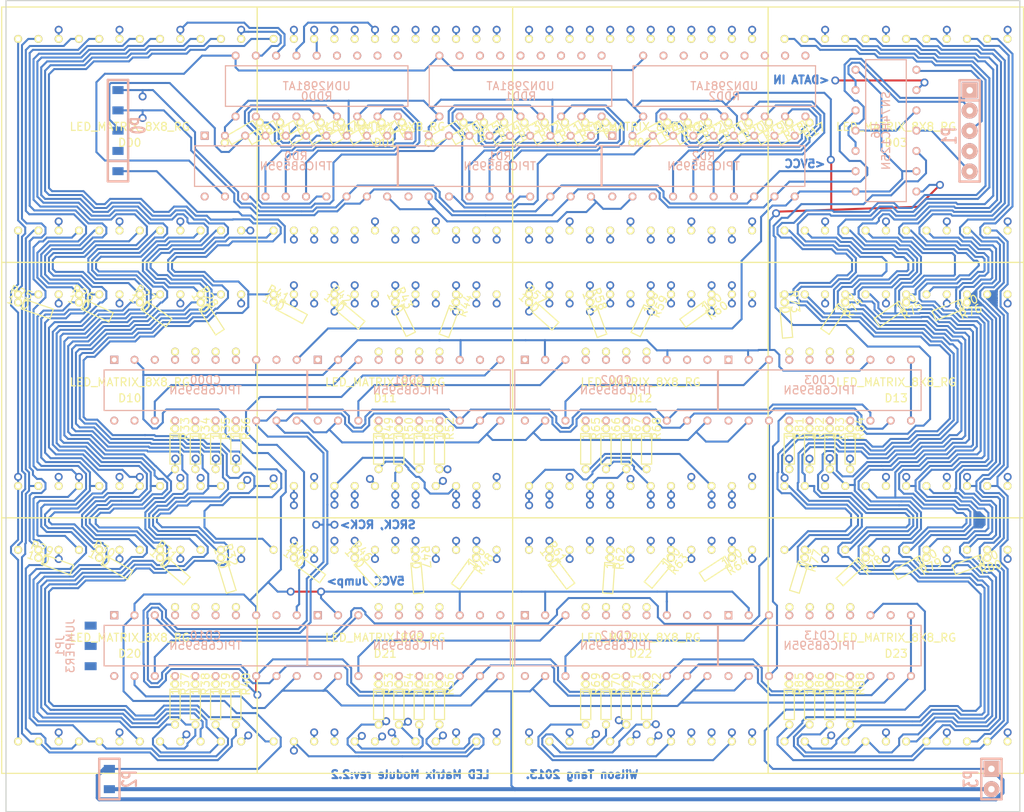
<source format=kicad_pcb>
(kicad_pcb (version 3) (host pcbnew "(2013-mar-25)-stable")
  (layers (15 F.Cu signal) (0 B.Cu signal) (18 B.Paste user hide) (19 F.Paste user hide) (20 B.SilkS user) (21 F.SilkS user) (22 B.Mask user hide) (23 F.Mask user hide) (28 Edge.Cuts user))
  (net 0 "")
  (net 1 5Vcc)
  (net 2 "DATA IN")
  (net 3 "DATA IN 2")
  (net 4 "DATA OUT")
  (net 5 "DATA OUT 1")
  (net 6 "DATA OUT RED")
  (net 7 G)
  (net 8 GND)
  (net 9 N-000001)
  (net 10 N-0000010)
  (net 11 N-00000102)
  (net 12 N-00000103)
  (net 13 N-00000104)
  (net 14 N-00000105)
  (net 15 N-00000108)
  (net 16 N-00000109)
  (net 17 N-0000011)
  (net 18 N-00000110)
  (net 19 N-00000111)
  (net 20 N-00000113)
  (net 21 N-00000115)
  (net 22 N-00000116)
  (net 23 N-00000117)
  (net 24 N-00000118)
  (net 25 N-00000119)
  (net 26 N-0000012)
  (net 27 N-00000121)
  (net 28 N-00000122)
  (net 29 N-00000123)
  (net 30 N-00000126)
  (net 31 N-00000127)
  (net 32 N-00000128)
  (net 33 N-00000129)
  (net 34 N-0000013)
  (net 35 N-00000130)
  (net 36 N-00000131)
  (net 37 N-00000132)
  (net 38 N-00000133)
  (net 39 N-00000134)
  (net 40 N-00000136)
  (net 41 N-00000137)
  (net 42 N-00000139)
  (net 43 N-0000014)
  (net 44 N-00000140)
  (net 45 N-00000141)
  (net 46 N-00000142)
  (net 47 N-00000143)
  (net 48 N-00000144)
  (net 49 N-00000145)
  (net 50 N-00000146)
  (net 51 N-00000148)
  (net 52 N-0000015)
  (net 53 N-00000150)
  (net 54 N-00000151)
  (net 55 N-00000152)
  (net 56 N-00000153)
  (net 57 N-00000154)
  (net 58 N-00000155)
  (net 59 N-00000156)
  (net 60 N-00000157)
  (net 61 N-00000158)
  (net 62 N-00000159)
  (net 63 N-0000016)
  (net 64 N-00000160)
  (net 65 N-00000161)
  (net 66 N-00000164)
  (net 67 N-00000165)
  (net 68 N-00000166)
  (net 69 N-00000167)
  (net 70 N-0000017)
  (net 71 N-00000170)
  (net 72 N-00000171)
  (net 73 N-00000173)
  (net 74 N-00000174)
  (net 75 N-00000175)
  (net 76 N-00000176)
  (net 77 N-00000177)
  (net 78 N-00000178)
  (net 79 N-00000179)
  (net 80 N-0000018)
  (net 81 N-00000181)
  (net 82 N-00000182)
  (net 83 N-00000183)
  (net 84 N-00000184)
  (net 85 N-00000185)
  (net 86 N-00000186)
  (net 87 N-00000187)
  (net 88 N-00000188)
  (net 89 N-00000189)
  (net 90 N-0000019)
  (net 91 N-00000190)
  (net 92 N-00000191)
  (net 93 N-00000192)
  (net 94 N-00000193)
  (net 95 N-00000194)
  (net 96 N-00000195)
  (net 97 N-00000196)
  (net 98 N-00000197)
  (net 99 N-00000198)
  (net 100 N-00000199)
  (net 101 N-000002)
  (net 102 N-0000020)
  (net 103 N-00000200)
  (net 104 N-00000201)
  (net 105 N-00000202)
  (net 106 N-00000203)
  (net 107 N-00000204)
  (net 108 N-00000205)
  (net 109 N-00000207)
  (net 110 N-00000208)
  (net 111 N-00000209)
  (net 112 N-0000021)
  (net 113 N-00000210)
  (net 114 N-00000212)
  (net 115 N-00000213)
  (net 116 N-00000214)
  (net 117 N-00000215)
  (net 118 N-00000216)
  (net 119 N-00000217)
  (net 120 N-00000218)
  (net 121 N-00000219)
  (net 122 N-0000022)
  (net 123 N-0000023)
  (net 124 N-0000024)
  (net 125 N-0000025)
  (net 126 N-0000026)
  (net 127 N-0000027)
  (net 128 N-0000028)
  (net 129 N-0000029)
  (net 130 N-000003)
  (net 131 N-0000030)
  (net 132 N-0000031)
  (net 133 N-0000032)
  (net 134 N-0000033)
  (net 135 N-0000034)
  (net 136 N-0000035)
  (net 137 N-0000036)
  (net 138 N-0000037)
  (net 139 N-0000038)
  (net 140 N-0000039)
  (net 141 N-000004)
  (net 142 N-0000040)
  (net 143 N-0000041)
  (net 144 N-0000042)
  (net 145 N-0000043)
  (net 146 N-0000044)
  (net 147 N-0000045)
  (net 148 N-0000046)
  (net 149 N-0000047)
  (net 150 N-0000048)
  (net 151 N-0000049)
  (net 152 N-000005)
  (net 153 N-0000050)
  (net 154 N-0000058)
  (net 155 N-000006)
  (net 156 N-0000060)
  (net 157 N-0000061)
  (net 158 N-0000062)
  (net 159 N-0000063)
  (net 160 N-0000064)
  (net 161 N-0000065)
  (net 162 N-0000066)
  (net 163 N-0000067)
  (net 164 N-0000068)
  (net 165 N-0000069)
  (net 166 N-000007)
  (net 167 N-0000070)
  (net 168 N-0000071)
  (net 169 N-0000072)
  (net 170 N-0000073)
  (net 171 N-0000074)
  (net 172 N-0000075)
  (net 173 N-0000076)
  (net 174 N-0000077)
  (net 175 N-0000078)
  (net 176 N-0000079)
  (net 177 N-000008)
  (net 178 N-0000080)
  (net 179 N-0000081)
  (net 180 N-0000082)
  (net 181 N-0000083)
  (net 182 N-0000084)
  (net 183 N-0000086)
  (net 184 N-0000087)
  (net 185 N-0000088)
  (net 186 N-0000089)
  (net 187 N-000009)
  (net 188 N-0000091)
  (net 189 N-0000092)
  (net 190 N-0000094)
  (net 191 N-0000095)
  (net 192 N-0000096)
  (net 193 N-0000097)
  (net 194 N-0000098)
  (net 195 N-0000099)
  (net 196 RCK)
  (net 197 "RCK OUT")
  (net 198 SRCK)
  (net 199 "SRCK OUT")
  (module LEDMatrix8x8 (layer F.Cu) (at 25.4715 16.4845)
    (fp_text reference D00 (at 16 17) (layer F.SilkS))
    (fp_text value LED_MATRIX_8X8_RG (at 16 15) (layer F.SilkS))
    (pad 1 thru_hole circle (at 2.02 28 180) (size 1 1) (drill 0.6) (layers *.Cu *.Mask F.SilkS) (net 68 N-00000166))
    (pad 2 thru_hole circle (at 4.56 28 180) (size 1 1) (drill 0.6) (layers *.Cu *.Mask F.SilkS) (net 44 N-00000140))
    (pad 3 thru_hole circle (at 7.1 28 180) (size 1 1) (drill 0.6) (layers *.Cu *.Mask F.SilkS) (net 115 N-00000213))
    (pad 4 thru_hole circle (at 9.64 28 180) (size 1 1) (drill 0.6) (layers *.Cu *.Mask F.SilkS) (net 61 N-00000158))
    (pad 5 thru_hole circle (at 12.18 28 180) (size 1 1) (drill 0.6) (layers *.Cu *.Mask F.SilkS) (net 60 N-00000157))
    (pad 6 thru_hole circle (at 14.72 28 180) (size 1 1) (drill 0.6) (layers *.Cu *.Mask F.SilkS) (net 116 N-00000214))
    (pad 7 thru_hole circle (at 17.26 28 180) (size 1 1) (drill 0.6) (layers *.Cu *.Mask F.SilkS) (net 65 N-00000161))
    (pad 8 thru_hole circle (at 19.8 28 180) (size 1 1) (drill 0.6) (layers *.Cu *.Mask F.SilkS) (net 59 N-00000156))
    (pad 9 thru_hole circle (at 22.34 28 180) (size 1 1) (drill 0.6) (layers *.Cu *.Mask F.SilkS) (net 114 N-00000212))
    (pad 10 thru_hole circle (at 24.88 28 180) (size 1 1) (drill 0.6) (layers *.Cu *.Mask F.SilkS) (net 58 N-00000155))
    (pad 11 thru_hole circle (at 27.42 28 180) (size 1 1) (drill 0.6) (layers *.Cu *.Mask F.SilkS) (net 32 N-00000128))
    (pad 12 thru_hole circle (at 29.96 28 180) (size 1 1) (drill 0.6) (layers *.Cu *.Mask F.SilkS) (net 107 N-00000204))
    (pad 13 thru_hole circle (at 29.96 4 180) (size 1 1) (drill 0.6) (layers *.Cu *.Mask F.SilkS) (net 121 N-00000219))
    (pad 14 thru_hole circle (at 27.42 4 180) (size 1 1) (drill 0.6) (layers *.Cu *.Mask F.SilkS) (net 33 N-00000129))
    (pad 15 thru_hole circle (at 24.88 4 180) (size 1 1) (drill 0.6) (layers *.Cu *.Mask F.SilkS) (net 169 N-0000072))
    (pad 16 thru_hole circle (at 22.34 4 180) (size 1 1) (drill 0.6) (layers *.Cu *.Mask F.SilkS) (net 120 N-00000218))
    (pad 17 thru_hole circle (at 19.8 4 180) (size 1 1) (drill 0.6) (layers *.Cu *.Mask F.SilkS) (net 36 N-00000131))
    (pad 18 thru_hole circle (at 17.26 4 180) (size 1 1) (drill 0.6) (layers *.Cu *.Mask F.SilkS) (net 64 N-00000160))
    (pad 19 thru_hole circle (at 14.72 4 180) (size 1 1) (drill 0.6) (layers *.Cu *.Mask F.SilkS) (net 118 N-00000216))
    (pad 20 thru_hole circle (at 12.18 4 180) (size 1 1) (drill 0.6) (layers *.Cu *.Mask F.SilkS) (net 168 N-0000071))
    (pad 21 thru_hole circle (at 9.64 4 180) (size 1 1) (drill 0.6) (layers *.Cu *.Mask F.SilkS) (net 43 N-0000014))
    (pad 22 thru_hole circle (at 7.1 4 180) (size 1 1) (drill 0.6) (layers *.Cu *.Mask F.SilkS) (net 119 N-00000217))
    (pad 23 thru_hole circle (at 4.56 4 180) (size 1 1) (drill 0.6) (layers *.Cu *.Mask F.SilkS) (net 53 N-00000150))
    (pad 24 thru_hole circle (at 2.02 4 180) (size 1 1) (drill 0.6) (layers *.Cu *.Mask F.SilkS) (net 51 N-00000148))
  )
  (module SN74HC125N (layer B.Cu) (at 136.2035 31.974 90)
    (fp_text reference U6 (at 0 -1.27 90) (layer B.SilkS) (effects (justify mirror)))
    (fp_text value SN74HC125N (at 0 0 90) (layer B.SilkS) (effects (justify mirror)))
    (pad 1 thru_hole circle (at -7.62 -3.81 90) (size 1 1) (drill 0.6) (layers *.Cu *.Mask B.SilkS) (net 8 GND))
    (pad 2 thru_hole circle (at -5.08 -3.81 90) (size 1 1) (drill 0.6) (layers *.Cu *.Mask B.SilkS) (net 198 SRCK))
    (pad 3 thru_hole circle (at -2.54 -3.81 90) (size 1 1) (drill 0.6) (layers *.Cu *.Mask B.SilkS) (net 199 "SRCK OUT"))
    (pad 4 thru_hole circle (at 0 -3.81 90) (size 1 1) (drill 0.6) (layers *.Cu *.Mask B.SilkS) (net 8 GND))
    (pad 5 thru_hole circle (at 2.54 -3.81 90) (size 1 1) (drill 0.6) (layers *.Cu *.Mask B.SilkS) (net 196 RCK))
    (pad 6 thru_hole circle (at 5.08 -3.81 90) (size 1 1) (drill 0.6) (layers *.Cu *.Mask B.SilkS) (net 197 "RCK OUT"))
    (pad 7 thru_hole circle (at 7.62 -3.81 90) (size 1 1) (drill 0.6) (layers *.Cu *.Mask B.SilkS) (net 8 GND))
    (pad 8 thru_hole circle (at 7.62 3.81 90) (size 1 1) (drill 0.6) (layers *.Cu *.Mask B.SilkS) (net 5 "DATA OUT 1"))
    (pad 9 thru_hole circle (at 5.08 3.81 90) (size 1 1) (drill 0.6) (layers *.Cu *.Mask B.SilkS) (net 2 "DATA IN"))
    (pad 10 thru_hole circle (at 2.54 3.81 90) (size 1 1) (drill 0.6) (layers *.Cu *.Mask B.SilkS) (net 8 GND))
    (pad 11 thru_hole circle (at 0 3.81 90) (size 1 1) (drill 0.6) (layers *.Cu *.Mask B.SilkS) (net 4 "DATA OUT"))
    (pad 12 thru_hole circle (at -2.54 3.81 90) (size 1 1) (drill 0.6) (layers *.Cu *.Mask B.SilkS) (net 154 N-0000058))
    (pad 13 thru_hole circle (at -5.08 3.81 90) (size 1 1) (drill 0.6) (layers *.Cu *.Mask B.SilkS) (net 8 GND))
    (pad 14 thru_hole circle (at -7.62 3.81 90) (size 1 1) (drill 0.6) (layers *.Cu *.Mask B.SilkS) (net 1 5Vcc))
  )
  (module 3-Jumper (layer B.Cu) (at 34.036 96.52 270)
    (fp_text reference JP1 (at 0 1.27 270) (layer B.SilkS) (effects (justify mirror)))
    (fp_text value JUMPER3 (at 0 0 270) (layer B.SilkS) (effects (justify mirror)))
    (pad 1 smd rect (at -2.54 -2.54 270) (size 1 1.5) (layers B.Cu B.Paste B.Mask) (net 3 "DATA IN 2"))
    (pad 2 smd rect (at 0 -2.54 270) (size 1 1.5) (layers B.Cu B.Paste B.Mask) (net 149 N-0000047))
    (pad 3 smd rect (at 2.54 -2.54 270) (size 1 1.5) (layers B.Cu B.Paste B.Mask) (net 150 N-0000048))
  )
  (module 1-8Resistor (layer F.Cu) (at 47.1515 101.2945 270)
    (fp_text reference R37 (at 0 -1.27 270) (layer F.SilkS))
    (fp_text value 100 (at 0 0 270) (layer F.SilkS))
    (pad 1 thru_hole circle (at 0 0 270) (size 1 1) (drill 0.6) (layers *.Cu *.Mask F.SilkS) (net 31 N-00000127))
    (pad 2 thru_hole circle (at 5.08 0 270) (size 1 1) (drill 0.6) (layers *.Cu *.Mask F.SilkS) (net 32 N-00000128))
  )
  (module 1-8Resistor (layer F.Cu) (at 49.6915 101.2945 270)
    (fp_text reference R38 (at 0 -1.27 270) (layer F.SilkS))
    (fp_text value 100 (at 0 0 270) (layer F.SilkS))
    (pad 1 thru_hole circle (at 0 0 270) (size 1 1) (drill 0.6) (layers *.Cu *.Mask F.SilkS) (net 30 N-00000126))
    (pad 2 thru_hole circle (at 5.08 0 270) (size 1 1) (drill 0.6) (layers *.Cu *.Mask F.SilkS) (net 59 N-00000156))
  )
  (module 1-8Resistor (layer F.Cu) (at 52.2315 101.2945 270)
    (fp_text reference R39 (at 0 -1.27 270) (layer F.SilkS))
    (fp_text value 100 (at 0 0 270) (layer F.SilkS))
    (pad 1 thru_hole circle (at 0 0 270) (size 1 1) (drill 0.6) (layers *.Cu *.Mask F.SilkS) (net 41 N-00000137))
    (pad 2 thru_hole circle (at 5.08 0 270) (size 1 1) (drill 0.6) (layers *.Cu *.Mask F.SilkS) (net 60 N-00000157))
  )
  (module 1-8Resistor (layer F.Cu) (at 54.7715 101.2945 270)
    (fp_text reference R40 (at 0 -1.27 270) (layer F.SilkS))
    (fp_text value 100 (at 0 0 270) (layer F.SilkS))
    (pad 1 thru_hole circle (at 0 0 270) (size 1 1) (drill 0.6) (layers *.Cu *.Mask F.SilkS) (net 42 N-00000139))
    (pad 2 thru_hole circle (at 5.08 0 270) (size 1 1) (drill 0.6) (layers *.Cu *.Mask F.SilkS) (net 44 N-00000140))
  )
  (module 1-8Resistor (layer F.Cu) (at 45.2715 85.4845 319)
    (fp_text reference R31 (at 0 -1.27 319) (layer F.SilkS))
    (fp_text value 100 (at 0 0 319) (layer F.SilkS))
    (pad 1 thru_hole circle (at 0 0 319) (size 1 1) (drill 0.6) (layers *.Cu *.Mask F.SilkS) (net 36 N-00000131))
    (pad 2 thru_hole circle (at 9.303287 0.093406 319) (size 1 1) (drill 0.6) (layers *.Cu *.Mask F.SilkS) (net 37 N-00000132))
  )
  (module 1-8Resistor (layer F.Cu) (at 52.8915 85.4845 287)
    (fp_text reference R32 (at 0 -1.27 287) (layer F.SilkS))
    (fp_text value 100 (at 0 0 287) (layer F.SilkS))
    (pad 1 thru_hole circle (at 0 0 287) (size 1 1) (drill 0.6) (layers *.Cu *.Mask F.SilkS) (net 33 N-00000129))
    (pad 2 thru_hole circle (at 6.453885 0.00725 287) (size 1 1) (drill 0.6) (layers *.Cu *.Mask F.SilkS) (net 35 N-00000130))
  )
  (module 1-8Resistor (layer F.Cu) (at 37.6515 85.4845 331)
    (fp_text reference R30 (at 0 -1.27 331) (layer F.SilkS))
    (fp_text value 100 (at 0 0 331) (layer F.SilkS))
    (pad 1 thru_hole circle (at 0 0 331) (size 1 1) (drill 0.6) (layers *.Cu *.Mask F.SilkS) (net 168 N-0000071))
    (pad 2 thru_hole circle (at 13.523636 -0.437206 331) (size 1 1) (drill 0.6) (layers *.Cu *.Mask F.SilkS) (net 38 N-00000133))
  )
  (module 1-8Resistor (layer F.Cu) (at 30.0315 85.4845 340)
    (fp_text reference R29 (at 0 -1.27 340) (layer F.SilkS))
    (fp_text value 100 (at 0 0 340) (layer F.SilkS))
    (pad 1 thru_hole circle (at 0 0 340) (size 1 1) (drill 0.6) (layers *.Cu *.Mask F.SilkS) (net 53 N-00000150))
    (pad 2 thru_hole circle (at 18.19917 -0.053722 340) (size 1 1) (drill 0.6) (layers *.Cu *.Mask F.SilkS) (net 39 N-00000134))
  )
  (module 1-8Resistor (layer F.Cu) (at 72.6515 101.2945 270)
    (fp_text reference R53 (at 0 -1.27 270) (layer F.SilkS))
    (fp_text value 100 (at 0 0 270) (layer F.SilkS))
    (pad 1 thru_hole circle (at 0 0 270) (size 1 1) (drill 0.6) (layers *.Cu *.Mask F.SilkS) (net 76 N-00000176))
    (pad 2 thru_hole circle (at 5.08 0 270) (size 1 1) (drill 0.6) (layers *.Cu *.Mask F.SilkS) (net 100 N-00000199))
  )
  (module 1-8Resistor (layer F.Cu) (at 75.1915 101.2945 270)
    (fp_text reference R54 (at 0 -1.27 270) (layer F.SilkS))
    (fp_text value 100 (at 0 0 270) (layer F.SilkS))
    (pad 1 thru_hole circle (at 0 0 270) (size 1 1) (drill 0.6) (layers *.Cu *.Mask F.SilkS) (net 75 N-00000175))
    (pad 2 thru_hole circle (at 5.08 0 270) (size 1 1) (drill 0.6) (layers *.Cu *.Mask F.SilkS) (net 103 N-00000200))
  )
  (module 1-8Resistor (layer F.Cu) (at 80.2715 101.2945 270)
    (fp_text reference R56 (at 0 -1.27 270) (layer F.SilkS))
    (fp_text value 100 (at 0 0 270) (layer F.SilkS))
    (pad 1 thru_hole circle (at 0 0 270) (size 1 1) (drill 0.6) (layers *.Cu *.Mask F.SilkS) (net 71 N-00000170))
    (pad 2 thru_hole circle (at 5.08 0 270) (size 1 1) (drill 0.6) (layers *.Cu *.Mask F.SilkS) (net 77 N-00000177))
  )
  (module 1-8Resistor (layer F.Cu) (at 77.7315 101.2945 270)
    (fp_text reference R55 (at 0 -1.27 270) (layer F.SilkS))
    (fp_text value 100 (at 0 0 270) (layer F.SilkS))
    (pad 1 thru_hole circle (at 0 0 270) (size 1 1) (drill 0.6) (layers *.Cu *.Mask F.SilkS) (net 74 N-00000174))
    (pad 2 thru_hole circle (at 5.08 0 270) (size 1 1) (drill 0.6) (layers *.Cu *.Mask F.SilkS) (net 105 N-00000202))
  )
  (module 1-8Resistor (layer F.Cu) (at 62.0315 85.4845 324)
    (fp_text reference R45 (at 0 -1.27 324) (layer F.SilkS))
    (fp_text value 100 (at 0 0 324) (layer F.SilkS))
    (pad 1 thru_hole circle (at 0 0 324) (size 1 1) (drill 0.6) (layers *.Cu *.Mask F.SilkS) (net 108 N-00000205))
    (pad 2 thru_hole circle (at 12.220746 -1.247408 324) (size 1 1) (drill 0.6) (layers *.Cu *.Mask F.SilkS) (net 79 N-00000179))
  )
  (module 1-8Resistor (layer F.Cu) (at 69.6515 85.4845 312)
    (fp_text reference R46 (at 0 -1.27 312) (layer F.SilkS))
    (fp_text value 100 (at 0 0 312) (layer F.SilkS))
    (pad 1 thru_hole circle (at 0 0 312) (size 1 1) (drill 0.6) (layers *.Cu *.Mask F.SilkS) (net 97 N-00000196))
    (pad 2 thru_hole circle (at 8.29516 0.01419 312) (size 1 1) (drill 0.6) (layers *.Cu *.Mask F.SilkS) (net 78 N-00000178))
  )
  (module 1-8Resistor (layer F.Cu) (at 77.2715 85.4845 275)
    (fp_text reference R47 (at 0 -1.27 275) (layer F.SilkS))
    (fp_text value 100 (at 0 0 275) (layer F.SilkS))
    (pad 1 thru_hole circle (at 0 0 275) (size 1 1) (drill 0.6) (layers *.Cu *.Mask F.SilkS) (net 98 N-00000197))
    (pad 2 thru_hole circle (at 6.190598 0.07985 275) (size 1 1) (drill 0.6) (layers *.Cu *.Mask F.SilkS) (net 73 N-00000173))
  )
  (module 1-8Resistor (layer F.Cu) (at 84.8915 85.4845 234)
    (fp_text reference R48 (at 0 -1.27 234) (layer F.SilkS))
    (fp_text value 100 (at 0 0 234) (layer F.SilkS))
    (pad 1 thru_hole circle (at 0 0 234) (size 1 1) (drill 0.6) (layers *.Cu *.Mask F.SilkS) (net 99 N-00000198))
    (pad 2 thru_hole circle (at 7.710438 0.108673 234) (size 1 1) (drill 0.6) (layers *.Cu *.Mask F.SilkS) (net 72 N-00000171))
  )
  (module 1-8Resistor (layer F.Cu) (at 98.5915 101.2945 270)
    (fp_text reference R69 (at 0 -1.27 270) (layer F.SilkS))
    (fp_text value 100 (at 0 0 270) (layer F.SilkS))
    (pad 1 thru_hole circle (at 0 0 270) (size 1 1) (drill 0.6) (layers *.Cu *.Mask F.SilkS) (net 172 N-0000075))
    (pad 2 thru_hole circle (at 5.08 0 270) (size 1 1) (drill 0.6) (layers *.Cu *.Mask F.SilkS) (net 173 N-0000076))
  )
  (module 1-8Resistor (layer F.Cu) (at 101.1315 101.2945 270)
    (fp_text reference R70 (at 0 -1.27 270) (layer F.SilkS))
    (fp_text value 100 (at 0 0 270) (layer F.SilkS))
    (pad 1 thru_hole circle (at 0 0 270) (size 1 1) (drill 0.6) (layers *.Cu *.Mask F.SilkS) (net 18 N-00000110))
    (pad 2 thru_hole circle (at 5.08 0 270) (size 1 1) (drill 0.6) (layers *.Cu *.Mask F.SilkS) (net 92 N-00000191))
  )
  (module 1-8Resistor (layer F.Cu) (at 103.6715 101.2945 270)
    (fp_text reference R71 (at 0 -1.27 270) (layer F.SilkS))
    (fp_text value 100 (at 0 0 270) (layer F.SilkS))
    (pad 1 thru_hole circle (at 0 0 270) (size 1 1) (drill 0.6) (layers *.Cu *.Mask F.SilkS) (net 16 N-00000109))
    (pad 2 thru_hole circle (at 5.08 0 270) (size 1 1) (drill 0.6) (layers *.Cu *.Mask F.SilkS) (net 91 N-00000190))
  )
  (module 1-8Resistor (layer F.Cu) (at 106.2115 101.2945 270)
    (fp_text reference R72 (at 0 -1.27 270) (layer F.SilkS))
    (fp_text value 100 (at 0 0 270) (layer F.SilkS))
    (pad 1 thru_hole circle (at 0 0 270) (size 1 1) (drill 0.6) (layers *.Cu *.Mask F.SilkS) (net 15 N-00000108))
    (pad 2 thru_hole circle (at 5.08 0 270) (size 1 1) (drill 0.6) (layers *.Cu *.Mask F.SilkS) (net 19 N-00000111))
  )
  (module 1-8Resistor (layer F.Cu) (at 94.0315 85.4845 307)
    (fp_text reference R61 (at 0 -1.27 307) (layer F.SilkS))
    (fp_text value 100 (at 0 0 307) (layer F.SilkS))
    (pad 1 thru_hole circle (at 0 0 307) (size 1 1) (drill 0.6) (layers *.Cu *.Mask F.SilkS) (net 94 N-00000193))
    (pad 2 thru_hole circle (at 7.675053 0.073828 307) (size 1 1) (drill 0.6) (layers *.Cu *.Mask F.SilkS) (net 180 N-0000082))
  )
  (module 1-8Resistor (layer F.Cu) (at 101.6515 85.4845 266)
    (fp_text reference R62 (at 0 -1.27 266) (layer F.SilkS))
    (fp_text value 100 (at 0 0 266) (layer F.SilkS))
    (pad 1 thru_hole circle (at 0 0 266) (size 1 1) (drill 0.6) (layers *.Cu *.Mask F.SilkS) (net 167 N-0000070))
    (pad 2 thru_hole circle (at 6.195234 0.088057 266) (size 1 1) (drill 0.6) (layers *.Cu *.Mask F.SilkS) (net 179 N-0000081))
  )
  (module 1-8Resistor (layer F.Cu) (at 109.2715 85.4845 230)
    (fp_text reference R63 (at 0 -1.27 230) (layer F.SilkS))
    (fp_text value 100 (at 0 0 230) (layer F.SilkS))
    (pad 1 thru_hole circle (at 0 0 230) (size 1 1) (drill 0.6) (layers *.Cu *.Mask F.SilkS) (net 176 N-0000079))
    (pad 2 thru_hole circle (at 8.329169 0.321278 230) (size 1 1) (drill 0.6) (layers *.Cu *.Mask F.SilkS) (net 178 N-0000080))
  )
  (module 1-8Resistor (layer F.Cu) (at 116.8915 85.4845 213)
    (fp_text reference R64 (at 0 -1.27 213) (layer F.SilkS))
    (fp_text value 100 (at 0 0 213) (layer F.SilkS))
    (pad 1 thru_hole circle (at 0 0 213) (size 1 1) (drill 0.6) (layers *.Cu *.Mask F.SilkS) (net 174 N-0000077))
    (pad 2 thru_hole circle (at 12.319603 0.638793 213) (size 1 1) (drill 0.6) (layers *.Cu *.Mask F.SilkS) (net 175 N-0000078))
  )
  (module 1-8Resistor (layer F.Cu) (at 124.0915 101.2945 270)
    (fp_text reference R85 (at 0 -1.27 270) (layer F.SilkS))
    (fp_text value 100 (at 0 0 270) (layer F.SilkS))
    (pad 1 thru_hole circle (at 0 0 270) (size 1 1) (drill 0.6) (layers *.Cu *.Mask F.SilkS) (net 24 N-00000118))
    (pad 2 thru_hole circle (at 5.08 0 270) (size 1 1) (drill 0.6) (layers *.Cu *.Mask F.SilkS) (net 171 N-0000074))
  )
  (module 1-8Resistor (layer F.Cu) (at 126.6315 101.2945 270)
    (fp_text reference R86 (at 0 -1.27 270) (layer F.SilkS))
    (fp_text value 100 (at 0 0 270) (layer F.SilkS))
    (pad 1 thru_hole circle (at 0 0 270) (size 1 1) (drill 0.6) (layers *.Cu *.Mask F.SilkS) (net 23 N-00000117))
    (pad 2 thru_hole circle (at 5.08 0 270) (size 1 1) (drill 0.6) (layers *.Cu *.Mask F.SilkS) (net 90 N-0000019))
  )
  (module 1-8Resistor (layer F.Cu) (at 129.1715 101.2945 270)
    (fp_text reference R87 (at 0 -1.27 270) (layer F.SilkS))
    (fp_text value 100 (at 0 0 270) (layer F.SilkS))
    (pad 1 thru_hole circle (at 0 0 270) (size 1 1) (drill 0.6) (layers *.Cu *.Mask F.SilkS) (net 22 N-00000116))
    (pad 2 thru_hole circle (at 5.08 0 270) (size 1 1) (drill 0.6) (layers *.Cu *.Mask F.SilkS) (net 170 N-0000073))
  )
  (module 1-8Resistor (layer F.Cu) (at 131.7115 101.2945 270)
    (fp_text reference R88 (at 0 -1.27 270) (layer F.SilkS))
    (fp_text value 100 (at 0 0 270) (layer F.SilkS))
    (pad 1 thru_hole circle (at 0 0 270) (size 1 1) (drill 0.6) (layers *.Cu *.Mask F.SilkS) (net 21 N-00000115))
    (pad 2 thru_hole circle (at 5.08 0 270) (size 1 1) (drill 0.6) (layers *.Cu *.Mask F.SilkS) (net 102 N-0000020))
  )
  (module 1-8Resistor (layer F.Cu) (at 126.0315 85.4845 253)
    (fp_text reference R77 (at 0 -1.27 253) (layer F.SilkS))
    (fp_text value 100 (at 0 0 253) (layer F.SilkS))
    (pad 1 thru_hole circle (at 0 0 253) (size 1 1) (drill 0.6) (layers *.Cu *.Mask F.SilkS) (net 124 N-0000024))
    (pad 2 thru_hole circle (at 6.463533 0.024308 253) (size 1 1) (drill 0.6) (layers *.Cu *.Mask F.SilkS) (net 29 N-00000123))
  )
  (module 1-8Resistor (layer F.Cu) (at 133.6515 85.4845 223)
    (fp_text reference R78 (at 0 -1.27 223) (layer F.SilkS))
    (fp_text value 100 (at 0 0 223) (layer F.SilkS))
    (pad 1 thru_hole circle (at 0 0 223) (size 1 1) (drill 0.6) (layers *.Cu *.Mask F.SilkS) (net 123 N-0000023))
    (pad 2 thru_hole circle (at 9.325015 0.253837 223) (size 1 1) (drill 0.6) (layers *.Cu *.Mask F.SilkS) (net 28 N-00000122))
  )
  (module 1-8Resistor (layer F.Cu) (at 141.2715 85.4845 209)
    (fp_text reference R79 (at 0 -1.27 209) (layer F.SilkS))
    (fp_text value 100 (at 0 0 209) (layer F.SilkS))
    (pad 1 thru_hole circle (at 0 0 209) (size 1 1) (drill 0.6) (layers *.Cu *.Mask F.SilkS) (net 122 N-0000022))
    (pad 2 thru_hole circle (at 13.552499 0.453205 209) (size 1 1) (drill 0.6) (layers *.Cu *.Mask F.SilkS) (net 27 N-00000121))
  )
  (module 1-8Resistor (layer F.Cu) (at 148.8915 85.4845 200)
    (fp_text reference R80 (at 0 -1.27 200) (layer F.SilkS))
    (fp_text value 100 (at 0 0 200) (layer F.SilkS))
    (pad 1 thru_hole circle (at 0 0 200) (size 1 1) (drill 0.6) (layers *.Cu *.Mask F.SilkS) (net 112 N-0000021))
    (pad 2 thru_hole circle (at 18.23018 0.065009 200) (size 1 1) (drill 0.6) (layers *.Cu *.Mask F.SilkS) (net 25 N-00000119))
  )
  (module 1-8Resistor (layer F.Cu) (at 27.4915 53.4885 341)
    (fp_text reference R25 (at 0 -1.27 341) (layer F.SilkS))
    (fp_text value 100 (at 0 0 341) (layer F.SilkS))
    (pad 1 thru_hole circle (at 0 0 341) (size 1 1) (drill 0.6) (layers *.Cu *.Mask F.SilkS) (net 51 N-00000148))
    (pad 2 thru_hole circle (at 20.598953 -0.563038 341) (size 1 1) (drill 0.6) (layers *.Cu *.Mask F.SilkS) (net 54 N-00000151))
  )
  (module 1-8Resistor (layer F.Cu) (at 35.1115 53.4885 335)
    (fp_text reference R26 (at 0 -1.27 335) (layer F.SilkS))
    (fp_text value 100 (at 0 0 335) (layer F.SilkS))
    (pad 1 thru_hole circle (at 0 0 335) (size 1 1) (drill 0.6) (layers *.Cu *.Mask F.SilkS) (net 43 N-0000014))
    (pad 2 thru_hole circle (at 15.823213 -0.56623 335) (size 1 1) (drill 0.6) (layers *.Cu *.Mask F.SilkS) (net 55 N-00000152))
  )
  (module 1-8Resistor (layer F.Cu) (at 42.7315 53.4885 325)
    (fp_text reference R27 (at 0 -1.27 325) (layer F.SilkS))
    (fp_text value 100 (at 0 0 325) (layer F.SilkS))
    (pad 1 thru_hole circle (at 0 0 325) (size 1 1) (drill 0.6) (layers *.Cu *.Mask F.SilkS) (net 64 N-00000160))
    (pad 2 thru_hole circle (at 11.323205 -0.391532 325) (size 1 1) (drill 0.6) (layers *.Cu *.Mask F.SilkS) (net 56 N-00000153))
  )
  (module 1-8Resistor (layer F.Cu) (at 50.3515 53.4885 303)
    (fp_text reference R28 (at 0 -1.27 303) (layer F.SilkS))
    (fp_text value 100 (at 0 0 303) (layer F.SilkS))
    (pad 1 thru_hole circle (at 0 0 303) (size 1 1) (drill 0.6) (layers *.Cu *.Mask F.SilkS) (net 169 N-0000072))
    (pad 2 thru_hole circle (at 7.585257 -0.344322 303) (size 1 1) (drill 0.6) (layers *.Cu *.Mask F.SilkS) (net 57 N-00000154))
  )
  (module 1-8Resistor (layer F.Cu) (at 72.6515 69.2985 270)
    (fp_text reference R49 (at 0 -1.27 270) (layer F.SilkS))
    (fp_text value 100 (at 0 0 270) (layer F.SilkS))
    (pad 1 thru_hole circle (at 0 0 270) (size 1 1) (drill 0.6) (layers *.Cu *.Mask F.SilkS) (net 88 N-00000188))
    (pad 2 thru_hole circle (at 5.08 0 270) (size 1 1) (drill 0.6) (layers *.Cu *.Mask F.SilkS) (net 106 N-00000203))
  )
  (module 1-8Resistor (layer F.Cu) (at 77.7315 69.2985 270)
    (fp_text reference R51 (at 0 -1.27 270) (layer F.SilkS))
    (fp_text value 100 (at 0 0 270) (layer F.SilkS))
    (pad 1 thru_hole circle (at 0 0 270) (size 1 1) (drill 0.6) (layers *.Cu *.Mask F.SilkS) (net 110 N-00000208))
    (pad 2 thru_hole circle (at 5.08 0 270) (size 1 1) (drill 0.6) (layers *.Cu *.Mask F.SilkS) (net 104 N-00000201))
  )
  (module 1-8Resistor (layer F.Cu) (at 75.1915 69.2985 270)
    (fp_text reference R50 (at 0 -1.27 270) (layer F.SilkS))
    (fp_text value 100 (at 0 0 270) (layer F.SilkS))
    (pad 1 thru_hole circle (at 0 0 270) (size 1 1) (drill 0.6) (layers *.Cu *.Mask F.SilkS) (net 111 N-00000209))
    (pad 2 thru_hole circle (at 5.08 0 270) (size 1 1) (drill 0.6) (layers *.Cu *.Mask F.SilkS) (net 96 N-00000195))
  )
  (module 1-8Resistor (layer F.Cu) (at 80.2715 69.2985 270)
    (fp_text reference R52 (at 0 -1.27 270) (layer F.SilkS))
    (fp_text value 100 (at 0 0 270) (layer F.SilkS))
    (pad 1 thru_hole circle (at 0 0 270) (size 1 1) (drill 0.6) (layers *.Cu *.Mask F.SilkS) (net 109 N-00000207))
    (pad 2 thru_hole circle (at 5.08 0 270) (size 1 1) (drill 0.6) (layers *.Cu *.Mask F.SilkS) (net 113 N-00000210))
  )
  (module 1-8Resistor (layer F.Cu) (at 59.4915 53.4885 332)
    (fp_text reference R41 (at 0 -1.27 332) (layer F.SilkS))
    (fp_text value 100 (at 0 0 332) (layer F.SilkS))
    (pad 1 thru_hole circle (at 0 0 332) (size 1 1) (drill 0.6) (layers *.Cu *.Mask F.SilkS) (net 125 N-0000025))
    (pad 2 thru_hole circle (at 14.518107 -0.726928 332) (size 1 1) (drill 0.6) (layers *.Cu *.Mask F.SilkS) (net 81 N-00000181))
  )
  (module 1-8Resistor (layer F.Cu) (at 67.1115 53.4885 320)
    (fp_text reference R42 (at 0 -1.27 320) (layer F.SilkS))
    (fp_text value 100 (at 0 0 320) (layer F.SilkS))
    (pad 1 thru_hole circle (at 0 0 320) (size 1 1) (drill 0.6) (layers *.Cu *.Mask F.SilkS) (net 83 N-00000183))
    (pad 2 thru_hole circle (at 10.158209 -0.464165 320) (size 1 1) (drill 0.6) (layers *.Cu *.Mask F.SilkS) (net 82 N-00000182))
  )
  (module 1-8Resistor (layer F.Cu) (at 74.7315 53.4885 296)
    (fp_text reference R43 (at 0 -1.27 296) (layer F.SilkS))
    (fp_text value 100 (at 0 0 296) (layer F.SilkS))
    (pad 1 thru_hole circle (at 0 0 296) (size 1 1) (drill 0.6) (layers *.Cu *.Mask F.SilkS) (net 85 N-00000185))
    (pad 2 thru_hole circle (at 6.864268 0.010121 296) (size 1 1) (drill 0.6) (layers *.Cu *.Mask F.SilkS) (net 84 N-00000184))
  )
  (module 1-8Resistor (layer F.Cu) (at 82.3515 53.4885 250)
    (fp_text reference R44 (at 0 -1.27 250) (layer F.SilkS))
    (fp_text value 100 (at 0 0 250) (layer F.SilkS))
    (pad 1 thru_hole circle (at 0 0 250) (size 1 1) (drill 0.6) (layers *.Cu *.Mask F.SilkS) (net 87 N-00000187))
    (pad 2 thru_hole circle (at 6.513064 -0.157072 250) (size 1 1) (drill 0.6) (layers *.Cu *.Mask F.SilkS) (net 86 N-00000186))
  )
  (module 1-8Resistor (layer F.Cu) (at 106.2115 69.2985 270)
    (fp_text reference R68 (at 0 -1.27 270) (layer F.SilkS))
    (fp_text value 100 (at 0 0 270) (layer F.SilkS))
    (pad 1 thru_hole circle (at 0 0 270) (size 1 1) (drill 0.6) (layers *.Cu *.Mask F.SilkS) (net 190 N-0000094))
    (pad 2 thru_hole circle (at 5.08 0 270) (size 1 1) (drill 0.6) (layers *.Cu *.Mask F.SilkS) (net 194 N-0000098))
  )
  (module 1-8Resistor (layer F.Cu) (at 101.1315 69.2985 270)
    (fp_text reference R66 (at 0 -1.27 270) (layer F.SilkS))
    (fp_text value 100 (at 0 0 270) (layer F.SilkS))
    (pad 1 thru_hole circle (at 0 0 270) (size 1 1) (drill 0.6) (layers *.Cu *.Mask F.SilkS) (net 192 N-0000096))
    (pad 2 thru_hole circle (at 5.08 0 270) (size 1 1) (drill 0.6) (layers *.Cu *.Mask F.SilkS) (net 195 N-0000099))
  )
  (module 1-8Resistor (layer F.Cu) (at 103.6715 69.2985 270)
    (fp_text reference R67 (at 0 -1.27 270) (layer F.SilkS))
    (fp_text value 100 (at 0 0 270) (layer F.SilkS))
    (pad 1 thru_hole circle (at 0 0 270) (size 1 1) (drill 0.6) (layers *.Cu *.Mask F.SilkS) (net 191 N-0000095))
    (pad 2 thru_hole circle (at 5.08 0 270) (size 1 1) (drill 0.6) (layers *.Cu *.Mask F.SilkS) (net 89 N-00000189))
  )
  (module 1-8Resistor (layer F.Cu) (at 98.5915 69.2985 270)
    (fp_text reference R65 (at 0 -1.27 270) (layer F.SilkS))
    (fp_text value 100 (at 0 0 270) (layer F.SilkS))
    (pad 1 thru_hole circle (at 0 0 270) (size 1 1) (drill 0.6) (layers *.Cu *.Mask F.SilkS) (net 193 N-0000097))
    (pad 2 thru_hole circle (at 5.08 0 270) (size 1 1) (drill 0.6) (layers *.Cu *.Mask F.SilkS) (net 93 N-00000192))
  )
  (module 1-8Resistor (layer F.Cu) (at 91.4915 53.4885 318)
    (fp_text reference R57 (at 0 -1.27 318) (layer F.SilkS))
    (fp_text value 100 (at 0 0 318) (layer F.SilkS))
    (pad 1 thru_hole circle (at 0 0 318) (size 1 1) (drill 0.6) (layers *.Cu *.Mask F.SilkS) (net 95 N-00000194))
    (pad 2 thru_hole circle (at 9.40754 -0.162651 318) (size 1 1) (drill 0.6) (layers *.Cu *.Mask F.SilkS) (net 14 N-00000105))
  )
  (module 1-8Resistor (layer F.Cu) (at 99.1115 53.4885 290)
    (fp_text reference R58 (at 0 -1.27 290) (layer F.SilkS))
    (fp_text value 100 (at 0 0 290) (layer F.SilkS))
    (pad 1 thru_hole circle (at 0 0 290) (size 1 1) (drill 0.6) (layers *.Cu *.Mask F.SilkS) (net 164 N-0000068))
    (pad 2 thru_hole circle (at 6.492543 0.213453 290) (size 1 1) (drill 0.6) (layers *.Cu *.Mask F.SilkS) (net 13 N-00000104))
  )
  (module 1-8Resistor (layer F.Cu) (at 106.7315 53.4885 245)
    (fp_text reference R59 (at 0 -1.27 245) (layer F.SilkS))
    (fp_text value 100 (at 0 0 245) (layer F.SilkS))
    (pad 1 thru_hole circle (at 0 0 245) (size 1 1) (drill 0.6) (layers *.Cu *.Mask F.SilkS) (net 20 N-00000113))
    (pad 2 thru_hole circle (at 6.888756 0.164057 245) (size 1 1) (drill 0.6) (layers *.Cu *.Mask F.SilkS) (net 12 N-00000103))
  )
  (module 1-8Resistor (layer F.Cu) (at 114.3515 53.4885 216)
    (fp_text reference R60 (at 0 -1.27 216) (layer F.SilkS))
    (fp_text value 100 (at 0 0 216) (layer F.SilkS))
    (pad 1 thru_hole circle (at 0 0 216) (size 1 1) (drill 0.6) (layers *.Cu *.Mask F.SilkS) (net 165 N-0000069))
    (pad 2 thru_hole circle (at 10.214384 -0.210299 216) (size 1 1) (drill 0.6) (layers *.Cu *.Mask F.SilkS) (net 11 N-00000102))
  )
  (module 1-8Resistor (layer F.Cu) (at 131.7115 69.2985 270)
    (fp_text reference R84 (at 0 -1.27 270) (layer F.SilkS))
    (fp_text value 100 (at 0 0 270) (layer F.SilkS))
    (pad 1 thru_hole circle (at 0 0 270) (size 1 1) (drill 0.6) (layers *.Cu *.Mask F.SilkS) (net 183 N-0000086))
    (pad 2 thru_hole circle (at 5.08 0 270) (size 1 1) (drill 0.6) (layers *.Cu *.Mask F.SilkS) (net 101 N-000002))
  )
  (module 1-8Resistor (layer F.Cu) (at 126.6315 69.2985 270)
    (fp_text reference R82 (at 0 -1.27 270) (layer F.SilkS))
    (fp_text value 100 (at 0 0 270) (layer F.SilkS))
    (pad 1 thru_hole circle (at 0 0 270) (size 1 1) (drill 0.6) (layers *.Cu *.Mask F.SilkS) (net 181 N-0000083))
    (pad 2 thru_hole circle (at 5.08 0 270) (size 1 1) (drill 0.6) (layers *.Cu *.Mask F.SilkS) (net 130 N-000003))
  )
  (module 1-8Resistor (layer F.Cu) (at 129.1715 69.2985 270)
    (fp_text reference R83 (at 0 -1.27 270) (layer F.SilkS))
    (fp_text value 100 (at 0 0 270) (layer F.SilkS))
    (pad 1 thru_hole circle (at 0 0 270) (size 1 1) (drill 0.6) (layers *.Cu *.Mask F.SilkS) (net 184 N-0000087))
    (pad 2 thru_hole circle (at 5.08 0 270) (size 1 1) (drill 0.6) (layers *.Cu *.Mask F.SilkS) (net 9 N-000001))
  )
  (module 1-8Resistor (layer F.Cu) (at 124.0915 69.2985 270)
    (fp_text reference R81 (at 0 -1.27 270) (layer F.SilkS))
    (fp_text value 100 (at 0 0 270) (layer F.SilkS))
    (pad 1 thru_hole circle (at 0 0 270) (size 1 1) (drill 0.6) (layers *.Cu *.Mask F.SilkS) (net 182 N-0000084))
    (pad 2 thru_hole circle (at 5.08 0 270) (size 1 1) (drill 0.6) (layers *.Cu *.Mask F.SilkS) (net 141 N-000004))
  )
  (module 1-8Resistor (layer F.Cu) (at 123.4915 53.4885 275)
    (fp_text reference R73 (at 0 -1.27 275) (layer F.SilkS))
    (fp_text value 100 (at 0 0 275) (layer F.SilkS))
    (pad 1 thru_hole circle (at 0 0 275) (size 1 1) (drill 0.6) (layers *.Cu *.Mask F.SilkS) (net 80 N-0000018))
    (pad 2 thru_hole circle (at 6.2028 -0.059617 275) (size 1 1) (drill 0.6) (layers *.Cu *.Mask F.SilkS) (net 189 N-0000092))
  )
  (module 1-8Resistor (layer F.Cu) (at 131.1115 53.4885 235)
    (fp_text reference R74 (at 0 -1.27 235) (layer F.SilkS))
    (fp_text value 100 (at 0 0 235) (layer F.SilkS))
    (pad 1 thru_hole circle (at 0 0 235) (size 1 1) (drill 0.6) (layers *.Cu *.Mask F.SilkS) (net 70 N-0000017))
    (pad 2 thru_hole circle (at 7.627067 0.12854 235) (size 1 1) (drill 0.6) (layers *.Cu *.Mask F.SilkS) (net 188 N-0000091))
  )
  (module 1-8Resistor (layer F.Cu) (at 138.7315 53.4885 215)
    (fp_text reference R75 (at 0 -1.27 215) (layer F.SilkS))
    (fp_text value 100 (at 0 0 215) (layer F.SilkS))
    (pad 1 thru_hole circle (at 0 0 215) (size 1 1) (drill 0.6) (layers *.Cu *.Mask F.SilkS) (net 63 N-0000016))
    (pad 2 thru_hole circle (at 11.372354 0.425946 215) (size 1 1) (drill 0.6) (layers *.Cu *.Mask F.SilkS) (net 186 N-0000089))
  )
  (module 1-8Resistor (layer F.Cu) (at 146.3515 53.4885 202)
    (fp_text reference R76 (at 0 -1.27 202) (layer F.SilkS))
    (fp_text value 100 (at 0 0 202) (layer F.SilkS))
    (pad 1 thru_hole circle (at 0 0 202) (size 1 1) (drill 0.6) (layers *.Cu *.Mask F.SilkS) (net 52 N-0000015))
    (pad 2 thru_hole circle (at 15.886793 -0.240192 202) (size 1 1) (drill 0.6) (layers *.Cu *.Mask F.SilkS) (net 185 N-0000088))
  )
  (module SIL-5 (layer B.Cu) (at 146.685 33.274 270)
    (fp_text reference P1 (at -0.635 2.54 270) (layer B.SilkS) (effects (font (size 1.72974 1.08712) (thickness 0.3048)) (justify mirror)))
    (fp_text value CONN_5 hide)
    (pad 1 thru_hole rect (at -6.35 0 270) (size 2 2) (drill 0.8128) (layers *.Cu *.Mask B.SilkS) (net 199 "SRCK OUT"))
    (pad 2 thru_hole circle (at -3.81 0 270) (size 2 2) (drill 0.8128) (layers *.Cu *.Mask B.SilkS) (net 197 "RCK OUT"))
    (pad 3 thru_hole circle (at -1.27 0 270) (size 2 2) (drill 0.8128) (layers *.Cu *.Mask B.SilkS) (net 5 "DATA OUT 1"))
    (pad 4 thru_hole circle (at 1.27 0 270) (size 2 2) (drill 0.8128) (layers *.Cu *.Mask B.SilkS) (net 7 G))
    (pad 5 thru_hole circle (at 3.81 0 270) (size 2 2) (drill 0.8128) (layers *.Cu *.Mask B.SilkS) (net 4 "DATA OUT"))
  )
  (module SIL-5 (layer B.Cu) (at 40.001 30.704 90)
    (fp_text reference P0 (at -0.635 2.54 90) (layer B.SilkS) (effects (font (size 1.72974 1.08712) (thickness 0.3048)) (justify mirror)))
    (fp_text value CONN_5 hide)
    (pad 1 smd rect (at -6.35 0 90) (size 1 1.397) (layers B.Cu B.Paste B.Mask) (net 3 "DATA IN 2"))
    (pad 2 smd rect (at -3.81 0 90) (size 1 1.397) (layers B.Cu B.Paste B.Mask) (net 7 G))
    (pad 3 smd rect (at -1.27 0 90) (size 1 1.397) (layers B.Cu B.Paste B.Mask) (net 2 "DATA IN"))
    (pad 4 smd rect (at 1.27 0 90) (size 1 1.397) (layers B.Cu B.Paste B.Mask) (net 196 RCK))
    (pad 5 smd rect (at 3.81 0 90) (size 1 1.397) (layers B.Cu B.Paste B.Mask) (net 198 SRCK))
  )
  (module SIL-2 (layer B.Cu) (at 38.9215 113.1945 90)
    (fp_text reference P2 (at 0 2.54 90) (layer B.SilkS) (effects (font (size 1.72974 1.08712) (thickness 0.3048)) (justify mirror)))
    (fp_text value CONN_2 hide)
    (pad 1 smd rect (at -1.27 0 90) (size 1 1.397) (layers B.Cu B.Paste B.Mask) (net 8 GND))
    (pad 2 smd rect (at 1.27 0 90) (size 1 1.397) (layers B.Cu B.Paste B.Mask) (net 1 5Vcc))
  )
  (module SIL-2 (layer B.Cu) (at 149.4115 113.1945 270)
    (fp_text reference P3 (at 0 2.54 270) (layer B.SilkS) (effects (font (size 1.72974 1.08712) (thickness 0.3048)) (justify mirror)))
    (fp_text value CONN_2 hide)
    (pad 1 thru_hole rect (at -1.27 0 270) (size 2 2) (drill 0.8128) (layers *.Cu *.Mask B.SilkS) (net 1 5Vcc))
    (pad 2 thru_hole circle (at 1.27 0 270) (size 2 2) (drill 0.8128) (layers *.Cu *.Mask B.SilkS) (net 8 GND))
  )
  (module LEDMatrix8x8 (layer F.Cu) (at 57.4715 16.4845)
    (fp_text reference D01 (at 16 17) (layer F.SilkS))
    (fp_text value LED_MATRIX_8X8_RG (at 16 15) (layer F.SilkS))
    (pad 1 thru_hole circle (at 2.02 28 180) (size 1 1) (drill 0.6) (layers *.Cu *.Mask F.SilkS) (net 113 N-00000210))
    (pad 2 thru_hole circle (at 4.56 28 180) (size 1 1) (drill 0.6) (layers *.Cu *.Mask F.SilkS) (net 77 N-00000177))
    (pad 3 thru_hole circle (at 7.1 28 180) (size 1 1) (drill 0.6) (layers *.Cu *.Mask F.SilkS) (net 115 N-00000213))
    (pad 4 thru_hole circle (at 9.64 28 180) (size 1 1) (drill 0.6) (layers *.Cu *.Mask F.SilkS) (net 104 N-00000201))
    (pad 5 thru_hole circle (at 12.18 28 180) (size 1 1) (drill 0.6) (layers *.Cu *.Mask F.SilkS) (net 105 N-00000202))
    (pad 6 thru_hole circle (at 14.72 28 180) (size 1 1) (drill 0.6) (layers *.Cu *.Mask F.SilkS) (net 116 N-00000214))
    (pad 7 thru_hole circle (at 17.26 28 180) (size 1 1) (drill 0.6) (layers *.Cu *.Mask F.SilkS) (net 96 N-00000195))
    (pad 8 thru_hole circle (at 19.8 28 180) (size 1 1) (drill 0.6) (layers *.Cu *.Mask F.SilkS) (net 103 N-00000200))
    (pad 9 thru_hole circle (at 22.34 28 180) (size 1 1) (drill 0.6) (layers *.Cu *.Mask F.SilkS) (net 114 N-00000212))
    (pad 10 thru_hole circle (at 24.88 28 180) (size 1 1) (drill 0.6) (layers *.Cu *.Mask F.SilkS) (net 106 N-00000203))
    (pad 11 thru_hole circle (at 27.42 28 180) (size 1 1) (drill 0.6) (layers *.Cu *.Mask F.SilkS) (net 100 N-00000199))
    (pad 12 thru_hole circle (at 29.96 28 180) (size 1 1) (drill 0.6) (layers *.Cu *.Mask F.SilkS) (net 107 N-00000204))
    (pad 13 thru_hole circle (at 29.96 4 180) (size 1 1) (drill 0.6) (layers *.Cu *.Mask F.SilkS) (net 121 N-00000219))
    (pad 14 thru_hole circle (at 27.42 4 180) (size 1 1) (drill 0.6) (layers *.Cu *.Mask F.SilkS) (net 99 N-00000198))
    (pad 15 thru_hole circle (at 24.88 4 180) (size 1 1) (drill 0.6) (layers *.Cu *.Mask F.SilkS) (net 87 N-00000187))
    (pad 16 thru_hole circle (at 22.34 4 180) (size 1 1) (drill 0.6) (layers *.Cu *.Mask F.SilkS) (net 120 N-00000218))
    (pad 17 thru_hole circle (at 19.8 4 180) (size 1 1) (drill 0.6) (layers *.Cu *.Mask F.SilkS) (net 98 N-00000197))
    (pad 18 thru_hole circle (at 17.26 4 180) (size 1 1) (drill 0.6) (layers *.Cu *.Mask F.SilkS) (net 85 N-00000185))
    (pad 19 thru_hole circle (at 14.72 4 180) (size 1 1) (drill 0.6) (layers *.Cu *.Mask F.SilkS) (net 118 N-00000216))
    (pad 20 thru_hole circle (at 12.18 4 180) (size 1 1) (drill 0.6) (layers *.Cu *.Mask F.SilkS) (net 97 N-00000196))
    (pad 21 thru_hole circle (at 9.64 4 180) (size 1 1) (drill 0.6) (layers *.Cu *.Mask F.SilkS) (net 83 N-00000183))
    (pad 22 thru_hole circle (at 7.1 4 180) (size 1 1) (drill 0.6) (layers *.Cu *.Mask F.SilkS) (net 119 N-00000217))
    (pad 23 thru_hole circle (at 4.56 4 180) (size 1 1) (drill 0.6) (layers *.Cu *.Mask F.SilkS) (net 108 N-00000205))
    (pad 24 thru_hole circle (at 2.02 4 180) (size 1 1) (drill 0.6) (layers *.Cu *.Mask F.SilkS) (net 125 N-0000025))
  )
  (module LEDMatrix8x8 (layer F.Cu) (at 89.4715 16.4845)
    (fp_text reference D02 (at 16 17) (layer F.SilkS))
    (fp_text value LED_MATRIX_8X8_RG (at 16 15) (layer F.SilkS))
    (pad 1 thru_hole circle (at 2.02 28 180) (size 1 1) (drill 0.6) (layers *.Cu *.Mask F.SilkS) (net 194 N-0000098))
    (pad 2 thru_hole circle (at 4.56 28 180) (size 1 1) (drill 0.6) (layers *.Cu *.Mask F.SilkS) (net 19 N-00000111))
    (pad 3 thru_hole circle (at 7.1 28 180) (size 1 1) (drill 0.6) (layers *.Cu *.Mask F.SilkS) (net 115 N-00000213))
    (pad 4 thru_hole circle (at 9.64 28 180) (size 1 1) (drill 0.6) (layers *.Cu *.Mask F.SilkS) (net 89 N-00000189))
    (pad 5 thru_hole circle (at 12.18 28 180) (size 1 1) (drill 0.6) (layers *.Cu *.Mask F.SilkS) (net 91 N-00000190))
    (pad 6 thru_hole circle (at 14.72 28 180) (size 1 1) (drill 0.6) (layers *.Cu *.Mask F.SilkS) (net 116 N-00000214))
    (pad 7 thru_hole circle (at 17.26 28 180) (size 1 1) (drill 0.6) (layers *.Cu *.Mask F.SilkS) (net 195 N-0000099))
    (pad 8 thru_hole circle (at 19.8 28 180) (size 1 1) (drill 0.6) (layers *.Cu *.Mask F.SilkS) (net 92 N-00000191))
    (pad 9 thru_hole circle (at 22.34 28 180) (size 1 1) (drill 0.6) (layers *.Cu *.Mask F.SilkS) (net 114 N-00000212))
    (pad 10 thru_hole circle (at 24.88 28 180) (size 1 1) (drill 0.6) (layers *.Cu *.Mask F.SilkS) (net 93 N-00000192))
    (pad 11 thru_hole circle (at 27.42 28 180) (size 1 1) (drill 0.6) (layers *.Cu *.Mask F.SilkS) (net 173 N-0000076))
    (pad 12 thru_hole circle (at 29.96 28 180) (size 1 1) (drill 0.6) (layers *.Cu *.Mask F.SilkS) (net 107 N-00000204))
    (pad 13 thru_hole circle (at 29.96 4 180) (size 1 1) (drill 0.6) (layers *.Cu *.Mask F.SilkS) (net 121 N-00000219))
    (pad 14 thru_hole circle (at 27.42 4 180) (size 1 1) (drill 0.6) (layers *.Cu *.Mask F.SilkS) (net 174 N-0000077))
    (pad 15 thru_hole circle (at 24.88 4 180) (size 1 1) (drill 0.6) (layers *.Cu *.Mask F.SilkS) (net 165 N-0000069))
    (pad 16 thru_hole circle (at 22.34 4 180) (size 1 1) (drill 0.6) (layers *.Cu *.Mask F.SilkS) (net 120 N-00000218))
    (pad 17 thru_hole circle (at 19.8 4 180) (size 1 1) (drill 0.6) (layers *.Cu *.Mask F.SilkS) (net 176 N-0000079))
    (pad 18 thru_hole circle (at 17.26 4 180) (size 1 1) (drill 0.6) (layers *.Cu *.Mask F.SilkS) (net 20 N-00000113))
    (pad 19 thru_hole circle (at 14.72 4 180) (size 1 1) (drill 0.6) (layers *.Cu *.Mask F.SilkS) (net 118 N-00000216))
    (pad 20 thru_hole circle (at 12.18 4 180) (size 1 1) (drill 0.6) (layers *.Cu *.Mask F.SilkS) (net 167 N-0000070))
    (pad 21 thru_hole circle (at 9.64 4 180) (size 1 1) (drill 0.6) (layers *.Cu *.Mask F.SilkS) (net 164 N-0000068))
    (pad 22 thru_hole circle (at 7.1 4 180) (size 1 1) (drill 0.6) (layers *.Cu *.Mask F.SilkS) (net 119 N-00000217))
    (pad 23 thru_hole circle (at 4.56 4 180) (size 1 1) (drill 0.6) (layers *.Cu *.Mask F.SilkS) (net 94 N-00000193))
    (pad 24 thru_hole circle (at 2.02 4 180) (size 1 1) (drill 0.6) (layers *.Cu *.Mask F.SilkS) (net 95 N-00000194))
  )
  (module LEDMatrix8x8 (layer F.Cu) (at 121.4715 16.4845)
    (fp_text reference D03 (at 16 17) (layer F.SilkS))
    (fp_text value LED_MATRIX_8X8_RG (at 16 15) (layer F.SilkS))
    (pad 1 thru_hole circle (at 2.02 28 180) (size 1 1) (drill 0.6) (layers *.Cu *.Mask F.SilkS) (net 101 N-000002))
    (pad 2 thru_hole circle (at 4.56 28 180) (size 1 1) (drill 0.6) (layers *.Cu *.Mask F.SilkS) (net 102 N-0000020))
    (pad 3 thru_hole circle (at 7.1 28 180) (size 1 1) (drill 0.6) (layers *.Cu *.Mask F.SilkS) (net 115 N-00000213))
    (pad 4 thru_hole circle (at 9.64 28 180) (size 1 1) (drill 0.6) (layers *.Cu *.Mask F.SilkS) (net 9 N-000001))
    (pad 5 thru_hole circle (at 12.18 28 180) (size 1 1) (drill 0.6) (layers *.Cu *.Mask F.SilkS) (net 170 N-0000073))
    (pad 6 thru_hole circle (at 14.72 28 180) (size 1 1) (drill 0.6) (layers *.Cu *.Mask F.SilkS) (net 116 N-00000214))
    (pad 7 thru_hole circle (at 17.26 28 180) (size 1 1) (drill 0.6) (layers *.Cu *.Mask F.SilkS) (net 130 N-000003))
    (pad 8 thru_hole circle (at 19.8 28 180) (size 1 1) (drill 0.6) (layers *.Cu *.Mask F.SilkS) (net 90 N-0000019))
    (pad 9 thru_hole circle (at 22.34 28 180) (size 1 1) (drill 0.6) (layers *.Cu *.Mask F.SilkS) (net 114 N-00000212))
    (pad 10 thru_hole circle (at 24.88 28 180) (size 1 1) (drill 0.6) (layers *.Cu *.Mask F.SilkS) (net 141 N-000004))
    (pad 11 thru_hole circle (at 27.42 28 180) (size 1 1) (drill 0.6) (layers *.Cu *.Mask F.SilkS) (net 171 N-0000074))
    (pad 12 thru_hole circle (at 29.96 28 180) (size 1 1) (drill 0.6) (layers *.Cu *.Mask F.SilkS) (net 107 N-00000204))
    (pad 13 thru_hole circle (at 29.96 4 180) (size 1 1) (drill 0.6) (layers *.Cu *.Mask F.SilkS) (net 121 N-00000219))
    (pad 14 thru_hole circle (at 27.42 4 180) (size 1 1) (drill 0.6) (layers *.Cu *.Mask F.SilkS) (net 112 N-0000021))
    (pad 15 thru_hole circle (at 24.88 4 180) (size 1 1) (drill 0.6) (layers *.Cu *.Mask F.SilkS) (net 52 N-0000015))
    (pad 16 thru_hole circle (at 22.34 4 180) (size 1 1) (drill 0.6) (layers *.Cu *.Mask F.SilkS) (net 120 N-00000218))
    (pad 17 thru_hole circle (at 19.8 4 180) (size 1 1) (drill 0.6) (layers *.Cu *.Mask F.SilkS) (net 122 N-0000022))
    (pad 18 thru_hole circle (at 17.26 4 180) (size 1 1) (drill 0.6) (layers *.Cu *.Mask F.SilkS) (net 63 N-0000016))
    (pad 19 thru_hole circle (at 14.72 4 180) (size 1 1) (drill 0.6) (layers *.Cu *.Mask F.SilkS) (net 118 N-00000216))
    (pad 20 thru_hole circle (at 12.18 4 180) (size 1 1) (drill 0.6) (layers *.Cu *.Mask F.SilkS) (net 123 N-0000023))
    (pad 21 thru_hole circle (at 9.64 4 180) (size 1 1) (drill 0.6) (layers *.Cu *.Mask F.SilkS) (net 70 N-0000017))
    (pad 22 thru_hole circle (at 7.1 4 180) (size 1 1) (drill 0.6) (layers *.Cu *.Mask F.SilkS) (net 119 N-00000217))
    (pad 23 thru_hole circle (at 4.56 4 180) (size 1 1) (drill 0.6) (layers *.Cu *.Mask F.SilkS) (net 124 N-0000024))
    (pad 24 thru_hole circle (at 2.02 4 180) (size 1 1) (drill 0.6) (layers *.Cu *.Mask F.SilkS) (net 80 N-0000018))
  )
  (module LEDMatrix8x8 (layer F.Cu) (at 57.4715 48.4845)
    (fp_text reference D11 (at 16 17) (layer F.SilkS))
    (fp_text value LED_MATRIX_8X8_RG (at 16 15) (layer F.SilkS))
    (pad 1 thru_hole circle (at 2.02 28 180) (size 1 1) (drill 0.6) (layers *.Cu *.Mask F.SilkS) (net 113 N-00000210))
    (pad 2 thru_hole circle (at 4.56 28 180) (size 1 1) (drill 0.6) (layers *.Cu *.Mask F.SilkS) (net 77 N-00000177))
    (pad 3 thru_hole circle (at 7.1 28 180) (size 1 1) (drill 0.6) (layers *.Cu *.Mask F.SilkS) (net 152 N-000005))
    (pad 4 thru_hole circle (at 9.64 28 180) (size 1 1) (drill 0.6) (layers *.Cu *.Mask F.SilkS) (net 104 N-00000201))
    (pad 5 thru_hole circle (at 12.18 28 180) (size 1 1) (drill 0.6) (layers *.Cu *.Mask F.SilkS) (net 105 N-00000202))
    (pad 6 thru_hole circle (at 14.72 28 180) (size 1 1) (drill 0.6) (layers *.Cu *.Mask F.SilkS) (net 128 N-0000028))
    (pad 7 thru_hole circle (at 17.26 28 180) (size 1 1) (drill 0.6) (layers *.Cu *.Mask F.SilkS) (net 96 N-00000195))
    (pad 8 thru_hole circle (at 19.8 28 180) (size 1 1) (drill 0.6) (layers *.Cu *.Mask F.SilkS) (net 103 N-00000200))
    (pad 9 thru_hole circle (at 22.34 28 180) (size 1 1) (drill 0.6) (layers *.Cu *.Mask F.SilkS) (net 127 N-0000027))
    (pad 10 thru_hole circle (at 24.88 28 180) (size 1 1) (drill 0.6) (layers *.Cu *.Mask F.SilkS) (net 106 N-00000203))
    (pad 11 thru_hole circle (at 27.42 28 180) (size 1 1) (drill 0.6) (layers *.Cu *.Mask F.SilkS) (net 100 N-00000199))
    (pad 12 thru_hole circle (at 29.96 28 180) (size 1 1) (drill 0.6) (layers *.Cu *.Mask F.SilkS) (net 126 N-0000026))
    (pad 13 thru_hole circle (at 29.96 4 180) (size 1 1) (drill 0.6) (layers *.Cu *.Mask F.SilkS) (net 136 N-0000035))
    (pad 14 thru_hole circle (at 27.42 4 180) (size 1 1) (drill 0.6) (layers *.Cu *.Mask F.SilkS) (net 99 N-00000198))
    (pad 15 thru_hole circle (at 24.88 4 180) (size 1 1) (drill 0.6) (layers *.Cu *.Mask F.SilkS) (net 87 N-00000187))
    (pad 16 thru_hole circle (at 22.34 4 180) (size 1 1) (drill 0.6) (layers *.Cu *.Mask F.SilkS) (net 137 N-0000036))
    (pad 17 thru_hole circle (at 19.8 4 180) (size 1 1) (drill 0.6) (layers *.Cu *.Mask F.SilkS) (net 98 N-00000197))
    (pad 18 thru_hole circle (at 17.26 4 180) (size 1 1) (drill 0.6) (layers *.Cu *.Mask F.SilkS) (net 85 N-00000185))
    (pad 19 thru_hole circle (at 14.72 4 180) (size 1 1) (drill 0.6) (layers *.Cu *.Mask F.SilkS) (net 138 N-0000037))
    (pad 20 thru_hole circle (at 12.18 4 180) (size 1 1) (drill 0.6) (layers *.Cu *.Mask F.SilkS) (net 97 N-00000196))
    (pad 21 thru_hole circle (at 9.64 4 180) (size 1 1) (drill 0.6) (layers *.Cu *.Mask F.SilkS) (net 83 N-00000183))
    (pad 22 thru_hole circle (at 7.1 4 180) (size 1 1) (drill 0.6) (layers *.Cu *.Mask F.SilkS) (net 139 N-0000038))
    (pad 23 thru_hole circle (at 4.56 4 180) (size 1 1) (drill 0.6) (layers *.Cu *.Mask F.SilkS) (net 108 N-00000205))
    (pad 24 thru_hole circle (at 2.02 4 180) (size 1 1) (drill 0.6) (layers *.Cu *.Mask F.SilkS) (net 125 N-0000025))
  )
  (module LEDMatrix8x8 (layer F.Cu) (at 89.4715 48.4845)
    (fp_text reference D12 (at 16 17) (layer F.SilkS))
    (fp_text value LED_MATRIX_8X8_RG (at 16 15) (layer F.SilkS))
    (pad 1 thru_hole circle (at 2.02 28 180) (size 1 1) (drill 0.6) (layers *.Cu *.Mask F.SilkS) (net 194 N-0000098))
    (pad 2 thru_hole circle (at 4.56 28 180) (size 1 1) (drill 0.6) (layers *.Cu *.Mask F.SilkS) (net 19 N-00000111))
    (pad 3 thru_hole circle (at 7.1 28 180) (size 1 1) (drill 0.6) (layers *.Cu *.Mask F.SilkS) (net 152 N-000005))
    (pad 4 thru_hole circle (at 9.64 28 180) (size 1 1) (drill 0.6) (layers *.Cu *.Mask F.SilkS) (net 89 N-00000189))
    (pad 5 thru_hole circle (at 12.18 28 180) (size 1 1) (drill 0.6) (layers *.Cu *.Mask F.SilkS) (net 91 N-00000190))
    (pad 6 thru_hole circle (at 14.72 28 180) (size 1 1) (drill 0.6) (layers *.Cu *.Mask F.SilkS) (net 128 N-0000028))
    (pad 7 thru_hole circle (at 17.26 28 180) (size 1 1) (drill 0.6) (layers *.Cu *.Mask F.SilkS) (net 195 N-0000099))
    (pad 8 thru_hole circle (at 19.8 28 180) (size 1 1) (drill 0.6) (layers *.Cu *.Mask F.SilkS) (net 92 N-00000191))
    (pad 9 thru_hole circle (at 22.34 28 180) (size 1 1) (drill 0.6) (layers *.Cu *.Mask F.SilkS) (net 127 N-0000027))
    (pad 10 thru_hole circle (at 24.88 28 180) (size 1 1) (drill 0.6) (layers *.Cu *.Mask F.SilkS) (net 93 N-00000192))
    (pad 11 thru_hole circle (at 27.42 28 180) (size 1 1) (drill 0.6) (layers *.Cu *.Mask F.SilkS) (net 173 N-0000076))
    (pad 12 thru_hole circle (at 29.96 28 180) (size 1 1) (drill 0.6) (layers *.Cu *.Mask F.SilkS) (net 126 N-0000026))
    (pad 13 thru_hole circle (at 29.96 4 180) (size 1 1) (drill 0.6) (layers *.Cu *.Mask F.SilkS) (net 136 N-0000035))
    (pad 14 thru_hole circle (at 27.42 4 180) (size 1 1) (drill 0.6) (layers *.Cu *.Mask F.SilkS) (net 174 N-0000077))
    (pad 15 thru_hole circle (at 24.88 4 180) (size 1 1) (drill 0.6) (layers *.Cu *.Mask F.SilkS) (net 165 N-0000069))
    (pad 16 thru_hole circle (at 22.34 4 180) (size 1 1) (drill 0.6) (layers *.Cu *.Mask F.SilkS) (net 137 N-0000036))
    (pad 17 thru_hole circle (at 19.8 4 180) (size 1 1) (drill 0.6) (layers *.Cu *.Mask F.SilkS) (net 176 N-0000079))
    (pad 18 thru_hole circle (at 17.26 4 180) (size 1 1) (drill 0.6) (layers *.Cu *.Mask F.SilkS) (net 20 N-00000113))
    (pad 19 thru_hole circle (at 14.72 4 180) (size 1 1) (drill 0.6) (layers *.Cu *.Mask F.SilkS) (net 138 N-0000037))
    (pad 20 thru_hole circle (at 12.18 4 180) (size 1 1) (drill 0.6) (layers *.Cu *.Mask F.SilkS) (net 167 N-0000070))
    (pad 21 thru_hole circle (at 9.64 4 180) (size 1 1) (drill 0.6) (layers *.Cu *.Mask F.SilkS) (net 164 N-0000068))
    (pad 22 thru_hole circle (at 7.1 4 180) (size 1 1) (drill 0.6) (layers *.Cu *.Mask F.SilkS) (net 139 N-0000038))
    (pad 23 thru_hole circle (at 4.56 4 180) (size 1 1) (drill 0.6) (layers *.Cu *.Mask F.SilkS) (net 94 N-00000193))
    (pad 24 thru_hole circle (at 2.02 4 180) (size 1 1) (drill 0.6) (layers *.Cu *.Mask F.SilkS) (net 95 N-00000194))
  )
  (module LEDMatrix8x8 (layer F.Cu) (at 121.4715 48.4845)
    (fp_text reference D13 (at 16 17) (layer F.SilkS))
    (fp_text value LED_MATRIX_8X8_RG (at 16 15) (layer F.SilkS))
    (pad 1 thru_hole circle (at 2.02 28 180) (size 1 1) (drill 0.6) (layers *.Cu *.Mask F.SilkS) (net 101 N-000002))
    (pad 2 thru_hole circle (at 4.56 28 180) (size 1 1) (drill 0.6) (layers *.Cu *.Mask F.SilkS) (net 102 N-0000020))
    (pad 3 thru_hole circle (at 7.1 28 180) (size 1 1) (drill 0.6) (layers *.Cu *.Mask F.SilkS) (net 152 N-000005))
    (pad 4 thru_hole circle (at 9.64 28 180) (size 1 1) (drill 0.6) (layers *.Cu *.Mask F.SilkS) (net 9 N-000001))
    (pad 5 thru_hole circle (at 12.18 28 180) (size 1 1) (drill 0.6) (layers *.Cu *.Mask F.SilkS) (net 170 N-0000073))
    (pad 6 thru_hole circle (at 14.72 28 180) (size 1 1) (drill 0.6) (layers *.Cu *.Mask F.SilkS) (net 128 N-0000028))
    (pad 7 thru_hole circle (at 17.26 28 180) (size 1 1) (drill 0.6) (layers *.Cu *.Mask F.SilkS) (net 130 N-000003))
    (pad 8 thru_hole circle (at 19.8 28 180) (size 1 1) (drill 0.6) (layers *.Cu *.Mask F.SilkS) (net 90 N-0000019))
    (pad 9 thru_hole circle (at 22.34 28 180) (size 1 1) (drill 0.6) (layers *.Cu *.Mask F.SilkS) (net 127 N-0000027))
    (pad 10 thru_hole circle (at 24.88 28 180) (size 1 1) (drill 0.6) (layers *.Cu *.Mask F.SilkS) (net 141 N-000004))
    (pad 11 thru_hole circle (at 27.42 28 180) (size 1 1) (drill 0.6) (layers *.Cu *.Mask F.SilkS) (net 171 N-0000074))
    (pad 12 thru_hole circle (at 29.96 28 180) (size 1 1) (drill 0.6) (layers *.Cu *.Mask F.SilkS) (net 126 N-0000026))
    (pad 13 thru_hole circle (at 29.96 4 180) (size 1 1) (drill 0.6) (layers *.Cu *.Mask F.SilkS) (net 136 N-0000035))
    (pad 14 thru_hole circle (at 27.42 4 180) (size 1 1) (drill 0.6) (layers *.Cu *.Mask F.SilkS) (net 112 N-0000021))
    (pad 15 thru_hole circle (at 24.88 4 180) (size 1 1) (drill 0.6) (layers *.Cu *.Mask F.SilkS) (net 52 N-0000015))
    (pad 16 thru_hole circle (at 22.34 4 180) (size 1 1) (drill 0.6) (layers *.Cu *.Mask F.SilkS) (net 137 N-0000036))
    (pad 17 thru_hole circle (at 19.8 4 180) (size 1 1) (drill 0.6) (layers *.Cu *.Mask F.SilkS) (net 122 N-0000022))
    (pad 18 thru_hole circle (at 17.26 4 180) (size 1 1) (drill 0.6) (layers *.Cu *.Mask F.SilkS) (net 63 N-0000016))
    (pad 19 thru_hole circle (at 14.72 4 180) (size 1 1) (drill 0.6) (layers *.Cu *.Mask F.SilkS) (net 138 N-0000037))
    (pad 20 thru_hole circle (at 12.18 4 180) (size 1 1) (drill 0.6) (layers *.Cu *.Mask F.SilkS) (net 123 N-0000023))
    (pad 21 thru_hole circle (at 9.64 4 180) (size 1 1) (drill 0.6) (layers *.Cu *.Mask F.SilkS) (net 70 N-0000017))
    (pad 22 thru_hole circle (at 7.1 4 180) (size 1 1) (drill 0.6) (layers *.Cu *.Mask F.SilkS) (net 139 N-0000038))
    (pad 23 thru_hole circle (at 4.56 4 180) (size 1 1) (drill 0.6) (layers *.Cu *.Mask F.SilkS) (net 124 N-0000024))
    (pad 24 thru_hole circle (at 2.02 4 180) (size 1 1) (drill 0.6) (layers *.Cu *.Mask F.SilkS) (net 80 N-0000018))
  )
  (module LEDMatrix8x8 (layer F.Cu) (at 25.4715 80.4845)
    (fp_text reference D20 (at 16 17) (layer F.SilkS))
    (fp_text value LED_MATRIX_8X8_RG (at 16 15) (layer F.SilkS))
    (pad 1 thru_hole circle (at 2.02 28 180) (size 1 1) (drill 0.6) (layers *.Cu *.Mask F.SilkS) (net 68 N-00000166))
    (pad 2 thru_hole circle (at 4.56 28 180) (size 1 1) (drill 0.6) (layers *.Cu *.Mask F.SilkS) (net 44 N-00000140))
    (pad 3 thru_hole circle (at 7.1 28 180) (size 1 1) (drill 0.6) (layers *.Cu *.Mask F.SilkS) (net 158 N-0000062))
    (pad 4 thru_hole circle (at 9.64 28 180) (size 1 1) (drill 0.6) (layers *.Cu *.Mask F.SilkS) (net 61 N-00000158))
    (pad 5 thru_hole circle (at 12.18 28 180) (size 1 1) (drill 0.6) (layers *.Cu *.Mask F.SilkS) (net 60 N-00000157))
    (pad 6 thru_hole circle (at 14.72 28 180) (size 1 1) (drill 0.6) (layers *.Cu *.Mask F.SilkS) (net 163 N-0000067))
    (pad 7 thru_hole circle (at 17.26 28 180) (size 1 1) (drill 0.6) (layers *.Cu *.Mask F.SilkS) (net 65 N-00000161))
    (pad 8 thru_hole circle (at 19.8 28 180) (size 1 1) (drill 0.6) (layers *.Cu *.Mask F.SilkS) (net 59 N-00000156))
    (pad 9 thru_hole circle (at 22.34 28 180) (size 1 1) (drill 0.6) (layers *.Cu *.Mask F.SilkS) (net 159 N-0000063))
    (pad 10 thru_hole circle (at 24.88 28 180) (size 1 1) (drill 0.6) (layers *.Cu *.Mask F.SilkS) (net 58 N-00000155))
    (pad 11 thru_hole circle (at 27.42 28 180) (size 1 1) (drill 0.6) (layers *.Cu *.Mask F.SilkS) (net 32 N-00000128))
    (pad 12 thru_hole circle (at 29.96 28 180) (size 1 1) (drill 0.6) (layers *.Cu *.Mask F.SilkS) (net 162 N-0000066))
    (pad 13 thru_hole circle (at 29.96 4 180) (size 1 1) (drill 0.6) (layers *.Cu *.Mask F.SilkS) (net 157 N-0000061))
    (pad 14 thru_hole circle (at 27.42 4 180) (size 1 1) (drill 0.6) (layers *.Cu *.Mask F.SilkS) (net 33 N-00000129))
    (pad 15 thru_hole circle (at 24.88 4 180) (size 1 1) (drill 0.6) (layers *.Cu *.Mask F.SilkS) (net 169 N-0000072))
    (pad 16 thru_hole circle (at 22.34 4 180) (size 1 1) (drill 0.6) (layers *.Cu *.Mask F.SilkS) (net 161 N-0000065))
    (pad 17 thru_hole circle (at 19.8 4 180) (size 1 1) (drill 0.6) (layers *.Cu *.Mask F.SilkS) (net 36 N-00000131))
    (pad 18 thru_hole circle (at 17.26 4 180) (size 1 1) (drill 0.6) (layers *.Cu *.Mask F.SilkS) (net 64 N-00000160))
    (pad 19 thru_hole circle (at 14.72 4 180) (size 1 1) (drill 0.6) (layers *.Cu *.Mask F.SilkS) (net 156 N-0000060))
    (pad 20 thru_hole circle (at 12.18 4 180) (size 1 1) (drill 0.6) (layers *.Cu *.Mask F.SilkS) (net 168 N-0000071))
    (pad 21 thru_hole circle (at 9.64 4 180) (size 1 1) (drill 0.6) (layers *.Cu *.Mask F.SilkS) (net 43 N-0000014))
    (pad 22 thru_hole circle (at 7.1 4 180) (size 1 1) (drill 0.6) (layers *.Cu *.Mask F.SilkS) (net 160 N-0000064))
    (pad 23 thru_hole circle (at 4.56 4 180) (size 1 1) (drill 0.6) (layers *.Cu *.Mask F.SilkS) (net 53 N-00000150))
    (pad 24 thru_hole circle (at 2.02 4 180) (size 1 1) (drill 0.6) (layers *.Cu *.Mask F.SilkS) (net 51 N-00000148))
  )
  (module LEDMatrix8x8 (layer F.Cu) (at 57.4715 80.4845)
    (fp_text reference D21 (at 16 17) (layer F.SilkS))
    (fp_text value LED_MATRIX_8X8_RG (at 16 15) (layer F.SilkS))
    (pad 1 thru_hole circle (at 2.02 28 180) (size 1 1) (drill 0.6) (layers *.Cu *.Mask F.SilkS) (net 113 N-00000210))
    (pad 2 thru_hole circle (at 4.56 28 180) (size 1 1) (drill 0.6) (layers *.Cu *.Mask F.SilkS) (net 77 N-00000177))
    (pad 3 thru_hole circle (at 7.1 28 180) (size 1 1) (drill 0.6) (layers *.Cu *.Mask F.SilkS) (net 158 N-0000062))
    (pad 4 thru_hole circle (at 9.64 28 180) (size 1 1) (drill 0.6) (layers *.Cu *.Mask F.SilkS) (net 104 N-00000201))
    (pad 5 thru_hole circle (at 12.18 28 180) (size 1 1) (drill 0.6) (layers *.Cu *.Mask F.SilkS) (net 105 N-00000202))
    (pad 6 thru_hole circle (at 14.72 28 180) (size 1 1) (drill 0.6) (layers *.Cu *.Mask F.SilkS) (net 163 N-0000067))
    (pad 7 thru_hole circle (at 17.26 28 180) (size 1 1) (drill 0.6) (layers *.Cu *.Mask F.SilkS) (net 96 N-00000195))
    (pad 8 thru_hole circle (at 19.8 28 180) (size 1 1) (drill 0.6) (layers *.Cu *.Mask F.SilkS) (net 103 N-00000200))
    (pad 9 thru_hole circle (at 22.34 28 180) (size 1 1) (drill 0.6) (layers *.Cu *.Mask F.SilkS) (net 159 N-0000063))
    (pad 10 thru_hole circle (at 24.88 28 180) (size 1 1) (drill 0.6) (layers *.Cu *.Mask F.SilkS) (net 106 N-00000203))
    (pad 11 thru_hole circle (at 27.42 28 180) (size 1 1) (drill 0.6) (layers *.Cu *.Mask F.SilkS) (net 100 N-00000199))
    (pad 12 thru_hole circle (at 29.96 28 180) (size 1 1) (drill 0.6) (layers *.Cu *.Mask F.SilkS) (net 162 N-0000066))
    (pad 13 thru_hole circle (at 29.96 4 180) (size 1 1) (drill 0.6) (layers *.Cu *.Mask F.SilkS) (net 157 N-0000061))
    (pad 14 thru_hole circle (at 27.42 4 180) (size 1 1) (drill 0.6) (layers *.Cu *.Mask F.SilkS) (net 99 N-00000198))
    (pad 15 thru_hole circle (at 24.88 4 180) (size 1 1) (drill 0.6) (layers *.Cu *.Mask F.SilkS) (net 87 N-00000187))
    (pad 16 thru_hole circle (at 22.34 4 180) (size 1 1) (drill 0.6) (layers *.Cu *.Mask F.SilkS) (net 161 N-0000065))
    (pad 17 thru_hole circle (at 19.8 4 180) (size 1 1) (drill 0.6) (layers *.Cu *.Mask F.SilkS) (net 98 N-00000197))
    (pad 18 thru_hole circle (at 17.26 4 180) (size 1 1) (drill 0.6) (layers *.Cu *.Mask F.SilkS) (net 85 N-00000185))
    (pad 19 thru_hole circle (at 14.72 4 180) (size 1 1) (drill 0.6) (layers *.Cu *.Mask F.SilkS) (net 156 N-0000060))
    (pad 20 thru_hole circle (at 12.18 4 180) (size 1 1) (drill 0.6) (layers *.Cu *.Mask F.SilkS) (net 97 N-00000196))
    (pad 21 thru_hole circle (at 9.64 4 180) (size 1 1) (drill 0.6) (layers *.Cu *.Mask F.SilkS) (net 83 N-00000183))
    (pad 22 thru_hole circle (at 7.1 4 180) (size 1 1) (drill 0.6) (layers *.Cu *.Mask F.SilkS) (net 160 N-0000064))
    (pad 23 thru_hole circle (at 4.56 4 180) (size 1 1) (drill 0.6) (layers *.Cu *.Mask F.SilkS) (net 108 N-00000205))
    (pad 24 thru_hole circle (at 2.02 4 180) (size 1 1) (drill 0.6) (layers *.Cu *.Mask F.SilkS) (net 125 N-0000025))
  )
  (module LEDMatrix8x8 (layer F.Cu) (at 89.4715 80.4845)
    (fp_text reference D22 (at 16 17) (layer F.SilkS))
    (fp_text value LED_MATRIX_8X8_RG (at 16 15) (layer F.SilkS))
    (pad 1 thru_hole circle (at 2.02 28 180) (size 1 1) (drill 0.6) (layers *.Cu *.Mask F.SilkS) (net 194 N-0000098))
    (pad 2 thru_hole circle (at 4.56 28 180) (size 1 1) (drill 0.6) (layers *.Cu *.Mask F.SilkS) (net 19 N-00000111))
    (pad 3 thru_hole circle (at 7.1 28 180) (size 1 1) (drill 0.6) (layers *.Cu *.Mask F.SilkS) (net 158 N-0000062))
    (pad 4 thru_hole circle (at 9.64 28 180) (size 1 1) (drill 0.6) (layers *.Cu *.Mask F.SilkS) (net 89 N-00000189))
    (pad 5 thru_hole circle (at 12.18 28 180) (size 1 1) (drill 0.6) (layers *.Cu *.Mask F.SilkS) (net 91 N-00000190))
    (pad 6 thru_hole circle (at 14.72 28 180) (size 1 1) (drill 0.6) (layers *.Cu *.Mask F.SilkS) (net 163 N-0000067))
    (pad 7 thru_hole circle (at 17.26 28 180) (size 1 1) (drill 0.6) (layers *.Cu *.Mask F.SilkS) (net 195 N-0000099))
    (pad 8 thru_hole circle (at 19.8 28 180) (size 1 1) (drill 0.6) (layers *.Cu *.Mask F.SilkS) (net 92 N-00000191))
    (pad 9 thru_hole circle (at 22.34 28 180) (size 1 1) (drill 0.6) (layers *.Cu *.Mask F.SilkS) (net 159 N-0000063))
    (pad 10 thru_hole circle (at 24.88 28 180) (size 1 1) (drill 0.6) (layers *.Cu *.Mask F.SilkS) (net 93 N-00000192))
    (pad 11 thru_hole circle (at 27.42 28 180) (size 1 1) (drill 0.6) (layers *.Cu *.Mask F.SilkS) (net 173 N-0000076))
    (pad 12 thru_hole circle (at 29.96 28 180) (size 1 1) (drill 0.6) (layers *.Cu *.Mask F.SilkS) (net 162 N-0000066))
    (pad 13 thru_hole circle (at 29.96 4 180) (size 1 1) (drill 0.6) (layers *.Cu *.Mask F.SilkS) (net 157 N-0000061))
    (pad 14 thru_hole circle (at 27.42 4 180) (size 1 1) (drill 0.6) (layers *.Cu *.Mask F.SilkS) (net 174 N-0000077))
    (pad 15 thru_hole circle (at 24.88 4 180) (size 1 1) (drill 0.6) (layers *.Cu *.Mask F.SilkS) (net 165 N-0000069))
    (pad 16 thru_hole circle (at 22.34 4 180) (size 1 1) (drill 0.6) (layers *.Cu *.Mask F.SilkS) (net 161 N-0000065))
    (pad 17 thru_hole circle (at 19.8 4 180) (size 1 1) (drill 0.6) (layers *.Cu *.Mask F.SilkS) (net 176 N-0000079))
    (pad 18 thru_hole circle (at 17.26 4 180) (size 1 1) (drill 0.6) (layers *.Cu *.Mask F.SilkS) (net 20 N-00000113))
    (pad 19 thru_hole circle (at 14.72 4 180) (size 1 1) (drill 0.6) (layers *.Cu *.Mask F.SilkS) (net 156 N-0000060))
    (pad 20 thru_hole circle (at 12.18 4 180) (size 1 1) (drill 0.6) (layers *.Cu *.Mask F.SilkS) (net 167 N-0000070))
    (pad 21 thru_hole circle (at 9.64 4 180) (size 1 1) (drill 0.6) (layers *.Cu *.Mask F.SilkS) (net 164 N-0000068))
    (pad 22 thru_hole circle (at 7.1 4 180) (size 1 1) (drill 0.6) (layers *.Cu *.Mask F.SilkS) (net 160 N-0000064))
    (pad 23 thru_hole circle (at 4.56 4 180) (size 1 1) (drill 0.6) (layers *.Cu *.Mask F.SilkS) (net 94 N-00000193))
    (pad 24 thru_hole circle (at 2.02 4 180) (size 1 1) (drill 0.6) (layers *.Cu *.Mask F.SilkS) (net 95 N-00000194))
  )
  (module LEDMatrix8x8 (layer F.Cu) (at 121.4715 80.4845)
    (fp_text reference D23 (at 16 17) (layer F.SilkS))
    (fp_text value LED_MATRIX_8X8_RG (at 16 15) (layer F.SilkS))
    (pad 1 thru_hole circle (at 2.02 28 180) (size 1 1) (drill 0.6) (layers *.Cu *.Mask F.SilkS) (net 101 N-000002))
    (pad 2 thru_hole circle (at 4.56 28 180) (size 1 1) (drill 0.6) (layers *.Cu *.Mask F.SilkS) (net 102 N-0000020))
    (pad 3 thru_hole circle (at 7.1 28 180) (size 1 1) (drill 0.6) (layers *.Cu *.Mask F.SilkS) (net 158 N-0000062))
    (pad 4 thru_hole circle (at 9.64 28 180) (size 1 1) (drill 0.6) (layers *.Cu *.Mask F.SilkS) (net 9 N-000001))
    (pad 5 thru_hole circle (at 12.18 28 180) (size 1 1) (drill 0.6) (layers *.Cu *.Mask F.SilkS) (net 170 N-0000073))
    (pad 6 thru_hole circle (at 14.72 28 180) (size 1 1) (drill 0.6) (layers *.Cu *.Mask F.SilkS) (net 163 N-0000067))
    (pad 7 thru_hole circle (at 17.26 28 180) (size 1 1) (drill 0.6) (layers *.Cu *.Mask F.SilkS) (net 130 N-000003))
    (pad 8 thru_hole circle (at 19.8 28 180) (size 1 1) (drill 0.6) (layers *.Cu *.Mask F.SilkS) (net 90 N-0000019))
    (pad 9 thru_hole circle (at 22.34 28 180) (size 1 1) (drill 0.6) (layers *.Cu *.Mask F.SilkS) (net 159 N-0000063))
    (pad 10 thru_hole circle (at 24.88 28 180) (size 1 1) (drill 0.6) (layers *.Cu *.Mask F.SilkS) (net 141 N-000004))
    (pad 11 thru_hole circle (at 27.42 28 180) (size 1 1) (drill 0.6) (layers *.Cu *.Mask F.SilkS) (net 171 N-0000074))
    (pad 12 thru_hole circle (at 29.96 28 180) (size 1 1) (drill 0.6) (layers *.Cu *.Mask F.SilkS) (net 162 N-0000066))
    (pad 13 thru_hole circle (at 29.96 4 180) (size 1 1) (drill 0.6) (layers *.Cu *.Mask F.SilkS) (net 157 N-0000061))
    (pad 14 thru_hole circle (at 27.42 4 180) (size 1 1) (drill 0.6) (layers *.Cu *.Mask F.SilkS) (net 112 N-0000021))
    (pad 15 thru_hole circle (at 24.88 4 180) (size 1 1) (drill 0.6) (layers *.Cu *.Mask F.SilkS) (net 52 N-0000015))
    (pad 16 thru_hole circle (at 22.34 4 180) (size 1 1) (drill 0.6) (layers *.Cu *.Mask F.SilkS) (net 161 N-0000065))
    (pad 17 thru_hole circle (at 19.8 4 180) (size 1 1) (drill 0.6) (layers *.Cu *.Mask F.SilkS) (net 122 N-0000022))
    (pad 18 thru_hole circle (at 17.26 4 180) (size 1 1) (drill 0.6) (layers *.Cu *.Mask F.SilkS) (net 63 N-0000016))
    (pad 19 thru_hole circle (at 14.72 4 180) (size 1 1) (drill 0.6) (layers *.Cu *.Mask F.SilkS) (net 156 N-0000060))
    (pad 20 thru_hole circle (at 12.18 4 180) (size 1 1) (drill 0.6) (layers *.Cu *.Mask F.SilkS) (net 123 N-0000023))
    (pad 21 thru_hole circle (at 9.64 4 180) (size 1 1) (drill 0.6) (layers *.Cu *.Mask F.SilkS) (net 70 N-0000017))
    (pad 22 thru_hole circle (at 7.1 4 180) (size 1 1) (drill 0.6) (layers *.Cu *.Mask F.SilkS) (net 160 N-0000064))
    (pad 23 thru_hole circle (at 4.56 4 180) (size 1 1) (drill 0.6) (layers *.Cu *.Mask F.SilkS) (net 124 N-0000024))
    (pad 24 thru_hole circle (at 2.02 4 180) (size 1 1) (drill 0.6) (layers *.Cu *.Mask F.SilkS) (net 80 N-0000018))
  )
  (module LEDMatrix8x8 (layer F.Cu) (at 25.4715 48.4845)
    (fp_text reference D10 (at 16 17) (layer F.SilkS))
    (fp_text value LED_MATRIX_8X8_RG (at 16 15) (layer F.SilkS))
    (pad 1 thru_hole circle (at 2.02 28 180) (size 1 1) (drill 0.6) (layers *.Cu *.Mask F.SilkS) (net 68 N-00000166))
    (pad 2 thru_hole circle (at 4.56 28 180) (size 1 1) (drill 0.6) (layers *.Cu *.Mask F.SilkS) (net 44 N-00000140))
    (pad 3 thru_hole circle (at 7.1 28 180) (size 1 1) (drill 0.6) (layers *.Cu *.Mask F.SilkS) (net 152 N-000005))
    (pad 4 thru_hole circle (at 9.64 28 180) (size 1 1) (drill 0.6) (layers *.Cu *.Mask F.SilkS) (net 61 N-00000158))
    (pad 5 thru_hole circle (at 12.18 28 180) (size 1 1) (drill 0.6) (layers *.Cu *.Mask F.SilkS) (net 60 N-00000157))
    (pad 6 thru_hole circle (at 14.72 28 180) (size 1 1) (drill 0.6) (layers *.Cu *.Mask F.SilkS) (net 128 N-0000028))
    (pad 7 thru_hole circle (at 17.26 28 180) (size 1 1) (drill 0.6) (layers *.Cu *.Mask F.SilkS) (net 65 N-00000161))
    (pad 8 thru_hole circle (at 19.8 28 180) (size 1 1) (drill 0.6) (layers *.Cu *.Mask F.SilkS) (net 59 N-00000156))
    (pad 9 thru_hole circle (at 22.34 28 180) (size 1 1) (drill 0.6) (layers *.Cu *.Mask F.SilkS) (net 127 N-0000027))
    (pad 10 thru_hole circle (at 24.88 28 180) (size 1 1) (drill 0.6) (layers *.Cu *.Mask F.SilkS) (net 58 N-00000155))
    (pad 11 thru_hole circle (at 27.42 28 180) (size 1 1) (drill 0.6) (layers *.Cu *.Mask F.SilkS) (net 32 N-00000128))
    (pad 12 thru_hole circle (at 29.96 28 180) (size 1 1) (drill 0.6) (layers *.Cu *.Mask F.SilkS) (net 126 N-0000026))
    (pad 13 thru_hole circle (at 29.96 4 180) (size 1 1) (drill 0.6) (layers *.Cu *.Mask F.SilkS) (net 136 N-0000035))
    (pad 14 thru_hole circle (at 27.42 4 180) (size 1 1) (drill 0.6) (layers *.Cu *.Mask F.SilkS) (net 33 N-00000129))
    (pad 15 thru_hole circle (at 24.88 4 180) (size 1 1) (drill 0.6) (layers *.Cu *.Mask F.SilkS) (net 169 N-0000072))
    (pad 16 thru_hole circle (at 22.34 4 180) (size 1 1) (drill 0.6) (layers *.Cu *.Mask F.SilkS) (net 137 N-0000036))
    (pad 17 thru_hole circle (at 19.8 4 180) (size 1 1) (drill 0.6) (layers *.Cu *.Mask F.SilkS) (net 36 N-00000131))
    (pad 18 thru_hole circle (at 17.26 4 180) (size 1 1) (drill 0.6) (layers *.Cu *.Mask F.SilkS) (net 64 N-00000160))
    (pad 19 thru_hole circle (at 14.72 4 180) (size 1 1) (drill 0.6) (layers *.Cu *.Mask F.SilkS) (net 138 N-0000037))
    (pad 20 thru_hole circle (at 12.18 4 180) (size 1 1) (drill 0.6) (layers *.Cu *.Mask F.SilkS) (net 168 N-0000071))
    (pad 21 thru_hole circle (at 9.64 4 180) (size 1 1) (drill 0.6) (layers *.Cu *.Mask F.SilkS) (net 43 N-0000014))
    (pad 22 thru_hole circle (at 7.1 4 180) (size 1 1) (drill 0.6) (layers *.Cu *.Mask F.SilkS) (net 139 N-0000038))
    (pad 23 thru_hole circle (at 4.56 4 180) (size 1 1) (drill 0.6) (layers *.Cu *.Mask F.SilkS) (net 53 N-00000150))
    (pad 24 thru_hole circle (at 2.02 4 180) (size 1 1) (drill 0.6) (layers *.Cu *.Mask F.SilkS) (net 51 N-00000148))
  )
  (module UDN2981AT (layer B.Cu) (at 64.893 26.39 180)
    (fp_text reference RDD0 (at 0 -1.27 180) (layer B.SilkS) (effects (justify mirror)))
    (fp_text value UDN2981AT (at 0 0 180) (layer B.SilkS) (effects (justify mirror)))
    (pad 1 thru_hole circle (at -10.16 -3.81 180) (size 1 1) (drill 0.6) (layers *.Cu *.Mask B.SilkS) (net 49 N-00000145))
    (pad 2 thru_hole circle (at -7.62 -3.81 180) (size 1 1) (drill 0.6) (layers *.Cu *.Mask B.SilkS) (net 50 N-00000146))
    (pad 3 thru_hole circle (at -5.08 -3.81 180) (size 1 1) (drill 0.6) (layers *.Cu *.Mask B.SilkS) (net 117 N-00000215))
    (pad 4 thru_hole circle (at -2.54 -3.81 180) (size 1 1) (drill 0.6) (layers *.Cu *.Mask B.SilkS) (net 45 N-00000141))
    (pad 5 thru_hole circle (at 0 -3.81 180) (size 1 1) (drill 0.6) (layers *.Cu *.Mask B.SilkS) (net 40 N-00000136))
    (pad 6 thru_hole circle (at 2.54 -3.81 180) (size 1 1) (drill 0.6) (layers *.Cu *.Mask B.SilkS) (net 46 N-00000142))
    (pad 7 thru_hole circle (at 5.08 -3.81 180) (size 1 1) (drill 0.6) (layers *.Cu *.Mask B.SilkS) (net 47 N-00000143))
    (pad 8 thru_hole circle (at 7.62 -3.81 180) (size 1 1) (drill 0.6) (layers *.Cu *.Mask B.SilkS) (net 48 N-00000144))
    (pad 9 thru_hole circle (at 10.16 -3.81 180) (size 1 1) (drill 0.6) (layers *.Cu *.Mask B.SilkS) (net 1 5Vcc))
    (pad 10 thru_hole circle (at 10.16 3.81 180) (size 1 1) (drill 0.6) (layers *.Cu *.Mask B.SilkS) (net 8 GND))
    (pad 11 thru_hole circle (at 7.62 3.81 180) (size 1 1) (drill 0.6) (layers *.Cu *.Mask B.SilkS) (net 121 N-00000219))
    (pad 12 thru_hole circle (at 5.08 3.81 180) (size 1 1) (drill 0.6) (layers *.Cu *.Mask B.SilkS) (net 120 N-00000218))
    (pad 13 thru_hole circle (at 2.54 3.81 180) (size 1 1) (drill 0.6) (layers *.Cu *.Mask B.SilkS) (net 118 N-00000216))
    (pad 14 thru_hole circle (at 0 3.81 180) (size 1 1) (drill 0.6) (layers *.Cu *.Mask B.SilkS) (net 119 N-00000217))
    (pad 15 thru_hole circle (at -2.54 3.81 180) (size 1 1) (drill 0.6) (layers *.Cu *.Mask B.SilkS) (net 115 N-00000213))
    (pad 16 thru_hole circle (at -5.08 3.81 180) (size 1 1) (drill 0.6) (layers *.Cu *.Mask B.SilkS) (net 116 N-00000214))
    (pad 17 thru_hole circle (at -7.62 3.81 180) (size 1 1) (drill 0.6) (layers *.Cu *.Mask B.SilkS) (net 114 N-00000212))
    (pad 18 thru_hole circle (at -10.16 3.81 180) (size 1 1) (drill 0.6) (layers *.Cu *.Mask B.SilkS) (net 107 N-00000204))
  )
  (module UDN2981AT (layer B.Cu) (at 90.42 26.39 180)
    (fp_text reference RDD1 (at 0 -1.27 180) (layer B.SilkS) (effects (justify mirror)))
    (fp_text value UDN2981AT (at 0 0 180) (layer B.SilkS) (effects (justify mirror)))
    (pad 1 thru_hole circle (at -10.16 -3.81 180) (size 1 1) (drill 0.6) (layers *.Cu *.Mask B.SilkS) (net 132 N-0000031))
    (pad 2 thru_hole circle (at -7.62 -3.81 180) (size 1 1) (drill 0.6) (layers *.Cu *.Mask B.SilkS) (net 131 N-0000030))
    (pad 3 thru_hole circle (at -5.08 -3.81 180) (size 1 1) (drill 0.6) (layers *.Cu *.Mask B.SilkS) (net 134 N-0000033))
    (pad 4 thru_hole circle (at -2.54 -3.81 180) (size 1 1) (drill 0.6) (layers *.Cu *.Mask B.SilkS) (net 135 N-0000034))
    (pad 5 thru_hole circle (at 0 -3.81 180) (size 1 1) (drill 0.6) (layers *.Cu *.Mask B.SilkS) (net 129 N-0000029))
    (pad 6 thru_hole circle (at 2.54 -3.81 180) (size 1 1) (drill 0.6) (layers *.Cu *.Mask B.SilkS) (net 133 N-0000032))
    (pad 7 thru_hole circle (at 5.08 -3.81 180) (size 1 1) (drill 0.6) (layers *.Cu *.Mask B.SilkS) (net 142 N-0000040))
    (pad 8 thru_hole circle (at 7.62 -3.81 180) (size 1 1) (drill 0.6) (layers *.Cu *.Mask B.SilkS) (net 140 N-0000039))
    (pad 9 thru_hole circle (at 10.16 -3.81 180) (size 1 1) (drill 0.6) (layers *.Cu *.Mask B.SilkS) (net 1 5Vcc))
    (pad 10 thru_hole circle (at 10.16 3.81 180) (size 1 1) (drill 0.6) (layers *.Cu *.Mask B.SilkS) (net 8 GND))
    (pad 11 thru_hole circle (at 7.62 3.81 180) (size 1 1) (drill 0.6) (layers *.Cu *.Mask B.SilkS) (net 136 N-0000035))
    (pad 12 thru_hole circle (at 5.08 3.81 180) (size 1 1) (drill 0.6) (layers *.Cu *.Mask B.SilkS) (net 137 N-0000036))
    (pad 13 thru_hole circle (at 2.54 3.81 180) (size 1 1) (drill 0.6) (layers *.Cu *.Mask B.SilkS) (net 138 N-0000037))
    (pad 14 thru_hole circle (at 0 3.81 180) (size 1 1) (drill 0.6) (layers *.Cu *.Mask B.SilkS) (net 139 N-0000038))
    (pad 15 thru_hole circle (at -2.54 3.81 180) (size 1 1) (drill 0.6) (layers *.Cu *.Mask B.SilkS) (net 152 N-000005))
    (pad 16 thru_hole circle (at -5.08 3.81 180) (size 1 1) (drill 0.6) (layers *.Cu *.Mask B.SilkS) (net 128 N-0000028))
    (pad 17 thru_hole circle (at -7.62 3.81 180) (size 1 1) (drill 0.6) (layers *.Cu *.Mask B.SilkS) (net 127 N-0000027))
    (pad 18 thru_hole circle (at -10.16 3.81 180) (size 1 1) (drill 0.6) (layers *.Cu *.Mask B.SilkS) (net 126 N-0000026))
  )
  (module UDN2981AT (layer B.Cu) (at 115.947 26.39 180)
    (fp_text reference RDD2 (at 0 -1.27 180) (layer B.SilkS) (effects (justify mirror)))
    (fp_text value UDN2981AT (at 0 0 180) (layer B.SilkS) (effects (justify mirror)))
    (pad 1 thru_hole circle (at -10.16 -3.81 180) (size 1 1) (drill 0.6) (layers *.Cu *.Mask B.SilkS) (net 10 N-0000010))
    (pad 2 thru_hole circle (at -7.62 -3.81 180) (size 1 1) (drill 0.6) (layers *.Cu *.Mask B.SilkS) (net 34 N-0000013))
    (pad 3 thru_hole circle (at -5.08 -3.81 180) (size 1 1) (drill 0.6) (layers *.Cu *.Mask B.SilkS) (net 26 N-0000012))
    (pad 4 thru_hole circle (at -2.54 -3.81 180) (size 1 1) (drill 0.6) (layers *.Cu *.Mask B.SilkS) (net 17 N-0000011))
    (pad 5 thru_hole circle (at 0 -3.81 180) (size 1 1) (drill 0.6) (layers *.Cu *.Mask B.SilkS) (net 187 N-000009))
    (pad 6 thru_hole circle (at 2.54 -3.81 180) (size 1 1) (drill 0.6) (layers *.Cu *.Mask B.SilkS) (net 177 N-000008))
    (pad 7 thru_hole circle (at 5.08 -3.81 180) (size 1 1) (drill 0.6) (layers *.Cu *.Mask B.SilkS) (net 155 N-000006))
    (pad 8 thru_hole circle (at 7.62 -3.81 180) (size 1 1) (drill 0.6) (layers *.Cu *.Mask B.SilkS) (net 166 N-000007))
    (pad 9 thru_hole circle (at 10.16 -3.81 180) (size 1 1) (drill 0.6) (layers *.Cu *.Mask B.SilkS) (net 1 5Vcc))
    (pad 10 thru_hole circle (at 10.16 3.81 180) (size 1 1) (drill 0.6) (layers *.Cu *.Mask B.SilkS) (net 8 GND))
    (pad 11 thru_hole circle (at 7.62 3.81 180) (size 1 1) (drill 0.6) (layers *.Cu *.Mask B.SilkS) (net 157 N-0000061))
    (pad 12 thru_hole circle (at 5.08 3.81 180) (size 1 1) (drill 0.6) (layers *.Cu *.Mask B.SilkS) (net 161 N-0000065))
    (pad 13 thru_hole circle (at 2.54 3.81 180) (size 1 1) (drill 0.6) (layers *.Cu *.Mask B.SilkS) (net 156 N-0000060))
    (pad 14 thru_hole circle (at 0 3.81 180) (size 1 1) (drill 0.6) (layers *.Cu *.Mask B.SilkS) (net 160 N-0000064))
    (pad 15 thru_hole circle (at -2.54 3.81 180) (size 1 1) (drill 0.6) (layers *.Cu *.Mask B.SilkS) (net 158 N-0000062))
    (pad 16 thru_hole circle (at -5.08 3.81 180) (size 1 1) (drill 0.6) (layers *.Cu *.Mask B.SilkS) (net 163 N-0000067))
    (pad 17 thru_hole circle (at -7.62 3.81 180) (size 1 1) (drill 0.6) (layers *.Cu *.Mask B.SilkS) (net 159 N-0000063))
    (pad 18 thru_hole circle (at -10.16 3.81 180) (size 1 1) (drill 0.6) (layers *.Cu *.Mask B.SilkS) (net 162 N-0000066))
  )
  (module 1-8Resistor (layer F.Cu) (at 54.7715 69.2985 270)
    (fp_text reference R36 (at 0 -1.27 270) (layer F.SilkS))
    (fp_text value 100 (at 0 0 270) (layer F.SilkS))
    (pad 1 thru_hole circle (at 0 0 270) (size 1 1) (drill 0.6) (layers *.Cu *.Mask F.SilkS) (net 69 N-00000167))
    (pad 2 thru_hole circle (at 5.08 0 270) (size 1 1) (drill 0.6) (layers *.Cu *.Mask F.SilkS) (net 68 N-00000166))
  )
  (module 1-8Resistor (layer F.Cu) (at 52.2315 69.2985 270)
    (fp_text reference R35 (at 0 -1.27 270) (layer F.SilkS))
    (fp_text value 100 (at 0 0 270) (layer F.SilkS))
    (pad 1 thru_hole circle (at 0 0 270) (size 1 1) (drill 0.6) (layers *.Cu *.Mask F.SilkS) (net 67 N-00000165))
    (pad 2 thru_hole circle (at 5.08 0 270) (size 1 1) (drill 0.6) (layers *.Cu *.Mask F.SilkS) (net 61 N-00000158))
  )
  (module 1-8Resistor (layer F.Cu) (at 49.6915 69.2985 270)
    (fp_text reference R34 (at 0 -1.27 270) (layer F.SilkS))
    (fp_text value 100 (at 0 0 270) (layer F.SilkS))
    (pad 1 thru_hole circle (at 0 0 270) (size 1 1) (drill 0.6) (layers *.Cu *.Mask F.SilkS) (net 66 N-00000164))
    (pad 2 thru_hole circle (at 5.08 0 270) (size 1 1) (drill 0.6) (layers *.Cu *.Mask F.SilkS) (net 65 N-00000161))
  )
  (module 1-8Resistor (layer F.Cu) (at 47.1515 69.2985 270)
    (fp_text reference R33 (at 0 -1.27 270) (layer F.SilkS))
    (fp_text value 100 (at 0 0 270) (layer F.SilkS))
    (pad 1 thru_hole circle (at 0 0 270) (size 1 1) (drill 0.6) (layers *.Cu *.Mask F.SilkS) (net 62 N-00000159))
    (pad 2 thru_hole circle (at 5.08 0 270) (size 1 1) (drill 0.6) (layers *.Cu *.Mask F.SilkS) (net 58 N-00000155))
  )
  (module TPIC6B595N-DIP (layer B.Cu) (at 113.3435 36.419)
    (fp_text reference RD2 (at 0 -1.27) (layer B.SilkS) (effects (justify mirror)))
    (fp_text value TPIC6B595N (at 0 0) (layer B.SilkS) (effects (justify mirror)))
    (pad 1 thru_hole rect (at -11.43 -3.81) (size 1 1) (drill 0.6) (layers *.Cu *.Mask B.SilkS))
    (pad 2 thru_hole circle (at -8.89 -3.81) (size 1 1) (drill 0.6) (layers *.Cu *.Mask B.SilkS) (net 1 5Vcc))
    (pad 3 thru_hole circle (at -6.35 -3.81) (size 1 1) (drill 0.6) (layers *.Cu *.Mask B.SilkS) (net 151 N-0000049))
    (pad 4 thru_hole circle (at -3.81 -3.81) (size 1 1) (drill 0.6) (layers *.Cu *.Mask B.SilkS) (net 187 N-000009))
    (pad 5 thru_hole circle (at -1.27 -3.81) (size 1 1) (drill 0.6) (layers *.Cu *.Mask B.SilkS) (net 177 N-000008))
    (pad 6 thru_hole circle (at 1.27 -3.81) (size 1 1) (drill 0.6) (layers *.Cu *.Mask B.SilkS) (net 155 N-000006))
    (pad 7 thru_hole circle (at 3.81 -3.81) (size 1 1) (drill 0.6) (layers *.Cu *.Mask B.SilkS) (net 166 N-000007))
    (pad 8 thru_hole circle (at 6.35 -3.81) (size 1 1) (drill 0.6) (layers *.Cu *.Mask B.SilkS) (net 1 5Vcc))
    (pad 9 thru_hole circle (at 8.89 -3.81) (size 1 1) (drill 0.6) (layers *.Cu *.Mask B.SilkS) (net 7 G))
    (pad 10 thru_hole circle (at 11.43 -3.81) (size 1 1) (drill 0.6) (layers *.Cu *.Mask B.SilkS) (net 8 GND))
    (pad 20 thru_hole circle (at -11.43 3.81) (size 1 1) (drill 0.6) (layers *.Cu *.Mask B.SilkS))
    (pad 19 thru_hole circle (at -8.89 3.81) (size 1 1) (drill 0.6) (layers *.Cu *.Mask B.SilkS) (net 8 GND))
    (pad 18 thru_hole circle (at -6.35 3.81) (size 1 1) (drill 0.6) (layers *.Cu *.Mask B.SilkS) (net 150 N-0000048))
    (pad 17 thru_hole circle (at -3.81 3.81) (size 1 1) (drill 0.6) (layers *.Cu *.Mask B.SilkS) (net 10 N-0000010))
    (pad 16 thru_hole circle (at -1.27 3.81) (size 1 1) (drill 0.6) (layers *.Cu *.Mask B.SilkS) (net 34 N-0000013))
    (pad 15 thru_hole circle (at 1.27 3.81) (size 1 1) (drill 0.6) (layers *.Cu *.Mask B.SilkS) (net 26 N-0000012))
    (pad 14 thru_hole circle (at 3.81 3.81) (size 1 1) (drill 0.6) (layers *.Cu *.Mask B.SilkS) (net 17 N-0000011))
    (pad 13 thru_hole circle (at 6.35 3.81) (size 1 1) (drill 0.6) (layers *.Cu *.Mask B.SilkS) (net 198 SRCK))
    (pad 12 thru_hole circle (at 8.89 3.81) (size 1 1) (drill 0.6) (layers *.Cu *.Mask B.SilkS) (net 196 RCK))
    (pad 11 thru_hole circle (at 11.43 3.81) (size 1 1) (drill 0.6) (layers *.Cu *.Mask B.SilkS) (net 8 GND))
  )
  (module TPIC6B595N-DIP (layer B.Cu) (at 87.8165 36.423)
    (fp_text reference RD1 (at 0 -1.27) (layer B.SilkS) (effects (justify mirror)))
    (fp_text value TPIC6B595N (at 0 0) (layer B.SilkS) (effects (justify mirror)))
    (pad 1 thru_hole rect (at -11.43 -3.81) (size 1 1) (drill 0.6) (layers *.Cu *.Mask B.SilkS))
    (pad 2 thru_hole circle (at -8.89 -3.81) (size 1 1) (drill 0.6) (layers *.Cu *.Mask B.SilkS) (net 1 5Vcc))
    (pad 3 thru_hole circle (at -6.35 -3.81) (size 1 1) (drill 0.6) (layers *.Cu *.Mask B.SilkS) (net 153 N-0000050))
    (pad 4 thru_hole circle (at -3.81 -3.81) (size 1 1) (drill 0.6) (layers *.Cu *.Mask B.SilkS) (net 129 N-0000029))
    (pad 5 thru_hole circle (at -1.27 -3.81) (size 1 1) (drill 0.6) (layers *.Cu *.Mask B.SilkS) (net 133 N-0000032))
    (pad 6 thru_hole circle (at 1.27 -3.81) (size 1 1) (drill 0.6) (layers *.Cu *.Mask B.SilkS) (net 142 N-0000040))
    (pad 7 thru_hole circle (at 3.81 -3.81) (size 1 1) (drill 0.6) (layers *.Cu *.Mask B.SilkS) (net 140 N-0000039))
    (pad 8 thru_hole circle (at 6.35 -3.81) (size 1 1) (drill 0.6) (layers *.Cu *.Mask B.SilkS) (net 1 5Vcc))
    (pad 9 thru_hole circle (at 8.89 -3.81) (size 1 1) (drill 0.6) (layers *.Cu *.Mask B.SilkS) (net 7 G))
    (pad 10 thru_hole circle (at 11.43 -3.81) (size 1 1) (drill 0.6) (layers *.Cu *.Mask B.SilkS) (net 8 GND))
    (pad 20 thru_hole circle (at -11.43 3.81) (size 1 1) (drill 0.6) (layers *.Cu *.Mask B.SilkS))
    (pad 19 thru_hole circle (at -8.89 3.81) (size 1 1) (drill 0.6) (layers *.Cu *.Mask B.SilkS) (net 8 GND))
    (pad 18 thru_hole circle (at -6.35 3.81) (size 1 1) (drill 0.6) (layers *.Cu *.Mask B.SilkS) (net 151 N-0000049))
    (pad 17 thru_hole circle (at -3.81 3.81) (size 1 1) (drill 0.6) (layers *.Cu *.Mask B.SilkS) (net 132 N-0000031))
    (pad 16 thru_hole circle (at -1.27 3.81) (size 1 1) (drill 0.6) (layers *.Cu *.Mask B.SilkS) (net 131 N-0000030))
    (pad 15 thru_hole circle (at 1.27 3.81) (size 1 1) (drill 0.6) (layers *.Cu *.Mask B.SilkS) (net 134 N-0000033))
    (pad 14 thru_hole circle (at 3.81 3.81) (size 1 1) (drill 0.6) (layers *.Cu *.Mask B.SilkS) (net 135 N-0000034))
    (pad 13 thru_hole circle (at 6.35 3.81) (size 1 1) (drill 0.6) (layers *.Cu *.Mask B.SilkS) (net 198 SRCK))
    (pad 12 thru_hole circle (at 8.89 3.81) (size 1 1) (drill 0.6) (layers *.Cu *.Mask B.SilkS) (net 196 RCK))
    (pad 11 thru_hole circle (at 11.43 3.81) (size 1 1) (drill 0.6) (layers *.Cu *.Mask B.SilkS) (net 8 GND))
  )
  (module TPIC6B595N-DIP (layer B.Cu) (at 127.9015 96.4845)
    (fp_text reference CD13 (at 0 -1.27) (layer B.SilkS) (effects (justify mirror)))
    (fp_text value TPIC6B595N (at 0 0) (layer B.SilkS) (effects (justify mirror)))
    (pad 1 thru_hole rect (at -11.43 -3.81) (size 1 1) (drill 0.6) (layers *.Cu *.Mask B.SilkS))
    (pad 2 thru_hole circle (at -8.89 -3.81) (size 1 1) (drill 0.6) (layers *.Cu *.Mask B.SilkS) (net 1 5Vcc))
    (pad 3 thru_hole circle (at -6.35 -3.81) (size 1 1) (drill 0.6) (layers *.Cu *.Mask B.SilkS) (net 148 N-0000046))
    (pad 4 thru_hole circle (at -3.81 -3.81) (size 1 1) (drill 0.6) (layers *.Cu *.Mask B.SilkS) (net 29 N-00000123))
    (pad 5 thru_hole circle (at -1.27 -3.81) (size 1 1) (drill 0.6) (layers *.Cu *.Mask B.SilkS) (net 28 N-00000122))
    (pad 6 thru_hole circle (at 1.27 -3.81) (size 1 1) (drill 0.6) (layers *.Cu *.Mask B.SilkS) (net 27 N-00000121))
    (pad 7 thru_hole circle (at 3.81 -3.81) (size 1 1) (drill 0.6) (layers *.Cu *.Mask B.SilkS) (net 25 N-00000119))
    (pad 8 thru_hole circle (at 6.35 -3.81) (size 1 1) (drill 0.6) (layers *.Cu *.Mask B.SilkS) (net 1 5Vcc))
    (pad 9 thru_hole circle (at 8.89 -3.81) (size 1 1) (drill 0.6) (layers *.Cu *.Mask B.SilkS) (net 7 G))
    (pad 10 thru_hole circle (at 11.43 -3.81) (size 1 1) (drill 0.6) (layers *.Cu *.Mask B.SilkS) (net 8 GND))
    (pad 20 thru_hole circle (at -11.43 3.81) (size 1 1) (drill 0.6) (layers *.Cu *.Mask B.SilkS))
    (pad 19 thru_hole circle (at -8.89 3.81) (size 1 1) (drill 0.6) (layers *.Cu *.Mask B.SilkS) (net 8 GND))
    (pad 18 thru_hole circle (at -6.35 3.81) (size 1 1) (drill 0.6) (layers *.Cu *.Mask B.SilkS) (net 154 N-0000058))
    (pad 17 thru_hole circle (at -3.81 3.81) (size 1 1) (drill 0.6) (layers *.Cu *.Mask B.SilkS) (net 24 N-00000118))
    (pad 16 thru_hole circle (at -1.27 3.81) (size 1 1) (drill 0.6) (layers *.Cu *.Mask B.SilkS) (net 23 N-00000117))
    (pad 15 thru_hole circle (at 1.27 3.81) (size 1 1) (drill 0.6) (layers *.Cu *.Mask B.SilkS) (net 22 N-00000116))
    (pad 14 thru_hole circle (at 3.81 3.81) (size 1 1) (drill 0.6) (layers *.Cu *.Mask B.SilkS) (net 21 N-00000115))
    (pad 13 thru_hole circle (at 6.35 3.81) (size 1 1) (drill 0.6) (layers *.Cu *.Mask B.SilkS) (net 198 SRCK))
    (pad 12 thru_hole circle (at 8.89 3.81) (size 1 1) (drill 0.6) (layers *.Cu *.Mask B.SilkS) (net 196 RCK))
    (pad 11 thru_hole circle (at 11.43 3.81) (size 1 1) (drill 0.6) (layers *.Cu *.Mask B.SilkS) (net 8 GND))
  )
  (module TPIC6B595N-DIP (layer B.Cu) (at 127.9015 64.4885)
    (fp_text reference CD03 (at 0 -1.27) (layer B.SilkS) (effects (justify mirror)))
    (fp_text value TPIC6B595N (at 0 0) (layer B.SilkS) (effects (justify mirror)))
    (pad 1 thru_hole rect (at -11.43 -3.81) (size 1 1) (drill 0.6) (layers *.Cu *.Mask B.SilkS))
    (pad 2 thru_hole circle (at -8.89 -3.81) (size 1 1) (drill 0.6) (layers *.Cu *.Mask B.SilkS) (net 1 5Vcc))
    (pad 3 thru_hole circle (at -6.35 -3.81) (size 1 1) (drill 0.6) (layers *.Cu *.Mask B.SilkS) (net 145 N-0000043))
    (pad 4 thru_hole circle (at -3.81 -3.81) (size 1 1) (drill 0.6) (layers *.Cu *.Mask B.SilkS) (net 189 N-0000092))
    (pad 5 thru_hole circle (at -1.27 -3.81) (size 1 1) (drill 0.6) (layers *.Cu *.Mask B.SilkS) (net 188 N-0000091))
    (pad 6 thru_hole circle (at 1.27 -3.81) (size 1 1) (drill 0.6) (layers *.Cu *.Mask B.SilkS) (net 186 N-0000089))
    (pad 7 thru_hole circle (at 3.81 -3.81) (size 1 1) (drill 0.6) (layers *.Cu *.Mask B.SilkS) (net 185 N-0000088))
    (pad 8 thru_hole circle (at 6.35 -3.81) (size 1 1) (drill 0.6) (layers *.Cu *.Mask B.SilkS) (net 1 5Vcc))
    (pad 9 thru_hole circle (at 8.89 -3.81) (size 1 1) (drill 0.6) (layers *.Cu *.Mask B.SilkS) (net 7 G))
    (pad 10 thru_hole circle (at 11.43 -3.81) (size 1 1) (drill 0.6) (layers *.Cu *.Mask B.SilkS) (net 8 GND))
    (pad 20 thru_hole circle (at -11.43 3.81) (size 1 1) (drill 0.6) (layers *.Cu *.Mask B.SilkS))
    (pad 19 thru_hole circle (at -8.89 3.81) (size 1 1) (drill 0.6) (layers *.Cu *.Mask B.SilkS) (net 8 GND))
    (pad 18 thru_hole circle (at -6.35 3.81) (size 1 1) (drill 0.6) (layers *.Cu *.Mask B.SilkS) (net 6 "DATA OUT RED"))
    (pad 17 thru_hole circle (at -3.81 3.81) (size 1 1) (drill 0.6) (layers *.Cu *.Mask B.SilkS) (net 182 N-0000084))
    (pad 16 thru_hole circle (at -1.27 3.81) (size 1 1) (drill 0.6) (layers *.Cu *.Mask B.SilkS) (net 181 N-0000083))
    (pad 15 thru_hole circle (at 1.27 3.81) (size 1 1) (drill 0.6) (layers *.Cu *.Mask B.SilkS) (net 184 N-0000087))
    (pad 14 thru_hole circle (at 3.81 3.81) (size 1 1) (drill 0.6) (layers *.Cu *.Mask B.SilkS) (net 183 N-0000086))
    (pad 13 thru_hole circle (at 6.35 3.81) (size 1 1) (drill 0.6) (layers *.Cu *.Mask B.SilkS) (net 198 SRCK))
    (pad 12 thru_hole circle (at 8.89 3.81) (size 1 1) (drill 0.6) (layers *.Cu *.Mask B.SilkS) (net 196 RCK))
    (pad 11 thru_hole circle (at 11.43 3.81) (size 1 1) (drill 0.6) (layers *.Cu *.Mask B.SilkS) (net 8 GND))
  )
  (module TPIC6B595N-DIP (layer B.Cu) (at 102.4015 96.4845)
    (fp_text reference CD12 (at 0 -1.27) (layer B.SilkS) (effects (justify mirror)))
    (fp_text value TPIC6B595N (at 0 0) (layer B.SilkS) (effects (justify mirror)))
    (pad 1 thru_hole rect (at -11.43 -3.81) (size 1 1) (drill 0.6) (layers *.Cu *.Mask B.SilkS))
    (pad 2 thru_hole circle (at -8.89 -3.81) (size 1 1) (drill 0.6) (layers *.Cu *.Mask B.SilkS) (net 1 5Vcc))
    (pad 3 thru_hole circle (at -6.35 -3.81) (size 1 1) (drill 0.6) (layers *.Cu *.Mask B.SilkS) (net 147 N-0000045))
    (pad 4 thru_hole circle (at -3.81 -3.81) (size 1 1) (drill 0.6) (layers *.Cu *.Mask B.SilkS) (net 180 N-0000082))
    (pad 5 thru_hole circle (at -1.27 -3.81) (size 1 1) (drill 0.6) (layers *.Cu *.Mask B.SilkS) (net 179 N-0000081))
    (pad 6 thru_hole circle (at 1.27 -3.81) (size 1 1) (drill 0.6) (layers *.Cu *.Mask B.SilkS) (net 178 N-0000080))
    (pad 7 thru_hole circle (at 3.81 -3.81) (size 1 1) (drill 0.6) (layers *.Cu *.Mask B.SilkS) (net 175 N-0000078))
    (pad 8 thru_hole circle (at 6.35 -3.81) (size 1 1) (drill 0.6) (layers *.Cu *.Mask B.SilkS) (net 1 5Vcc))
    (pad 9 thru_hole circle (at 8.89 -3.81) (size 1 1) (drill 0.6) (layers *.Cu *.Mask B.SilkS) (net 7 G))
    (pad 10 thru_hole circle (at 11.43 -3.81) (size 1 1) (drill 0.6) (layers *.Cu *.Mask B.SilkS) (net 8 GND))
    (pad 20 thru_hole circle (at -11.43 3.81) (size 1 1) (drill 0.6) (layers *.Cu *.Mask B.SilkS))
    (pad 19 thru_hole circle (at -8.89 3.81) (size 1 1) (drill 0.6) (layers *.Cu *.Mask B.SilkS) (net 8 GND))
    (pad 18 thru_hole circle (at -6.35 3.81) (size 1 1) (drill 0.6) (layers *.Cu *.Mask B.SilkS) (net 148 N-0000046))
    (pad 17 thru_hole circle (at -3.81 3.81) (size 1 1) (drill 0.6) (layers *.Cu *.Mask B.SilkS) (net 172 N-0000075))
    (pad 16 thru_hole circle (at -1.27 3.81) (size 1 1) (drill 0.6) (layers *.Cu *.Mask B.SilkS) (net 18 N-00000110))
    (pad 15 thru_hole circle (at 1.27 3.81) (size 1 1) (drill 0.6) (layers *.Cu *.Mask B.SilkS) (net 16 N-00000109))
    (pad 14 thru_hole circle (at 3.81 3.81) (size 1 1) (drill 0.6) (layers *.Cu *.Mask B.SilkS) (net 15 N-00000108))
    (pad 13 thru_hole circle (at 6.35 3.81) (size 1 1) (drill 0.6) (layers *.Cu *.Mask B.SilkS) (net 198 SRCK))
    (pad 12 thru_hole circle (at 8.89 3.81) (size 1 1) (drill 0.6) (layers *.Cu *.Mask B.SilkS) (net 196 RCK))
    (pad 11 thru_hole circle (at 11.43 3.81) (size 1 1) (drill 0.6) (layers *.Cu *.Mask B.SilkS) (net 8 GND))
  )
  (module TPIC6B595N-DIP (layer B.Cu) (at 102.4015 64.4885)
    (fp_text reference CD02 (at 0 -1.27) (layer B.SilkS) (effects (justify mirror)))
    (fp_text value TPIC6B595N (at 0 0) (layer B.SilkS) (effects (justify mirror)))
    (pad 1 thru_hole rect (at -11.43 -3.81) (size 1 1) (drill 0.6) (layers *.Cu *.Mask B.SilkS))
    (pad 2 thru_hole circle (at -8.89 -3.81) (size 1 1) (drill 0.6) (layers *.Cu *.Mask B.SilkS) (net 1 5Vcc))
    (pad 3 thru_hole circle (at -6.35 -3.81) (size 1 1) (drill 0.6) (layers *.Cu *.Mask B.SilkS) (net 144 N-0000042))
    (pad 4 thru_hole circle (at -3.81 -3.81) (size 1 1) (drill 0.6) (layers *.Cu *.Mask B.SilkS) (net 14 N-00000105))
    (pad 5 thru_hole circle (at -1.27 -3.81) (size 1 1) (drill 0.6) (layers *.Cu *.Mask B.SilkS) (net 13 N-00000104))
    (pad 6 thru_hole circle (at 1.27 -3.81) (size 1 1) (drill 0.6) (layers *.Cu *.Mask B.SilkS) (net 12 N-00000103))
    (pad 7 thru_hole circle (at 3.81 -3.81) (size 1 1) (drill 0.6) (layers *.Cu *.Mask B.SilkS) (net 11 N-00000102))
    (pad 8 thru_hole circle (at 6.35 -3.81) (size 1 1) (drill 0.6) (layers *.Cu *.Mask B.SilkS) (net 1 5Vcc))
    (pad 9 thru_hole circle (at 8.89 -3.81) (size 1 1) (drill 0.6) (layers *.Cu *.Mask B.SilkS) (net 7 G))
    (pad 10 thru_hole circle (at 11.43 -3.81) (size 1 1) (drill 0.6) (layers *.Cu *.Mask B.SilkS) (net 8 GND))
    (pad 20 thru_hole circle (at -11.43 3.81) (size 1 1) (drill 0.6) (layers *.Cu *.Mask B.SilkS))
    (pad 19 thru_hole circle (at -8.89 3.81) (size 1 1) (drill 0.6) (layers *.Cu *.Mask B.SilkS) (net 8 GND))
    (pad 18 thru_hole circle (at -6.35 3.81) (size 1 1) (drill 0.6) (layers *.Cu *.Mask B.SilkS) (net 145 N-0000043))
    (pad 17 thru_hole circle (at -3.81 3.81) (size 1 1) (drill 0.6) (layers *.Cu *.Mask B.SilkS) (net 193 N-0000097))
    (pad 16 thru_hole circle (at -1.27 3.81) (size 1 1) (drill 0.6) (layers *.Cu *.Mask B.SilkS) (net 192 N-0000096))
    (pad 15 thru_hole circle (at 1.27 3.81) (size 1 1) (drill 0.6) (layers *.Cu *.Mask B.SilkS) (net 191 N-0000095))
    (pad 14 thru_hole circle (at 3.81 3.81) (size 1 1) (drill 0.6) (layers *.Cu *.Mask B.SilkS) (net 190 N-0000094))
    (pad 13 thru_hole circle (at 6.35 3.81) (size 1 1) (drill 0.6) (layers *.Cu *.Mask B.SilkS) (net 198 SRCK))
    (pad 12 thru_hole circle (at 8.89 3.81) (size 1 1) (drill 0.6) (layers *.Cu *.Mask B.SilkS) (net 196 RCK))
    (pad 11 thru_hole circle (at 11.43 3.81) (size 1 1) (drill 0.6) (layers *.Cu *.Mask B.SilkS) (net 8 GND))
  )
  (module TPIC6B595N-DIP (layer B.Cu) (at 76.4615 96.4845)
    (fp_text reference CD11 (at 0 -1.27) (layer B.SilkS) (effects (justify mirror)))
    (fp_text value TPIC6B595N (at 0 0) (layer B.SilkS) (effects (justify mirror)))
    (pad 1 thru_hole rect (at -11.43 -3.81) (size 1 1) (drill 0.6) (layers *.Cu *.Mask B.SilkS))
    (pad 2 thru_hole circle (at -8.89 -3.81) (size 1 1) (drill 0.6) (layers *.Cu *.Mask B.SilkS) (net 1 5Vcc))
    (pad 3 thru_hole circle (at -6.35 -3.81) (size 1 1) (drill 0.6) (layers *.Cu *.Mask B.SilkS) (net 146 N-0000044))
    (pad 4 thru_hole circle (at -3.81 -3.81) (size 1 1) (drill 0.6) (layers *.Cu *.Mask B.SilkS) (net 79 N-00000179))
    (pad 5 thru_hole circle (at -1.27 -3.81) (size 1 1) (drill 0.6) (layers *.Cu *.Mask B.SilkS) (net 78 N-00000178))
    (pad 6 thru_hole circle (at 1.27 -3.81) (size 1 1) (drill 0.6) (layers *.Cu *.Mask B.SilkS) (net 73 N-00000173))
    (pad 7 thru_hole circle (at 3.81 -3.81) (size 1 1) (drill 0.6) (layers *.Cu *.Mask B.SilkS) (net 72 N-00000171))
    (pad 8 thru_hole circle (at 6.35 -3.81) (size 1 1) (drill 0.6) (layers *.Cu *.Mask B.SilkS) (net 1 5Vcc))
    (pad 9 thru_hole circle (at 8.89 -3.81) (size 1 1) (drill 0.6) (layers *.Cu *.Mask B.SilkS) (net 7 G))
    (pad 10 thru_hole circle (at 11.43 -3.81) (size 1 1) (drill 0.6) (layers *.Cu *.Mask B.SilkS) (net 8 GND))
    (pad 20 thru_hole circle (at -11.43 3.81) (size 1 1) (drill 0.6) (layers *.Cu *.Mask B.SilkS))
    (pad 19 thru_hole circle (at -8.89 3.81) (size 1 1) (drill 0.6) (layers *.Cu *.Mask B.SilkS) (net 8 GND))
    (pad 18 thru_hole circle (at -6.35 3.81) (size 1 1) (drill 0.6) (layers *.Cu *.Mask B.SilkS) (net 147 N-0000045))
    (pad 17 thru_hole circle (at -3.81 3.81) (size 1 1) (drill 0.6) (layers *.Cu *.Mask B.SilkS) (net 76 N-00000176))
    (pad 16 thru_hole circle (at -1.27 3.81) (size 1 1) (drill 0.6) (layers *.Cu *.Mask B.SilkS) (net 75 N-00000175))
    (pad 15 thru_hole circle (at 1.27 3.81) (size 1 1) (drill 0.6) (layers *.Cu *.Mask B.SilkS) (net 74 N-00000174))
    (pad 14 thru_hole circle (at 3.81 3.81) (size 1 1) (drill 0.6) (layers *.Cu *.Mask B.SilkS) (net 71 N-00000170))
    (pad 13 thru_hole circle (at 6.35 3.81) (size 1 1) (drill 0.6) (layers *.Cu *.Mask B.SilkS) (net 198 SRCK))
    (pad 12 thru_hole circle (at 8.89 3.81) (size 1 1) (drill 0.6) (layers *.Cu *.Mask B.SilkS) (net 196 RCK))
    (pad 11 thru_hole circle (at 11.43 3.81) (size 1 1) (drill 0.6) (layers *.Cu *.Mask B.SilkS) (net 8 GND))
  )
  (module TPIC6B595N-DIP (layer B.Cu) (at 76.4615 64.4885)
    (fp_text reference CD01 (at 0 -1.27) (layer B.SilkS) (effects (justify mirror)))
    (fp_text value TPIC6B595N (at 0 0) (layer B.SilkS) (effects (justify mirror)))
    (pad 1 thru_hole rect (at -11.43 -3.81) (size 1 1) (drill 0.6) (layers *.Cu *.Mask B.SilkS))
    (pad 2 thru_hole circle (at -8.89 -3.81) (size 1 1) (drill 0.6) (layers *.Cu *.Mask B.SilkS) (net 1 5Vcc))
    (pad 3 thru_hole circle (at -6.35 -3.81) (size 1 1) (drill 0.6) (layers *.Cu *.Mask B.SilkS) (net 143 N-0000041))
    (pad 4 thru_hole circle (at -3.81 -3.81) (size 1 1) (drill 0.6) (layers *.Cu *.Mask B.SilkS) (net 81 N-00000181))
    (pad 5 thru_hole circle (at -1.27 -3.81) (size 1 1) (drill 0.6) (layers *.Cu *.Mask B.SilkS) (net 82 N-00000182))
    (pad 6 thru_hole circle (at 1.27 -3.81) (size 1 1) (drill 0.6) (layers *.Cu *.Mask B.SilkS) (net 84 N-00000184))
    (pad 7 thru_hole circle (at 3.81 -3.81) (size 1 1) (drill 0.6) (layers *.Cu *.Mask B.SilkS) (net 86 N-00000186))
    (pad 8 thru_hole circle (at 6.35 -3.81) (size 1 1) (drill 0.6) (layers *.Cu *.Mask B.SilkS) (net 1 5Vcc))
    (pad 9 thru_hole circle (at 8.89 -3.81) (size 1 1) (drill 0.6) (layers *.Cu *.Mask B.SilkS) (net 7 G))
    (pad 10 thru_hole circle (at 11.43 -3.81) (size 1 1) (drill 0.6) (layers *.Cu *.Mask B.SilkS) (net 8 GND))
    (pad 20 thru_hole circle (at -11.43 3.81) (size 1 1) (drill 0.6) (layers *.Cu *.Mask B.SilkS))
    (pad 19 thru_hole circle (at -8.89 3.81) (size 1 1) (drill 0.6) (layers *.Cu *.Mask B.SilkS) (net 8 GND))
    (pad 18 thru_hole circle (at -6.35 3.81) (size 1 1) (drill 0.6) (layers *.Cu *.Mask B.SilkS) (net 144 N-0000042))
    (pad 17 thru_hole circle (at -3.81 3.81) (size 1 1) (drill 0.6) (layers *.Cu *.Mask B.SilkS) (net 88 N-00000188))
    (pad 16 thru_hole circle (at -1.27 3.81) (size 1 1) (drill 0.6) (layers *.Cu *.Mask B.SilkS) (net 111 N-00000209))
    (pad 15 thru_hole circle (at 1.27 3.81) (size 1 1) (drill 0.6) (layers *.Cu *.Mask B.SilkS) (net 110 N-00000208))
    (pad 14 thru_hole circle (at 3.81 3.81) (size 1 1) (drill 0.6) (layers *.Cu *.Mask B.SilkS) (net 109 N-00000207))
    (pad 13 thru_hole circle (at 6.35 3.81) (size 1 1) (drill 0.6) (layers *.Cu *.Mask B.SilkS) (net 198 SRCK))
    (pad 12 thru_hole circle (at 8.89 3.81) (size 1 1) (drill 0.6) (layers *.Cu *.Mask B.SilkS) (net 196 RCK))
    (pad 11 thru_hole circle (at 11.43 3.81) (size 1 1) (drill 0.6) (layers *.Cu *.Mask B.SilkS) (net 8 GND))
  )
  (module TPIC6B595N-DIP (layer B.Cu) (at 62.2895 36.419)
    (fp_text reference RD0 (at 0 -1.27) (layer B.SilkS) (effects (justify mirror)))
    (fp_text value TPIC6B595N (at 0 0) (layer B.SilkS) (effects (justify mirror)))
    (pad 1 thru_hole rect (at -11.43 -3.81) (size 1 1) (drill 0.6) (layers *.Cu *.Mask B.SilkS))
    (pad 2 thru_hole circle (at -8.89 -3.81) (size 1 1) (drill 0.6) (layers *.Cu *.Mask B.SilkS) (net 1 5Vcc))
    (pad 3 thru_hole circle (at -6.35 -3.81) (size 1 1) (drill 0.6) (layers *.Cu *.Mask B.SilkS) (net 2 "DATA IN"))
    (pad 4 thru_hole circle (at -3.81 -3.81) (size 1 1) (drill 0.6) (layers *.Cu *.Mask B.SilkS) (net 40 N-00000136))
    (pad 5 thru_hole circle (at -1.27 -3.81) (size 1 1) (drill 0.6) (layers *.Cu *.Mask B.SilkS) (net 46 N-00000142))
    (pad 6 thru_hole circle (at 1.27 -3.81) (size 1 1) (drill 0.6) (layers *.Cu *.Mask B.SilkS) (net 47 N-00000143))
    (pad 7 thru_hole circle (at 3.81 -3.81) (size 1 1) (drill 0.6) (layers *.Cu *.Mask B.SilkS) (net 48 N-00000144))
    (pad 8 thru_hole circle (at 6.35 -3.81) (size 1 1) (drill 0.6) (layers *.Cu *.Mask B.SilkS) (net 1 5Vcc))
    (pad 9 thru_hole circle (at 8.89 -3.81) (size 1 1) (drill 0.6) (layers *.Cu *.Mask B.SilkS) (net 7 G))
    (pad 10 thru_hole circle (at 11.43 -3.81) (size 1 1) (drill 0.6) (layers *.Cu *.Mask B.SilkS) (net 8 GND))
    (pad 20 thru_hole circle (at -11.43 3.81) (size 1 1) (drill 0.6) (layers *.Cu *.Mask B.SilkS))
    (pad 19 thru_hole circle (at -8.89 3.81) (size 1 1) (drill 0.6) (layers *.Cu *.Mask B.SilkS) (net 8 GND))
    (pad 18 thru_hole circle (at -6.35 3.81) (size 1 1) (drill 0.6) (layers *.Cu *.Mask B.SilkS) (net 153 N-0000050))
    (pad 17 thru_hole circle (at -3.81 3.81) (size 1 1) (drill 0.6) (layers *.Cu *.Mask B.SilkS) (net 49 N-00000145))
    (pad 16 thru_hole circle (at -1.27 3.81) (size 1 1) (drill 0.6) (layers *.Cu *.Mask B.SilkS) (net 50 N-00000146))
    (pad 15 thru_hole circle (at 1.27 3.81) (size 1 1) (drill 0.6) (layers *.Cu *.Mask B.SilkS) (net 117 N-00000215))
    (pad 14 thru_hole circle (at 3.81 3.81) (size 1 1) (drill 0.6) (layers *.Cu *.Mask B.SilkS) (net 45 N-00000141))
    (pad 13 thru_hole circle (at 6.35 3.81) (size 1 1) (drill 0.6) (layers *.Cu *.Mask B.SilkS) (net 198 SRCK))
    (pad 12 thru_hole circle (at 8.89 3.81) (size 1 1) (drill 0.6) (layers *.Cu *.Mask B.SilkS) (net 196 RCK))
    (pad 11 thru_hole circle (at 11.43 3.81) (size 1 1) (drill 0.6) (layers *.Cu *.Mask B.SilkS) (net 8 GND))
  )
  (module TPIC6B595N-DIP (layer B.Cu) (at 50.9615 96.4845)
    (fp_text reference CD10 (at 0 -1.27) (layer B.SilkS) (effects (justify mirror)))
    (fp_text value TPIC6B595N (at 0 0) (layer B.SilkS) (effects (justify mirror)))
    (pad 1 thru_hole rect (at -11.43 -3.81) (size 1 1) (drill 0.6) (layers *.Cu *.Mask B.SilkS))
    (pad 2 thru_hole circle (at -8.89 -3.81) (size 1 1) (drill 0.6) (layers *.Cu *.Mask B.SilkS) (net 1 5Vcc))
    (pad 3 thru_hole circle (at -6.35 -3.81) (size 1 1) (drill 0.6) (layers *.Cu *.Mask B.SilkS) (net 6 "DATA OUT RED"))
    (pad 4 thru_hole circle (at -3.81 -3.81) (size 1 1) (drill 0.6) (layers *.Cu *.Mask B.SilkS) (net 39 N-00000134))
    (pad 5 thru_hole circle (at -1.27 -3.81) (size 1 1) (drill 0.6) (layers *.Cu *.Mask B.SilkS) (net 38 N-00000133))
    (pad 6 thru_hole circle (at 1.27 -3.81) (size 1 1) (drill 0.6) (layers *.Cu *.Mask B.SilkS) (net 37 N-00000132))
    (pad 7 thru_hole circle (at 3.81 -3.81) (size 1 1) (drill 0.6) (layers *.Cu *.Mask B.SilkS) (net 35 N-00000130))
    (pad 8 thru_hole circle (at 6.35 -3.81) (size 1 1) (drill 0.6) (layers *.Cu *.Mask B.SilkS) (net 1 5Vcc))
    (pad 9 thru_hole circle (at 8.89 -3.81) (size 1 1) (drill 0.6) (layers *.Cu *.Mask B.SilkS) (net 7 G))
    (pad 10 thru_hole circle (at 11.43 -3.81) (size 1 1) (drill 0.6) (layers *.Cu *.Mask B.SilkS) (net 8 GND))
    (pad 20 thru_hole circle (at -11.43 3.81) (size 1 1) (drill 0.6) (layers *.Cu *.Mask B.SilkS))
    (pad 19 thru_hole circle (at -8.89 3.81) (size 1 1) (drill 0.6) (layers *.Cu *.Mask B.SilkS) (net 8 GND))
    (pad 18 thru_hole circle (at -6.35 3.81) (size 1 1) (drill 0.6) (layers *.Cu *.Mask B.SilkS) (net 146 N-0000044))
    (pad 17 thru_hole circle (at -3.81 3.81) (size 1 1) (drill 0.6) (layers *.Cu *.Mask B.SilkS) (net 31 N-00000127))
    (pad 16 thru_hole circle (at -1.27 3.81) (size 1 1) (drill 0.6) (layers *.Cu *.Mask B.SilkS) (net 30 N-00000126))
    (pad 15 thru_hole circle (at 1.27 3.81) (size 1 1) (drill 0.6) (layers *.Cu *.Mask B.SilkS) (net 41 N-00000137))
    (pad 14 thru_hole circle (at 3.81 3.81) (size 1 1) (drill 0.6) (layers *.Cu *.Mask B.SilkS) (net 42 N-00000139))
    (pad 13 thru_hole circle (at 6.35 3.81) (size 1 1) (drill 0.6) (layers *.Cu *.Mask B.SilkS) (net 198 SRCK))
    (pad 12 thru_hole circle (at 8.89 3.81) (size 1 1) (drill 0.6) (layers *.Cu *.Mask B.SilkS) (net 196 RCK))
    (pad 11 thru_hole circle (at 11.43 3.81) (size 1 1) (drill 0.6) (layers *.Cu *.Mask B.SilkS) (net 8 GND))
  )
  (module TPIC6B595N-DIP (layer B.Cu) (at 50.9615 64.4885)
    (fp_text reference CD00 (at 0 -1.27) (layer B.SilkS) (effects (justify mirror)))
    (fp_text value TPIC6B595N (at 0 0) (layer B.SilkS) (effects (justify mirror)))
    (pad 1 thru_hole rect (at -11.43 -3.81) (size 1 1) (drill 0.6) (layers *.Cu *.Mask B.SilkS))
    (pad 2 thru_hole circle (at -8.89 -3.81) (size 1 1) (drill 0.6) (layers *.Cu *.Mask B.SilkS) (net 1 5Vcc))
    (pad 3 thru_hole circle (at -6.35 -3.81) (size 1 1) (drill 0.6) (layers *.Cu *.Mask B.SilkS) (net 149 N-0000047))
    (pad 4 thru_hole circle (at -3.81 -3.81) (size 1 1) (drill 0.6) (layers *.Cu *.Mask B.SilkS) (net 54 N-00000151))
    (pad 5 thru_hole circle (at -1.27 -3.81) (size 1 1) (drill 0.6) (layers *.Cu *.Mask B.SilkS) (net 55 N-00000152))
    (pad 6 thru_hole circle (at 1.27 -3.81) (size 1 1) (drill 0.6) (layers *.Cu *.Mask B.SilkS) (net 56 N-00000153))
    (pad 7 thru_hole circle (at 3.81 -3.81) (size 1 1) (drill 0.6) (layers *.Cu *.Mask B.SilkS) (net 57 N-00000154))
    (pad 8 thru_hole circle (at 6.35 -3.81) (size 1 1) (drill 0.6) (layers *.Cu *.Mask B.SilkS) (net 1 5Vcc))
    (pad 9 thru_hole circle (at 8.89 -3.81) (size 1 1) (drill 0.6) (layers *.Cu *.Mask B.SilkS) (net 7 G))
    (pad 10 thru_hole circle (at 11.43 -3.81) (size 1 1) (drill 0.6) (layers *.Cu *.Mask B.SilkS) (net 8 GND))
    (pad 20 thru_hole circle (at -11.43 3.81) (size 1 1) (drill 0.6) (layers *.Cu *.Mask B.SilkS))
    (pad 19 thru_hole circle (at -8.89 3.81) (size 1 1) (drill 0.6) (layers *.Cu *.Mask B.SilkS) (net 8 GND))
    (pad 18 thru_hole circle (at -6.35 3.81) (size 1 1) (drill 0.6) (layers *.Cu *.Mask B.SilkS) (net 143 N-0000041))
    (pad 17 thru_hole circle (at -3.81 3.81) (size 1 1) (drill 0.6) (layers *.Cu *.Mask B.SilkS) (net 62 N-00000159))
    (pad 16 thru_hole circle (at -1.27 3.81) (size 1 1) (drill 0.6) (layers *.Cu *.Mask B.SilkS) (net 66 N-00000164))
    (pad 15 thru_hole circle (at 1.27 3.81) (size 1 1) (drill 0.6) (layers *.Cu *.Mask B.SilkS) (net 67 N-00000165))
    (pad 14 thru_hole circle (at 3.81 3.81) (size 1 1) (drill 0.6) (layers *.Cu *.Mask B.SilkS) (net 69 N-00000167))
    (pad 13 thru_hole circle (at 6.35 3.81) (size 1 1) (drill 0.6) (layers *.Cu *.Mask B.SilkS) (net 198 SRCK))
    (pad 12 thru_hole circle (at 8.89 3.81) (size 1 1) (drill 0.6) (layers *.Cu *.Mask B.SilkS) (net 196 RCK))
    (pad 11 thru_hole circle (at 11.43 3.81) (size 1 1) (drill 0.6) (layers *.Cu *.Mask B.SilkS) (net 8 GND))
  )
  (module 1-8Resistor (layer F.Cu) (at 75.549 30.954 210)
    (fp_text reference R1 (at 0 -1.27 210) (layer F.SilkS))
    (fp_text value R (at 0 0 210) (layer F.SilkS))
    (pad 1 thru_hole circle (at 0 0 210) (size 1 1) (drill 0.6) (layers *.Cu *.Mask F.SilkS) (net 49 N-00000145))
  )
  (module 1-8Resistor (layer F.Cu) (at 73.009 30.954 210)
    (fp_text reference R2 (at 0 -1.27 210) (layer F.SilkS))
    (fp_text value R (at 0 0 210) (layer F.SilkS))
    (pad 1 thru_hole circle (at 0 0 210) (size 1 1) (drill 0.6) (layers *.Cu *.Mask F.SilkS) (net 50 N-00000146))
  )
  (module 1-8Resistor (layer F.Cu) (at 70.469 30.954 210)
    (fp_text reference R3 (at 0 -1.27 210) (layer F.SilkS))
    (fp_text value R (at 0 0 210) (layer F.SilkS))
    (pad 1 thru_hole circle (at 0 0 210) (size 1 1) (drill 0.6) (layers *.Cu *.Mask F.SilkS) (net 117 N-00000215))
  )
  (module 1-8Resistor (layer F.Cu) (at 67.929 30.954 210)
    (fp_text reference R4 (at 0 -1.27 210) (layer F.SilkS))
    (fp_text value R (at 0 0 210) (layer F.SilkS))
    (pad 1 thru_hole circle (at 0 0 210) (size 1 1) (drill 0.6) (layers *.Cu *.Mask F.SilkS) (net 45 N-00000141))
  )
  (module 1-8Resistor (layer F.Cu) (at 65.389 30.954 210)
    (fp_text reference R5 (at 0 -1.27 210) (layer F.SilkS))
    (fp_text value R (at 0 0 210) (layer F.SilkS))
    (pad 1 thru_hole circle (at 0 0 210) (size 1 1) (drill 0.6) (layers *.Cu *.Mask F.SilkS) (net 40 N-00000136))
  )
  (module 1-8Resistor (layer F.Cu) (at 62.849 30.954 210)
    (fp_text reference R6 (at 0 -1.27 210) (layer F.SilkS))
    (fp_text value R (at 0 0 210) (layer F.SilkS))
    (pad 1 thru_hole circle (at 0 0 210) (size 1 1) (drill 0.6) (layers *.Cu *.Mask F.SilkS) (net 46 N-00000142))
  )
  (module 1-8Resistor (layer F.Cu) (at 60.309 30.954 210)
    (fp_text reference R7 (at 0 -1.27 210) (layer F.SilkS))
    (fp_text value R (at 0 0 210) (layer F.SilkS))
    (pad 1 thru_hole circle (at 0 0 210) (size 1 1) (drill 0.6) (layers *.Cu *.Mask F.SilkS) (net 47 N-00000143))
  )
  (module 1-8Resistor (layer F.Cu) (at 57.769 30.954 210)
    (fp_text reference R8 (at 0 -1.27 210) (layer F.SilkS))
    (fp_text value R (at 0 0 210) (layer F.SilkS))
    (pad 1 thru_hole circle (at 0 0 210) (size 1 1) (drill 0.6) (layers *.Cu *.Mask F.SilkS) (net 48 N-00000144))
    (pad 2 thru_hole circle (at 5.08 0 210) (size 1 1) (drill 0.6) (layers *.Cu *.Mask F.SilkS) (net 1 5Vcc))
  )
  (module 1-8Resistor (layer F.Cu) (at 101.076 30.954 210)
    (fp_text reference R9 (at 0 -1.27 210) (layer F.SilkS))
    (fp_text value R (at 0 0 210) (layer F.SilkS))
    (pad 1 thru_hole circle (at 0 0 210) (size 1 1) (drill 0.6) (layers *.Cu *.Mask F.SilkS) (net 132 N-0000031))
  )
  (module 1-8Resistor (layer F.Cu) (at 98.536 30.954 210)
    (fp_text reference R10 (at 0 -1.27 210) (layer F.SilkS))
    (fp_text value R (at 0 0 210) (layer F.SilkS))
    (pad 1 thru_hole circle (at 0 0 210) (size 1 1) (drill 0.6) (layers *.Cu *.Mask F.SilkS) (net 131 N-0000030))
  )
  (module 1-8Resistor (layer F.Cu) (at 95.996 30.954 210)
    (fp_text reference R11 (at 0 -1.27 210) (layer F.SilkS))
    (fp_text value R (at 0 0 210) (layer F.SilkS))
    (pad 1 thru_hole circle (at 0 0 210) (size 1 1) (drill 0.6) (layers *.Cu *.Mask F.SilkS) (net 134 N-0000033))
  )
  (module 1-8Resistor (layer F.Cu) (at 93.456 30.954 210)
    (fp_text reference R12 (at 0 -1.27 210) (layer F.SilkS))
    (fp_text value R (at 0 0 210) (layer F.SilkS))
    (pad 1 thru_hole circle (at 0 0 210) (size 1 1) (drill 0.6) (layers *.Cu *.Mask F.SilkS) (net 135 N-0000034))
  )
  (module 1-8Resistor (layer F.Cu) (at 90.916 30.954 210)
    (fp_text reference R13 (at 0 -1.27 210) (layer F.SilkS))
    (fp_text value R (at 0 0 210) (layer F.SilkS))
    (pad 1 thru_hole circle (at 0 0 210) (size 1 1) (drill 0.6) (layers *.Cu *.Mask F.SilkS) (net 129 N-0000029))
  )
  (module 1-8Resistor (layer F.Cu) (at 88.376 30.954 210)
    (fp_text reference R14 (at 0 -1.27 210) (layer F.SilkS))
    (fp_text value R (at 0 0 210) (layer F.SilkS))
    (pad 1 thru_hole circle (at 0 0 210) (size 1 1) (drill 0.6) (layers *.Cu *.Mask F.SilkS) (net 133 N-0000032))
  )
  (module 1-8Resistor (layer F.Cu) (at 85.836 30.954 210)
    (fp_text reference R15 (at 0 -1.27 210) (layer F.SilkS))
    (fp_text value R (at 0 0 210) (layer F.SilkS))
    (pad 1 thru_hole circle (at 0 0 210) (size 1 1) (drill 0.6) (layers *.Cu *.Mask F.SilkS) (net 142 N-0000040))
  )
  (module 1-8Resistor (layer F.Cu) (at 83.296 30.954 210)
    (fp_text reference R16 (at 0 -1.27 210) (layer F.SilkS))
    (fp_text value R (at 0 0 210) (layer F.SilkS))
    (pad 1 thru_hole circle (at 0 0 210) (size 1 1) (drill 0.6) (layers *.Cu *.Mask F.SilkS) (net 140 N-0000039))
    (pad 2 thru_hole circle (at 5.08 0 210) (size 1 1) (drill 0.6) (layers *.Cu *.Mask F.SilkS) (net 1 5Vcc))
  )
  (module 1-8Resistor (layer F.Cu) (at 108.835 30.962 210)
    (fp_text reference R24 (at 0 -1.27 210) (layer F.SilkS))
    (fp_text value R (at 0 0 210) (layer F.SilkS))
    (pad 1 thru_hole circle (at 0 0 210) (size 1 1) (drill 0.6) (layers *.Cu *.Mask F.SilkS) (net 166 N-000007))
    (pad 2 thru_hole circle (at 5.08 0 210) (size 1 1) (drill 0.6) (layers *.Cu *.Mask F.SilkS) (net 1 5Vcc))
  )
  (module 1-8Resistor (layer F.Cu) (at 111.375 30.962 210)
    (fp_text reference R23 (at 0 -1.27 210) (layer F.SilkS))
    (fp_text value R (at 0 0 210) (layer F.SilkS))
    (pad 1 thru_hole circle (at 0 0 210) (size 1 1) (drill 0.6) (layers *.Cu *.Mask F.SilkS) (net 155 N-000006))
  )
  (module 1-8Resistor (layer F.Cu) (at 113.915 30.962 210)
    (fp_text reference R22 (at 0 -1.27 210) (layer F.SilkS))
    (fp_text value R (at 0 0 210) (layer F.SilkS))
    (pad 1 thru_hole circle (at 0 0 210) (size 1 1) (drill 0.6) (layers *.Cu *.Mask F.SilkS) (net 177 N-000008))
  )
  (module 1-8Resistor (layer F.Cu) (at 126.615 30.962 210)
    (fp_text reference R17 (at 0 -1.27 210) (layer F.SilkS))
    (fp_text value R (at 0 0 210) (layer F.SilkS))
    (pad 1 thru_hole circle (at 0 0 210) (size 1 1) (drill 0.6) (layers *.Cu *.Mask F.SilkS) (net 10 N-0000010))
  )
  (module 1-8Resistor (layer F.Cu) (at 124.075 30.962 210)
    (fp_text reference R18 (at 0 -1.27 210) (layer F.SilkS))
    (fp_text value R (at 0 0 210) (layer F.SilkS))
    (pad 1 thru_hole circle (at 0 0 210) (size 1 1) (drill 0.6) (layers *.Cu *.Mask F.SilkS) (net 34 N-0000013))
  )
  (module 1-8Resistor (layer F.Cu) (at 121.535 30.962 210)
    (fp_text reference R19 (at 0 -1.27 210) (layer F.SilkS))
    (fp_text value R (at 0 0 210) (layer F.SilkS))
    (pad 1 thru_hole circle (at 0 0 210) (size 1 1) (drill 0.6) (layers *.Cu *.Mask F.SilkS) (net 26 N-0000012))
  )
  (module 1-8Resistor (layer F.Cu) (at 118.995 30.962 210)
    (fp_text reference R20 (at 0 -1.27 210) (layer F.SilkS))
    (fp_text value R (at 0 0 210) (layer F.SilkS))
    (pad 1 thru_hole circle (at 0 0 210) (size 1 1) (drill 0.6) (layers *.Cu *.Mask F.SilkS) (net 17 N-0000011))
  )
  (module 1-8Resistor (layer F.Cu) (at 116.455 30.962 210)
    (fp_text reference R21 (at 0 -1.27 210) (layer F.SilkS))
    (fp_text value R (at 0 0 210) (layer F.SilkS))
    (pad 1 thru_hole circle (at 0 0 210) (size 1 1) (drill 0.6) (layers *.Cu *.Mask F.SilkS) (net 187 N-000009))
  )
  (gr_text <5VCC (at 126.0435 36.1269) (layer B.Cu) (effects (font (size 1 1) (thickness 0.25)) (justify mirror)))
  (gr_text "<DATA IN" (at 125.5863 25.6113) (layer B.Cu) (effects (font (size 1 1) (thickness 0.25)) (justify mirror)))
  (gr_text "Wilson Tang 2013.      LED Matrix Module rev:2.2" (at 85.9115 112.6317) (layer B.Cu) (effects (font (size 1 1) (thickness 0.25)) (justify mirror)))
  (gr_text "5VCC Jump>" (at 71.0271 88.4001) (layer B.Cu) (effects (font (size 1 1) (thickness 0.25)) (justify mirror)))
  (gr_text "SRCK, RCK>" (at 72.5511 81.3389) (layer B.Cu) (effects (font (size 1 1) (thickness 0.25)) (justify mirror)))
  (gr_line (start 152.9715 15.6845) (end 152.9715 117.2845) (angle 90) (layer Edge.Cuts) (width 0.15))
  (gr_line (start 25.9715 15.6845) (end 152.9715 15.6845) (angle 90) (layer Edge.Cuts) (width 0.15))
  (gr_line (start 25.9715 117.2845) (end 25.9715 15.6845) (angle 90) (layer Edge.Cuts) (width 0.15))
  (gr_line (start 152.9715 117.2845) (end 25.9715 117.2845) (angle 90) (layer Edge.Cuts) (width 0.15))
  (segment (start 116.1502 28.7482) (end 117.6615 27.2369) (width 0.254) (layer B.Cu) (net 1))
  (segment (start 129.346243 35.670443) (end 129.346243 41.88871) (width 0.254) (layer F.Cu) (net 1))
  (segment (start 129.2947 35.6189) (end 129.346243 35.670443) (width 0.254) (layer F.Cu) (net 1))
  (via (at 129.2947 35.6189) (size 1) (layers F.Cu B.Cu) (net 1))
  (segment (start 129.2947 28.0497) (end 129.2947 35.6189) (width 0.254) (layer B.Cu) (net 1))
  (segment (start 128.4819 27.2369) (end 129.2947 28.0497) (width 0.254) (layer B.Cu) (net 1))
  (segment (start 117.6615 27.2369) (end 128.4819 27.2369) (width 0.254) (layer B.Cu) (net 1))
  (segment (start 134.2515 92.6745) (end 134.4183 92.6745) (width 0.254) (layer B.Cu) (net 1))
  (segment (start 122.0343 111.9245) (end 149.4115 111.9245) (width 0.254) (layer B.Cu) (net 1))
  (segment (start 121.0143 110.9045) (end 122.0343 111.9245) (width 0.254) (layer B.Cu) (net 1))
  (segment (start 121.0143 107.1453) (end 121.0143 110.9045) (width 0.254) (layer B.Cu) (net 1))
  (segment (start 123.6559 104.5037) (end 121.0143 107.1453) (width 0.254) (layer B.Cu) (net 1))
  (segment (start 138.5911 104.5037) (end 123.6559 104.5037) (width 0.254) (layer B.Cu) (net 1))
  (segment (start 141.0803 102.0145) (end 138.5911 104.5037) (width 0.254) (layer B.Cu) (net 1))
  (segment (start 141.0803 92.2101) (end 141.0803 102.0145) (width 0.254) (layer B.Cu) (net 1))
  (segment (start 140.1151 91.2449) (end 141.0803 92.2101) (width 0.254) (layer B.Cu) (net 1))
  (segment (start 135.8479 91.2449) (end 140.1151 91.2449) (width 0.254) (layer B.Cu) (net 1))
  (segment (start 134.4183 92.6745) (end 135.8479 91.2449) (width 0.254) (layer B.Cu) (net 1))
  (segment (start 121.6239 59.4441) (end 121.6239 43.2389) (width 0.254) (layer B.Cu) (net 1))
  (segment (start 121.6239 43.2389) (end 122.4367 42.3245) (width 0.254) (layer B.Cu) (net 1))
  (via (at 122.4367 42.3245) (size 1) (layers F.Cu B.Cu) (net 1))
  (segment (start 122.4367 42.3245) (end 122.6399 42.1213) (width 0.254) (layer F.Cu) (net 1))
  (segment (start 122.6399 42.1213) (end 129.346243 41.88871) (width 0.254) (layer F.Cu) (net 1))
  (segment (start 140.8136 39.594) (end 140.0135 39.594) (width 0.254) (layer B.Cu) (net 1))
  (segment (start 129.346243 41.88871) (end 140.2167 41.5117) (width 0.254) (layer F.Cu) (net 1))
  (segment (start 140.2167 41.5117) (end 142.9599 38.7685) (width 0.254) (layer F.Cu) (net 1))
  (via (at 142.9599 38.7685) (size 1) (layers F.Cu B.Cu) (net 1))
  (segment (start 142.9599 38.7685) (end 141.6391 38.7685) (width 0.254) (layer B.Cu) (net 1))
  (segment (start 141.6391 38.7685) (end 140.8136 39.594) (width 0.254) (layer B.Cu) (net 1))
  (segment (start 119.0115 60.6785) (end 118.9315 60.5985) (width 0.254) (layer B.Cu) (net 1))
  (segment (start 118.9315 60.5985) (end 118.9315 59.4949) (width 0.254) (layer B.Cu) (net 1))
  (segment (start 108.7515 60.6785) (end 108.8223 60.6077) (width 0.254) (layer B.Cu) (net 1))
  (segment (start 108.8223 60.6077) (end 108.8223 59.4949) (width 0.254) (layer B.Cu) (net 1))
  (segment (start 106.2315 58.2249) (end 107.5015 59.4949) (width 0.254) (layer B.Cu) (net 1))
  (segment (start 107.5015 59.4949) (end 108.8223 59.4949) (width 0.254) (layer B.Cu) (net 1))
  (segment (start 108.8223 59.4949) (end 118.9315 59.4949) (width 0.254) (layer B.Cu) (net 1))
  (segment (start 118.9315 59.4949) (end 120.1951 59.4949) (width 0.254) (layer B.Cu) (net 1))
  (segment (start 93.5115 60.6785) (end 93.4807 60.6477) (width 0.254) (layer B.Cu) (net 1))
  (segment (start 93.4807 60.6477) (end 93.4807 58.2249) (width 0.254) (layer B.Cu) (net 1))
  (segment (start 91.0579 58.2249) (end 82.9143 58.2249) (width 0.254) (layer B.Cu) (net 1))
  (segment (start 106.2979 58.2249) (end 106.2315 58.2249) (width 0.254) (layer B.Cu) (net 1))
  (segment (start 106.2315 58.2249) (end 93.4807 58.2249) (width 0.254) (layer B.Cu) (net 1))
  (segment (start 93.4807 58.2249) (end 91.0579 58.2249) (width 0.254) (layer B.Cu) (net 1))
  (segment (start 82.8115 60.6785) (end 82.9143 60.5757) (width 0.254) (layer B.Cu) (net 1))
  (segment (start 82.9143 60.5757) (end 82.9143 58.2249) (width 0.254) (layer B.Cu) (net 1))
  (segment (start 82.9143 58.2249) (end 80.2219 58.2249) (width 0.254) (layer B.Cu) (net 1))
  (segment (start 67.5715 60.6785) (end 70.0251 58.2249) (width 0.254) (layer B.Cu) (net 1))
  (segment (start 70.0251 58.2249) (end 80.2219 58.2249) (width 0.254) (layer B.Cu) (net 1))
  (segment (start 80.2219 58.2249) (end 80.3579 58.2249) (width 0.254) (layer B.Cu) (net 1))
  (segment (start 134.2515 60.6785) (end 132.9015 62.0285) (width 0.254) (layer B.Cu) (net 1))
  (segment (start 132.9015 62.0285) (end 123.3447 62.0285) (width 0.254) (layer B.Cu) (net 1))
  (segment (start 123.3447 62.0285) (end 122.8431 61.5269) (width 0.254) (layer B.Cu) (net 1))
  (segment (start 122.8431 61.5269) (end 122.8431 60.0537) (width 0.254) (layer B.Cu) (net 1))
  (segment (start 122.8431 60.0537) (end 122.2335 59.4441) (width 0.254) (layer B.Cu) (net 1))
  (segment (start 122.2335 59.4441) (end 121.6239 59.4441) (width 0.254) (layer B.Cu) (net 1))
  (segment (start 121.6239 59.4441) (end 120.2459 59.4441) (width 0.254) (layer B.Cu) (net 1))
  (segment (start 120.2459 59.4441) (end 120.1951 59.4949) (width 0.254) (layer B.Cu) (net 1))
  (segment (start 108.7515 90.9909) (end 108.7515 89.7209) (width 0.254) (layer B.Cu) (net 1))
  (segment (start 108.7515 89.7209) (end 108.7207 89.7209) (width 0.254) (layer B.Cu) (net 1))
  (segment (start 119.0115 92.6745) (end 119.0115 91.7821) (width 0.254) (layer B.Cu) (net 1))
  (segment (start 119.0115 91.7821) (end 116.9503 89.7209) (width 0.254) (layer B.Cu) (net 1))
  (segment (start 116.9503 89.7209) (end 108.7207 89.7209) (width 0.254) (layer B.Cu) (net 1))
  (segment (start 108.7207 89.7209) (end 107.5523 89.7209) (width 0.254) (layer B.Cu) (net 1))
  (segment (start 107.5523 89.7209) (end 93.5115 89.7209) (width 0.254) (layer B.Cu) (net 1))
  (segment (start 93.5115 92.6745) (end 93.5115 89.7209) (width 0.254) (layer B.Cu) (net 1))
  (segment (start 108.7515 92.6745) (end 108.7515 90.9909) (width 0.254) (layer B.Cu) (net 1))
  (segment (start 108.7515 90.9909) (end 108.7515 90.9201) (width 0.254) (layer B.Cu) (net 1))
  (segment (start 93.5115 89.7209) (end 90.5579 89.7209) (width 0.254) (layer B.Cu) (net 1))
  (segment (start 82.8115 92.6745) (end 82.8115 89.7209) (width 0.254) (layer B.Cu) (net 1))
  (segment (start 65.4391 89.7209) (end 82.8115 89.7209) (width 0.254) (layer B.Cu) (net 1))
  (segment (start 82.8115 89.7209) (end 90.5579 89.7209) (width 0.254) (layer B.Cu) (net 1))
  (segment (start 58.81605 88.53345) (end 60.0035 89.7209) (width 0.254) (layer B.Cu) (net 1))
  (segment (start 65.4391 90.5421) (end 67.5715 92.6745) (width 0.254) (layer B.Cu) (net 1))
  (segment (start 65.4391 89.7209) (end 65.4391 90.5421) (width 0.254) (layer B.Cu) (net 1))
  (via (at 65.4391 89.7209) (size 1) (layers F.Cu B.Cu) (net 1))
  (segment (start 61.6291 89.7209) (end 65.4391 89.7209) (width 0.254) (layer F.Cu) (net 1))
  (via (at 61.6291 89.7209) (size 1) (layers F.Cu B.Cu) (net 1))
  (segment (start 60.0035 89.7209) (end 61.6291 89.7209) (width 0.254) (layer B.Cu) (net 1))
  (segment (start 57.3115 60.6785) (end 57.3115 62.581) (width 0.254) (layer B.Cu) (net 1))
  (segment (start 55.409 62.581) (end 57.3115 62.581) (width 0.254) (layer B.Cu) (net 1))
  (segment (start 57.3115 62.581) (end 65.669 62.581) (width 0.254) (layer B.Cu) (net 1))
  (segment (start 65.669 62.581) (end 67.5715 60.6785) (width 0.254) (layer B.Cu) (net 1))
  (segment (start 43.176 62.581) (end 55.409 62.581) (width 0.254) (layer B.Cu) (net 1))
  (segment (start 56.511 90.8385) (end 58.81605 88.53345) (width 0.254) (layer B.Cu) (net 1))
  (segment (start 58.81605 88.53345) (end 60.4099 86.9396) (width 0.254) (layer B.Cu) (net 1))
  (segment (start 43.176 61.783) (end 42.0715 60.6785) (width 0.254) (layer B.Cu) (net 1))
  (segment (start 43.176 68.1188) (end 43.176 62.581) (width 0.254) (layer B.Cu) (net 1))
  (segment (start 43.176 62.581) (end 43.176 61.783) (width 0.254) (layer B.Cu) (net 1))
  (segment (start 44.3357 69.2785) (end 43.176 68.1188) (width 0.254) (layer B.Cu) (net 1))
  (segment (start 44.8691 69.2785) (end 44.3357 69.2785) (width 0.254) (layer B.Cu) (net 1))
  (segment (start 45.6184 68.5292) (end 44.8691 69.2785) (width 0.254) (layer B.Cu) (net 1))
  (segment (start 45.6184 67.3608) (end 45.6184 68.5292) (width 0.254) (layer B.Cu) (net 1))
  (segment (start 46.0802 66.899) (end 45.6184 67.3608) (width 0.254) (layer B.Cu) (net 1))
  (segment (start 52.574 66.899) (end 46.0802 66.899) (width 0.254) (layer B.Cu) (net 1))
  (segment (start 53.463 67.788) (end 52.574 66.899) (width 0.254) (layer B.Cu) (net 1))
  (segment (start 53.463 69.947) (end 53.463 67.788) (width 0.254) (layer B.Cu) (net 1))
  (segment (start 54.2885 70.7725) (end 53.463 69.947) (width 0.254) (layer B.Cu) (net 1))
  (segment (start 55.3045 70.7725) (end 54.2885 70.7725) (width 0.254) (layer B.Cu) (net 1))
  (segment (start 56.892 72.36) (end 55.3045 70.7725) (width 0.254) (layer B.Cu) (net 1))
  (segment (start 58.797 72.36) (end 56.892 72.36) (width 0.254) (layer B.Cu) (net 1))
  (segment (start 61.0195 74.5825) (end 58.797 72.36) (width 0.254) (layer B.Cu) (net 1))
  (segment (start 61.0195 77.2495) (end 61.0195 74.5825) (width 0.254) (layer B.Cu) (net 1))
  (segment (start 60.4099 77.8591) (end 61.0195 77.2495) (width 0.254) (layer B.Cu) (net 1))
  (segment (start 60.4099 86.9396) (end 60.4099 77.8591) (width 0.254) (layer B.Cu) (net 1))
  (segment (start 42.0715 92.6745) (end 42.0715 91.2445) (width 0.254) (layer B.Cu) (net 1))
  (segment (start 57.3115 91.639) (end 57.3115 92.6745) (width 0.254) (layer B.Cu) (net 1))
  (segment (start 55.749 90.0765) (end 56.511 90.8385) (width 0.254) (layer B.Cu) (net 1))
  (segment (start 56.511 90.8385) (end 57.3115 91.639) (width 0.254) (layer B.Cu) (net 1))
  (segment (start 43.2395 90.0765) (end 55.749 90.0765) (width 0.254) (layer B.Cu) (net 1))
  (segment (start 42.0715 91.2445) (end 43.2395 90.0765) (width 0.254) (layer B.Cu) (net 1))
  (segment (start 38.9215 111.9245) (end 57.5865 111.9245) (width 0.254) (layer B.Cu) (net 1))
  (segment (start 40.6995 94.0465) (end 42.0715 92.6745) (width 0.254) (layer B.Cu) (net 1))
  (segment (start 40.6995 102.205) (end 40.6995 94.0465) (width 0.254) (layer B.Cu) (net 1))
  (segment (start 41.906 103.4115) (end 40.6995 102.205) (width 0.254) (layer B.Cu) (net 1))
  (segment (start 53.336 103.4115) (end 41.906 103.4115) (width 0.254) (layer B.Cu) (net 1))
  (segment (start 54.86 104.9355) (end 53.336 103.4115) (width 0.254) (layer B.Cu) (net 1))
  (segment (start 57.3365 104.9355) (end 54.86 104.9355) (width 0.254) (layer B.Cu) (net 1))
  (segment (start 60.3845 107.9835) (end 57.3365 104.9355) (width 0.254) (layer B.Cu) (net 1))
  (segment (start 60.3845 109.1265) (end 60.3845 107.9835) (width 0.254) (layer B.Cu) (net 1))
  (segment (start 57.5865 111.9245) (end 60.3845 109.1265) (width 0.254) (layer B.Cu) (net 1))
  (segment (start 38.9215 111.9245) (end 38.2825 111.9245) (width 0.5) (layer B.Cu) (net 1))
  (segment (start 150.8085 113.3215) (end 149.4115 111.9245) (width 0.5) (layer B.Cu) (net 1))
  (segment (start 150.8085 114.905) (end 150.8085 113.3215) (width 0.5) (layer B.Cu) (net 1))
  (segment (start 149.983 115.7305) (end 150.8085 114.905) (width 0.5) (layer B.Cu) (net 1))
  (segment (start 37.6515 115.7305) (end 149.983 115.7305) (width 0.5) (layer B.Cu) (net 1))
  (segment (start 37.461 115.54) (end 37.6515 115.7305) (width 0.5) (layer B.Cu) (net 1))
  (segment (start 37.461 112.746) (end 37.461 115.54) (width 0.5) (layer B.Cu) (net 1))
  (segment (start 38.2825 111.9245) (end 37.461 112.746) (width 0.5) (layer B.Cu) (net 1))
  (segment (start 104.642 29.055) (end 104.769 29.055) (width 0.254) (layer B.Cu) (net 1))
  (segment (start 118.741 32.609) (end 119.6935 32.609) (width 0.254) (layer B.Cu) (net 1))
  (segment (start 117.5345 31.4025) (end 118.741 32.609) (width 0.254) (layer B.Cu) (net 1))
  (segment (start 117.5345 30.1325) (end 117.5345 31.4025) (width 0.254) (layer B.Cu) (net 1))
  (segment (start 115.6295 28.2275) (end 116.1502 28.7482) (width 0.254) (layer B.Cu) (net 1))
  (segment (start 116.1502 28.7482) (end 117.5345 30.1325) (width 0.254) (layer B.Cu) (net 1))
  (segment (start 105.5965 28.2275) (end 115.6295 28.2275) (width 0.254) (layer B.Cu) (net 1))
  (segment (start 104.769 29.055) (end 105.5965 28.2275) (width 0.254) (layer B.Cu) (net 1))
  (segment (start 68.8935 28.2275) (end 68.8935 32.355) (width 0.254) (layer B.Cu) (net 1))
  (segment (start 68.8935 32.355) (end 68.6395 32.609) (width 0.254) (layer B.Cu) (net 1))
  (segment (start 94.4205 28.1005) (end 94.4205 32.359) (width 0.254) (layer B.Cu) (net 1))
  (segment (start 94.4205 32.359) (end 94.1665 32.613) (width 0.254) (layer B.Cu) (net 1))
  (segment (start 79.3055 29.2455) (end 80.4505 28.1005) (width 0.254) (layer B.Cu) (net 1))
  (segment (start 103.6875 28.1005) (end 104.642 29.055) (width 0.254) (layer B.Cu) (net 1))
  (segment (start 104.642 29.055) (end 105.787 30.2) (width 0.254) (layer B.Cu) (net 1))
  (segment (start 80.4505 28.1005) (end 94.4205 28.1005) (width 0.254) (layer B.Cu) (net 1))
  (segment (start 94.4205 28.1005) (end 103.6875 28.1005) (width 0.254) (layer B.Cu) (net 1))
  (segment (start 54.733 30.2) (end 54.733 29.815) (width 0.254) (layer B.Cu) (net 1))
  (segment (start 78.2875 28.2275) (end 79.3055 29.2455) (width 0.254) (layer B.Cu) (net 1))
  (segment (start 79.3055 29.2455) (end 80.26 30.2) (width 0.254) (layer B.Cu) (net 1))
  (segment (start 56.3205 28.2275) (end 68.8935 28.2275) (width 0.254) (layer B.Cu) (net 1))
  (segment (start 68.8935 28.2275) (end 78.2875 28.2275) (width 0.254) (layer B.Cu) (net 1))
  (segment (start 54.733 29.815) (end 56.3205 28.2275) (width 0.254) (layer B.Cu) (net 1))
  (segment (start 104.4535 32.609) (end 104.4535 33.484091) (width 0.254) (layer B.Cu) (net 1))
  (segment (start 104.4535 33.484091) (end 104.435591 33.502) (width 0.254) (layer B.Cu) (net 1))
  (segment (start 104.4535 32.609) (end 104.4535 31.5335) (width 0.254) (layer B.Cu) (net 1))
  (segment (start 104.4535 31.5335) (end 105.787 30.2) (width 0.254) (layer B.Cu) (net 1))
  (segment (start 78.9265 32.613) (end 78.9265 33.464091) (width 0.254) (layer B.Cu) (net 1))
  (segment (start 78.9265 33.464091) (end 78.896591 33.494) (width 0.254) (layer B.Cu) (net 1))
  (segment (start 78.9265 32.613) (end 78.9265 31.5335) (width 0.254) (layer B.Cu) (net 1))
  (segment (start 78.9265 31.5335) (end 80.26 30.2) (width 0.254) (layer B.Cu) (net 1))
  (segment (start 53.3995 32.609) (end 53.3995 31.5335) (width 0.254) (layer B.Cu) (net 1))
  (segment (start 53.3995 31.5335) (end 54.733 30.2) (width 0.254) (layer B.Cu) (net 1))
  (segment (start 53.3995 32.609) (end 53.3995 33.464091) (width 0.254) (layer B.Cu) (net 1))
  (segment (start 53.3995 33.464091) (end 53.369591 33.494) (width 0.254) (layer B.Cu) (net 1))
  (segment (start 140.0135 26.894) (end 140.077 26.894) (width 0.254) (layer B.Cu) (net 2))
  (via (at 129.8535 25.6875) (size 1) (layers F.Cu B.Cu) (net 2))
  (segment (start 140.7755 25.6875) (end 129.8535 25.6875) (width 0.254) (layer F.Cu) (net 2))
  (segment (start 141.0295 25.9415) (end 140.7755 25.6875) (width 0.254) (layer F.Cu) (net 2))
  (via (at 141.0295 25.9415) (size 1) (layers F.Cu B.Cu) (net 2))
  (segment (start 140.077 26.894) (end 141.0295 25.9415) (width 0.254) (layer B.Cu) (net 2))
  (segment (start 45.9065 26.005) (end 46.478 26.005) (width 0.254) (layer B.Cu) (net 2))
  (segment (start 52.1295 31.6565) (end 52.1295 33.8155) (width 0.254) (layer B.Cu) (net 2))
  (segment (start 52.1295 33.8155) (end 52.955 34.641) (width 0.254) (layer B.Cu) (net 2))
  (segment (start 52.955 34.641) (end 53.9075 34.641) (width 0.254) (layer B.Cu) (net 2))
  (segment (start 53.9075 34.641) (end 55.9395 32.609) (width 0.254) (layer B.Cu) (net 2))
  (segment (start 46.478 26.005) (end 52.1295 31.6565) (width 0.254) (layer B.Cu) (net 2))
  (segment (start 40.001 31.974) (end 40.001 31.6565) (width 0.254) (layer B.Cu) (net 2))
  (segment (start 39.112 26.005) (end 45.9065 26.005) (width 0.254) (layer B.Cu) (net 2))
  (segment (start 45.9065 26.005) (end 45.97 26.005) (width 0.254) (layer B.Cu) (net 2))
  (segment (start 38.9215 26.1955) (end 39.112 26.005) (width 0.254) (layer B.Cu) (net 2))
  (segment (start 38.9215 30.577) (end 38.9215 26.1955) (width 0.254) (layer B.Cu) (net 2))
  (segment (start 40.001 31.6565) (end 38.9215 30.577) (width 0.254) (layer B.Cu) (net 2))
  (segment (start 40.001 37.054) (end 44.842506 37.054) (width 0.254) (layer B.Cu) (net 3))
  (segment (start 60.8965 43.931998) (end 60.8965 45.974) (width 0.254) (layer B.Cu) (net 3))
  (segment (start 60.0764 43.111898) (end 60.8965 43.931998) (width 0.254) (layer B.Cu) (net 3))
  (segment (start 57.1554 43.111898) (end 60.0764 43.111898) (width 0.254) (layer B.Cu) (net 3))
  (segment (start 56.6474 42.603898) (end 57.1554 43.111898) (width 0.254) (layer B.Cu) (net 3))
  (segment (start 55.5625 42.603898) (end 56.6474 42.603898) (width 0.254) (layer B.Cu) (net 3))
  (segment (start 55.105296 42.146694) (end 55.5625 42.603898) (width 0.254) (layer B.Cu) (net 3))
  (segment (start 49.9352 42.146694) (end 55.105296 42.146694) (width 0.254) (layer B.Cu) (net 3))
  (segment (start 44.842506 37.054) (end 49.9352 42.146694) (width 0.254) (layer B.Cu) (net 3))
  (segment (start 140.0135 31.974) (end 141.9185 31.974) (width 0.254) (layer B.Cu) (net 4))
  (segment (start 141.9185 31.974) (end 146.685 37.084) (width 0.254) (layer B.Cu) (net 4))
  (segment (start 146.685 32.004) (end 148.192284 30.780216) (width 0.254) (layer B.Cu) (net 5))
  (segment (start 140.154357 24.494857) (end 140.0135 24.354) (width 0.254) (layer B.Cu) (net 5))
  (segment (start 146.870343 24.494857) (end 140.154357 24.494857) (width 0.254) (layer B.Cu) (net 5))
  (segment (start 148.192284 25.816798) (end 146.870343 24.494857) (width 0.254) (layer B.Cu) (net 5))
  (segment (start 148.192284 30.780216) (end 148.192284 25.816798) (width 0.254) (layer B.Cu) (net 5))
  (segment (start 69.592 91.791) (end 70.481 91.791) (width 0.254) (layer B.Cu) (net 6))
  (segment (start 70.481 91.791) (end 70.989 92.299) (width 0.254) (layer B.Cu) (net 6))
  (segment (start 70.989 92.299) (end 70.989 92.553) (width 0.254) (layer B.Cu) (net 6))
  (segment (start 70.989 92.553) (end 72.132 93.696) (width 0.254) (layer B.Cu) (net 6))
  (segment (start 72.132 93.696) (end 93.9125 93.696) (width 0.254) (layer B.Cu) (net 6))
  (segment (start 93.9125 93.696) (end 94.992 92.6165) (width 0.254) (layer B.Cu) (net 6))
  (segment (start 94.992 92.6165) (end 94.992 91.9815) (width 0.254) (layer B.Cu) (net 6))
  (segment (start 94.992 91.9815) (end 96.4525 90.521) (width 0.254) (layer B.Cu) (net 6))
  (segment (start 96.4525 90.521) (end 106.6125 90.521) (width 0.254) (layer B.Cu) (net 6))
  (segment (start 106.6125 90.521) (end 107.6285 91.537) (width 0.254) (layer B.Cu) (net 6))
  (segment (start 107.6285 91.537) (end 107.6285 92.934) (width 0.254) (layer B.Cu) (net 6))
  (segment (start 107.6285 92.934) (end 108.454 93.7595) (width 0.254) (layer B.Cu) (net 6))
  (segment (start 108.454 93.7595) (end 119.3125 93.7595) (width 0.254) (layer B.Cu) (net 6))
  (segment (start 119.3125 93.7595) (end 120.3285 92.7435) (width 0.254) (layer B.Cu) (net 6))
  (segment (start 120.3285 92.7435) (end 120.3285 86.5205) (width 0.254) (layer B.Cu) (net 6))
  (segment (start 120.3285 86.5205) (end 121.5515 85.2975) (width 0.254) (layer B.Cu) (net 6))
  (segment (start 121.5515 68.2985) (end 121.5515 85.2975) (width 0.254) (layer B.Cu) (net 6))
  (segment (start 69.211 92.892498) (end 69.211 92.172) (width 0.254) (layer B.Cu) (net 6))
  (segment (start 69.211 92.172) (end 69.592 91.791) (width 0.254) (layer B.Cu) (net 6))
  (segment (start 44.6115 92.934398) (end 44.6115 92.6745) (width 0.254) (layer B.Cu) (net 6))
  (segment (start 66.7311 95.372398) (end 68.8935 93.209998) (width 0.254) (layer B.Cu) (net 6))
  (segment (start 47.0495 95.372398) (end 66.7311 95.372398) (width 0.254) (layer B.Cu) (net 6))
  (segment (start 44.6115 92.934398) (end 47.0495 95.372398) (width 0.254) (layer B.Cu) (net 6))
  (segment (start 68.8935 93.209998) (end 69.211 92.892498) (width 0.254) (layer B.Cu) (net 6))
  (segment (start 105.283 56.7517) (end 116.9503 56.7517) (width 0.254) (layer B.Cu) (net 8))
  (segment (start 116.9503 56.7517) (end 118.1187 55.5833) (width 0.254) (layer B.Cu) (net 8))
  (segment (start 118.1187 55.5833) (end 118.1187 48.2681) (width 0.254) (layer B.Cu) (net 8))
  (segment (start 118.1187 48.2681) (end 120.5571 45.8297) (width 0.254) (layer B.Cu) (net 8))
  (segment (start 120.5571 45.8297) (end 120.5571 42.7817) (width 0.254) (layer B.Cu) (net 8))
  (segment (start 120.5571 42.7817) (end 121.9795 41.3593) (width 0.254) (layer B.Cu) (net 8))
  (segment (start 121.9795 41.3593) (end 123.6432 41.3593) (width 0.254) (layer B.Cu) (net 8))
  (segment (start 123.6432 41.3593) (end 124.7735 40.229) (width 0.254) (layer B.Cu) (net 8))
  (segment (start 105.787 22.58) (end 105.787 23.0078) (width 0.254) (layer B.Cu) (net 8))
  (segment (start 82.0721 24.3921) (end 80.26 22.58) (width 0.254) (layer B.Cu) (net 8))
  (segment (start 104.4027 24.3921) (end 82.0721 24.3921) (width 0.254) (layer B.Cu) (net 8))
  (segment (start 105.787 23.0078) (end 104.4027 24.3921) (width 0.254) (layer B.Cu) (net 8))
  (segment (start 54.733 22.58) (end 54.733 24.0492) (width 0.254) (layer B.Cu) (net 8))
  (segment (start 78.3971 24.4429) (end 80.26 22.58) (width 0.254) (layer B.Cu) (net 8))
  (segment (start 55.1267 24.4429) (end 78.3971 24.4429) (width 0.254) (layer B.Cu) (net 8))
  (segment (start 54.733 24.0492) (end 55.1267 24.4429) (width 0.254) (layer B.Cu) (net 8))
  (segment (start 54.733 22.58) (end 50.538 22.58) (width 0.254) (layer B.Cu) (net 8))
  (segment (start 48.891 35.7205) (end 53.3995 40.229) (width 0.254) (layer B.Cu) (net 8))
  (segment (start 38.3627 35.7205) (end 48.891 35.7205) (width 0.254) (layer B.Cu) (net 8))
  (segment (start 37.2959 34.6537) (end 38.3627 35.7205) (width 0.254) (layer B.Cu) (net 8))
  (segment (start 37.2959 25.9161) (end 37.2959 34.6537) (width 0.254) (layer B.Cu) (net 8))
  (segment (start 38.3627 24.8493) (end 37.2959 25.9161) (width 0.254) (layer B.Cu) (net 8))
  (segment (start 48.2687 24.8493) (end 38.3627 24.8493) (width 0.254) (layer B.Cu) (net 8))
  (segment (start 50.538 22.58) (end 48.2687 24.8493) (width 0.254) (layer B.Cu) (net 8))
  (segment (start 79.7139 41.8165) (end 75.307 41.8165) (width 0.254) (layer B.Cu) (net 8))
  (segment (start 75.307 41.8165) (end 73.7195 40.229) (width 0.254) (layer B.Cu) (net 8))
  (segment (start 78.9265 40.233) (end 78.9265 41.0291) (width 0.254) (layer B.Cu) (net 8))
  (segment (start 98.6623 42.1721) (end 99.92395 40.91045) (width 0.254) (layer B.Cu) (net 8))
  (segment (start 96.2239 42.1721) (end 98.6623 42.1721) (width 0.254) (layer B.Cu) (net 8))
  (segment (start 95.0555 43.3405) (end 96.2239 42.1721) (width 0.254) (layer B.Cu) (net 8))
  (segment (start 81.2379 43.3405) (end 95.0555 43.3405) (width 0.254) (layer B.Cu) (net 8))
  (segment (start 78.9265 41.0291) (end 79.7139 41.8165) (width 0.254) (layer B.Cu) (net 8))
  (segment (start 79.7139 41.8165) (end 81.2379 43.3405) (width 0.254) (layer B.Cu) (net 8))
  (segment (start 104.4535 40.229) (end 104.4535 40.2925) (width 0.254) (layer B.Cu) (net 8))
  (segment (start 100.7792 41.7657) (end 99.92395 40.91045) (width 0.254) (layer B.Cu) (net 8))
  (segment (start 99.92395 40.91045) (end 99.2465 40.233) (width 0.254) (layer B.Cu) (net 8))
  (segment (start 102.9803 41.7657) (end 100.7792 41.7657) (width 0.254) (layer B.Cu) (net 8))
  (segment (start 104.4535 40.2925) (end 102.9803 41.7657) (width 0.254) (layer B.Cu) (net 8))
  (segment (start 104.4535 40.229) (end 104.4535 40.3433) (width 0.254) (layer B.Cu) (net 8))
  (segment (start 62.3915 60.6785) (end 66.3183 56.7517) (width 0.254) (layer B.Cu) (net 8))
  (segment (start 66.3183 56.7517) (end 105.283 56.7517) (width 0.254) (layer B.Cu) (net 8))
  (segment (start 105.283 56.7517) (end 105.3171 56.7517) (width 0.254) (layer B.Cu) (net 8))
  (segment (start 139.3315 68.2985) (end 139.3315 60.6785) (width 0.254) (layer B.Cu) (net 8))
  (segment (start 112.4267 69.7033) (end 113.6483 70.9249) (width 0.254) (layer B.Cu) (net 8))
  (segment (start 116.3851 70.9249) (end 119.0115 68.2985) (width 0.254) (layer B.Cu) (net 8))
  (segment (start 113.6483 70.9249) (end 116.3851 70.9249) (width 0.254) (layer B.Cu) (net 8))
  (segment (start 92.0305 69.7795) (end 92.9727 70.7217) (width 0.254) (layer B.Cu) (net 8))
  (segment (start 111.4083 70.7217) (end 112.4267 69.7033) (width 0.254) (layer B.Cu) (net 8))
  (segment (start 112.4267 69.7033) (end 113.8315 68.2985) (width 0.254) (layer B.Cu) (net 8))
  (segment (start 92.9727 70.7217) (end 111.4083 70.7217) (width 0.254) (layer B.Cu) (net 8))
  (segment (start 86.1979 69.9921) (end 86.9275 70.7217) (width 0.254) (layer B.Cu) (net 8))
  (segment (start 91.0883 70.7217) (end 92.0305 69.7795) (width 0.254) (layer B.Cu) (net 8))
  (segment (start 92.0305 69.7795) (end 93.5115 68.2985) (width 0.254) (layer B.Cu) (net 8))
  (segment (start 86.9275 70.7217) (end 91.0883 70.7217) (width 0.254) (layer B.Cu) (net 8))
  (segment (start 66.4621 69.4079) (end 68.0807 71.0265) (width 0.254) (layer B.Cu) (net 8))
  (segment (start 85.1635 71.0265) (end 86.1979 69.9921) (width 0.254) (layer B.Cu) (net 8))
  (segment (start 86.1979 69.9921) (end 87.8915 68.2985) (width 0.254) (layer B.Cu) (net 8))
  (segment (start 68.0807 71.0265) (end 85.1635 71.0265) (width 0.254) (layer B.Cu) (net 8))
  (segment (start 62.3915 92.6745) (end 62.3915 91.6001) (width 0.254) (layer B.Cu) (net 8))
  (segment (start 85.9255 62.6445) (end 87.8915 60.6785) (width 0.254) (layer B.Cu) (net 8))
  (segment (start 70.6715 62.6445) (end 85.9255 62.6445) (width 0.254) (layer B.Cu) (net 8))
  (segment (start 67.9791 65.3369) (end 70.6715 62.6445) (width 0.254) (layer B.Cu) (net 8))
  (segment (start 57.8191 65.3369) (end 67.9791 65.3369) (width 0.254) (layer B.Cu) (net 8))
  (segment (start 56.0411 67.1149) (end 57.8191 65.3369) (width 0.254) (layer B.Cu) (net 8))
  (segment (start 56.0411 69.7057) (end 56.0411 67.1149) (width 0.254) (layer B.Cu) (net 8))
  (segment (start 57.6667 71.3313) (end 56.0411 69.7057) (width 0.254) (layer B.Cu) (net 8))
  (segment (start 59.9019 71.3313) (end 57.6667 71.3313) (width 0.254) (layer B.Cu) (net 8))
  (segment (start 63.3055 74.7349) (end 59.9019 71.3313) (width 0.254) (layer B.Cu) (net 8))
  (segment (start 63.3055 86.4189) (end 63.3055 74.7349) (width 0.254) (layer B.Cu) (net 8))
  (segment (start 62.6959 87.0285) (end 63.3055 86.4189) (width 0.254) (layer B.Cu) (net 8))
  (segment (start 62.6959 91.2957) (end 62.6959 87.0285) (width 0.254) (layer B.Cu) (net 8))
  (segment (start 62.3915 91.6001) (end 62.6959 91.2957) (width 0.254) (layer B.Cu) (net 8))
  (segment (start 62.3915 68.2985) (end 63.038002 68.2985) (width 0.254) (layer B.Cu) (net 8))
  (segment (start 66.1135 69.7565) (end 66.4621 69.4079) (width 0.254) (layer B.Cu) (net 8))
  (segment (start 66.4621 69.4079) (end 67.5715 68.2985) (width 0.254) (layer B.Cu) (net 8))
  (segment (start 64.496002 69.7565) (end 66.1135 69.7565) (width 0.254) (layer B.Cu) (net 8))
  (segment (start 63.038002 68.2985) (end 64.496002 69.7565) (width 0.254) (layer B.Cu) (net 8))
  (segment (start 89.277 102.208) (end 89.277 114.016) (width 0.254) (layer B.Cu) (net 8))
  (segment (start 89.277 114.016) (end 89.7255 114.4645) (width 0.254) (layer B.Cu) (net 8))
  (segment (start 139.3315 100.2945) (end 139.3315 92.6745) (width 0.254) (layer B.Cu) (net 8))
  (segment (start 110.505 103.621) (end 136.005 103.621) (width 0.254) (layer B.Cu) (net 8))
  (segment (start 136.005 103.621) (end 139.3315 100.2945) (width 0.254) (layer B.Cu) (net 8))
  (segment (start 112.029 102.097) (end 117.209 102.097) (width 0.254) (layer B.Cu) (net 8))
  (segment (start 117.209 102.097) (end 119.0115 100.2945) (width 0.254) (layer B.Cu) (net 8))
  (segment (start 91.93125 101.87475) (end 94.103 104.0465) (width 0.254) (layer B.Cu) (net 8))
  (segment (start 110.0795 104.0465) (end 110.505 103.621) (width 0.254) (layer B.Cu) (net 8))
  (segment (start 110.505 103.621) (end 110.98125 103.14475) (width 0.254) (layer B.Cu) (net 8))
  (segment (start 110.98125 103.14475) (end 112.029 102.097) (width 0.254) (layer B.Cu) (net 8))
  (segment (start 112.029 102.097) (end 113.8315 100.2945) (width 0.254) (layer B.Cu) (net 8))
  (segment (start 94.103 104.0465) (end 110.0795 104.0465) (width 0.254) (layer B.Cu) (net 8))
  (segment (start 85.978 102.208) (end 89.277 102.208) (width 0.254) (layer B.Cu) (net 8))
  (segment (start 89.277 102.208) (end 91.598 102.208) (width 0.254) (layer B.Cu) (net 8))
  (segment (start 91.598 102.208) (end 91.93125 101.87475) (width 0.254) (layer B.Cu) (net 8))
  (segment (start 91.93125 101.87475) (end 93.5115 100.2945) (width 0.254) (layer B.Cu) (net 8))
  (segment (start 65.655 102.12625) (end 66.14775 102.12625) (width 0.254) (layer B.Cu) (net 8))
  (segment (start 84.203 103.983) (end 85.978 102.208) (width 0.254) (layer B.Cu) (net 8))
  (segment (start 85.978 102.208) (end 87.8915 100.2945) (width 0.254) (layer B.Cu) (net 8))
  (segment (start 68.0045 103.983) (end 84.203 103.983) (width 0.254) (layer B.Cu) (net 8))
  (segment (start 66.14775 102.12625) (end 68.0045 103.983) (width 0.254) (layer B.Cu) (net 8))
  (segment (start 60.55975 102.12625) (end 65.655 102.12625) (width 0.254) (layer B.Cu) (net 8))
  (segment (start 65.655 102.12625) (end 65.73975 102.12625) (width 0.254) (layer B.Cu) (net 8))
  (segment (start 65.73975 102.12625) (end 67.5715 100.2945) (width 0.254) (layer B.Cu) (net 8))
  (segment (start 42.0715 100.2945) (end 42.0715 101.418) (width 0.254) (layer B.Cu) (net 8))
  (segment (start 58.3855 104.3005) (end 60.55975 102.12625) (width 0.254) (layer B.Cu) (net 8))
  (segment (start 60.55975 102.12625) (end 62.3915 100.2945) (width 0.254) (layer B.Cu) (net 8))
  (segment (start 56.892 104.3005) (end 58.3855 104.3005) (width 0.254) (layer B.Cu) (net 8))
  (segment (start 55.4315 102.84) (end 56.892 104.3005) (width 0.254) (layer B.Cu) (net 8))
  (segment (start 43.4935 102.84) (end 55.4315 102.84) (width 0.254) (layer B.Cu) (net 8))
  (segment (start 42.0715 101.418) (end 43.4935 102.84) (width 0.254) (layer B.Cu) (net 8))
  (segment (start 38.9215 114.4645) (end 89.7255 114.4645) (width 0.5) (layer B.Cu) (net 8))
  (segment (start 89.7255 114.4645) (end 149.4115 114.4645) (width 0.5) (layer B.Cu) (net 8))
  (segment (start 132.3935 39.594) (end 125.4085 39.594) (width 0.254) (layer B.Cu) (net 8))
  (segment (start 125.4085 39.594) (end 124.7735 40.229) (width 0.254) (layer B.Cu) (net 8))
  (segment (start 132.3935 24.354) (end 132.584 24.354) (width 0.254) (layer B.Cu) (net 8))
  (segment (start 135.632 27.402) (end 135.632 31.974) (width 0.254) (layer B.Cu) (net 8))
  (segment (start 132.584 24.354) (end 135.632 27.402) (width 0.254) (layer B.Cu) (net 8))
  (segment (start 132.3935 39.594) (end 136.648 39.594) (width 0.254) (layer B.Cu) (net 8))
  (segment (start 138.2355 38.0065) (end 138.2355 37.054) (width 0.254) (layer B.Cu) (net 8))
  (segment (start 136.648 39.594) (end 138.2355 38.0065) (width 0.254) (layer B.Cu) (net 8))
  (segment (start 140.0135 37.054) (end 138.2355 37.054) (width 0.254) (layer B.Cu) (net 8))
  (segment (start 135.632 34.4505) (end 135.632 31.974) (width 0.254) (layer B.Cu) (net 8))
  (segment (start 138.2355 37.054) (end 135.632 34.4505) (width 0.254) (layer B.Cu) (net 8))
  (segment (start 132.3935 31.974) (end 135.632 31.974) (width 0.254) (layer B.Cu) (net 8))
  (segment (start 135.632 31.974) (end 137.4735 31.974) (width 0.254) (layer B.Cu) (net 8))
  (segment (start 137.4735 31.974) (end 140.0135 29.434) (width 0.254) (layer B.Cu) (net 8))
  (segment (start 132.291898 76.3605) (end 131.2355 76.3605) (width 0.254) (layer B.Cu) (net 9))
  (segment (start 131.2355 76.3605) (end 131.1115 76.4845) (width 0.254) (layer B.Cu) (net 9))
  (segment (start 135.632 73.972898) (end 134.0351 73.972898) (width 0.254) (layer B.Cu) (net 9))
  (segment (start 133.1365 106.4595) (end 140.680496 106.4595) (width 0.254) (layer B.Cu) (net 9))
  (segment (start 140.680496 106.4595) (end 142.128302 105.011694) (width 0.254) (layer B.Cu) (net 9))
  (segment (start 142.128302 105.011694) (end 144.8042 105.011694) (width 0.254) (layer B.Cu) (net 9))
  (segment (start 144.8042 105.011694) (end 145.409097 105.616591) (width 0.254) (layer B.Cu) (net 9))
  (segment (start 145.409097 105.616591) (end 148.492899 105.616591) (width 0.254) (layer B.Cu) (net 9))
  (segment (start 148.492899 105.616591) (end 149.03049 105.079) (width 0.254) (layer B.Cu) (net 9))
  (segment (start 149.03049 105.079) (end 149.03049 89.085898) (width 0.254) (layer B.Cu) (net 9))
  (segment (start 149.03049 89.085898) (end 148.2685 88.323908) (width 0.254) (layer B.Cu) (net 9))
  (segment (start 148.2685 88.323908) (end 147.7229 88.323908) (width 0.254) (layer B.Cu) (net 9))
  (segment (start 147.7229 88.323908) (end 146.884696 87.485704) (width 0.254) (layer B.Cu) (net 9))
  (segment (start 146.884696 87.485704) (end 140.6297 87.485704) (width 0.254) (layer B.Cu) (net 9))
  (segment (start 140.6297 87.485704) (end 139.092996 85.949) (width 0.254) (layer B.Cu) (net 9))
  (segment (start 139.092996 85.949) (end 137.2195 85.949) (width 0.254) (layer B.Cu) (net 9))
  (segment (start 137.2195 85.949) (end 136.648 86.5205) (width 0.254) (layer B.Cu) (net 9))
  (segment (start 136.648 86.5205) (end 133.346 86.5205) (width 0.254) (layer B.Cu) (net 9))
  (segment (start 133.346 86.5205) (end 132.7745 85.949) (width 0.254) (layer B.Cu) (net 9))
  (segment (start 132.7745 85.949) (end 132.7745 84.044) (width 0.254) (layer B.Cu) (net 9))
  (segment (start 132.7745 84.044) (end 134.184204 82.634296) (width 0.254) (layer B.Cu) (net 9))
  (segment (start 134.184204 82.634296) (end 139.137696 82.634296) (width 0.254) (layer B.Cu) (net 9))
  (segment (start 139.137696 82.634296) (end 140.1029 81.669092) (width 0.254) (layer B.Cu) (net 9))
  (segment (start 140.1029 81.669092) (end 140.1029 79.98941) (width 0.254) (layer B.Cu) (net 9))
  (segment (start 140.1029 79.98941) (end 139.017048 78.903558) (width 0.254) (layer B.Cu) (net 9))
  (segment (start 139.017048 78.903558) (end 137.842052 78.903558) (width 0.254) (layer B.Cu) (net 9))
  (segment (start 133.1365 106.4595) (end 131.1115 108.4845) (width 0.254) (layer B.Cu) (net 9))
  (segment (start 134.111058 78.903558) (end 137.842052 78.903558) (width 0.254) (layer B.Cu) (net 9))
  (segment (start 132.291898 77.084398) (end 134.111058 78.903558) (width 0.254) (layer B.Cu) (net 9))
  (segment (start 132.291898 75.7161) (end 132.291898 76.3605) (width 0.254) (layer B.Cu) (net 9))
  (segment (start 132.291898 76.3605) (end 132.291898 77.084398) (width 0.254) (layer B.Cu) (net 9))
  (segment (start 134.0351 73.972898) (end 132.291898 75.7161) (width 0.254) (layer B.Cu) (net 9))
  (segment (start 131.711998 44.4845) (end 131.1115 44.4845) (width 0.254) (layer B.Cu) (net 9))
  (segment (start 133.565202 46.337704) (end 131.711998 44.4845) (width 0.254) (layer B.Cu) (net 9))
  (segment (start 137.280198 46.337704) (end 133.565202 46.337704) (width 0.254) (layer B.Cu) (net 9))
  (segment (start 137.778552 46.836058) (end 137.280198 46.337704) (width 0.254) (layer B.Cu) (net 9))
  (segment (start 138.953548 46.836058) (end 137.778552 46.836058) (width 0.254) (layer B.Cu) (net 9))
  (segment (start 140.1029 47.98541) (end 138.953548 46.836058) (width 0.254) (layer B.Cu) (net 9))
  (segment (start 140.1029 49.665092) (end 140.1029 47.98541) (width 0.254) (layer B.Cu) (net 9))
  (segment (start 139.216948 50.551044) (end 140.1029 49.665092) (width 0.254) (layer B.Cu) (net 9))
  (segment (start 137.978452 50.551044) (end 139.216948 50.551044) (width 0.254) (layer B.Cu) (net 9))
  (segment (start 136.933996 51.5955) (end 137.978452 50.551044) (width 0.254) (layer B.Cu) (net 9))
  (segment (start 133.2825 51.5955) (end 136.933996 51.5955) (width 0.254) (layer B.Cu) (net 9))
  (segment (start 132.7745 52.1035) (end 133.2825 51.5955) (width 0.254) (layer B.Cu) (net 9))
  (segment (start 132.7745 52.8655) (end 132.7745 52.1035) (width 0.254) (layer B.Cu) (net 9))
  (segment (start 133.2825 53.3735) (end 132.7745 52.8655) (width 0.254) (layer B.Cu) (net 9))
  (segment (start 134.441498 53.3735) (end 133.2825 53.3735) (width 0.254) (layer B.Cu) (net 9))
  (segment (start 134.768398 53.7004) (end 134.441498 53.3735) (width 0.254) (layer B.Cu) (net 9))
  (segment (start 134.768398 54.3989) (end 134.768398 53.7004) (width 0.254) (layer B.Cu) (net 9))
  (segment (start 135.724202 55.354704) (end 134.768398 54.3989) (width 0.254) (layer B.Cu) (net 9))
  (segment (start 140.635796 55.354704) (end 135.724202 55.354704) (width 0.254) (layer B.Cu) (net 9))
  (segment (start 140.686592 55.303908) (end 140.635796 55.354704) (width 0.254) (layer B.Cu) (net 9))
  (segment (start 141.4999 55.303908) (end 140.686592 55.303908) (width 0.254) (layer B.Cu) (net 9))
  (segment (start 142.6429 56.446908) (end 141.4999 55.303908) (width 0.254) (layer B.Cu) (net 9))
  (segment (start 143.944896 56.446908) (end 142.6429 56.446908) (width 0.254) (layer B.Cu) (net 9))
  (segment (start 144.7831 57.285112) (end 143.944896 56.446908) (width 0.254) (layer B.Cu) (net 9))
  (segment (start 146.1095 57.285112) (end 144.7831 57.285112) (width 0.254) (layer B.Cu) (net 9))
  (segment (start 146.61748 57.793092) (end 146.1095 57.285112) (width 0.254) (layer B.Cu) (net 9))
  (segment (start 146.61748 70.6455) (end 146.61748 57.793092) (width 0.254) (layer B.Cu) (net 9))
  (segment (start 146.185694 71.077286) (end 146.61748 70.6455) (width 0.254) (layer B.Cu) (net 9))
  (segment (start 144.5832 71.077286) (end 146.185694 71.077286) (width 0.254) (layer B.Cu) (net 9))
  (segment (start 143.617996 72.04249) (end 144.5832 71.077286) (width 0.254) (layer B.Cu) (net 9))
  (segment (start 140.919 72.04249) (end 143.617996 72.04249) (width 0.254) (layer B.Cu) (net 9))
  (segment (start 139.953796 73.007694) (end 140.919 72.04249) (width 0.254) (layer B.Cu) (net 9))
  (segment (start 137.7628 73.007694) (end 139.953796 73.007694) (width 0.254) (layer B.Cu) (net 9))
  (segment (start 136.797596 73.972898) (end 137.7628 73.007694) (width 0.254) (layer B.Cu) (net 9))
  (segment (start 135.6226 73.972898) (end 135.632 73.972898) (width 0.254) (layer B.Cu) (net 9))
  (segment (start 135.632 73.972898) (end 136.797596 73.972898) (width 0.254) (layer B.Cu) (net 9))
  (segment (start 131.1115 76.4845) (end 131.1115 76.3185) (width 0.254) (layer B.Cu) (net 9))
  (segment (start 131.1115 76.3185) (end 129.1715 74.3785) (width 0.254) (layer B.Cu) (net 9))
  (segment (start 129.1715 74.3785) (end 129.1715 73.0115) (width 0.254) (layer B.Cu) (net 9))
  (via (at 129.155 72.995) (size 1) (layers F.Cu B.Cu) (net 9))
  (segment (start 129.1715 73.0115) (end 129.155 72.995) (width 0.254) (layer B.Cu) (net 9))
  (segment (start 109.5335 40.229) (end 109.5335 36.431704) (width 0.254) (layer B.Cu) (net 10))
  (segment (start 125.6625 31.9145) (end 126.615 30.962) (width 0.254) (layer B.Cu) (net 10))
  (segment (start 125.6625 32.99) (end 125.6625 31.9145) (width 0.254) (layer B.Cu) (net 10))
  (segment (start 125.1545 33.498) (end 125.6625 32.99) (width 0.254) (layer B.Cu) (net 10))
  (segment (start 115.677002 33.498) (end 125.1545 33.498) (width 0.254) (layer B.Cu) (net 10))
  (segment (start 115.1944 33.980602) (end 115.677002 33.498) (width 0.254) (layer B.Cu) (net 10))
  (segment (start 113.336902 33.980602) (end 115.1944 33.980602) (width 0.254) (layer B.Cu) (net 10))
  (segment (start 112.8543 34.463204) (end 113.336902 33.980602) (width 0.254) (layer B.Cu) (net 10))
  (segment (start 111.502 34.463204) (end 112.8543 34.463204) (width 0.254) (layer B.Cu) (net 10))
  (segment (start 109.5335 36.431704) (end 111.502 34.463204) (width 0.254) (layer B.Cu) (net 10))
  (segment (start 126.107 30.2) (end 126.107 30.454) (width 0.254) (layer B.Cu) (net 10))
  (segment (start 126.107 30.454) (end 126.615 30.962) (width 0.254) (layer B.Cu) (net 10))
  (segment (start 106.2115 59.6625) (end 106.2115 60.6785) (width 0.254) (layer B.Cu) (net 11))
  (segment (start 103.6715 59.6625) (end 103.6715 60.6785) (width 0.254) (layer B.Cu) (net 12))
  (segment (start 101.1315 59.6625) (end 101.1315 60.6785) (width 0.254) (layer B.Cu) (net 13))
  (segment (start 98.5915 59.6625) (end 98.5915 60.6785) (width 0.254) (layer B.Cu) (net 14))
  (segment (start 106.2115 100.2945) (end 106.2115 101.2945) (width 0.254) (layer B.Cu) (net 15))
  (segment (start 103.6715 100.2945) (end 103.6715 101.2945) (width 0.254) (layer B.Cu) (net 16))
  (segment (start 117.1535 40.229) (end 117.1535 35.834806) (width 0.254) (layer B.Cu) (net 17))
  (segment (start 120.345204 28.341796) (end 118.487 30.2) (width 0.254) (layer B.Cu) (net 17))
  (segment (start 126.9513 28.341796) (end 120.345204 28.341796) (width 0.254) (layer B.Cu) (net 17))
  (segment (start 128.469204 29.8597) (end 126.9513 28.341796) (width 0.254) (layer B.Cu) (net 17))
  (segment (start 128.469204 32.230802) (end 128.469204 29.8597) (width 0.254) (layer B.Cu) (net 17))
  (segment (start 125.7542 34.945806) (end 128.469204 32.230802) (width 0.254) (layer B.Cu) (net 17))
  (segment (start 118.0425 34.945806) (end 125.7542 34.945806) (width 0.254) (layer B.Cu) (net 17))
  (segment (start 117.1535 35.834806) (end 118.0425 34.945806) (width 0.254) (layer B.Cu) (net 17))
  (segment (start 118.487 30.2) (end 118.487 30.454) (width 0.254) (layer B.Cu) (net 17))
  (segment (start 118.487 30.454) (end 118.995 30.962) (width 0.254) (layer B.Cu) (net 17))
  (segment (start 101.1315 100.2945) (end 101.1315 101.2945) (width 0.254) (layer B.Cu) (net 18))
  (segment (start 106.2115 106.3745) (end 107.3325 106.3745) (width 0.254) (layer B.Cu) (net 19))
  (via (at 107.3745 106.3325) (size 1) (layers F.Cu B.Cu) (net 19))
  (segment (start 107.3325 106.3745) (end 107.3745 106.3325) (width 0.254) (layer B.Cu) (net 19))
  (segment (start 94.0395 78.837) (end 94.0395 77.6305) (width 0.254) (layer B.Cu) (net 19))
  (segment (start 94.0315 77.6225) (end 94.0395 77.6305) (width 0.254) (layer B.Cu) (net 19))
  (via (at 94.0395 77.6305) (size 1) (layers F.Cu B.Cu) (net 19))
  (segment (start 94.0315 77.6225) (end 94.0315 76.4845) (width 0.254) (layer B.Cu) (net 19))
  (via (at 94.0395 78.837) (size 1) (layers F.Cu B.Cu) (net 19))
  (segment (start 94.0315 44.4845) (end 94.0315 45.571) (width 0.254) (layer B.Cu) (net 19))
  (via (at 94.0395 45.6265) (size 1) (layers F.Cu B.Cu) (net 19))
  (segment (start 94.0395 45.579) (end 94.0395 45.6265) (width 0.254) (layer B.Cu) (net 19))
  (segment (start 94.0315 45.571) (end 94.0395 45.579) (width 0.254) (layer B.Cu) (net 19))
  (segment (start 106.2115 106.3745) (end 104.9195 106.3745) (width 0.254) (layer B.Cu) (net 19))
  (segment (start 95.410102 109.863102) (end 94.0315 108.4845) (width 0.254) (layer B.Cu) (net 19))
  (segment (start 101.938898 109.863102) (end 95.410102 109.863102) (width 0.254) (layer B.Cu) (net 19))
  (segment (start 102.8025 108.9995) (end 101.938898 109.863102) (width 0.254) (layer B.Cu) (net 19))
  (segment (start 102.8025 108.4915) (end 102.8025 108.9995) (width 0.254) (layer B.Cu) (net 19))
  (segment (start 104.9195 106.3745) (end 102.8025 108.4915) (width 0.254) (layer B.Cu) (net 19))
  (segment (start 106.7315 84.4845) (end 106.7315 83.3535) (width 0.254) (layer B.Cu) (net 20))
  (via (at 106.7395 83.3455) (size 1) (layers F.Cu B.Cu) (net 20))
  (segment (start 106.7315 83.3535) (end 106.7395 83.3455) (width 0.254) (layer B.Cu) (net 20))
  (segment (start 106.7315 53.4885) (end 106.7315 54.6355) (width 0.254) (layer B.Cu) (net 20))
  (via (at 106.7395 54.6435) (size 1) (layers F.Cu B.Cu) (net 20))
  (segment (start 106.7315 54.6355) (end 106.7395 54.6435) (width 0.254) (layer B.Cu) (net 20))
  (segment (start 106.7315 51.3495) (end 106.7395 51.3415) (width 0.254) (layer B.Cu) (net 20))
  (via (at 106.7395 51.3415) (size 1) (layers F.Cu B.Cu) (net 20))
  (segment (start 106.7315 51.3495) (end 106.7315 52.4845) (width 0.254) (layer B.Cu) (net 20))
  (segment (start 106.7315 20.4845) (end 106.7315 19.3455) (width 0.254) (layer B.Cu) (net 20))
  (via (at 106.7395 19.3375) (size 1) (layers F.Cu B.Cu) (net 20))
  (segment (start 106.7315 19.3455) (end 106.7395 19.3375) (width 0.254) (layer B.Cu) (net 20))
  (segment (start 106.7315 52.4845) (end 106.7315 53.4885) (width 0.254) (layer B.Cu) (net 20))
  (segment (start 131.7115 100.2945) (end 131.7115 101.2945) (width 0.254) (layer B.Cu) (net 21))
  (segment (start 129.1715 100.2945) (end 129.1715 101.2945) (width 0.254) (layer B.Cu) (net 22))
  (segment (start 126.6315 100.2945) (end 126.6315 101.2945) (width 0.254) (layer B.Cu) (net 23))
  (segment (start 124.0915 100.2945) (end 124.0915 101.2945) (width 0.254) (layer B.Cu) (net 24))
  (segment (start 131.7385 91.6585) (end 131.7385 92.6475) (width 0.254) (layer B.Cu) (net 25))
  (segment (start 131.7385 92.6475) (end 131.7115 92.6745) (width 0.254) (layer B.Cu) (net 25))
  (segment (start 127.986602 31.5389) (end 127.986602 30.0596) (width 0.254) (layer B.Cu) (net 26))
  (segment (start 114.6135 40.229) (end 114.6135 35.926506) (width 0.254) (layer B.Cu) (net 26))
  (segment (start 122.402602 28.824398) (end 121.027 30.2) (width 0.254) (layer B.Cu) (net 26))
  (segment (start 126.7514 28.824398) (end 122.402602 28.824398) (width 0.254) (layer B.Cu) (net 26))
  (segment (start 127.986602 30.0596) (end 126.7514 28.824398) (width 0.254) (layer B.Cu) (net 26))
  (segment (start 126.627704 32.897798) (end 127.986602 31.5389) (width 0.254) (layer B.Cu) (net 26))
  (segment (start 126.627704 33.3898) (end 126.627704 32.897798) (width 0.254) (layer B.Cu) (net 26))
  (segment (start 125.5543 34.463204) (end 126.627704 33.3898) (width 0.254) (layer B.Cu) (net 26))
  (segment (start 116.076802 34.463204) (end 125.5543 34.463204) (width 0.254) (layer B.Cu) (net 26))
  (segment (start 114.6135 35.926506) (end 116.076802 34.463204) (width 0.254) (layer B.Cu) (net 26))
  (segment (start 121.027 30.2) (end 121.027 30.454) (width 0.254) (layer B.Cu) (net 26))
  (segment (start 121.027 30.454) (end 121.535 30.962) (width 0.254) (layer B.Cu) (net 26))
  (segment (start 129.1985 91.6585) (end 129.1985 92.6475) (width 0.254) (layer B.Cu) (net 27))
  (segment (start 129.1985 92.6475) (end 129.1715 92.6745) (width 0.254) (layer B.Cu) (net 27))
  (segment (start 126.6585 91.6585) (end 126.6585 92.6475) (width 0.254) (layer B.Cu) (net 28))
  (segment (start 126.6585 92.6475) (end 126.6315 92.6745) (width 0.254) (layer B.Cu) (net 28))
  (segment (start 124.1185 91.6585) (end 124.1185 92.6475) (width 0.254) (layer B.Cu) (net 29))
  (segment (start 124.1185 92.6475) (end 124.0915 92.6745) (width 0.254) (layer B.Cu) (net 29))
  (segment (start 49.6915 100.2945) (end 49.6915 101.2945) (width 0.254) (layer B.Cu) (net 30))
  (segment (start 47.1515 100.2945) (end 47.1515 101.2945) (width 0.254) (layer B.Cu) (net 31))
  (segment (start 50.6055 74.265) (end 50.6055 72.6775) (width 0.254) (layer B.Cu) (net 32))
  (segment (start 51.304 74.9635) (end 50.6055 74.265) (width 0.254) (layer B.Cu) (net 32))
  (segment (start 38.74039 71.559888) (end 36.809982 69.62948) (width 0.254) (layer B.Cu) (net 32))
  (segment (start 36.809982 69.62948) (end 34.692408 69.62948) (width 0.254) (layer B.Cu) (net 32))
  (segment (start 34.692408 69.62948) (end 34.247928 69.185) (width 0.254) (layer B.Cu) (net 32))
  (segment (start 34.247928 69.185) (end 34.247928 59.34249) (width 0.254) (layer B.Cu) (net 32))
  (segment (start 34.247928 59.34249) (end 34.7305 58.859918) (width 0.254) (layer B.Cu) (net 32))
  (segment (start 34.7305 58.859918) (end 36.482098 58.859918) (width 0.254) (layer B.Cu) (net 32))
  (segment (start 36.482098 58.859918) (end 38.412506 56.92951) (width 0.254) (layer B.Cu) (net 32))
  (segment (start 38.412506 56.92951) (end 41.572 56.92951) (width 0.254) (layer B.Cu) (net 32))
  (segment (start 41.572 56.92951) (end 42.181602 56.319908) (width 0.254) (layer B.Cu) (net 32))
  (segment (start 42.181602 56.319908) (end 43.9121 56.319908) (width 0.254) (layer B.Cu) (net 32))
  (segment (start 43.9121 56.319908) (end 45.232906 54.999102) (width 0.254) (layer B.Cu) (net 32))
  (segment (start 45.232906 54.999102) (end 48.3924 54.999102) (width 0.254) (layer B.Cu) (net 32))
  (segment (start 48.3924 54.999102) (end 49.002002 54.3895) (width 0.254) (layer B.Cu) (net 32))
  (segment (start 49.002002 54.3895) (end 50.7325 54.3895) (width 0.254) (layer B.Cu) (net 32))
  (segment (start 50.7325 54.3895) (end 51.2405 53.8815) (width 0.254) (layer B.Cu) (net 32))
  (segment (start 51.2405 53.8815) (end 51.2405 52.1035) (width 0.254) (layer B.Cu) (net 32))
  (segment (start 51.2405 52.1035) (end 50.249898 51.112898) (width 0.254) (layer B.Cu) (net 32))
  (segment (start 50.249898 51.112898) (end 46.534902 51.112898) (width 0.254) (layer B.Cu) (net 32))
  (segment (start 46.534902 51.112898) (end 45.973048 50.551044) (width 0.254) (layer B.Cu) (net 32))
  (segment (start 45.973048 50.551044) (end 44.798052 50.551044) (width 0.254) (layer B.Cu) (net 32))
  (segment (start 44.798052 50.551044) (end 43.602855 49.355847) (width 0.254) (layer B.Cu) (net 32))
  (segment (start 43.602855 49.355847) (end 43.602855 48.421655) (width 0.254) (layer B.Cu) (net 32))
  (segment (start 43.602855 48.421655) (end 45.220202 46.804308) (width 0.254) (layer B.Cu) (net 32))
  (segment (start 45.220202 46.804308) (end 46.268198 46.804308) (width 0.254) (layer B.Cu) (net 32))
  (segment (start 46.268198 46.804308) (end 46.734802 46.337704) (width 0.254) (layer B.Cu) (net 32))
  (segment (start 46.734802 46.337704) (end 50.449798 46.337704) (width 0.254) (layer B.Cu) (net 32))
  (segment (start 50.449798 46.337704) (end 52.303002 44.4845) (width 0.254) (layer B.Cu) (net 32))
  (segment (start 52.8915 44.4845) (end 52.303002 44.4845) (width 0.254) (layer B.Cu) (net 32))
  (segment (start 51.304 74.9635) (end 51.304 76.4875) (width 0.254) (layer B.Cu) (net 32))
  (segment (start 43.836388 71.559888) (end 38.74039 71.559888) (width 0.254) (layer B.Cu) (net 32))
  (segment (start 43.963398 71.686898) (end 43.836388 71.559888) (width 0.254) (layer B.Cu) (net 32))
  (segment (start 47.7574 71.686898) (end 43.963398 71.686898) (width 0.254) (layer B.Cu) (net 32))
  (segment (start 48.248001 72.177499) (end 47.7574 71.686898) (width 0.254) (layer B.Cu) (net 32))
  (segment (start 50.105499 72.177499) (end 48.248001 72.177499) (width 0.254) (layer B.Cu) (net 32))
  (segment (start 50.6055 72.6775) (end 50.105499 72.177499) (width 0.254) (layer B.Cu) (net 32))
  (segment (start 51.304 76.4875) (end 52.8885 76.4875) (width 0.254) (layer B.Cu) (net 32))
  (segment (start 42.1153 86.342704) (end 44.157202 86.342704) (width 0.254) (layer B.Cu) (net 32))
  (segment (start 44.157202 86.342704) (end 44.157202 86.358702) (width 0.254) (layer B.Cu) (net 32))
  (segment (start 44.157202 86.358702) (end 44.674602 86.876102) (width 0.254) (layer B.Cu) (net 32))
  (segment (start 44.674602 86.876102) (end 45.7889 86.876102) (width 0.254) (layer B.Cu) (net 32))
  (segment (start 45.7889 86.876102) (end 46.144502 86.5205) (width 0.254) (layer B.Cu) (net 32))
  (segment (start 46.144502 86.5205) (end 48.256 86.5205) (width 0.254) (layer B.Cu) (net 32))
  (segment (start 48.256 86.5205) (end 49.399 85.3775) (width 0.254) (layer B.Cu) (net 32))
  (segment (start 49.399 85.3775) (end 50.7325 85.3775) (width 0.254) (layer B.Cu) (net 32))
  (segment (start 50.7325 85.3775) (end 51.2405 84.8695) (width 0.254) (layer B.Cu) (net 32))
  (segment (start 51.2405 84.8695) (end 51.2405 84.1075) (width 0.254) (layer B.Cu) (net 32))
  (segment (start 51.2405 84.1075) (end 49.751544 82.618544) (width 0.254) (layer B.Cu) (net 32))
  (segment (start 49.751544 82.618544) (end 44.861552 82.618544) (width 0.254) (layer B.Cu) (net 32))
  (segment (start 44.861552 82.618544) (end 43.9121 81.669092) (width 0.254) (layer B.Cu) (net 32))
  (segment (start 43.9121 81.669092) (end 43.9121 79.98941) (width 0.254) (layer B.Cu) (net 32))
  (segment (start 43.9121 79.98941) (end 44.934452 78.967058) (width 0.254) (layer B.Cu) (net 32))
  (segment (start 44.934452 78.967058) (end 46.109448 78.967058) (width 0.254) (layer B.Cu) (net 32))
  (segment (start 46.109448 78.967058) (end 47.106402 77.970104) (width 0.254) (layer B.Cu) (net 32))
  (segment (start 47.106402 77.970104) (end 48.281398 77.970104) (width 0.254) (layer B.Cu) (net 32))
  (segment (start 48.281398 77.970104) (end 48.811502 77.44) (width 0.254) (layer B.Cu) (net 32))
  (segment (start 48.811502 77.44) (end 50.669 77.44) (width 0.254) (layer B.Cu) (net 32))
  (segment (start 50.669 77.44) (end 51.304 76.805) (width 0.254) (layer B.Cu) (net 32))
  (segment (start 51.304 76.805) (end 51.304 76.4875) (width 0.254) (layer B.Cu) (net 32))
  (segment (start 35.559053 88.047553) (end 35.7653 87.841306) (width 0.254) (layer B.Cu) (net 32))
  (segment (start 30.869714 103.843306) (end 30.869714 89.365296) (width 0.254) (layer B.Cu) (net 32))
  (segment (start 30.869714 89.365296) (end 31.4285 88.80651) (width 0.254) (layer B.Cu) (net 32))
  (segment (start 31.4285 88.80651) (end 33.9685 88.80651) (width 0.254) (layer B.Cu) (net 32))
  (segment (start 33.9685 88.80651) (end 34.800096 88.80651) (width 0.254) (layer B.Cu) (net 32))
  (segment (start 34.800096 88.80651) (end 35.559053 88.047553) (width 0.254) (layer B.Cu) (net 32))
  (segment (start 31.5555 104.529092) (end 30.869714 103.843306) (width 0.254) (layer B.Cu) (net 32))
  (segment (start 40.616698 87.841306) (end 41.858252 86.599752) (width 0.254) (layer B.Cu) (net 32))
  (segment (start 35.7653 87.841306) (end 40.616698 87.841306) (width 0.254) (layer B.Cu) (net 32))
  (segment (start 41.858252 86.599752) (end 42.1153 86.342704) (width 0.254) (layer B.Cu) (net 32))
  (segment (start 52.8885 76.4875) (end 52.8915 76.4845) (width 0.254) (layer B.Cu) (net 32))
  (segment (start 52.8915 108.4845) (end 52.8915 108.453398) (width 0.254) (layer B.Cu) (net 32))
  (segment (start 31.606306 104.529092) (end 31.5555 104.529092) (width 0.254) (layer B.Cu) (net 32))
  (segment (start 31.5555 104.529092) (end 31.542806 104.529092) (width 0.254) (layer B.Cu) (net 32))
  (segment (start 32 104.529092) (end 31.606306 104.529092) (width 0.254) (layer B.Cu) (net 32))
  (segment (start 40.816598 104.529092) (end 32 104.529092) (width 0.254) (layer B.Cu) (net 32))
  (segment (start 42.012051 105.724545) (end 40.816598 104.529092) (width 0.254) (layer B.Cu) (net 32))
  (segment (start 44.720949 105.724545) (end 42.012051 105.724545) (width 0.254) (layer B.Cu) (net 32))
  (segment (start 45.967198 104.478296) (end 44.720949 105.724545) (width 0.254) (layer B.Cu) (net 32))
  (segment (start 49.751298 104.478296) (end 45.967198 104.478296) (width 0.254) (layer B.Cu) (net 32))
  (segment (start 51.088102 105.8151) (end 49.751298 104.478296) (width 0.254) (layer B.Cu) (net 32))
  (segment (start 51.088102 106.65) (end 51.088102 105.8151) (width 0.254) (layer B.Cu) (net 32))
  (segment (start 52.8915 108.453398) (end 51.088102 106.65) (width 0.254) (layer B.Cu) (net 32))
  (segment (start 47.1515 106.3745) (end 46.1185 106.3745) (width 0.254) (layer B.Cu) (net 32))
  (segment (start 51.512898 109.863102) (end 52.8915 108.4845) (width 0.254) (layer B.Cu) (net 32))
  (segment (start 45.373102 109.863102) (end 51.512898 109.863102) (width 0.254) (layer B.Cu) (net 32))
  (segment (start 44.3825 108.8725) (end 45.373102 109.863102) (width 0.254) (layer B.Cu) (net 32))
  (segment (start 44.3825 108.1105) (end 44.3825 108.8725) (width 0.254) (layer B.Cu) (net 32))
  (segment (start 46.1185 106.3745) (end 44.3825 108.1105) (width 0.254) (layer B.Cu) (net 32))
  (segment (start 50.851501 72.177499) (end 50.788001 72.177499) (width 0.254) (layer B.Cu) (net 33))
  (segment (start 52.300002 84.4845) (end 49.951444 82.135942) (width 0.254) (layer B.Cu) (net 33))
  (segment (start 49.951444 82.135942) (end 45.061452 82.135942) (width 0.254) (layer B.Cu) (net 33))
  (segment (start 45.061452 82.135942) (end 44.394702 81.469192) (width 0.254) (layer B.Cu) (net 33))
  (segment (start 44.394702 81.469192) (end 44.394702 80.18931) (width 0.254) (layer B.Cu) (net 33))
  (segment (start 44.394702 80.18931) (end 45.134352 79.44966) (width 0.254) (layer B.Cu) (net 33))
  (segment (start 45.134352 79.44966) (end 46.309348 79.44966) (width 0.254) (layer B.Cu) (net 33))
  (segment (start 46.309348 79.44966) (end 47.306302 78.452706) (width 0.254) (layer B.Cu) (net 33))
  (segment (start 47.306302 78.452706) (end 48.481298 78.452706) (width 0.254) (layer B.Cu) (net 33))
  (segment (start 48.481298 78.452706) (end 49.011402 77.922602) (width 0.254) (layer B.Cu) (net 33))
  (segment (start 49.011402 77.922602) (end 52.726398 77.922602) (width 0.254) (layer B.Cu) (net 33))
  (segment (start 52.726398 77.922602) (end 53.7805 76.8685) (width 0.254) (layer B.Cu) (net 33))
  (segment (start 53.7805 76.8685) (end 53.7805 76.043) (width 0.254) (layer B.Cu) (net 33))
  (segment (start 53.7805 76.043) (end 53.1455 75.408) (width 0.254) (layer B.Cu) (net 33))
  (segment (start 53.1455 75.408) (end 53.1455 72.6775) (width 0.254) (layer B.Cu) (net 33))
  (segment (start 53.1455 72.6775) (end 52.645499 72.177499) (width 0.254) (layer B.Cu) (net 33))
  (segment (start 52.645499 72.177499) (end 50.851501 72.177499) (width 0.254) (layer B.Cu) (net 33))
  (segment (start 38.94029 71.077286) (end 37.009882 69.146878) (width 0.254) (layer B.Cu) (net 33))
  (segment (start 37.009882 69.146878) (end 35.200408 69.146878) (width 0.254) (layer B.Cu) (net 33))
  (segment (start 35.200408 69.146878) (end 34.73053 68.677) (width 0.254) (layer B.Cu) (net 33))
  (segment (start 34.73053 68.677) (end 34.73053 59.78699) (width 0.254) (layer B.Cu) (net 33))
  (segment (start 34.73053 59.78699) (end 35.175 59.34252) (width 0.254) (layer B.Cu) (net 33))
  (segment (start 35.175 59.34252) (end 36.681998 59.34252) (width 0.254) (layer B.Cu) (net 33))
  (segment (start 36.681998 59.34252) (end 38.612406 57.412112) (width 0.254) (layer B.Cu) (net 33))
  (segment (start 38.612406 57.412112) (end 41.7719 57.412112) (width 0.254) (layer B.Cu) (net 33))
  (segment (start 41.7719 57.412112) (end 42.381502 56.80251) (width 0.254) (layer B.Cu) (net 33))
  (segment (start 42.381502 56.80251) (end 44.112 56.80251) (width 0.254) (layer B.Cu) (net 33))
  (segment (start 44.112 56.80251) (end 45.432806 55.481704) (width 0.254) (layer B.Cu) (net 33))
  (segment (start 45.432806 55.481704) (end 48.5923 55.481704) (width 0.254) (layer B.Cu) (net 33))
  (segment (start 48.5923 55.481704) (end 49.201902 54.872102) (width 0.254) (layer B.Cu) (net 33))
  (segment (start 49.201902 54.872102) (end 50.9324 54.872102) (width 0.254) (layer B.Cu) (net 33))
  (segment (start 50.9324 54.872102) (end 51.723102 54.0814) (width 0.254) (layer B.Cu) (net 33))
  (segment (start 51.723102 52.4845) (end 51.723102 54.0814) (width 0.254) (layer B.Cu) (net 33))
  (segment (start 52.300002 84.4845) (end 52.8915 84.4845) (width 0.254) (layer B.Cu) (net 33))
  (segment (start 44.052286 71.077286) (end 38.94029 71.077286) (width 0.254) (layer B.Cu) (net 33))
  (segment (start 44.179296 71.204296) (end 44.052286 71.077286) (width 0.254) (layer B.Cu) (net 33))
  (segment (start 47.9573 71.204296) (end 44.179296 71.204296) (width 0.254) (layer B.Cu) (net 33))
  (segment (start 48.447901 71.694897) (end 47.9573 71.204296) (width 0.254) (layer B.Cu) (net 33))
  (segment (start 50.305399 71.694897) (end 48.447901 71.694897) (width 0.254) (layer B.Cu) (net 33))
  (segment (start 50.788001 72.177499) (end 50.305399 71.694897) (width 0.254) (layer B.Cu) (net 33))
  (segment (start 51.723102 52.4845) (end 51.723102 51.9036) (width 0.254) (layer B.Cu) (net 33))
  (segment (start 51.6175 20.4845) (end 52.8915 20.4845) (width 0.254) (layer B.Cu) (net 33))
  (segment (start 50.7325 21.3695) (end 51.6175 20.4845) (width 0.254) (layer B.Cu) (net 33))
  (segment (start 48.875002 21.3695) (end 50.7325 21.3695) (width 0.254) (layer B.Cu) (net 33))
  (segment (start 48.3924 21.852102) (end 48.875002 21.3695) (width 0.254) (layer B.Cu) (net 33))
  (segment (start 44.058402 21.852102) (end 48.3924 21.852102) (width 0.254) (layer B.Cu) (net 33))
  (segment (start 43.583799 22.326705) (end 44.058402 21.852102) (width 0.254) (layer B.Cu) (net 33))
  (segment (start 41.662801 22.326705) (end 43.583799 22.326705) (width 0.254) (layer B.Cu) (net 33))
  (segment (start 41.1722 22.817306) (end 41.662801 22.326705) (width 0.254) (layer B.Cu) (net 33))
  (segment (start 36.774702 22.817306) (end 41.1722 22.817306) (width 0.254) (layer B.Cu) (net 33))
  (segment (start 35.809498 23.78251) (end 36.774702 22.817306) (width 0.254) (layer B.Cu) (net 33))
  (segment (start 31.5555 23.78251) (end 35.809498 23.78251) (width 0.254) (layer B.Cu) (net 33))
  (segment (start 30.869714 24.468296) (end 31.5555 23.78251) (width 0.254) (layer B.Cu) (net 33))
  (segment (start 30.869714 39.5305) (end 30.869714 24.468296) (width 0.254) (layer B.Cu) (net 33))
  (segment (start 31.377704 40.03849) (end 30.869714 39.5305) (width 0.254) (layer B.Cu) (net 33))
  (segment (start 35.476 40.03849) (end 31.377704 40.03849) (width 0.254) (layer B.Cu) (net 33))
  (segment (start 37.101602 41.664092) (end 35.476 40.03849) (width 0.254) (layer B.Cu) (net 33))
  (segment (start 38.550402 41.664092) (end 37.101602 41.664092) (width 0.254) (layer B.Cu) (net 33))
  (segment (start 39.2108 41.003694) (end 38.550402 41.664092) (width 0.254) (layer B.Cu) (net 33))
  (segment (start 42.6962 41.003694) (end 39.2108 41.003694) (width 0.254) (layer B.Cu) (net 33))
  (segment (start 44.321802 42.629296) (end 42.6962 41.003694) (width 0.254) (layer B.Cu) (net 33))
  (segment (start 46.570202 42.629296) (end 44.321802 42.629296) (width 0.254) (layer B.Cu) (net 33))
  (segment (start 47.2306 41.968898) (end 46.570202 42.629296) (width 0.254) (layer B.Cu) (net 33))
  (segment (start 48.3924 41.968898) (end 47.2306 41.968898) (width 0.254) (layer B.Cu) (net 33))
  (segment (start 49.5354 43.111898) (end 48.3924 41.968898) (width 0.254) (layer B.Cu) (net 33))
  (segment (start 50.9324 43.111898) (end 49.5354 43.111898) (width 0.254) (layer B.Cu) (net 33))
  (segment (start 51.423001 43.602499) (end 50.9324 43.111898) (width 0.254) (layer B.Cu) (net 33))
  (segment (start 53.280499 43.602499) (end 51.423001 43.602499) (width 0.254) (layer B.Cu) (net 33))
  (segment (start 53.7805 44.1025) (end 53.280499 43.602499) (width 0.254) (layer B.Cu) (net 33))
  (segment (start 53.7805 44.8645) (end 53.7805 44.1025) (width 0.254) (layer B.Cu) (net 33))
  (segment (start 53.2725 45.3725) (end 53.7805 44.8645) (width 0.254) (layer B.Cu) (net 33))
  (segment (start 52.097504 45.3725) (end 53.2725 45.3725) (width 0.254) (layer B.Cu) (net 33))
  (segment (start 50.649698 46.820306) (end 52.097504 45.3725) (width 0.254) (layer B.Cu) (net 33))
  (segment (start 46.934702 46.820306) (end 50.649698 46.820306) (width 0.254) (layer B.Cu) (net 33))
  (segment (start 46.468098 47.28691) (end 46.934702 46.820306) (width 0.254) (layer B.Cu) (net 33))
  (segment (start 45.420102 47.28691) (end 46.468098 47.28691) (width 0.254) (layer B.Cu) (net 33))
  (segment (start 44.085457 48.621555) (end 45.420102 47.28691) (width 0.254) (layer B.Cu) (net 33))
  (segment (start 44.085457 49.155947) (end 44.085457 48.621555) (width 0.254) (layer B.Cu) (net 33))
  (segment (start 44.997952 50.068442) (end 44.085457 49.155947) (width 0.254) (layer B.Cu) (net 33))
  (segment (start 46.172948 50.068442) (end 44.997952 50.068442) (width 0.254) (layer B.Cu) (net 33))
  (segment (start 46.734802 50.630296) (end 46.172948 50.068442) (width 0.254) (layer B.Cu) (net 33))
  (segment (start 50.449798 50.630296) (end 46.734802 50.630296) (width 0.254) (layer B.Cu) (net 33))
  (segment (start 51.723102 51.9036) (end 50.449798 50.630296) (width 0.254) (layer B.Cu) (net 33))
  (segment (start 51.723102 52.4845) (end 52.8915 52.4845) (width 0.254) (layer B.Cu) (net 33))
  (segment (start 52.8915 84.4845) (end 52.8915 85.4845) (width 0.254) (layer B.Cu) (net 33))
  (segment (start 112.0735 40.229) (end 112.0735 35.926506) (width 0.254) (layer B.Cu) (net 34))
  (segment (start 124.46 29.307) (end 123.567 30.2) (width 0.254) (layer B.Cu) (net 34))
  (segment (start 126.5515 29.307) (end 124.46 29.307) (width 0.254) (layer B.Cu) (net 34))
  (segment (start 127.504 30.2595) (end 126.5515 29.307) (width 0.254) (layer B.Cu) (net 34))
  (segment (start 127.504 31.339) (end 127.504 30.2595) (width 0.254) (layer B.Cu) (net 34))
  (segment (start 126.145102 32.697898) (end 127.504 31.339) (width 0.254) (layer B.Cu) (net 34))
  (segment (start 126.145102 33.1899) (end 126.145102 32.697898) (width 0.254) (layer B.Cu) (net 34))
  (segment (start 125.3544 33.980602) (end 126.145102 33.1899) (width 0.254) (layer B.Cu) (net 34))
  (segment (start 115.876902 33.980602) (end 125.3544 33.980602) (width 0.254) (layer B.Cu) (net 34))
  (segment (start 115.3943 34.463204) (end 115.876902 33.980602) (width 0.254) (layer B.Cu) (net 34))
  (segment (start 113.536802 34.463204) (end 115.3943 34.463204) (width 0.254) (layer B.Cu) (net 34))
  (segment (start 112.0735 35.926506) (end 113.536802 34.463204) (width 0.254) (layer B.Cu) (net 34))
  (segment (start 123.567 30.2) (end 123.567 30.454) (width 0.254) (layer B.Cu) (net 34))
  (segment (start 123.567 30.454) (end 124.075 30.962) (width 0.254) (layer B.Cu) (net 34))
  (segment (start 54.7715 91.6585) (end 54.7715 92.6745) (width 0.254) (layer B.Cu) (net 35))
  (segment (start 44.103102 52.4845) (end 44.103102 54.0814) (width 0.254) (layer B.Cu) (net 36))
  (segment (start 44.680002 84.4845) (end 45.2715 84.4845) (width 0.254) (layer B.Cu) (net 36))
  (segment (start 42.363194 82.167692) (end 44.680002 84.4845) (width 0.254) (layer B.Cu) (net 36))
  (segment (start 37.473202 82.167692) (end 42.363194 82.167692) (width 0.254) (layer B.Cu) (net 36))
  (segment (start 36.465457 81.159947) (end 37.473202 82.167692) (width 0.254) (layer B.Cu) (net 36))
  (segment (start 36.465457 80.498555) (end 36.465457 81.159947) (width 0.254) (layer B.Cu) (net 36))
  (segment (start 37.609602 79.35441) (end 36.465457 80.498555) (width 0.254) (layer B.Cu) (net 36))
  (segment (start 38.784598 79.35441) (end 37.609602 79.35441) (width 0.254) (layer B.Cu) (net 36))
  (segment (start 39.314702 78.824306) (end 38.784598 79.35441) (width 0.254) (layer B.Cu) (net 36))
  (segment (start 43.029698 78.824306) (end 39.314702 78.824306) (width 0.254) (layer B.Cu) (net 36))
  (segment (start 44.334752 77.519252) (end 43.029698 78.824306) (width 0.254) (layer B.Cu) (net 36))
  (segment (start 45.509748 77.519252) (end 44.334752 77.519252) (width 0.254) (layer B.Cu) (net 36))
  (segment (start 46.1605 76.8685) (end 45.509748 77.519252) (width 0.254) (layer B.Cu) (net 36))
  (segment (start 46.1605 76.1065) (end 46.1605 76.8685) (width 0.254) (layer B.Cu) (net 36))
  (segment (start 45.6525 75.5985) (end 46.1605 76.1065) (width 0.254) (layer B.Cu) (net 36))
  (segment (start 45.0175 75.5985) (end 45.6525 75.5985) (width 0.254) (layer B.Cu) (net 36))
  (segment (start 44.585704 75.166704) (end 45.0175 75.5985) (width 0.254) (layer B.Cu) (net 36))
  (segment (start 44.585704 74.5637) (end 44.585704 75.166704) (width 0.254) (layer B.Cu) (net 36))
  (segment (start 43.029698 73.007694) (end 44.585704 74.5637) (width 0.254) (layer B.Cu) (net 36))
  (segment (start 38.139706 73.007694) (end 43.029698 73.007694) (width 0.254) (layer B.Cu) (net 36))
  (segment (start 36.209298 71.077286) (end 38.139706 73.007694) (width 0.254) (layer B.Cu) (net 36))
  (segment (start 33.2065 71.077286) (end 36.209298 71.077286) (width 0.254) (layer B.Cu) (net 36))
  (segment (start 32.800122 70.670908) (end 33.2065 71.077286) (width 0.254) (layer B.Cu) (net 36))
  (segment (start 32.800122 57.755) (end 32.800122 70.670908) (width 0.254) (layer B.Cu) (net 36))
  (segment (start 33.14301 57.412112) (end 32.800122 57.755) (width 0.254) (layer B.Cu) (net 36))
  (segment (start 35.882398 57.412112) (end 33.14301 57.412112) (width 0.254) (layer B.Cu) (net 36))
  (segment (start 37.812806 55.481704) (end 35.882398 57.412112) (width 0.254) (layer B.Cu) (net 36))
  (segment (start 40.9723 55.481704) (end 37.812806 55.481704) (width 0.254) (layer B.Cu) (net 36))
  (segment (start 41.581902 54.872102) (end 40.9723 55.481704) (width 0.254) (layer B.Cu) (net 36))
  (segment (start 43.3124 54.872102) (end 41.581902 54.872102) (width 0.254) (layer B.Cu) (net 36))
  (segment (start 44.103102 54.0814) (end 43.3124 54.872102) (width 0.254) (layer B.Cu) (net 36))
  (segment (start 36.374902 21.852102) (end 35.409698 22.817306) (width 0.254) (layer B.Cu) (net 36))
  (segment (start 44.061 20.4845) (end 43.183999 21.361501) (width 0.254) (layer B.Cu) (net 36))
  (segment (start 43.183999 21.361501) (end 41.263001 21.361501) (width 0.254) (layer B.Cu) (net 36))
  (segment (start 41.263001 21.361501) (end 40.7724 21.852102) (width 0.254) (layer B.Cu) (net 36))
  (segment (start 40.7724 21.852102) (end 36.374902 21.852102) (width 0.254) (layer B.Cu) (net 36))
  (segment (start 45.2715 20.4845) (end 44.061 20.4845) (width 0.254) (layer B.Cu) (net 36))
  (segment (start 44.103102 52.4845) (end 45.2715 52.4845) (width 0.254) (layer B.Cu) (net 36))
  (segment (start 44.103102 51.9036) (end 44.103102 52.4845) (width 0.254) (layer B.Cu) (net 36))
  (segment (start 42.299694 50.100192) (end 44.103102 51.9036) (width 0.254) (layer B.Cu) (net 36))
  (segment (start 37.409702 50.100192) (end 42.299694 50.100192) (width 0.254) (layer B.Cu) (net 36))
  (segment (start 36.768606 49.459096) (end 37.409702 50.100192) (width 0.254) (layer B.Cu) (net 36))
  (segment (start 36.768606 48.191406) (end 36.768606 49.459096) (width 0.254) (layer B.Cu) (net 36))
  (segment (start 37.673102 47.28691) (end 36.768606 48.191406) (width 0.254) (layer B.Cu) (net 36))
  (segment (start 42.690094 47.28691) (end 37.673102 47.28691) (width 0.254) (layer B.Cu) (net 36))
  (segment (start 44.620502 45.356502) (end 42.690094 47.28691) (width 0.254) (layer B.Cu) (net 36))
  (segment (start 45.668498 45.356502) (end 44.620502 45.356502) (width 0.254) (layer B.Cu) (net 36))
  (segment (start 46.1605 44.8645) (end 45.668498 45.356502) (width 0.254) (layer B.Cu) (net 36))
  (segment (start 46.1605 44.1025) (end 46.1605 44.8645) (width 0.254) (layer B.Cu) (net 36))
  (segment (start 45.6525 43.5945) (end 46.1605 44.1025) (width 0.254) (layer B.Cu) (net 36))
  (segment (start 43.922002 43.5945) (end 45.6525 43.5945) (width 0.254) (layer B.Cu) (net 36))
  (segment (start 42.2964 41.968898) (end 43.922002 43.5945) (width 0.254) (layer B.Cu) (net 36))
  (segment (start 39.6106 41.968898) (end 42.2964 41.968898) (width 0.254) (layer B.Cu) (net 36))
  (segment (start 38.950202 42.629296) (end 39.6106 41.968898) (width 0.254) (layer B.Cu) (net 36))
  (segment (start 36.701802 42.629296) (end 38.950202 42.629296) (width 0.254) (layer B.Cu) (net 36))
  (segment (start 35.0762 41.003694) (end 36.701802 42.629296) (width 0.254) (layer B.Cu) (net 36))
  (segment (start 30.6665 41.003694) (end 35.0762 41.003694) (width 0.254) (layer B.Cu) (net 36))
  (segment (start 29.90451 40.241704) (end 30.6665 41.003694) (width 0.254) (layer B.Cu) (net 36))
  (segment (start 29.90451 23.338) (end 29.90451 40.241704) (width 0.254) (layer B.Cu) (net 36))
  (segment (start 30.425204 22.817306) (end 29.90451 23.338) (width 0.254) (layer B.Cu) (net 36))
  (segment (start 35.409698 22.817306) (end 30.425204 22.817306) (width 0.254) (layer B.Cu) (net 36))
  (segment (start 45.2715 84.4845) (end 45.2715 85.4845) (width 0.254) (layer B.Cu) (net 36))
  (segment (start 52.2315 91.6585) (end 52.2315 92.6745) (width 0.254) (layer B.Cu) (net 37))
  (segment (start 49.6915 91.6585) (end 49.6915 92.6745) (width 0.254) (layer B.Cu) (net 38))
  (segment (start 47.1515 91.6585) (end 47.1515 92.6745) (width 0.254) (layer B.Cu) (net 39))
  (segment (start 58.4795 32.609) (end 58.162 32.609) (width 0.254) (layer B.Cu) (net 40))
  (segment (start 64 29.307) (end 64.893 30.2) (width 0.254) (layer B.Cu) (net 40))
  (segment (start 56.8285 29.307) (end 64 29.307) (width 0.254) (layer B.Cu) (net 40))
  (segment (start 56.384 29.7515) (end 56.8285 29.307) (width 0.254) (layer B.Cu) (net 40))
  (segment (start 56.384 30.831) (end 56.384 29.7515) (width 0.254) (layer B.Cu) (net 40))
  (segment (start 58.162 32.609) (end 56.384 30.831) (width 0.254) (layer B.Cu) (net 40))
  (segment (start 64.893 30.2) (end 64.893 30.458) (width 0.254) (layer B.Cu) (net 40))
  (segment (start 64.893 30.458) (end 65.389 30.954) (width 0.254) (layer B.Cu) (net 40))
  (segment (start 52.2315 100.2945) (end 52.2315 101.2945) (width 0.254) (layer B.Cu) (net 41))
  (segment (start 54.7715 100.2945) (end 54.7715 101.2945) (width 0.254) (layer B.Cu) (net 42))
  (segment (start 35.1115 53.4885) (end 34.1075 53.4885) (width 0.254) (layer B.Cu) (net 43))
  (segment (start 33.362898 82.735898) (end 35.1115 84.4845) (width 0.254) (layer B.Cu) (net 43))
  (segment (start 30.0315 82.735898) (end 33.362898 82.735898) (width 0.254) (layer B.Cu) (net 43))
  (segment (start 29.90451 82.608908) (end 30.0315 82.735898) (width 0.254) (layer B.Cu) (net 43))
  (segment (start 29.90451 78.6465) (end 29.90451 82.608908) (width 0.254) (layer B.Cu) (net 43))
  (segment (start 30.209306 78.341704) (end 29.90451 78.6465) (width 0.254) (layer B.Cu) (net 43))
  (segment (start 34.527296 78.341704) (end 30.209306 78.341704) (width 0.254) (layer B.Cu) (net 43))
  (segment (start 36.0005 76.8685) (end 34.527296 78.341704) (width 0.254) (layer B.Cu) (net 43))
  (segment (start 36.0005 74.9635) (end 36.0005 76.8685) (width 0.254) (layer B.Cu) (net 43))
  (segment (start 35.009898 73.972898) (end 36.0005 74.9635) (width 0.254) (layer B.Cu) (net 43))
  (segment (start 30.4125 73.972898) (end 35.009898 73.972898) (width 0.254) (layer B.Cu) (net 43))
  (segment (start 29.90451 73.464908) (end 30.4125 73.972898) (width 0.254) (layer B.Cu) (net 43))
  (segment (start 29.90451 55.2785) (end 29.90451 73.464908) (width 0.254) (layer B.Cu) (net 43))
  (segment (start 30.66651 54.5165) (end 29.90451 55.2785) (width 0.254) (layer B.Cu) (net 43))
  (segment (start 33.0795 54.5165) (end 30.66651 54.5165) (width 0.254) (layer B.Cu) (net 43))
  (segment (start 34.1075 53.4885) (end 33.0795 54.5165) (width 0.254) (layer B.Cu) (net 43))
  (segment (start 35.1115 20.4845) (end 34.0915 20.4845) (width 0.254) (layer B.Cu) (net 43))
  (segment (start 34.2225 51.5955) (end 35.1115 52.4845) (width 0.254) (layer B.Cu) (net 43))
  (segment (start 31.12041 51.5955) (end 34.2225 51.5955) (width 0.254) (layer B.Cu) (net 43))
  (segment (start 29.90451 50.3796) (end 31.12041 51.5955) (width 0.254) (layer B.Cu) (net 43))
  (segment (start 29.90451 47.2775) (end 29.90451 50.3796) (width 0.254) (layer B.Cu) (net 43))
  (segment (start 31.326908 45.855102) (end 29.90451 47.2775) (width 0.254) (layer B.Cu) (net 43))
  (segment (start 35.009898 45.855102) (end 31.326908 45.855102) (width 0.254) (layer B.Cu) (net 43))
  (segment (start 36.0005 44.8645) (end 35.009898 45.855102) (width 0.254) (layer B.Cu) (net 43))
  (segment (start 36.0005 43.9755) (end 36.0005 44.8645) (width 0.254) (layer B.Cu) (net 43))
  (segment (start 34.4765 42.4515) (end 36.0005 43.9755) (width 0.254) (layer B.Cu) (net 43))
  (segment (start 28.8885 42.4515) (end 34.4765 42.4515) (width 0.254) (layer B.Cu) (net 43))
  (segment (start 28.456704 42.019704) (end 28.8885 42.4515) (width 0.254) (layer B.Cu) (net 43))
  (segment (start 28.456704 21.8775) (end 28.456704 42.019704) (width 0.254) (layer B.Cu) (net 43))
  (segment (start 28.964704 21.3695) (end 28.456704 21.8775) (width 0.254) (layer B.Cu) (net 43))
  (segment (start 33.2065 21.3695) (end 28.964704 21.3695) (width 0.254) (layer B.Cu) (net 43))
  (segment (start 34.0915 20.4845) (end 33.2065 21.3695) (width 0.254) (layer B.Cu) (net 43))
  (segment (start 35.1115 52.4845) (end 35.1115 53.4885) (width 0.254) (layer B.Cu) (net 43))
  (segment (start 28.863102 76.4875) (end 28.863102 74.788998) (width 0.254) (layer B.Cu) (net 44))
  (segment (start 29.443002 44.4845) (end 30.0315 44.4845) (width 0.254) (layer B.Cu) (net 44))
  (segment (start 28.456704 45.470798) (end 29.443002 44.4845) (width 0.254) (layer B.Cu) (net 44))
  (segment (start 28.456704 74.3826) (end 28.456704 45.470798) (width 0.254) (layer B.Cu) (net 44))
  (segment (start 28.863102 74.788998) (end 28.456704 74.3826) (width 0.254) (layer B.Cu) (net 44))
  (segment (start 28.863102 76.4875) (end 30.0285 76.4875) (width 0.254) (layer B.Cu) (net 44))
  (segment (start 28.983102 108.4845) (end 27.974102 107.4755) (width 0.254) (layer B.Cu) (net 44))
  (segment (start 27.974102 107.4755) (end 27.974102 85.402898) (width 0.254) (layer B.Cu) (net 44))
  (segment (start 27.974102 85.402898) (end 28.3805 84.9965) (width 0.254) (layer B.Cu) (net 44))
  (segment (start 28.3805 84.9965) (end 28.3805 83.7265) (width 0.254) (layer B.Cu) (net 44))
  (segment (start 28.3805 83.7265) (end 28.456704 83.650296) (width 0.254) (layer B.Cu) (net 44))
  (segment (start 28.456704 83.650296) (end 28.456704 77.474798) (width 0.254) (layer B.Cu) (net 44))
  (segment (start 28.456704 77.474798) (end 28.863102 77.0684) (width 0.254) (layer B.Cu) (net 44))
  (segment (start 28.863102 77.0684) (end 28.863102 76.4875) (width 0.254) (layer B.Cu) (net 44))
  (segment (start 30.0315 108.4845) (end 28.983102 108.4845) (width 0.254) (layer B.Cu) (net 44))
  (segment (start 30.0285 76.4875) (end 30.0315 76.4845) (width 0.254) (layer B.Cu) (net 44))
  (segment (start 54.7715 106.3745) (end 54.7715 107.729102) (width 0.254) (layer B.Cu) (net 44))
  (segment (start 31.410102 109.863102) (end 30.0315 108.4845) (width 0.254) (layer B.Cu) (net 44))
  (segment (start 44.008098 109.863102) (end 31.410102 109.863102) (width 0.254) (layer B.Cu) (net 44))
  (segment (start 44.973302 110.828306) (end 44.008098 109.863102) (width 0.254) (layer B.Cu) (net 44))
  (segment (start 52.507196 110.828306) (end 44.973302 110.828306) (width 0.254) (layer B.Cu) (net 44))
  (segment (start 54.263102 109.0724) (end 52.507196 110.828306) (width 0.254) (layer B.Cu) (net 44))
  (segment (start 54.263102 108.2375) (end 54.263102 109.0724) (width 0.254) (layer B.Cu) (net 44))
  (segment (start 54.7715 107.729102) (end 54.263102 108.2375) (width 0.254) (layer B.Cu) (net 44))
  (segment (start 66.0995 40.229) (end 64.893 40.229) (width 0.254) (layer B.Cu) (net 45))
  (segment (start 66.057398 28.824398) (end 67.433 30.2) (width 0.254) (layer B.Cu) (net 45))
  (segment (start 56.6286 28.824398) (end 66.057398 28.824398) (width 0.254) (layer B.Cu) (net 45))
  (segment (start 55.901398 29.5516) (end 56.6286 28.824398) (width 0.254) (layer B.Cu) (net 45))
  (segment (start 55.901398 31.0309) (end 55.901398 29.5516) (width 0.254) (layer B.Cu) (net 45))
  (segment (start 57.5905 32.720002) (end 55.901398 31.0309) (width 0.254) (layer B.Cu) (net 45))
  (segment (start 57.5905 40.61) (end 57.5905 32.720002) (width 0.254) (layer B.Cu) (net 45))
  (segment (start 58.0985 41.118) (end 57.5905 40.61) (width 0.254) (layer B.Cu) (net 45))
  (segment (start 64.004 41.118) (end 58.0985 41.118) (width 0.254) (layer B.Cu) (net 45))
  (segment (start 64.893 40.229) (end 64.004 41.118) (width 0.254) (layer B.Cu) (net 45))
  (segment (start 67.433 30.2) (end 67.433 30.458) (width 0.254) (layer B.Cu) (net 45))
  (segment (start 67.433 30.458) (end 67.929 30.954) (width 0.254) (layer B.Cu) (net 45))
  (segment (start 61.0195 32.609) (end 61.194 32.609) (width 0.254) (layer B.Cu) (net 46))
  (segment (start 61.194 32.609) (end 62.849 30.954) (width 0.254) (layer B.Cu) (net 46))
  (segment (start 62.353 30.2) (end 62.353 30.458) (width 0.254) (layer B.Cu) (net 46))
  (segment (start 62.353 30.458) (end 62.849 30.954) (width 0.254) (layer B.Cu) (net 46))
  (segment (start 63.5595 32.609) (end 62.2895 32.609) (width 0.254) (layer B.Cu) (net 47))
  (segment (start 60.1305 31.1325) (end 60.309 30.954) (width 0.254) (layer B.Cu) (net 47))
  (segment (start 60.1305 32.99) (end 60.1305 31.1325) (width 0.254) (layer B.Cu) (net 47))
  (segment (start 60.6385 33.498) (end 60.1305 32.99) (width 0.254) (layer B.Cu) (net 47))
  (segment (start 61.4005 33.498) (end 60.6385 33.498) (width 0.254) (layer B.Cu) (net 47))
  (segment (start 62.2895 32.609) (end 61.4005 33.498) (width 0.254) (layer B.Cu) (net 47))
  (segment (start 59.813 30.2) (end 59.813 30.458) (width 0.254) (layer B.Cu) (net 47))
  (segment (start 59.813 30.458) (end 60.309 30.954) (width 0.254) (layer B.Cu) (net 47))
  (segment (start 66.0995 32.609) (end 64.893 32.609) (width 0.254) (layer B.Cu) (net 48))
  (segment (start 58.793 30.954) (end 57.769 30.954) (width 0.254) (layer B.Cu) (net 48))
  (segment (start 59.647898 31.808898) (end 58.793 30.954) (width 0.254) (layer B.Cu) (net 48))
  (segment (start 59.647898 33.205898) (end 59.647898 31.808898) (width 0.254) (layer B.Cu) (net 48))
  (segment (start 60.422602 33.980602) (end 59.647898 33.205898) (width 0.254) (layer B.Cu) (net 48))
  (segment (start 61.6004 33.980602) (end 60.422602 33.980602) (width 0.254) (layer B.Cu) (net 48))
  (segment (start 62.083002 33.498) (end 61.6004 33.980602) (width 0.254) (layer B.Cu) (net 48))
  (segment (start 64.004 33.498) (end 62.083002 33.498) (width 0.254) (layer B.Cu) (net 48))
  (segment (start 64.893 32.609) (end 64.004 33.498) (width 0.254) (layer B.Cu) (net 48))
  (segment (start 57.273 30.2) (end 57.273 30.458) (width 0.254) (layer B.Cu) (net 48))
  (segment (start 57.273 30.458) (end 57.769 30.954) (width 0.254) (layer B.Cu) (net 48))
  (segment (start 58.4795 40.229) (end 58.4795 36.495204) (width 0.254) (layer B.Cu) (net 49))
  (segment (start 74.672 31.831) (end 75.549 30.954) (width 0.254) (layer B.Cu) (net 49))
  (segment (start 74.672 32.99) (end 74.672 31.831) (width 0.254) (layer B.Cu) (net 49))
  (segment (start 74.164 33.498) (end 74.672 32.99) (width 0.254) (layer B.Cu) (net 49))
  (segment (start 64.686502 33.498) (end 74.164 33.498) (width 0.254) (layer B.Cu) (net 49))
  (segment (start 64.2039 33.980602) (end 64.686502 33.498) (width 0.254) (layer B.Cu) (net 49))
  (segment (start 62.282902 33.980602) (end 64.2039 33.980602) (width 0.254) (layer B.Cu) (net 49))
  (segment (start 61.8003 34.463204) (end 62.282902 33.980602) (width 0.254) (layer B.Cu) (net 49))
  (segment (start 60.5115 34.463204) (end 61.8003 34.463204) (width 0.254) (layer B.Cu) (net 49))
  (segment (start 58.4795 36.495204) (end 60.5115 34.463204) (width 0.254) (layer B.Cu) (net 49))
  (segment (start 75.053 30.2) (end 75.053 30.458) (width 0.254) (layer B.Cu) (net 49))
  (segment (start 75.053 30.458) (end 75.549 30.954) (width 0.254) (layer B.Cu) (net 49))
  (segment (start 61.0195 40.229) (end 61.0195 35.453806) (width 0.254) (layer B.Cu) (net 50))
  (segment (start 73.406 29.307) (end 72.513 30.2) (width 0.254) (layer B.Cu) (net 50))
  (segment (start 75.434 29.307) (end 73.406 29.307) (width 0.254) (layer B.Cu) (net 50))
  (segment (start 77.2755 31.1485) (end 75.434 29.307) (width 0.254) (layer B.Cu) (net 50))
  (segment (start 77.2755 33.244) (end 77.2755 31.1485) (width 0.254) (layer B.Cu) (net 50))
  (segment (start 76.958 33.5615) (end 77.2755 33.244) (width 0.254) (layer B.Cu) (net 50))
  (segment (start 74.783002 33.5615) (end 76.958 33.5615) (width 0.254) (layer B.Cu) (net 50))
  (segment (start 74.338502 34.006) (end 74.783002 33.5615) (width 0.254) (layer B.Cu) (net 50))
  (segment (start 64.861004 34.006) (end 74.338502 34.006) (width 0.254) (layer B.Cu) (net 50))
  (segment (start 64.4038 34.463204) (end 64.861004 34.006) (width 0.254) (layer B.Cu) (net 50))
  (segment (start 62.482802 34.463204) (end 64.4038 34.463204) (width 0.254) (layer B.Cu) (net 50))
  (segment (start 62.0002 34.945806) (end 62.482802 34.463204) (width 0.254) (layer B.Cu) (net 50))
  (segment (start 61.5275 34.945806) (end 62.0002 34.945806) (width 0.254) (layer B.Cu) (net 50))
  (segment (start 61.0195 35.453806) (end 61.5275 34.945806) (width 0.254) (layer B.Cu) (net 50))
  (segment (start 72.513 30.2) (end 72.513 30.458) (width 0.254) (layer B.Cu) (net 50))
  (segment (start 72.513 30.458) (end 73.009 30.954) (width 0.254) (layer B.Cu) (net 50))
  (segment (start 27.4915 52.4845) (end 27.4915 51.897002) (width 0.254) (layer B.Cu) (net 51))
  (segment (start 27.4915 43.2135) (end 27.4915 20.4845) (width 0.254) (layer B.Cu) (net 51))
  (segment (start 28.3805 44.1025) (end 27.4915 43.2135) (width 0.254) (layer B.Cu) (net 51))
  (segment (start 28.3805 44.8645) (end 28.3805 44.1025) (width 0.254) (layer B.Cu) (net 51))
  (segment (start 27.974102 45.270898) (end 28.3805 44.8645) (width 0.254) (layer B.Cu) (net 51))
  (segment (start 27.974102 51.4144) (end 27.974102 45.270898) (width 0.254) (layer B.Cu) (net 51))
  (segment (start 27.4915 51.897002) (end 27.974102 51.4144) (width 0.254) (layer B.Cu) (net 51))
  (segment (start 27.4915 84.4845) (end 27.4915 83.901002) (width 0.254) (layer B.Cu) (net 51))
  (segment (start 27.974102 53.971102) (end 27.4915 53.4885) (width 0.254) (layer B.Cu) (net 51))
  (segment (start 27.974102 74.5825) (end 27.974102 53.971102) (width 0.254) (layer B.Cu) (net 51))
  (segment (start 28.3805 74.988898) (end 27.974102 74.5825) (width 0.254) (layer B.Cu) (net 51))
  (segment (start 28.3805 76.8685) (end 28.3805 74.988898) (width 0.254) (layer B.Cu) (net 51))
  (segment (start 27.974102 77.274898) (end 28.3805 76.8685) (width 0.254) (layer B.Cu) (net 51))
  (segment (start 27.974102 83.4184) (end 27.974102 77.274898) (width 0.254) (layer B.Cu) (net 51))
  (segment (start 27.4915 83.901002) (end 27.974102 83.4184) (width 0.254) (layer B.Cu) (net 51))
  (segment (start 27.4915 52.4845) (end 27.4915 53.4885) (width 0.254) (layer B.Cu) (net 51))
  (segment (start 147.531898 52.324) (end 147.32 52.324) (width 0.254) (layer B.Cu) (net 52))
  (segment (start 147.531898 51.9036) (end 147.531898 51.921602) (width 0.254) (layer B.Cu) (net 52))
  (segment (start 146.685 52.7685) (end 146.3515 52.4845) (width 0.254) (layer B.Cu) (net 52))
  (segment (start 147.531898 51.921602) (end 146.685 52.7685) (width 0.254) (layer B.Cu) (net 52))
  (segment (start 146.819 52.952) (end 146.5015 52.952) (width 0.254) (layer B.Cu) (net 52))
  (segment (start 147.0025 53.1355) (end 146.819 52.952) (width 0.254) (layer B.Cu) (net 52))
  (segment (start 147.0025 53.1495) (end 147.0025 53.1355) (width 0.254) (layer B.Cu) (net 52))
  (segment (start 146.5015 52.952) (end 146.4945 52.959) (width 0.254) (layer B.Cu) (net 52))
  (segment (start 146.4945 52.959) (end 146.3515 52.4845) (width 0.254) (layer B.Cu) (net 52))
  (segment (start 147.066 53.086) (end 146.812 53.086) (width 0.254) (layer B.Cu) (net 52))
  (segment (start 146.812 53.086) (end 146.7485 53.1495) (width 0.254) (layer B.Cu) (net 52))
  (segment (start 147.1295 53.34) (end 146.5 53.34) (width 0.254) (layer B.Cu) (net 52))
  (segment (start 146.5 53.34) (end 146.3515 53.4885) (width 0.254) (layer B.Cu) (net 52))
  (segment (start 147.066 52.7685) (end 146.6355 52.7685) (width 0.254) (layer B.Cu) (net 52))
  (segment (start 146.6355 52.7685) (end 146.3515 52.4845) (width 0.254) (layer B.Cu) (net 52))
  (segment (start 147.32 53.086) (end 147.32 53.213) (width 0.254) (layer B.Cu) (net 52))
  (segment (start 147.32 53.213) (end 147.193 53.34) (width 0.254) (layer B.Cu) (net 52))
  (segment (start 147.193 53.34) (end 147.3835 53.1495) (width 0.254) (layer B.Cu) (net 52))
  (segment (start 147.3835 53.1495) (end 147.32 53.086) (width 0.254) (layer B.Cu) (net 52))
  (segment (start 147.193 53.34) (end 147.1295 53.34) (width 0.254) (layer B.Cu) (net 52))
  (segment (start 147.1295 53.34) (end 147.066 53.2765) (width 0.254) (layer B.Cu) (net 52))
  (segment (start 147.3835 53.1495) (end 147.32 53.086) (width 0.254) (layer B.Cu) (net 52))
  (segment (start 147.066 52.7685) (end 147.066 53.086) (width 0.254) (layer B.Cu) (net 52))
  (segment (start 147.066 53.086) (end 147.066 53.2765) (width 0.254) (layer B.Cu) (net 52))
  (segment (start 146.939 52.6415) (end 147.066 52.7685) (width 0.254) (layer B.Cu) (net 52))
  (segment (start 147.32 52.6415) (end 146.939 52.6415) (width 0.254) (layer B.Cu) (net 52))
  (segment (start 147.32 53.086) (end 147.32 52.6415) (width 0.254) (layer B.Cu) (net 52))
  (segment (start 147.447 53.604751) (end 147.447 53.594) (width 0.254) (layer B.Cu) (net 52))
  (segment (start 147.447 53.594) (end 147.193 53.34) (width 0.254) (layer B.Cu) (net 52))
  (segment (start 147.193 53.34) (end 147.0025 53.1495) (width 0.254) (layer B.Cu) (net 52))
  (segment (start 147.828 53.604751) (end 147.828 53.594) (width 0.254) (layer B.Cu) (net 52))
  (segment (start 147.828 53.594) (end 147.3835 53.1495) (width 0.254) (layer B.Cu) (net 52))
  (segment (start 147.3835 53.4885) (end 147.3835 53.1495) (width 0.254) (layer B.Cu) (net 52))
  (segment (start 146.3515 53.4885) (end 147.3835 53.4885) (width 0.254) (layer B.Cu) (net 52))
  (segment (start 147.066 53.2765) (end 147.0025 53.34) (width 0.254) (layer B.Cu) (net 52))
  (segment (start 147.0025 53.34) (end 147.0025 53.1495) (width 0.254) (layer B.Cu) (net 52))
  (segment (start 146.467751 53.604751) (end 146.3515 53.4885) (width 0.254) (layer B.Cu) (net 52))
  (segment (start 147.447 53.604751) (end 146.467751 53.604751) (width 0.254) (layer B.Cu) (net 52))
  (segment (start 148.071249 53.604751) (end 147.828 53.604751) (width 0.254) (layer B.Cu) (net 52))
  (segment (start 147.828 53.604751) (end 147.447 53.604751) (width 0.254) (layer B.Cu) (net 52))
  (segment (start 148.071249 53.604751) (end 148.3226 53.856102) (width 0.254) (layer B.Cu) (net 52))
  (segment (start 148.3226 53.856102) (end 146.719102 53.856102) (width 0.254) (layer B.Cu) (net 52))
  (segment (start 146.719102 53.856102) (end 146.3515 53.4885) (width 0.254) (layer B.Cu) (net 52))
  (segment (start 148.3226 53.856102) (end 148.354596 53.856102) (width 0.254) (layer B.Cu) (net 52))
  (segment (start 147.531898 53.0654) (end 148.071249 53.604751) (width 0.254) (layer B.Cu) (net 52))
  (segment (start 149.106694 54.6082) (end 149.995694 55.4972) (width 0.254) (layer B.Cu) (net 52))
  (segment (start 149.995694 55.4972) (end 149.995694 73.4748) (width 0.254) (layer B.Cu) (net 52))
  (segment (start 149.995694 73.4748) (end 149.014994 74.4555) (width 0.254) (layer B.Cu) (net 52))
  (segment (start 149.014994 74.4555) (end 145.9825 74.4555) (width 0.254) (layer B.Cu) (net 52))
  (segment (start 145.9825 74.4555) (end 145.4745 74.9635) (width 0.254) (layer B.Cu) (net 52))
  (segment (start 145.4745 74.9635) (end 145.4745 76.8685) (width 0.254) (layer B.Cu) (net 52))
  (segment (start 145.4745 76.8685) (end 146.061752 77.455752) (width 0.254) (layer B.Cu) (net 52))
  (segment (start 146.061752 77.455752) (end 147.236748 77.455752) (width 0.254) (layer B.Cu) (net 52))
  (segment (start 147.236748 77.455752) (end 148.1227 78.341704) (width 0.254) (layer B.Cu) (net 52))
  (segment (start 148.1227 78.341704) (end 149.373398 78.341704) (width 0.254) (layer B.Cu) (net 52))
  (segment (start 149.373398 78.341704) (end 149.995694 78.964) (width 0.254) (layer B.Cu) (net 52))
  (segment (start 149.995694 78.964) (end 149.995694 82.6188) (width 0.254) (layer B.Cu) (net 52))
  (segment (start 149.995694 82.6188) (end 149.497596 83.116898) (width 0.254) (layer B.Cu) (net 52))
  (segment (start 149.497596 83.116898) (end 147.719102 83.116898) (width 0.254) (layer B.Cu) (net 52))
  (segment (start 146.3515 84.4845) (end 147.719102 83.116898) (width 0.254) (layer B.Cu) (net 52))
  (segment (start 147.531898 53.0654) (end 147.531898 52.4845) (width 0.254) (layer B.Cu) (net 52))
  (segment (start 148.354596 53.856102) (end 149.106694 54.6082) (width 0.254) (layer B.Cu) (net 52))
  (segment (start 150.960898 41.8706) (end 151.570498 41.261) (width 0.254) (layer B.Cu) (net 52))
  (segment (start 146.3515 20.4845) (end 147.6375 20.4845) (width 0.254) (layer B.Cu) (net 52))
  (segment (start 147.531898 51.9036) (end 147.531898 52.324) (width 0.254) (layer B.Cu) (net 52))
  (segment (start 147.531898 52.324) (end 147.531898 52.4845) (width 0.254) (layer B.Cu) (net 52))
  (segment (start 148.3226 51.112898) (end 147.531898 51.9036) (width 0.254) (layer B.Cu) (net 52))
  (segment (start 149.497596 51.112898) (end 148.3226 51.112898) (width 0.254) (layer B.Cu) (net 52))
  (segment (start 149.995694 50.6148) (end 149.497596 51.112898) (width 0.254) (layer B.Cu) (net 52))
  (segment (start 149.995694 46.7695) (end 149.995694 50.6148) (width 0.254) (layer B.Cu) (net 52))
  (segment (start 149.563898 46.337704) (end 149.995694 46.7695) (width 0.254) (layer B.Cu) (net 52))
  (segment (start 147.9957 46.337704) (end 149.563898 46.337704) (width 0.254) (layer B.Cu) (net 52))
  (segment (start 147.030496 45.3725) (end 147.9957 46.337704) (width 0.254) (layer B.Cu) (net 52))
  (segment (start 145.9825 45.3725) (end 147.030496 45.3725) (width 0.254) (layer B.Cu) (net 52))
  (segment (start 145.4745 44.8645) (end 145.9825 45.3725) (width 0.254) (layer B.Cu) (net 52))
  (segment (start 145.4745 44.1025) (end 145.4745 44.8645) (width 0.254) (layer B.Cu) (net 52))
  (segment (start 146.465102 43.111898) (end 145.4745 44.1025) (width 0.254) (layer B.Cu) (net 52))
  (segment (start 149.7196 43.111898) (end 146.465102 43.111898) (width 0.254) (layer B.Cu) (net 52))
  (segment (start 150.960898 41.8706) (end 149.7196 43.111898) (width 0.254) (layer B.Cu) (net 52))
  (segment (start 150.371999 21.361501) (end 150.960898 21.9504) (width 0.254) (layer B.Cu) (net 52))
  (segment (start 148.514501 21.361501) (end 150.371999 21.361501) (width 0.254) (layer B.Cu) (net 52))
  (segment (start 147.6375 20.4845) (end 148.514501 21.361501) (width 0.254) (layer B.Cu) (net 52))
  (segment (start 151.570498 22.56) (end 150.960898 21.9504) (width 0.254) (layer B.Cu) (net 52))
  (segment (start 151.570498 41.261) (end 151.570498 22.56) (width 0.254) (layer B.Cu) (net 52))
  (segment (start 147.531898 52.4845) (end 146.3515 52.4845) (width 0.254) (layer B.Cu) (net 52))
  (segment (start 146.3515 52.4845) (end 146.3515 53.4885) (width 0.254) (layer B.Cu) (net 52))
  (segment (start 28.939306 52.4845) (end 28.939306 45.829694) (width 0.254) (layer B.Cu) (net 53))
  (segment (start 28.7575 20.4845) (end 30.0315 20.4845) (width 0.254) (layer B.Cu) (net 53))
  (segment (start 27.974102 21.267898) (end 28.7575 20.4845) (width 0.254) (layer B.Cu) (net 53))
  (segment (start 27.974102 43.0136) (end 27.974102 21.267898) (width 0.254) (layer B.Cu) (net 53))
  (segment (start 28.555002 43.5945) (end 27.974102 43.0136) (width 0.254) (layer B.Cu) (net 53))
  (segment (start 30.4125 43.5945) (end 28.555002 43.5945) (width 0.254) (layer B.Cu) (net 53))
  (segment (start 30.9205 44.1025) (end 30.4125 43.5945) (width 0.254) (layer B.Cu) (net 53))
  (segment (start 30.9205 44.8645) (end 30.9205 44.1025) (width 0.254) (layer B.Cu) (net 53))
  (segment (start 30.4125 45.3725) (end 30.9205 44.8645) (width 0.254) (layer B.Cu) (net 53))
  (segment (start 29.3965 45.3725) (end 30.4125 45.3725) (width 0.254) (layer B.Cu) (net 53))
  (segment (start 28.939306 45.829694) (end 29.3965 45.3725) (width 0.254) (layer B.Cu) (net 53))
  (segment (start 30.0315 52.4845) (end 28.939306 52.4845) (width 0.254) (layer B.Cu) (net 53))
  (segment (start 30.0315 84.437694) (end 28.939306 83.3455) (width 0.254) (layer B.Cu) (net 53))
  (segment (start 28.939306 83.3455) (end 28.939306 77.674698) (width 0.254) (layer B.Cu) (net 53))
  (segment (start 28.939306 77.674698) (end 29.237504 77.3765) (width 0.254) (layer B.Cu) (net 53))
  (segment (start 29.237504 77.3765) (end 30.4125 77.3765) (width 0.254) (layer B.Cu) (net 53))
  (segment (start 30.4125 77.3765) (end 30.9205 76.8685) (width 0.254) (layer B.Cu) (net 53))
  (segment (start 30.9205 76.8685) (end 30.9205 76.1065) (width 0.254) (layer B.Cu) (net 53))
  (segment (start 30.9205 76.1065) (end 30.4125 75.5985) (width 0.254) (layer B.Cu) (net 53))
  (segment (start 30.4125 75.5985) (end 29.853704 75.5985) (width 0.254) (layer B.Cu) (net 53))
  (segment (start 29.853704 75.5985) (end 29.345704 75.0905) (width 0.254) (layer B.Cu) (net 53))
  (segment (start 29.345704 75.0905) (end 29.345704 74.589098) (width 0.254) (layer B.Cu) (net 53))
  (segment (start 29.345704 74.589098) (end 28.939306 74.1827) (width 0.254) (layer B.Cu) (net 53))
  (segment (start 28.939306 74.1827) (end 28.939306 52.4845) (width 0.254) (layer B.Cu) (net 53))
  (segment (start 30.0315 84.437694) (end 30.0315 84.4845) (width 0.254) (layer B.Cu) (net 53))
  (segment (start 30.0315 84.4845) (end 30.0315 85.4845) (width 0.254) (layer B.Cu) (net 53))
  (segment (start 47.1515 59.6625) (end 47.1515 60.6785) (width 0.254) (layer B.Cu) (net 54))
  (segment (start 49.6915 59.6625) (end 49.6915 60.6785) (width 0.254) (layer B.Cu) (net 55))
  (segment (start 52.2315 59.6625) (end 52.2315 60.6785) (width 0.254) (layer B.Cu) (net 56))
  (segment (start 54.7715 59.6625) (end 54.7715 60.6785) (width 0.254) (layer B.Cu) (net 57))
  (segment (start 34.54 70.594684) (end 33.739908 70.594684) (width 0.254) (layer B.Cu) (net 58))
  (segment (start 36.409198 70.594684) (end 34.54 70.594684) (width 0.254) (layer B.Cu) (net 58))
  (segment (start 36.897007 71.082493) (end 36.409198 70.594684) (width 0.254) (layer B.Cu) (net 58))
  (segment (start 49.4635 45.3725) (end 50.3515 44.4845) (width 0.254) (layer B.Cu) (net 58))
  (segment (start 46.335002 45.3725) (end 49.4635 45.3725) (width 0.254) (layer B.Cu) (net 58))
  (segment (start 45.868398 45.839104) (end 46.335002 45.3725) (width 0.254) (layer B.Cu) (net 58))
  (segment (start 44.820402 45.839104) (end 45.868398 45.839104) (width 0.254) (layer B.Cu) (net 58))
  (segment (start 42.889994 47.769512) (end 44.820402 45.839104) (width 0.254) (layer B.Cu) (net 58))
  (segment (start 37.873002 47.769512) (end 42.889994 47.769512) (width 0.254) (layer B.Cu) (net 58))
  (segment (start 37.251208 48.391306) (end 37.873002 47.769512) (width 0.254) (layer B.Cu) (net 58))
  (segment (start 37.251208 49.259196) (end 37.251208 48.391306) (width 0.254) (layer B.Cu) (net 58))
  (segment (start 37.609602 49.61759) (end 37.251208 49.259196) (width 0.254) (layer B.Cu) (net 58))
  (segment (start 42.499594 49.61759) (end 37.609602 49.61759) (width 0.254) (layer B.Cu) (net 58))
  (segment (start 44.398252 51.516248) (end 42.499594 49.61759) (width 0.254) (layer B.Cu) (net 58))
  (segment (start 45.573248 51.516248) (end 44.398252 51.516248) (width 0.254) (layer B.Cu) (net 58))
  (segment (start 46.1605 52.1035) (end 45.573248 51.516248) (width 0.254) (layer B.Cu) (net 58))
  (segment (start 46.1605 52.8655) (end 46.1605 52.1035) (width 0.254) (layer B.Cu) (net 58))
  (segment (start 45.5255 53.5005) (end 46.1605 52.8655) (width 0.254) (layer B.Cu) (net 58))
  (segment (start 45.366504 53.5005) (end 45.5255 53.5005) (width 0.254) (layer B.Cu) (net 58))
  (segment (start 43.5123 55.354704) (end 45.366504 53.5005) (width 0.254) (layer B.Cu) (net 58))
  (segment (start 41.781802 55.354704) (end 43.5123 55.354704) (width 0.254) (layer B.Cu) (net 58))
  (segment (start 41.1722 55.964306) (end 41.781802 55.354704) (width 0.254) (layer B.Cu) (net 58))
  (segment (start 38.012706 55.964306) (end 41.1722 55.964306) (width 0.254) (layer B.Cu) (net 58))
  (segment (start 36.082298 57.894714) (end 38.012706 55.964306) (width 0.254) (layer B.Cu) (net 58))
  (segment (start 33.778 57.894714) (end 36.082298 57.894714) (width 0.254) (layer B.Cu) (net 58))
  (segment (start 33.282724 58.38999) (end 33.778 57.894714) (width 0.254) (layer B.Cu) (net 58))
  (segment (start 33.282724 70.1375) (end 33.282724 58.38999) (width 0.254) (layer B.Cu) (net 58))
  (segment (start 33.739908 70.594684) (end 33.282724 70.1375) (width 0.254) (layer B.Cu) (net 58))
  (segment (start 43.533003 72.828497) (end 43.229598 72.525092) (width 0.254) (layer B.Cu) (net 58))
  (segment (start 44.739749 74.003247) (end 44.707753 74.003247) (width 0.254) (layer B.Cu) (net 58))
  (segment (start 44.707753 74.003247) (end 43.533003 72.828497) (width 0.254) (layer B.Cu) (net 58))
  (segment (start 46.152501 75.415999) (end 44.739749 74.003247) (width 0.254) (layer B.Cu) (net 58))
  (segment (start 36.897007 71.082493) (end 36.928757 71.114243) (width 0.254) (layer B.Cu) (net 58))
  (segment (start 38.339606 72.525092) (end 36.897007 71.082493) (width 0.254) (layer B.Cu) (net 58))
  (segment (start 43.229598 72.525092) (end 38.339606 72.525092) (width 0.254) (layer B.Cu) (net 58))
  (segment (start 46.335002 77.3765) (end 46.643102 77.0684) (width 0.254) (layer B.Cu) (net 58))
  (segment (start 37.673102 81.68509) (end 37.214507 81.226495) (width 0.254) (layer B.Cu) (net 58))
  (segment (start 37.214507 81.226495) (end 37.214507 80.432007) (width 0.254) (layer B.Cu) (net 58))
  (segment (start 37.214507 80.432007) (end 37.809502 79.837012) (width 0.254) (layer B.Cu) (net 58))
  (segment (start 37.809502 79.837012) (end 38.984498 79.837012) (width 0.254) (layer B.Cu) (net 58))
  (segment (start 38.984498 79.837012) (end 39.514602 79.306908) (width 0.254) (layer B.Cu) (net 58))
  (segment (start 39.514602 79.306908) (end 43.229598 79.306908) (width 0.254) (layer B.Cu) (net 58))
  (segment (start 43.229598 79.306908) (end 44.534652 78.001854) (width 0.254) (layer B.Cu) (net 58))
  (segment (start 44.534652 78.001854) (end 45.709648 78.001854) (width 0.254) (layer B.Cu) (net 58))
  (segment (start 45.709648 78.001854) (end 46.335002 77.3765) (width 0.254) (layer B.Cu) (net 58))
  (segment (start 50.3515 108.4845) (end 50.3515 106.9675) (width 0.254) (layer B.Cu) (net 58))
  (segment (start 42.563094 81.68509) (end 38.27709 81.68509) (width 0.254) (layer B.Cu) (net 58))
  (segment (start 44.461752 83.583748) (end 42.563094 81.68509) (width 0.254) (layer B.Cu) (net 58))
  (segment (start 45.636748 83.583748) (end 44.461752 83.583748) (width 0.254) (layer B.Cu) (net 58))
  (segment (start 46.1605 84.1075) (end 45.636748 83.583748) (width 0.254) (layer B.Cu) (net 58))
  (segment (start 46.1605 85.822) (end 46.1605 84.1075) (width 0.254) (layer B.Cu) (net 58))
  (segment (start 45.589 86.3935) (end 46.1605 85.822) (width 0.254) (layer B.Cu) (net 58))
  (segment (start 44.8905 86.3935) (end 45.589 86.3935) (width 0.254) (layer B.Cu) (net 58))
  (segment (start 44.357102 85.860102) (end 44.8905 86.3935) (width 0.254) (layer B.Cu) (net 58))
  (segment (start 41.9154 85.860102) (end 44.357102 85.860102) (width 0.254) (layer B.Cu) (net 58))
  (segment (start 40.416798 87.358704) (end 41.9154 85.860102) (width 0.254) (layer B.Cu) (net 58))
  (segment (start 35.5654 87.358704) (end 40.416798 87.358704) (width 0.254) (layer B.Cu) (net 58))
  (segment (start 34.600196 88.323908) (end 35.5654 87.358704) (width 0.254) (layer B.Cu) (net 58))
  (segment (start 31.111 88.323908) (end 34.600196 88.323908) (width 0.254) (layer B.Cu) (net 58))
  (segment (start 30.387112 89.047796) (end 31.111 88.323908) (width 0.254) (layer B.Cu) (net 58))
  (segment (start 30.387112 104.237) (end 30.387112 89.047796) (width 0.254) (layer B.Cu) (net 58))
  (segment (start 31.161806 105.011694) (end 30.387112 104.237) (width 0.254) (layer B.Cu) (net 58))
  (segment (start 40.616698 105.011694) (end 31.161806 105.011694) (width 0.254) (layer B.Cu) (net 58))
  (segment (start 41.812151 106.207147) (end 40.616698 105.011694) (width 0.254) (layer B.Cu) (net 58))
  (segment (start 44.920849 106.207147) (end 41.812151 106.207147) (width 0.254) (layer B.Cu) (net 58))
  (segment (start 46.167098 104.960898) (end 44.920849 106.207147) (width 0.254) (layer B.Cu) (net 58))
  (segment (start 49.551398 104.960898) (end 46.167098 104.960898) (width 0.254) (layer B.Cu) (net 58))
  (segment (start 50.6055 106.015) (end 49.551398 104.960898) (width 0.254) (layer B.Cu) (net 58))
  (segment (start 50.6055 106.7135) (end 50.6055 106.015) (width 0.254) (layer B.Cu) (net 58))
  (segment (start 50.3515 106.9675) (end 50.6055 106.7135) (width 0.254) (layer B.Cu) (net 58))
  (segment (start 38.27709 81.68509) (end 37.673102 81.68509) (width 0.254) (layer B.Cu) (net 58))
  (segment (start 46.152501 75.377499) (end 47.1515 74.3785) (width 0.254) (layer B.Cu) (net 58))
  (segment (start 46.152501 75.415999) (end 46.152501 75.377499) (width 0.254) (layer B.Cu) (net 58))
  (segment (start 46.643102 75.9066) (end 46.152501 75.415999) (width 0.254) (layer B.Cu) (net 58))
  (segment (start 46.643102 77.0684) (end 46.643102 75.9066) (width 0.254) (layer B.Cu) (net 58))
  (segment (start 50.3515 76.4845) (end 50.3515 75.4715) (width 0.254) (layer B.Cu) (net 58))
  (via (at 50.3515 75.4715) (size 1) (layers F.Cu B.Cu) (net 58))
  (segment (start 47.1515 74.3785) (end 47.1515 73.0835) (width 0.254) (layer B.Cu) (net 58))
  (via (at 47.1765 73.0585) (size 1) (layers F.Cu B.Cu) (net 58))
  (segment (start 47.1515 73.0835) (end 47.1765 73.0585) (width 0.254) (layer B.Cu) (net 58))
  (segment (start 37.209802 50.582794) (end 36.286004 49.658996) (width 0.254) (layer B.Cu) (net 59))
  (segment (start 44.103102 74.7636) (end 42.829798 73.490296) (width 0.254) (layer B.Cu) (net 59))
  (segment (start 42.829798 73.490296) (end 37.939806 73.490296) (width 0.254) (layer B.Cu) (net 59))
  (segment (start 37.939806 73.490296) (end 36.009398 71.559888) (width 0.254) (layer B.Cu) (net 59))
  (segment (start 36.009398 71.559888) (end 32.7714 71.559888) (width 0.254) (layer B.Cu) (net 59))
  (segment (start 32.7714 71.559888) (end 32.31752 71.106008) (width 0.254) (layer B.Cu) (net 59))
  (segment (start 32.31752 71.106008) (end 32.31752 57.3834) (width 0.254) (layer B.Cu) (net 59))
  (segment (start 32.31752 57.3834) (end 32.77141 56.92951) (width 0.254) (layer B.Cu) (net 59))
  (segment (start 32.77141 56.92951) (end 35.682498 56.92951) (width 0.254) (layer B.Cu) (net 59))
  (segment (start 35.682498 56.92951) (end 37.612906 54.999102) (width 0.254) (layer B.Cu) (net 59))
  (segment (start 37.612906 54.999102) (end 40.7724 54.999102) (width 0.254) (layer B.Cu) (net 59))
  (segment (start 40.7724 54.999102) (end 41.382002 54.3895) (width 0.254) (layer B.Cu) (net 59))
  (segment (start 41.382002 54.3895) (end 43.1125 54.3895) (width 0.254) (layer B.Cu) (net 59))
  (segment (start 43.1125 54.3895) (end 43.6205 53.8815) (width 0.254) (layer B.Cu) (net 59))
  (segment (start 43.6205 53.8815) (end 43.6205 52.1035) (width 0.254) (layer B.Cu) (net 59))
  (segment (start 43.6205 52.1035) (end 42.099794 50.582794) (width 0.254) (layer B.Cu) (net 59))
  (segment (start 42.099794 50.582794) (end 37.209802 50.582794) (width 0.254) (layer B.Cu) (net 59))
  (segment (start 44.810002 44.4845) (end 45.2715 44.4845) (width 0.254) (layer B.Cu) (net 59))
  (segment (start 42.490194 46.804308) (end 44.810002 44.4845) (width 0.254) (layer B.Cu) (net 59))
  (segment (start 37.473202 46.804308) (end 42.490194 46.804308) (width 0.254) (layer B.Cu) (net 59))
  (segment (start 36.286004 47.991506) (end 37.473202 46.804308) (width 0.254) (layer B.Cu) (net 59))
  (segment (start 36.286004 49.658996) (end 36.286004 47.991506) (width 0.254) (layer B.Cu) (net 59))
  (segment (start 44.103102 76.4875) (end 44.103102 74.7636) (width 0.254) (layer B.Cu) (net 59))
  (segment (start 43.834751 77.336751) (end 44.103102 77.0684) (width 0.254) (layer B.Cu) (net 59))
  (segment (start 44.103102 77.0684) (end 44.103102 76.4875) (width 0.254) (layer B.Cu) (net 59))
  (segment (start 39.114802 78.341704) (end 40.4455 78.341704) (width 0.254) (layer B.Cu) (net 59))
  (segment (start 40.216898 86.876102) (end 41.7155 85.3775) (width 0.254) (layer B.Cu) (net 59))
  (segment (start 41.7155 85.3775) (end 43.1125 85.3775) (width 0.254) (layer B.Cu) (net 59))
  (segment (start 43.1125 85.3775) (end 43.6205 84.8695) (width 0.254) (layer B.Cu) (net 59))
  (segment (start 43.6205 84.8695) (end 43.6205 84.1075) (width 0.254) (layer B.Cu) (net 59))
  (segment (start 43.6205 84.1075) (end 42.163294 82.650294) (width 0.254) (layer B.Cu) (net 59))
  (segment (start 42.163294 82.650294) (end 37.273302 82.650294) (width 0.254) (layer B.Cu) (net 59))
  (segment (start 37.273302 82.650294) (end 35.982855 81.359847) (width 0.254) (layer B.Cu) (net 59))
  (segment (start 35.982855 81.359847) (end 35.982855 80.298655) (width 0.254) (layer B.Cu) (net 59))
  (segment (start 35.982855 80.298655) (end 37.409702 78.871808) (width 0.254) (layer B.Cu) (net 59))
  (segment (start 37.409702 78.871808) (end 38.584698 78.871808) (width 0.254) (layer B.Cu) (net 59))
  (segment (start 38.584698 78.871808) (end 39.114802 78.341704) (width 0.254) (layer B.Cu) (net 59))
  (segment (start 38.1595 86.876102) (end 40.216898 86.876102) (width 0.254) (layer B.Cu) (net 59))
  (segment (start 43.580751 77.590751) (end 43.834751 77.336751) (width 0.254) (layer B.Cu) (net 59))
  (segment (start 42.829798 78.341704) (end 43.580751 77.590751) (width 0.254) (layer B.Cu) (net 59))
  (segment (start 40.4455 78.341704) (end 42.829798 78.341704) (width 0.254) (layer B.Cu) (net 59))
  (segment (start 45.2685 76.4875) (end 45.2715 76.4845) (width 0.254) (layer B.Cu) (net 59))
  (segment (start 44.103102 76.4875) (end 45.2685 76.4875) (width 0.254) (layer B.Cu) (net 59))
  (segment (start 49.6915 106.3745) (end 48.4885 106.3745) (width 0.254) (layer B.Cu) (net 59))
  (segment (start 35.3655 86.876102) (end 38.1595 86.876102) (width 0.254) (layer B.Cu) (net 59))
  (segment (start 38.1595 86.876102) (end 38.2324 86.876102) (width 0.254) (layer B.Cu) (net 59))
  (segment (start 34.400296 87.841306) (end 35.3655 86.876102) (width 0.254) (layer B.Cu) (net 59))
  (segment (start 30.7935 87.841306) (end 34.400296 87.841306) (width 0.254) (layer B.Cu) (net 59))
  (segment (start 29.90451 88.730296) (end 30.7935 87.841306) (width 0.254) (layer B.Cu) (net 59))
  (segment (start 29.90451 104.8085) (end 29.90451 88.730296) (width 0.254) (layer B.Cu) (net 59))
  (segment (start 30.590306 105.494296) (end 29.90451 104.8085) (width 0.254) (layer B.Cu) (net 59))
  (segment (start 40.416798 105.494296) (end 30.590306 105.494296) (width 0.254) (layer B.Cu) (net 59))
  (segment (start 41.612251 106.689749) (end 40.416798 105.494296) (width 0.254) (layer B.Cu) (net 59))
  (segment (start 45.120749 106.689749) (end 41.612251 106.689749) (width 0.254) (layer B.Cu) (net 59))
  (segment (start 46.366998 105.4435) (end 45.120749 106.689749) (width 0.254) (layer B.Cu) (net 59))
  (segment (start 47.5575 105.4435) (end 46.366998 105.4435) (width 0.254) (layer B.Cu) (net 59))
  (segment (start 48.4885 106.3745) (end 47.5575 105.4435) (width 0.254) (layer B.Cu) (net 59))
  (segment (start 49.6915 106.3745) (end 49.6915 107.7545) (width 0.254) (layer B.Cu) (net 59))
  (segment (start 46.1675 109.3805) (end 45.2715 108.4845) (width 0.254) (layer B.Cu) (net 59))
  (segment (start 48.3195 109.3805) (end 46.1675 109.3805) (width 0.254) (layer B.Cu) (net 59))
  (segment (start 48.7005 108.9995) (end 48.3195 109.3805) (width 0.254) (layer B.Cu) (net 59))
  (segment (start 48.7005 108.7455) (end 48.7005 108.9995) (width 0.254) (layer B.Cu) (net 59))
  (segment (start 49.6915 107.7545) (end 48.7005 108.7455) (width 0.254) (layer B.Cu) (net 59))
  (segment (start 36.486102 76.4845) (end 36.486102 74.7666) (width 0.254) (layer B.Cu) (net 60))
  (segment (start 37.063002 44.4845) (end 37.6515 44.4845) (width 0.254) (layer B.Cu) (net 60))
  (segment (start 35.209798 46.337704) (end 37.063002 44.4845) (width 0.254) (layer B.Cu) (net 60))
  (segment (start 31.526808 46.337704) (end 35.209798 46.337704) (width 0.254) (layer B.Cu) (net 60))
  (segment (start 30.387112 47.4774) (end 31.526808 46.337704) (width 0.254) (layer B.Cu) (net 60))
  (segment (start 30.387112 50.1797) (end 30.387112 47.4774) (width 0.254) (layer B.Cu) (net 60))
  (segment (start 31.32031 51.112898) (end 30.387112 50.1797) (width 0.254) (layer B.Cu) (net 60))
  (segment (start 35.009898 51.112898) (end 31.32031 51.112898) (width 0.254) (layer B.Cu) (net 60))
  (segment (start 36.0005 52.1035) (end 35.009898 51.112898) (width 0.254) (layer B.Cu) (net 60))
  (segment (start 36.0005 53.8815) (end 36.0005 52.1035) (width 0.254) (layer B.Cu) (net 60))
  (segment (start 35.4925 54.3895) (end 36.0005 53.8815) (width 0.254) (layer B.Cu) (net 60))
  (segment (start 33.889002 54.3895) (end 35.4925 54.3895) (width 0.254) (layer B.Cu) (net 60))
  (segment (start 33.2794 54.999102) (end 33.889002 54.3895) (width 0.254) (layer B.Cu) (net 60))
  (segment (start 30.9205 54.999102) (end 33.2794 54.999102) (width 0.254) (layer B.Cu) (net 60))
  (segment (start 30.387112 55.53249) (end 30.9205 54.999102) (width 0.254) (layer B.Cu) (net 60))
  (segment (start 30.387112 72.9315) (end 30.387112 55.53249) (width 0.254) (layer B.Cu) (net 60))
  (segment (start 30.945908 73.490296) (end 30.387112 72.9315) (width 0.254) (layer B.Cu) (net 60))
  (segment (start 35.209798 73.490296) (end 30.945908 73.490296) (width 0.254) (layer B.Cu) (net 60))
  (segment (start 36.486102 74.7666) (end 35.209798 73.490296) (width 0.254) (layer B.Cu) (net 60))
  (segment (start 37.6515 108.4845) (end 36.3745 108.4845) (width 0.254) (layer B.Cu) (net 60))
  (segment (start 36.486102 76.4845) (end 37.6515 76.4845) (width 0.254) (layer B.Cu) (net 60))
  (segment (start 36.483102 76.4875) (end 36.486102 76.4845) (width 0.254) (layer B.Cu) (net 60))
  (segment (start 36.483102 77.0684) (end 36.483102 76.4875) (width 0.254) (layer B.Cu) (net 60))
  (segment (start 34.727196 78.824306) (end 36.483102 77.0684) (width 0.254) (layer B.Cu) (net 60))
  (segment (start 30.7935 78.824306) (end 34.727196 78.824306) (width 0.254) (layer B.Cu) (net 60))
  (segment (start 30.387112 79.230694) (end 30.7935 78.824306) (width 0.254) (layer B.Cu) (net 60))
  (segment (start 30.387112 81.5675) (end 30.387112 79.230694) (width 0.254) (layer B.Cu) (net 60))
  (segment (start 31.072908 82.253296) (end 30.387112 81.5675) (width 0.254) (layer B.Cu) (net 60))
  (segment (start 34.146296 82.253296) (end 31.072908 82.253296) (width 0.254) (layer B.Cu) (net 60))
  (segment (start 36.0005 84.1075) (end 34.146296 82.253296) (width 0.254) (layer B.Cu) (net 60))
  (segment (start 36.0005 84.8695) (end 36.0005 84.1075) (width 0.254) (layer B.Cu) (net 60))
  (segment (start 33.993898 86.876102) (end 36.0005 84.8695) (width 0.254) (layer B.Cu) (net 60))
  (segment (start 29.7775 86.876102) (end 33.993898 86.876102) (width 0.254) (layer B.Cu) (net 60))
  (segment (start 28.939306 87.714296) (end 29.7775 86.876102) (width 0.254) (layer B.Cu) (net 60))
  (segment (start 28.939306 105.5705) (end 28.939306 87.714296) (width 0.254) (layer B.Cu) (net 60))
  (segment (start 29.828306 106.4595) (end 28.939306 105.5705) (width 0.254) (layer B.Cu) (net 60))
  (segment (start 34.3495 106.4595) (end 29.828306 106.4595) (width 0.254) (layer B.Cu) (net 60))
  (segment (start 36.3745 108.4845) (end 34.3495 106.4595) (width 0.254) (layer B.Cu) (net 60))
  (segment (start 52.2315 106.3745) (end 52.2315 106.5615) (width 0.254) (layer B.Cu) (net 60))
  (segment (start 38.5475 109.3805) (end 37.6515 108.4845) (width 0.254) (layer B.Cu) (net 60))
  (segment (start 44.207998 109.3805) (end 38.5475 109.3805) (width 0.254) (layer B.Cu) (net 60))
  (segment (start 45.173202 110.345704) (end 44.207998 109.3805) (width 0.254) (layer B.Cu) (net 60))
  (segment (start 52.307296 110.345704) (end 45.173202 110.345704) (width 0.254) (layer B.Cu) (net 60))
  (segment (start 53.7805 108.8725) (end 52.307296 110.345704) (width 0.254) (layer B.Cu) (net 60))
  (segment (start 53.7805 108.1105) (end 53.7805 108.8725) (width 0.254) (layer B.Cu) (net 60))
  (segment (start 52.2315 106.5615) (end 53.7805 108.1105) (width 0.254) (layer B.Cu) (net 60))
  (segment (start 31.095002 45.3725) (end 34.2235 45.3725) (width 0.254) (layer B.Cu) (net 61))
  (segment (start 34.2235 45.3725) (end 35.1115 44.4845) (width 0.254) (layer B.Cu) (net 61))
  (segment (start 35.1115 75.3445) (end 34.2225 74.4555) (width 0.254) (layer B.Cu) (net 61))
  (segment (start 34.2225 74.4555) (end 29.894608 74.4555) (width 0.254) (layer B.Cu) (net 61))
  (segment (start 29.894608 74.4555) (end 29.421908 73.9828) (width 0.254) (layer B.Cu) (net 61))
  (segment (start 29.421908 73.9828) (end 29.421908 54.364092) (width 0.254) (layer B.Cu) (net 61))
  (segment (start 29.421908 54.364092) (end 30.9205 52.8655) (width 0.254) (layer B.Cu) (net 61))
  (segment (start 30.9205 52.8655) (end 30.9205 52.078092) (width 0.254) (layer B.Cu) (net 61))
  (segment (start 30.9205 52.078092) (end 29.421908 50.5795) (width 0.254) (layer B.Cu) (net 61))
  (segment (start 29.421908 50.5795) (end 29.421908 46.591694) (width 0.254) (layer B.Cu) (net 61))
  (segment (start 29.421908 46.591694) (end 30.1585 45.855102) (width 0.254) (layer B.Cu) (net 61))
  (segment (start 30.1585 45.855102) (end 30.6124 45.855102) (width 0.254) (layer B.Cu) (net 61))
  (segment (start 30.6124 45.855102) (end 31.095002 45.3725) (width 0.254) (layer B.Cu) (net 61))
  (segment (start 35.1115 76.4845) (end 35.1115 75.3445) (width 0.254) (layer B.Cu) (net 61))
  (via (at 35.1115 75.3445) (size 1) (layers F.Cu B.Cu) (net 61))
  (segment (start 35.1115 108.4845) (end 35.1115 108.4915) (width 0.254) (layer B.Cu) (net 61))
  (segment (start 35.1115 108.4915) (end 34.2225 109.3805) (width 0.254) (layer B.Cu) (net 61))
  (segment (start 34.2225 109.3805) (end 31.610002 109.3805) (width 0.254) (layer B.Cu) (net 61))
  (segment (start 31.610002 109.3805) (end 30.9205 108.690998) (width 0.254) (layer B.Cu) (net 61))
  (segment (start 30.9205 108.690998) (end 30.9205 108.1105) (width 0.254) (layer B.Cu) (net 61))
  (segment (start 30.9205 108.1105) (end 30.337948 107.527948) (width 0.254) (layer B.Cu) (net 61))
  (segment (start 30.337948 107.527948) (end 29.144152 107.527948) (width 0.254) (layer B.Cu) (net 61))
  (segment (start 29.144152 107.527948) (end 28.456704 106.8405) (width 0.254) (layer B.Cu) (net 61))
  (segment (start 28.456704 106.8405) (end 28.456704 86.825296) (width 0.254) (layer B.Cu) (net 61))
  (segment (start 28.456704 86.825296) (end 28.8885 86.3935) (width 0.254) (layer B.Cu) (net 61))
  (segment (start 28.8885 86.3935) (end 30.5395 86.3935) (width 0.254) (layer B.Cu) (net 61))
  (segment (start 30.5395 86.3935) (end 30.9205 86.0125) (width 0.254) (layer B.Cu) (net 61))
  (segment (start 30.9205 86.0125) (end 30.9205 84.1075) (width 0.254) (layer B.Cu) (net 61))
  (segment (start 30.9205 84.1075) (end 30.109346 83.296346) (width 0.254) (layer B.Cu) (net 61))
  (segment (start 30.109346 83.296346) (end 29.572654 83.296346) (width 0.254) (layer B.Cu) (net 61))
  (segment (start 29.572654 83.296346) (end 29.421908 83.1456) (width 0.254) (layer B.Cu) (net 61))
  (segment (start 29.421908 83.1456) (end 29.421908 78.087694) (width 0.254) (layer B.Cu) (net 61))
  (segment (start 29.421908 78.087694) (end 29.6505 77.859102) (width 0.254) (layer B.Cu) (net 61))
  (segment (start 29.6505 77.859102) (end 33.736898 77.859102) (width 0.254) (layer B.Cu) (net 61))
  (segment (start 33.736898 77.859102) (end 35.1115 76.4845) (width 0.254) (layer B.Cu) (net 61))
  (segment (start 52.2315 74.3785) (end 52.2315 73.0835) (width 0.254) (layer B.Cu) (net 61))
  (via (at 52.2565 73.0585) (size 1) (layers F.Cu B.Cu) (net 61))
  (segment (start 52.2315 73.0835) (end 52.2565 73.0585) (width 0.254) (layer B.Cu) (net 61))
  (segment (start 47.1515 68.2985) (end 47.1515 69.2985) (width 0.254) (layer B.Cu) (net 62))
  (segment (start 149.995694 41.4708) (end 150.605294 40.8612) (width 0.254) (layer B.Cu) (net 63))
  (segment (start 138.7315 20.4845) (end 139.954 20.4845) (width 0.254) (layer B.Cu) (net 63))
  (segment (start 139.911898 52.4845) (end 138.7315 52.4845) (width 0.254) (layer B.Cu) (net 63))
  (segment (start 139.911898 51.9036) (end 139.911898 52.4845) (width 0.254) (layer B.Cu) (net 63))
  (segment (start 141.185202 50.630296) (end 139.911898 51.9036) (width 0.254) (layer B.Cu) (net 63))
  (segment (start 144.900198 50.630296) (end 141.185202 50.630296) (width 0.254) (layer B.Cu) (net 63))
  (segment (start 145.430302 50.100192) (end 144.900198 50.630296) (width 0.254) (layer B.Cu) (net 63))
  (segment (start 146.605298 50.100192) (end 145.430302 50.100192) (width 0.254) (layer B.Cu) (net 63))
  (segment (start 147.824 48.88149) (end 146.605298 50.100192) (width 0.254) (layer B.Cu) (net 63))
  (segment (start 147.824 48.496714) (end 147.824 48.88149) (width 0.254) (layer B.Cu) (net 63))
  (segment (start 147.595398 48.268112) (end 147.824 48.496714) (width 0.254) (layer B.Cu) (net 63))
  (segment (start 147.1961 48.268112) (end 147.595398 48.268112) (width 0.254) (layer B.Cu) (net 63))
  (segment (start 146.230896 47.302908) (end 147.1961 48.268112) (width 0.254) (layer B.Cu) (net 63))
  (segment (start 145.1829 47.302908) (end 146.230896 47.302908) (width 0.254) (layer B.Cu) (net 63))
  (segment (start 144.700298 46.820306) (end 145.1829 47.302908) (width 0.254) (layer B.Cu) (net 63))
  (segment (start 140.985302 46.820306) (end 144.700298 46.820306) (width 0.254) (layer B.Cu) (net 63))
  (segment (start 139.553248 45.388252) (end 140.985302 46.820306) (width 0.254) (layer B.Cu) (net 63))
  (segment (start 138.378252 45.388252) (end 139.553248 45.388252) (width 0.254) (layer B.Cu) (net 63))
  (segment (start 137.8545 44.8645) (end 138.378252 45.388252) (width 0.254) (layer B.Cu) (net 63))
  (segment (start 137.8545 44.1025) (end 137.8545 44.8645) (width 0.254) (layer B.Cu) (net 63))
  (segment (start 138.3625 43.5945) (end 137.8545 44.1025) (width 0.254) (layer B.Cu) (net 63))
  (segment (start 140.219998 43.5945) (end 138.3625 43.5945) (width 0.254) (layer B.Cu) (net 63))
  (segment (start 141.8456 41.968898) (end 140.219998 43.5945) (width 0.254) (layer B.Cu) (net 63))
  (segment (start 144.5314 41.968898) (end 141.8456 41.968898) (width 0.254) (layer B.Cu) (net 63))
  (segment (start 144.709196 42.146694) (end 144.5314 41.968898) (width 0.254) (layer B.Cu) (net 63))
  (segment (start 149.3198 42.146694) (end 144.709196 42.146694) (width 0.254) (layer B.Cu) (net 63))
  (segment (start 149.995694 41.4708) (end 149.3198 42.146694) (width 0.254) (layer B.Cu) (net 63))
  (segment (start 149.546499 22.326705) (end 149.995694 22.7759) (width 0.254) (layer B.Cu) (net 63))
  (segment (start 148.114701 22.326705) (end 149.546499 22.326705) (width 0.254) (layer B.Cu) (net 63))
  (segment (start 147.640098 21.852102) (end 148.114701 22.326705) (width 0.254) (layer B.Cu) (net 63))
  (segment (start 143.1791 21.852102) (end 147.640098 21.852102) (width 0.254) (layer B.Cu) (net 63))
  (segment (start 142.720249 21.393251) (end 143.1791 21.852102) (width 0.254) (layer B.Cu) (net 63))
  (segment (start 140.862751 21.393251) (end 142.720249 21.393251) (width 0.254) (layer B.Cu) (net 63))
  (segment (start 139.954 20.4845) (end 140.862751 21.393251) (width 0.254) (layer B.Cu) (net 63))
  (segment (start 150.605294 23.3855) (end 149.995694 22.7759) (width 0.254) (layer B.Cu) (net 63))
  (segment (start 150.605294 40.8612) (end 150.605294 23.3855) (width 0.254) (layer B.Cu) (net 63))
  (segment (start 138.7315 53.4885) (end 140.144498 53.4885) (width 0.254) (layer B.Cu) (net 63))
  (segment (start 139.334998 84.4845) (end 138.7315 84.4845) (width 0.254) (layer B.Cu) (net 63))
  (segment (start 141.667805 82.151693) (end 139.334998 84.4845) (width 0.254) (layer B.Cu) (net 63))
  (segment (start 145.954299 82.151693) (end 141.667805 82.151693) (width 0.254) (layer B.Cu) (net 63))
  (segment (start 146.768496 81.337496) (end 145.954299 82.151693) (width 0.254) (layer B.Cu) (net 63))
  (segment (start 146.768496 79.717508) (end 146.768496 81.337496) (width 0.254) (layer B.Cu) (net 63))
  (segment (start 146.437148 79.38616) (end 146.768496 79.717508) (width 0.254) (layer B.Cu) (net 63))
  (segment (start 145.262152 79.38616) (end 146.437148 79.38616) (width 0.254) (layer B.Cu) (net 63))
  (segment (start 144.700298 78.824306) (end 145.262152 79.38616) (width 0.254) (layer B.Cu) (net 63))
  (segment (start 140.985302 78.824306) (end 144.700298 78.824306) (width 0.254) (layer B.Cu) (net 63))
  (segment (start 139.616748 77.455752) (end 140.985302 78.824306) (width 0.254) (layer B.Cu) (net 63))
  (segment (start 138.441752 77.455752) (end 139.616748 77.455752) (width 0.254) (layer B.Cu) (net 63))
  (segment (start 137.8545 76.8685) (end 138.441752 77.455752) (width 0.254) (layer B.Cu) (net 63))
  (segment (start 137.8545 74.9635) (end 137.8545 76.8685) (width 0.254) (layer B.Cu) (net 63))
  (segment (start 138.3625 74.4555) (end 137.8545 74.9635) (width 0.254) (layer B.Cu) (net 63))
  (segment (start 140.553496 74.4555) (end 138.3625 74.4555) (width 0.254) (layer B.Cu) (net 63))
  (segment (start 141.5187 73.490296) (end 140.553496 74.4555) (width 0.254) (layer B.Cu) (net 63))
  (segment (start 144.217696 73.490296) (end 141.5187 73.490296) (width 0.254) (layer B.Cu) (net 63))
  (segment (start 145.1829 72.525092) (end 144.217696 73.490296) (width 0.254) (layer B.Cu) (net 63))
  (segment (start 147.6335 72.525092) (end 145.1829 72.525092) (width 0.254) (layer B.Cu) (net 63))
  (segment (start 148.065286 72.093306) (end 147.6335 72.525092) (width 0.254) (layer B.Cu) (net 63))
  (segment (start 148.065286 56.2968) (end 148.065286 72.093306) (width 0.254) (layer B.Cu) (net 63))
  (segment (start 147.605792 55.837306) (end 148.065286 56.2968) (width 0.254) (layer B.Cu) (net 63))
  (segment (start 145.3828 55.837306) (end 147.605792 55.837306) (width 0.254) (layer B.Cu) (net 63))
  (segment (start 144.544596 54.999102) (end 145.3828 55.837306) (width 0.254) (layer B.Cu) (net 63))
  (segment (start 143.2426 54.999102) (end 144.544596 54.999102) (width 0.254) (layer B.Cu) (net 63))
  (segment (start 142.0996 53.856102) (end 143.2426 54.999102) (width 0.254) (layer B.Cu) (net 63))
  (segment (start 140.5121 53.856102) (end 142.0996 53.856102) (width 0.254) (layer B.Cu) (net 63))
  (segment (start 140.144498 53.4885) (end 140.5121 53.856102) (width 0.254) (layer B.Cu) (net 63))
  (segment (start 138.7315 52.4845) (end 138.7315 53.4885) (width 0.254) (layer B.Cu) (net 63))
  (segment (start 30.107704 22.334704) (end 35.209798 22.334704) (width 0.254) (layer B.Cu) (net 64))
  (segment (start 30.107704 22.334704) (end 29.421908 23.0205) (width 0.254) (layer B.Cu) (net 64))
  (segment (start 29.421908 23.0205) (end 29.421908 40.622704) (width 0.254) (layer B.Cu) (net 64))
  (segment (start 29.421908 40.622704) (end 30.2855 41.486296) (width 0.254) (layer B.Cu) (net 64))
  (segment (start 30.2855 41.486296) (end 34.8763 41.486296) (width 0.254) (layer B.Cu) (net 64))
  (segment (start 34.8763 41.486296) (end 36.501902 43.111898) (width 0.254) (layer B.Cu) (net 64))
  (segment (start 36.501902 43.111898) (end 39.150102 43.111898) (width 0.254) (layer B.Cu) (net 64))
  (segment (start 39.150102 43.111898) (end 39.8105 42.4515) (width 0.254) (layer B.Cu) (net 64))
  (segment (start 39.8105 42.4515) (end 42.0965 42.4515) (width 0.254) (layer B.Cu) (net 64))
  (segment (start 42.0965 42.4515) (end 43.6205 43.9755) (width 0.254) (layer B.Cu) (net 64))
  (segment (start 43.6205 43.9755) (end 43.6205 44.9915) (width 0.254) (layer B.Cu) (net 64))
  (segment (start 43.6205 44.9915) (end 42.290294 46.321706) (width 0.254) (layer B.Cu) (net 64))
  (segment (start 42.290294 46.321706) (end 37.273302 46.321706) (width 0.254) (layer B.Cu) (net 64))
  (segment (start 37.273302 46.321706) (end 35.809498 47.78551) (width 0.254) (layer B.Cu) (net 64))
  (segment (start 35.809498 47.78551) (end 32.215908 47.78551) (width 0.254) (layer B.Cu) (net 64))
  (segment (start 32.215908 47.78551) (end 31.834918 48.1665) (width 0.254) (layer B.Cu) (net 64))
  (segment (start 31.834918 48.1665) (end 31.834918 49.30951) (width 0.254) (layer B.Cu) (net 64))
  (segment (start 31.834918 49.30951) (end 32.1905 49.665092) (width 0.254) (layer B.Cu) (net 64))
  (segment (start 32.1905 49.665092) (end 35.609598 49.665092) (width 0.254) (layer B.Cu) (net 64))
  (segment (start 35.609598 49.665092) (end 37.009902 51.065396) (width 0.254) (layer B.Cu) (net 64))
  (segment (start 37.009902 51.065396) (end 41.312396 51.065396) (width 0.254) (layer B.Cu) (net 64))
  (segment (start 42.7315 52.4845) (end 41.312396 51.065396) (width 0.254) (layer B.Cu) (net 64))
  (segment (start 41.4575 20.4845) (end 42.7315 20.4845) (width 0.254) (layer B.Cu) (net 64))
  (segment (start 40.5725 21.3695) (end 41.4575 20.4845) (width 0.254) (layer B.Cu) (net 64))
  (segment (start 36.175002 21.3695) (end 40.5725 21.3695) (width 0.254) (layer B.Cu) (net 64))
  (segment (start 35.209798 22.334704) (end 36.175002 21.3695) (width 0.254) (layer B.Cu) (net 64))
  (segment (start 42.7315 53.4885) (end 41.6005 53.4885) (width 0.254) (layer B.Cu) (net 64))
  (segment (start 41.379896 83.132896) (end 42.7315 84.4845) (width 0.254) (layer B.Cu) (net 64))
  (segment (start 37.073402 83.132896) (end 41.379896 83.132896) (width 0.254) (layer B.Cu) (net 64))
  (segment (start 35.500253 81.559747) (end 37.073402 83.132896) (width 0.254) (layer B.Cu) (net 64))
  (segment (start 35.500253 80.098755) (end 35.500253 81.559747) (width 0.254) (layer B.Cu) (net 64))
  (segment (start 37.209802 78.389206) (end 35.500253 80.098755) (width 0.254) (layer B.Cu) (net 64))
  (segment (start 38.384798 78.389206) (end 37.209802 78.389206) (width 0.254) (layer B.Cu) (net 64))
  (segment (start 38.914902 77.859102) (end 38.384798 78.389206) (width 0.254) (layer B.Cu) (net 64))
  (segment (start 42.629898 77.859102) (end 38.914902 77.859102) (width 0.254) (layer B.Cu) (net 64))
  (segment (start 43.6205 76.8685) (end 42.629898 77.859102) (width 0.254) (layer B.Cu) (net 64))
  (segment (start 43.6205 74.9635) (end 43.6205 76.8685) (width 0.254) (layer B.Cu) (net 64))
  (segment (start 42.629898 73.972898) (end 43.6205 74.9635) (width 0.254) (layer B.Cu) (net 64))
  (segment (start 37.739906 73.972898) (end 42.629898 73.972898) (width 0.254) (layer B.Cu) (net 64))
  (segment (start 35.809498 72.04249) (end 37.739906 73.972898) (width 0.254) (layer B.Cu) (net 64))
  (segment (start 32.5715 72.04249) (end 35.809498 72.04249) (width 0.254) (layer B.Cu) (net 64))
  (segment (start 31.834918 71.305908) (end 32.5715 72.04249) (width 0.254) (layer B.Cu) (net 64))
  (segment (start 31.834918 57.1835) (end 31.834918 71.305908) (width 0.254) (layer B.Cu) (net 64))
  (segment (start 32.57151 56.446908) (end 31.834918 57.1835) (width 0.254) (layer B.Cu) (net 64))
  (segment (start 35.482598 56.446908) (end 32.57151 56.446908) (width 0.254) (layer B.Cu) (net 64))
  (segment (start 37.413006 54.5165) (end 35.482598 56.446908) (width 0.254) (layer B.Cu) (net 64))
  (segment (start 40.5725 54.5165) (end 37.413006 54.5165) (width 0.254) (layer B.Cu) (net 64))
  (segment (start 41.6005 53.4885) (end 40.5725 54.5165) (width 0.254) (layer B.Cu) (net 64))
  (segment (start 42.7315 52.4845) (end 42.7315 53.4885) (width 0.254) (layer B.Cu) (net 64))
  (segment (start 42.7315 75.3445) (end 41.4615 75.3445) (width 0.254) (layer B.Cu) (net 65))
  (via (at 42.7315 75.3445) (size 1) (layers F.Cu B.Cu) (net 65))
  (segment (start 42.7315 76.4845) (end 42.7315 75.3445) (width 0.254) (layer B.Cu) (net 65))
  (segment (start 41.376896 45.839104) (end 42.7315 44.4845) (width 0.254) (layer B.Cu) (net 65))
  (segment (start 37.073402 45.839104) (end 41.376896 45.839104) (width 0.254) (layer B.Cu) (net 65))
  (segment (start 35.609598 47.302908) (end 37.073402 45.839104) (width 0.254) (layer B.Cu) (net 65))
  (segment (start 31.926608 47.302908) (end 35.609598 47.302908) (width 0.254) (layer B.Cu) (net 65))
  (segment (start 31.352316 47.8772) (end 31.926608 47.302908) (width 0.254) (layer B.Cu) (net 65))
  (segment (start 31.352316 49.5635) (end 31.352316 47.8772) (width 0.254) (layer B.Cu) (net 65))
  (segment (start 31.93651 50.147694) (end 31.352316 49.5635) (width 0.254) (layer B.Cu) (net 65))
  (segment (start 35.409698 50.147694) (end 31.93651 50.147694) (width 0.254) (layer B.Cu) (net 65))
  (segment (start 36.810002 51.547998) (end 35.409698 50.147694) (width 0.254) (layer B.Cu) (net 65))
  (segment (start 37.984998 51.547998) (end 36.810002 51.547998) (width 0.254) (layer B.Cu) (net 65))
  (segment (start 38.5405 52.1035) (end 37.984998 51.547998) (width 0.254) (layer B.Cu) (net 65))
  (segment (start 38.5405 52.9925) (end 38.5405 52.1035) (width 0.254) (layer B.Cu) (net 65))
  (segment (start 38.0325 53.5005) (end 38.5405 52.9925) (width 0.254) (layer B.Cu) (net 65))
  (segment (start 37.746504 53.5005) (end 38.0325 53.5005) (width 0.254) (layer B.Cu) (net 65))
  (segment (start 35.282698 55.964306) (end 37.746504 53.5005) (width 0.254) (layer B.Cu) (net 65))
  (segment (start 32.0635 55.964306) (end 35.282698 55.964306) (width 0.254) (layer B.Cu) (net 65))
  (segment (start 31.352316 56.67549) (end 32.0635 55.964306) (width 0.254) (layer B.Cu) (net 65))
  (segment (start 31.352316 71.6615) (end 31.352316 56.67549) (width 0.254) (layer B.Cu) (net 65))
  (segment (start 32.215908 72.525092) (end 31.352316 71.6615) (width 0.254) (layer B.Cu) (net 65))
  (segment (start 35.609598 72.525092) (end 32.215908 72.525092) (width 0.254) (layer B.Cu) (net 65))
  (segment (start 37.540006 74.4555) (end 35.609598 72.525092) (width 0.254) (layer B.Cu) (net 65))
  (segment (start 40.5725 74.4555) (end 37.540006 74.4555) (width 0.254) (layer B.Cu) (net 65))
  (segment (start 41.4615 75.3445) (end 40.5725 74.4555) (width 0.254) (layer B.Cu) (net 65))
  (segment (start 42.7315 108.4845) (end 42.7245 108.4845) (width 0.254) (layer B.Cu) (net 65))
  (segment (start 41.8395 77.3765) (end 42.7315 76.4845) (width 0.254) (layer B.Cu) (net 65))
  (segment (start 38.715002 77.3765) (end 41.8395 77.3765) (width 0.254) (layer B.Cu) (net 65))
  (segment (start 38.184898 77.906604) (end 38.715002 77.3765) (width 0.254) (layer B.Cu) (net 65))
  (segment (start 37.009902 77.906604) (end 38.184898 77.906604) (width 0.254) (layer B.Cu) (net 65))
  (segment (start 35.126996 79.78951) (end 37.009902 77.906604) (width 0.254) (layer B.Cu) (net 65))
  (segment (start 32.0635 79.78951) (end 35.126996 79.78951) (width 0.254) (layer B.Cu) (net 65))
  (segment (start 31.352316 80.500694) (end 32.0635 79.78951) (width 0.254) (layer B.Cu) (net 65))
  (segment (start 31.352316 80.9325) (end 31.352316 80.500694) (width 0.254) (layer B.Cu) (net 65))
  (segment (start 31.707908 81.288092) (end 31.352316 80.9325) (width 0.254) (layer B.Cu) (net 65))
  (segment (start 34.546096 81.288092) (end 31.707908 81.288092) (width 0.254) (layer B.Cu) (net 65))
  (segment (start 36.873502 83.615498) (end 34.546096 81.288092) (width 0.254) (layer B.Cu) (net 65))
  (segment (start 38.048498 83.615498) (end 36.873502 83.615498) (width 0.254) (layer B.Cu) (net 65))
  (segment (start 38.5405 84.1075) (end 38.048498 83.615498) (width 0.254) (layer B.Cu) (net 65))
  (segment (start 38.5405 85.8855) (end 38.5405 84.1075) (width 0.254) (layer B.Cu) (net 65))
  (segment (start 38.0325 86.3935) (end 38.5405 85.8855) (width 0.254) (layer B.Cu) (net 65))
  (segment (start 35.159002 86.3935) (end 38.0325 86.3935) (width 0.254) (layer B.Cu) (net 65))
  (segment (start 34.193798 87.358704) (end 35.159002 86.3935) (width 0.254) (layer B.Cu) (net 65))
  (segment (start 30.2855 87.358704) (end 34.193798 87.358704) (width 0.254) (layer B.Cu) (net 65))
  (segment (start 29.421908 88.222296) (end 30.2855 87.358704) (width 0.254) (layer B.Cu) (net 65))
  (segment (start 29.421908 105.3706) (end 29.421908 88.222296) (width 0.254) (layer B.Cu) (net 65))
  (segment (start 30.028206 105.976898) (end 29.421908 105.3706) (width 0.254) (layer B.Cu) (net 65))
  (segment (start 40.216898 105.976898) (end 30.028206 105.976898) (width 0.254) (layer B.Cu) (net 65))
  (segment (start 42.7245 108.4845) (end 40.216898 105.976898) (width 0.254) (layer B.Cu) (net 65))
  (segment (start 49.6915 74.3785) (end 49.6915 73.0835) (width 0.254) (layer B.Cu) (net 65))
  (via (at 49.7165 73.0585) (size 1) (layers F.Cu B.Cu) (net 65))
  (segment (start 49.6915 73.0835) (end 49.7165 73.0585) (width 0.254) (layer B.Cu) (net 65))
  (segment (start 49.6915 69.2985) (end 49.6915 68.2985) (width 0.254) (layer B.Cu) (net 66))
  (segment (start 52.2315 68.2985) (end 52.2315 69.2985) (width 0.254) (layer B.Cu) (net 67))
  (segment (start 27.4915 75.3445) (end 27.4915 54.7705) (width 0.254) (layer B.Cu) (net 68))
  (segment (start 27.4915 76.4845) (end 27.4915 75.3445) (width 0.254) (layer B.Cu) (net 68))
  (via (at 27.4915 75.3445) (size 1) (layers F.Cu B.Cu) (net 68))
  (segment (start 27.4915 51.2145) (end 27.4915 44.4845) (width 0.254) (layer B.Cu) (net 68))
  (segment (start 26.6025 52.1035) (end 27.4915 51.2145) (width 0.254) (layer B.Cu) (net 68))
  (segment (start 26.6025 53.8815) (end 26.6025 52.1035) (width 0.254) (layer B.Cu) (net 68))
  (segment (start 27.4915 54.7705) (end 26.6025 53.8815) (width 0.254) (layer B.Cu) (net 68))
  (segment (start 27.4915 76.4845) (end 27.4915 83.2185) (width 0.254) (layer B.Cu) (net 68))
  (segment (start 27.4915 85.7585) (end 27.4915 108.4845) (width 0.254) (layer B.Cu) (net 68))
  (segment (start 26.6025 84.8695) (end 27.4915 85.7585) (width 0.254) (layer B.Cu) (net 68))
  (segment (start 26.6025 84.1075) (end 26.6025 84.8695) (width 0.254) (layer B.Cu) (net 68))
  (segment (start 27.4915 83.2185) (end 26.6025 84.1075) (width 0.254) (layer B.Cu) (net 68))
  (segment (start 54.7715 74.3785) (end 54.7715 73.0835) (width 0.254) (layer B.Cu) (net 68))
  (via (at 54.7965 73.0585) (size 1) (layers F.Cu B.Cu) (net 68))
  (segment (start 54.7715 73.0835) (end 54.7965 73.0585) (width 0.254) (layer B.Cu) (net 68))
  (segment (start 54.7715 68.2985) (end 54.7715 69.2985) (width 0.254) (layer B.Cu) (net 69))
  (segment (start 149.03049 40.737) (end 149.64009 40.1274) (width 0.254) (layer B.Cu) (net 70))
  (segment (start 131.1115 20.4845) (end 132.3975 20.4845) (width 0.254) (layer B.Cu) (net 70))
  (segment (start 132.291898 52.4845) (end 131.1115 52.4845) (width 0.254) (layer B.Cu) (net 70))
  (segment (start 132.291898 51.9036) (end 132.291898 52.4845) (width 0.254) (layer B.Cu) (net 70))
  (segment (start 133.0826 51.112898) (end 132.291898 51.9036) (width 0.254) (layer B.Cu) (net 70))
  (segment (start 136.734096 51.112898) (end 133.0826 51.112898) (width 0.254) (layer B.Cu) (net 70))
  (segment (start 137.778552 50.068442) (end 136.734096 51.112898) (width 0.254) (layer B.Cu) (net 70))
  (segment (start 139.017048 50.068442) (end 137.778552 50.068442) (width 0.254) (layer B.Cu) (net 70))
  (segment (start 139.620298 49.465192) (end 139.017048 50.068442) (width 0.254) (layer B.Cu) (net 70))
  (segment (start 139.620298 48.18531) (end 139.620298 49.465192) (width 0.254) (layer B.Cu) (net 70))
  (segment (start 138.753648 47.31866) (end 139.620298 48.18531) (width 0.254) (layer B.Cu) (net 70))
  (segment (start 137.578652 47.31866) (end 138.753648 47.31866) (width 0.254) (layer B.Cu) (net 70))
  (segment (start 137.080298 46.820306) (end 137.578652 47.31866) (width 0.254) (layer B.Cu) (net 70))
  (segment (start 133.365302 46.820306) (end 137.080298 46.820306) (width 0.254) (layer B.Cu) (net 70))
  (segment (start 131.980996 45.436) (end 133.365302 46.820306) (width 0.254) (layer B.Cu) (net 70))
  (segment (start 130.7425 45.436) (end 131.980996 45.436) (width 0.254) (layer B.Cu) (net 70))
  (segment (start 130.2345 44.928) (end 130.7425 45.436) (width 0.254) (layer B.Cu) (net 70))
  (segment (start 130.2345 44.039) (end 130.2345 44.928) (width 0.254) (layer B.Cu) (net 70))
  (segment (start 131.161602 43.111898) (end 130.2345 44.039) (width 0.254) (layer B.Cu) (net 70))
  (segment (start 134.4796 43.111898) (end 131.161602 43.111898) (width 0.254) (layer B.Cu) (net 70))
  (segment (start 135.6226 41.968898) (end 134.4796 43.111898) (width 0.254) (layer B.Cu) (net 70))
  (segment (start 136.7844 41.968898) (end 135.6226 41.968898) (width 0.254) (layer B.Cu) (net 70))
  (segment (start 137.444798 42.629296) (end 136.7844 41.968898) (width 0.254) (layer B.Cu) (net 70))
  (segment (start 139.820198 42.629296) (end 137.444798 42.629296) (width 0.254) (layer B.Cu) (net 70))
  (segment (start 141.4458 41.003694) (end 139.820198 42.629296) (width 0.254) (layer B.Cu) (net 70))
  (segment (start 144.979194 41.003694) (end 141.4458 41.003694) (width 0.254) (layer B.Cu) (net 70))
  (segment (start 145.15699 41.18149) (end 144.979194 41.003694) (width 0.254) (layer B.Cu) (net 70))
  (segment (start 148.586 41.18149) (end 145.15699 41.18149) (width 0.254) (layer B.Cu) (net 70))
  (segment (start 149.03049 40.737) (end 148.586 41.18149) (width 0.254) (layer B.Cu) (net 70))
  (segment (start 148.603399 23.291909) (end 149.03049 23.719) (width 0.254) (layer B.Cu) (net 70))
  (segment (start 147.714901 23.291909) (end 148.603399 23.291909) (width 0.254) (layer B.Cu) (net 70))
  (segment (start 147.240298 22.817306) (end 147.714901 23.291909) (width 0.254) (layer B.Cu) (net 70))
  (segment (start 142.7793 22.817306) (end 147.240298 22.817306) (width 0.254) (layer B.Cu) (net 70))
  (segment (start 142.320449 22.358455) (end 142.7793 22.817306) (width 0.254) (layer B.Cu) (net 70))
  (segment (start 140.462951 22.358455) (end 142.320449 22.358455) (width 0.254) (layer B.Cu) (net 70))
  (segment (start 139.956598 21.852102) (end 140.462951 22.358455) (width 0.254) (layer B.Cu) (net 70))
  (segment (start 135.6226 21.852102) (end 139.956598 21.852102) (width 0.254) (layer B.Cu) (net 70))
  (segment (start 135.163749 21.393251) (end 135.6226 21.852102) (width 0.254) (layer B.Cu) (net 70))
  (segment (start 133.306251 21.393251) (end 135.163749 21.393251) (width 0.254) (layer B.Cu) (net 70))
  (segment (start 132.3975 20.4845) (end 133.306251 21.393251) (width 0.254) (layer B.Cu) (net 70))
  (segment (start 149.64009 24.3286) (end 149.03049 23.719) (width 0.254) (layer B.Cu) (net 70))
  (segment (start 149.64009 40.1274) (end 149.64009 24.3286) (width 0.254) (layer B.Cu) (net 70))
  (segment (start 131.1115 53.4885) (end 132.714998 53.4885) (width 0.254) (layer B.Cu) (net 70))
  (segment (start 131.651498 84.4845) (end 131.1115 84.4845) (width 0.254) (layer B.Cu) (net 70))
  (segment (start 133.984304 82.151694) (end 131.651498 84.4845) (width 0.254) (layer B.Cu) (net 70))
  (segment (start 138.937796 82.151694) (end 133.984304 82.151694) (width 0.254) (layer B.Cu) (net 70))
  (segment (start 139.620298 81.469192) (end 138.937796 82.151694) (width 0.254) (layer B.Cu) (net 70))
  (segment (start 139.620298 80.18931) (end 139.620298 81.469192) (width 0.254) (layer B.Cu) (net 70))
  (segment (start 138.817148 79.38616) (end 139.620298 80.18931) (width 0.254) (layer B.Cu) (net 70))
  (segment (start 133.911158 79.38616) (end 138.817148 79.38616) (width 0.254) (layer B.Cu) (net 70))
  (segment (start 131.901498 77.3765) (end 133.911158 79.38616) (width 0.254) (layer B.Cu) (net 70))
  (segment (start 128.139 77.3765) (end 131.901498 77.3765) (width 0.254) (layer B.Cu) (net 70))
  (segment (start 127.6945 76.932) (end 128.139 77.3765) (width 0.254) (layer B.Cu) (net 70))
  (segment (start 127.6945 75.0905) (end 127.6945 76.932) (width 0.254) (layer B.Cu) (net 70))
  (segment (start 128.266 74.519) (end 127.6945 75.0905) (width 0.254) (layer B.Cu) (net 70))
  (segment (start 128.266 72.5505) (end 128.266 74.519) (width 0.254) (layer B.Cu) (net 70))
  (segment (start 128.7105 72.106) (end 128.266 72.5505) (width 0.254) (layer B.Cu) (net 70))
  (segment (start 129.536 72.106) (end 128.7105 72.106) (width 0.254) (layer B.Cu) (net 70))
  (segment (start 130.044 72.614) (end 129.536 72.106) (width 0.254) (layer B.Cu) (net 70))
  (segment (start 130.044 74.568498) (end 130.044 72.614) (width 0.254) (layer B.Cu) (net 70))
  (segment (start 130.756502 75.281) (end 130.044 74.568498) (width 0.254) (layer B.Cu) (net 70))
  (segment (start 132.044496 75.281) (end 130.756502 75.281) (width 0.254) (layer B.Cu) (net 70))
  (segment (start 133.8352 73.490296) (end 132.044496 75.281) (width 0.254) (layer B.Cu) (net 70))
  (segment (start 136.597696 73.490296) (end 133.8352 73.490296) (width 0.254) (layer B.Cu) (net 70))
  (segment (start 137.5629 72.525092) (end 136.597696 73.490296) (width 0.254) (layer B.Cu) (net 70))
  (segment (start 139.753896 72.525092) (end 137.5629 72.525092) (width 0.254) (layer B.Cu) (net 70))
  (segment (start 140.7191 71.559888) (end 139.753896 72.525092) (width 0.254) (layer B.Cu) (net 70))
  (segment (start 143.418096 71.559888) (end 140.7191 71.559888) (width 0.254) (layer B.Cu) (net 70))
  (segment (start 144.3833 70.594684) (end 143.418096 71.559888) (width 0.254) (layer B.Cu) (net 70))
  (segment (start 145.7285 70.594684) (end 144.3833 70.594684) (width 0.254) (layer B.Cu) (net 70))
  (segment (start 146.134878 70.188306) (end 145.7285 70.594684) (width 0.254) (layer B.Cu) (net 70))
  (segment (start 146.134878 58.1995) (end 146.134878 70.188306) (width 0.254) (layer B.Cu) (net 70))
  (segment (start 145.703092 57.767714) (end 146.134878 58.1995) (width 0.254) (layer B.Cu) (net 70))
  (segment (start 144.5832 57.767714) (end 145.703092 57.767714) (width 0.254) (layer B.Cu) (net 70))
  (segment (start 143.744996 56.92951) (end 144.5832 57.767714) (width 0.254) (layer B.Cu) (net 70))
  (segment (start 142.443 56.92951) (end 143.744996 56.92951) (width 0.254) (layer B.Cu) (net 70))
  (segment (start 141.350796 55.837306) (end 142.443 56.92951) (width 0.254) (layer B.Cu) (net 70))
  (segment (start 135.524302 55.837306) (end 141.350796 55.837306) (width 0.254) (layer B.Cu) (net 70))
  (segment (start 133.543098 53.856102) (end 135.524302 55.837306) (width 0.254) (layer B.Cu) (net 70))
  (segment (start 133.0826 53.856102) (end 133.543098 53.856102) (width 0.254) (layer B.Cu) (net 70))
  (segment (start 132.714998 53.4885) (end 133.0826 53.856102) (width 0.254) (layer B.Cu) (net 70))
  (segment (start 131.1115 52.4845) (end 131.1115 53.4885) (width 0.254) (layer B.Cu) (net 70))
  (segment (start 80.2715 100.2945) (end 80.2715 101.2945) (width 0.254) (layer B.Cu) (net 71))
  (segment (start 80.2715 91.6585) (end 80.2715 92.6745) (width 0.254) (layer B.Cu) (net 72))
  (segment (start 77.7315 91.6585) (end 77.7315 92.6745) (width 0.254) (layer B.Cu) (net 73))
  (segment (start 77.7315 100.2945) (end 77.7315 101.2945) (width 0.254) (layer B.Cu) (net 74))
  (segment (start 75.1915 100.2945) (end 75.1915 101.2945) (width 0.254) (layer B.Cu) (net 75))
  (segment (start 72.6515 100.2945) (end 72.6515 101.2945) (width 0.254) (layer B.Cu) (net 76))
  (segment (start 62.0315 108.4845) (end 62.0315 109.6305) (width 0.254) (layer B.Cu) (net 77))
  (via (at 62.0355 109.6345) (size 1) (layers F.Cu B.Cu) (net 77))
  (segment (start 62.0315 109.6305) (end 62.0355 109.6345) (width 0.254) (layer B.Cu) (net 77))
  (segment (start 62.0355 78.9005) (end 62.0355 77.694) (width 0.254) (layer B.Cu) (net 77))
  (segment (start 62.0315 77.69) (end 62.0355 77.694) (width 0.254) (layer B.Cu) (net 77))
  (via (at 62.0355 77.694) (size 1) (layers F.Cu B.Cu) (net 77))
  (segment (start 62.0315 77.69) (end 62.0315 76.4845) (width 0.254) (layer B.Cu) (net 77))
  (via (at 62.0355 78.9005) (size 1) (layers F.Cu B.Cu) (net 77))
  (segment (start 62.0315 44.4845) (end 62.0315 45.6225) (width 0.254) (layer B.Cu) (net 77))
  (via (at 62.0355 45.6265) (size 1) (layers F.Cu B.Cu) (net 77))
  (segment (start 62.0315 45.6225) (end 62.0355 45.6265) (width 0.254) (layer B.Cu) (net 77))
  (segment (start 80.2715 106.3745) (end 80.2715 106.613102) (width 0.254) (layer B.Cu) (net 77))
  (segment (start 63.892704 110.345704) (end 62.0315 108.4845) (width 0.254) (layer B.Cu) (net 77))
  (segment (start 70.1635 110.345704) (end 63.892704 110.345704) (width 0.254) (layer B.Cu) (net 77))
  (segment (start 75.6245 110.345704) (end 70.1635 110.345704) (width 0.254) (layer B.Cu) (net 77))
  (segment (start 83.712798 110.345704) (end 75.6245 110.345704) (width 0.254) (layer B.Cu) (net 77))
  (segment (start 84.659751 109.398751) (end 83.712798 110.345704) (width 0.254) (layer B.Cu) (net 77))
  (segment (start 85.258249 109.398751) (end 84.659751 109.398751) (width 0.254) (layer B.Cu) (net 77))
  (segment (start 85.7845 108.8725) (end 85.258249 109.398751) (width 0.254) (layer B.Cu) (net 77))
  (segment (start 85.7845 108.1105) (end 85.7845 108.8725) (width 0.254) (layer B.Cu) (net 77))
  (segment (start 85.2765 107.6025) (end 85.7845 108.1105) (width 0.254) (layer B.Cu) (net 77))
  (segment (start 84.5145 107.6025) (end 85.2765 107.6025) (width 0.254) (layer B.Cu) (net 77))
  (segment (start 84.0065 108.1105) (end 84.5145 107.6025) (width 0.254) (layer B.Cu) (net 77))
  (segment (start 84.0065 108.686998) (end 84.0065 108.1105) (width 0.254) (layer B.Cu) (net 77))
  (segment (start 83.312998 109.3805) (end 84.0065 108.686998) (width 0.254) (layer B.Cu) (net 77))
  (segment (start 79.3075 109.3805) (end 83.312998 109.3805) (width 0.254) (layer B.Cu) (net 77))
  (segment (start 78.647102 108.720102) (end 79.3075 109.3805) (width 0.254) (layer B.Cu) (net 77))
  (segment (start 78.647102 108.2375) (end 78.647102 108.720102) (width 0.254) (layer B.Cu) (net 77))
  (segment (start 80.2715 106.613102) (end 78.647102 108.2375) (width 0.254) (layer B.Cu) (net 77))
  (segment (start 75.1915 91.6585) (end 75.1915 92.6745) (width 0.254) (layer B.Cu) (net 78))
  (segment (start 72.6515 91.6585) (end 72.6515 92.6745) (width 0.254) (layer B.Cu) (net 79))
  (segment (start 148.065286 39.495712) (end 148.674886 38.886112) (width 0.254) (layer B.Cu) (net 80))
  (segment (start 124.608398 51.8401) (end 124.608398 52.4845) (width 0.254) (layer B.Cu) (net 80))
  (segment (start 125.3991 51.049398) (end 124.608398 51.8401) (width 0.254) (layer B.Cu) (net 80))
  (segment (start 129.177596 51.049398) (end 125.3991 51.049398) (width 0.254) (layer B.Cu) (net 80))
  (segment (start 130.126802 50.100192) (end 129.177596 51.049398) (width 0.254) (layer B.Cu) (net 80))
  (segment (start 131.365298 50.100192) (end 130.126802 50.100192) (width 0.254) (layer B.Cu) (net 80))
  (segment (start 131.950893 49.514597) (end 131.365298 50.100192) (width 0.254) (layer B.Cu) (net 80))
  (segment (start 131.950893 48.135905) (end 131.950893 49.514597) (width 0.254) (layer B.Cu) (net 80))
  (segment (start 131.181396 47.366408) (end 131.950893 48.135905) (width 0.254) (layer B.Cu) (net 80))
  (segment (start 129.9429 47.366408) (end 131.181396 47.366408) (width 0.254) (layer B.Cu) (net 80))
  (segment (start 129.396798 46.820306) (end 129.9429 47.366408) (width 0.254) (layer B.Cu) (net 80))
  (segment (start 125.745302 46.820306) (end 129.396798 46.820306) (width 0.254) (layer B.Cu) (net 80))
  (segment (start 124.297496 45.3725) (end 125.745302 46.820306) (width 0.254) (layer B.Cu) (net 80))
  (segment (start 123.059 45.3725) (end 124.297496 45.3725) (width 0.254) (layer B.Cu) (net 80))
  (segment (start 122.6145 44.928) (end 123.059 45.3725) (width 0.254) (layer B.Cu) (net 80))
  (segment (start 122.6145 44.1025) (end 122.6145 44.928) (width 0.254) (layer B.Cu) (net 80))
  (segment (start 123.186 43.531) (end 122.6145 44.1025) (width 0.254) (layer B.Cu) (net 80))
  (segment (start 124.662498 43.531) (end 123.186 43.531) (width 0.254) (layer B.Cu) (net 80))
  (segment (start 129.675694 42.146694) (end 129.497898 41.968898) (width 0.254) (layer B.Cu) (net 80))
  (segment (start 134.0798 42.146694) (end 129.675694 42.146694) (width 0.254) (layer B.Cu) (net 80))
  (segment (start 135.2228 41.003694) (end 134.0798 42.146694) (width 0.254) (layer B.Cu) (net 80))
  (segment (start 137.1842 41.003694) (end 135.2228 41.003694) (width 0.254) (layer B.Cu) (net 80))
  (segment (start 137.844598 41.664092) (end 137.1842 41.003694) (width 0.254) (layer B.Cu) (net 80))
  (segment (start 139.420398 41.664092) (end 137.844598 41.664092) (width 0.254) (layer B.Cu) (net 80))
  (segment (start 141.046 40.03849) (end 139.420398 41.664092) (width 0.254) (layer B.Cu) (net 80))
  (segment (start 147.522508 40.03849) (end 141.046 40.03849) (width 0.254) (layer B.Cu) (net 80))
  (segment (start 148.065286 39.495712) (end 147.522508 40.03849) (width 0.254) (layer B.Cu) (net 80))
  (segment (start 123.4915 52.4845) (end 124.608398 52.4845) (width 0.254) (layer B.Cu) (net 80))
  (segment (start 126.2246 41.968898) (end 124.662498 43.531) (width 0.254) (layer B.Cu) (net 80))
  (segment (start 129.497898 41.968898) (end 126.2246 41.968898) (width 0.254) (layer B.Cu) (net 80))
  (segment (start 124.714 20.4845) (end 125.591001 21.361501) (width 0.254) (layer B.Cu) (net 80))
  (segment (start 125.591001 21.361501) (end 127.448499 21.361501) (width 0.254) (layer B.Cu) (net 80))
  (segment (start 127.448499 21.361501) (end 127.9391 21.852102) (width 0.254) (layer B.Cu) (net 80))
  (segment (start 127.9391 21.852102) (end 132.400098 21.852102) (width 0.254) (layer B.Cu) (net 80))
  (segment (start 132.400098 21.852102) (end 132.906451 22.358455) (width 0.254) (layer B.Cu) (net 80))
  (segment (start 132.906451 22.358455) (end 134.763949 22.358455) (width 0.254) (layer B.Cu) (net 80))
  (segment (start 134.763949 22.358455) (end 135.2228 22.817306) (width 0.254) (layer B.Cu) (net 80))
  (segment (start 135.2228 22.817306) (end 139.556798 22.817306) (width 0.254) (layer B.Cu) (net 80))
  (segment (start 139.556798 22.817306) (end 140.063151 23.323659) (width 0.254) (layer B.Cu) (net 80))
  (segment (start 140.063151 23.323659) (end 141.920649 23.323659) (width 0.254) (layer B.Cu) (net 80))
  (segment (start 141.920649 23.323659) (end 142.3795 23.78251) (width 0.254) (layer B.Cu) (net 80))
  (segment (start 142.3795 23.78251) (end 146.840498 23.78251) (width 0.254) (layer B.Cu) (net 80))
  (segment (start 146.840498 23.78251) (end 148.065286 25.007298) (width 0.254) (layer B.Cu) (net 80))
  (segment (start 124.714 20.4845) (end 123.4915 20.4845) (width 0.254) (layer B.Cu) (net 80))
  (segment (start 148.674886 25.616898) (end 148.065286 25.007298) (width 0.254) (layer B.Cu) (net 80))
  (segment (start 148.674886 38.886112) (end 148.674886 25.616898) (width 0.254) (layer B.Cu) (net 80))
  (segment (start 123.4915 53.4885) (end 124.967998 53.4885) (width 0.254) (layer B.Cu) (net 80))
  (segment (start 124.094998 84.4845) (end 123.4915 84.4845) (width 0.254) (layer B.Cu) (net 80))
  (segment (start 126.427804 82.151694) (end 124.094998 84.4845) (width 0.254) (layer B.Cu) (net 80))
  (segment (start 131.1235 82.151694) (end 126.427804 82.151694) (width 0.254) (layer B.Cu) (net 80))
  (segment (start 131.830245 81.444949) (end 131.1235 82.151694) (width 0.254) (layer B.Cu) (net 80))
  (segment (start 131.830245 80.035255) (end 131.830245 81.444949) (width 0.254) (layer B.Cu) (net 80))
  (segment (start 131.101898 79.306908) (end 131.830245 80.035255) (width 0.254) (layer B.Cu) (net 80))
  (segment (start 126.164404 79.306908) (end 131.101898 79.306908) (width 0.254) (layer B.Cu) (net 80))
  (segment (start 124.249748 77.392252) (end 126.164404 79.306908) (width 0.254) (layer B.Cu) (net 80))
  (segment (start 123.138252 77.392252) (end 124.249748 77.392252) (width 0.254) (layer B.Cu) (net 80))
  (segment (start 122.6145 76.8685) (end 123.138252 77.392252) (width 0.254) (layer B.Cu) (net 80))
  (segment (start 122.6145 74.8365) (end 122.6145 76.8685) (width 0.254) (layer B.Cu) (net 80))
  (segment (start 122.703398 74.747602) (end 122.6145 74.8365) (width 0.254) (layer B.Cu) (net 80))
  (segment (start 122.703398 72.4776) (end 122.703398 74.747602) (width 0.254) (layer B.Cu) (net 80))
  (segment (start 125.005406 70.175592) (end 122.703398 72.4776) (width 0.254) (layer B.Cu) (net 80))
  (segment (start 130.3356 70.175592) (end 125.005406 70.175592) (width 0.254) (layer B.Cu) (net 80))
  (segment (start 130.881702 70.721694) (end 130.3356 70.175592) (width 0.254) (layer B.Cu) (net 80))
  (segment (start 133.679006 70.721694) (end 130.881702 70.721694) (width 0.254) (layer B.Cu) (net 80))
  (segment (start 134.5172 71.559888) (end 133.679006 70.721694) (width 0.254) (layer B.Cu) (net 80))
  (segment (start 135.798096 71.559888) (end 134.5172 71.559888) (width 0.254) (layer B.Cu) (net 80))
  (segment (start 136.7633 70.594684) (end 135.798096 71.559888) (width 0.254) (layer B.Cu) (net 80))
  (segment (start 138.954296 70.594684) (end 136.7633 70.594684) (width 0.254) (layer B.Cu) (net 80))
  (segment (start 139.9195 69.62948) (end 138.954296 70.594684) (width 0.254) (layer B.Cu) (net 80))
  (segment (start 142.618496 69.62948) (end 139.9195 69.62948) (width 0.254) (layer B.Cu) (net 80))
  (segment (start 144.20447 68.043506) (end 142.618496 69.62948) (width 0.254) (layer B.Cu) (net 80))
  (segment (start 144.20447 60.118992) (end 144.20447 68.043506) (width 0.254) (layer B.Cu) (net 80))
  (segment (start 142.945396 58.859918) (end 144.20447 60.118992) (width 0.254) (layer B.Cu) (net 80))
  (segment (start 141.6434 58.859918) (end 142.945396 58.859918) (width 0.254) (layer B.Cu) (net 80))
  (segment (start 140.551196 57.767714) (end 141.6434 58.859918) (width 0.254) (layer B.Cu) (net 80))
  (segment (start 134.724702 57.767714) (end 140.551196 57.767714) (width 0.254) (layer B.Cu) (net 80))
  (segment (start 132.794294 55.837306) (end 134.724702 57.767714) (width 0.254) (layer B.Cu) (net 80))
  (segment (start 128.094802 55.837306) (end 132.794294 55.837306) (width 0.254) (layer B.Cu) (net 80))
  (segment (start 126.113598 53.856102) (end 128.094802 55.837306) (width 0.254) (layer B.Cu) (net 80))
  (segment (start 125.3356 53.856102) (end 126.113598 53.856102) (width 0.254) (layer B.Cu) (net 80))
  (segment (start 124.967998 53.4885) (end 125.3356 53.856102) (width 0.254) (layer B.Cu) (net 80))
  (segment (start 123.4915 52.4845) (end 123.4915 53.4885) (width 0.254) (layer B.Cu) (net 80))
  (segment (start 72.6515 59.6625) (end 72.6515 60.6785) (width 0.254) (layer B.Cu) (net 81))
  (segment (start 75.1915 59.6625) (end 75.1915 60.6785) (width 0.254) (layer B.Cu) (net 82))
  (segment (start 67.1115 84.4845) (end 67.1115 83.3495) (width 0.254) (layer B.Cu) (net 83))
  (via (at 67.1155 83.3455) (size 1) (layers F.Cu B.Cu) (net 83))
  (segment (start 67.1115 83.3495) (end 67.1155 83.3455) (width 0.254) (layer B.Cu) (net 83))
  (segment (start 67.1115 53.4885) (end 67.1115 54.6395) (width 0.254) (layer B.Cu) (net 83))
  (via (at 67.1155 54.6435) (size 1) (layers F.Cu B.Cu) (net 83))
  (segment (start 67.1115 54.6395) (end 67.1155 54.6435) (width 0.254) (layer B.Cu) (net 83))
  (segment (start 67.1115 51.3455) (end 67.1155 51.3415) (width 0.254) (layer B.Cu) (net 83))
  (via (at 67.1155 51.3415) (size 1) (layers F.Cu B.Cu) (net 83))
  (segment (start 67.1115 51.3455) (end 67.1115 52.4845) (width 0.254) (layer B.Cu) (net 83))
  (segment (start 67.1115 20.4845) (end 67.1115 19.3415) (width 0.254) (layer B.Cu) (net 83))
  (via (at 67.1155 19.3375) (size 1) (layers F.Cu B.Cu) (net 83))
  (segment (start 67.1115 19.3415) (end 67.1155 19.3375) (width 0.254) (layer B.Cu) (net 83))
  (segment (start 67.1115 52.4845) (end 67.1115 53.4885) (width 0.254) (layer B.Cu) (net 83))
  (segment (start 77.7315 59.6625) (end 77.7315 60.6785) (width 0.254) (layer B.Cu) (net 84))
  (segment (start 74.7315 84.4845) (end 74.7315 83.3495) (width 0.254) (layer B.Cu) (net 85))
  (via (at 74.7355 83.3455) (size 1) (layers F.Cu B.Cu) (net 85))
  (segment (start 74.7315 83.3495) (end 74.7355 83.3455) (width 0.254) (layer B.Cu) (net 85))
  (segment (start 74.7315 53.4885) (end 74.7315 54.6395) (width 0.254) (layer B.Cu) (net 85))
  (via (at 74.7355 54.6435) (size 1) (layers F.Cu B.Cu) (net 85))
  (segment (start 74.7315 54.6395) (end 74.7355 54.6435) (width 0.254) (layer B.Cu) (net 85))
  (segment (start 74.7315 51.3455) (end 74.7355 51.3415) (width 0.254) (layer B.Cu) (net 85))
  (via (at 74.7355 51.3415) (size 1) (layers F.Cu B.Cu) (net 85))
  (segment (start 74.7315 51.3455) (end 74.7315 52.4845) (width 0.254) (layer B.Cu) (net 85))
  (segment (start 74.7315 20.4845) (end 74.7315 19.3415) (width 0.254) (layer B.Cu) (net 85))
  (via (at 74.7355 19.3375) (size 1) (layers F.Cu B.Cu) (net 85))
  (segment (start 74.7315 19.3415) (end 74.7355 19.3375) (width 0.254) (layer B.Cu) (net 85))
  (segment (start 74.7315 52.4845) (end 74.7315 53.4885) (width 0.254) (layer B.Cu) (net 85))
  (segment (start 80.2715 59.6625) (end 80.2715 60.6785) (width 0.254) (layer B.Cu) (net 86))
  (segment (start 82.3515 84.4845) (end 82.3515 83.3495) (width 0.254) (layer B.Cu) (net 87))
  (via (at 82.3555 83.3455) (size 1) (layers F.Cu B.Cu) (net 87))
  (segment (start 82.3515 83.3495) (end 82.3555 83.3455) (width 0.254) (layer B.Cu) (net 87))
  (segment (start 82.3515 53.4885) (end 82.3515 54.6395) (width 0.254) (layer B.Cu) (net 87))
  (via (at 82.3555 54.6435) (size 1) (layers F.Cu B.Cu) (net 87))
  (segment (start 82.3515 54.6395) (end 82.3555 54.6435) (width 0.254) (layer B.Cu) (net 87))
  (segment (start 82.3515 51.3455) (end 82.3555 51.3415) (width 0.254) (layer B.Cu) (net 87))
  (via (at 82.3555 51.3415) (size 1) (layers F.Cu B.Cu) (net 87))
  (segment (start 82.3515 51.3455) (end 82.3515 52.4845) (width 0.254) (layer B.Cu) (net 87))
  (segment (start 82.3515 20.4845) (end 82.3515 19.3415) (width 0.254) (layer B.Cu) (net 87))
  (via (at 82.3555 19.3375) (size 1) (layers F.Cu B.Cu) (net 87))
  (segment (start 82.3515 19.3415) (end 82.3555 19.3375) (width 0.254) (layer B.Cu) (net 87))
  (segment (start 82.3515 52.4845) (end 82.3515 53.4885) (width 0.254) (layer B.Cu) (net 87))
  (segment (start 72.6515 68.2985) (end 72.6515 69.2985) (width 0.254) (layer B.Cu) (net 88))
  (segment (start 99.1115 108.4845) (end 99.1115 108.309) (width 0.254) (layer B.Cu) (net 89))
  (via (at 99.8815 107.539) (size 1) (layers F.Cu B.Cu) (net 89))
  (segment (start 99.1115 108.309) (end 99.8815 107.539) (width 0.254) (layer B.Cu) (net 89))
  (segment (start 99.1195 78.837) (end 99.1195 77.6305) (width 0.254) (layer B.Cu) (net 89))
  (segment (start 99.1115 77.6225) (end 99.1195 77.6305) (width 0.254) (layer B.Cu) (net 89))
  (via (at 99.1195 77.6305) (size 1) (layers F.Cu B.Cu) (net 89))
  (segment (start 99.1115 77.6225) (end 99.1115 76.4845) (width 0.254) (layer B.Cu) (net 89))
  (via (at 99.1195 78.837) (size 1) (layers F.Cu B.Cu) (net 89))
  (segment (start 99.1115 44.4845) (end 99.1115 45.6185) (width 0.254) (layer B.Cu) (net 89))
  (via (at 99.1195 45.6265) (size 1) (layers F.Cu B.Cu) (net 89))
  (segment (start 99.1115 45.6185) (end 99.1195 45.6265) (width 0.254) (layer B.Cu) (net 89))
  (segment (start 103.6715 74.3785) (end 103.6415 74.3785) (width 0.254) (layer B.Cu) (net 89))
  (segment (start 100.1245 75.4715) (end 99.1115 76.4845) (width 0.254) (layer B.Cu) (net 89))
  (segment (start 102.5485 75.4715) (end 100.1245 75.4715) (width 0.254) (layer B.Cu) (net 89))
  (segment (start 103.6415 74.3785) (end 102.5485 75.4715) (width 0.254) (layer B.Cu) (net 89))
  (segment (start 144.903 77.3765) (end 144.903 76.893898) (width 0.254) (layer B.Cu) (net 90))
  (segment (start 142.1595 45.3725) (end 141.2715 44.4845) (width 0.254) (layer B.Cu) (net 90))
  (segment (start 145.299998 45.3725) (end 142.1595 45.3725) (width 0.254) (layer B.Cu) (net 90))
  (segment (start 145.7826 45.855102) (end 145.299998 45.3725) (width 0.254) (layer B.Cu) (net 90))
  (segment (start 146.830596 45.855102) (end 145.7826 45.855102) (width 0.254) (layer B.Cu) (net 90))
  (segment (start 147.7958 46.820306) (end 146.830596 45.855102) (width 0.254) (layer B.Cu) (net 90))
  (segment (start 149.182898 46.820306) (end 147.7958 46.820306) (width 0.254) (layer B.Cu) (net 90))
  (segment (start 149.513092 47.1505) (end 149.182898 46.820306) (width 0.254) (layer B.Cu) (net 90))
  (segment (start 149.513092 50.4149) (end 149.513092 47.1505) (width 0.254) (layer B.Cu) (net 90))
  (segment (start 149.297696 50.630296) (end 149.513092 50.4149) (width 0.254) (layer B.Cu) (net 90))
  (segment (start 148.1227 50.630296) (end 149.297696 50.630296) (width 0.254) (layer B.Cu) (net 90))
  (segment (start 147.204998 51.547998) (end 148.1227 50.630296) (width 0.254) (layer B.Cu) (net 90))
  (segment (start 146.030002 51.547998) (end 147.204998 51.547998) (width 0.254) (layer B.Cu) (net 90))
  (segment (start 145.4745 52.1035) (end 146.030002 51.547998) (width 0.254) (layer B.Cu) (net 90))
  (segment (start 145.4745 53.8815) (end 145.4745 52.1035) (width 0.254) (layer B.Cu) (net 90))
  (segment (start 145.9825 54.3895) (end 145.4745 53.8815) (width 0.254) (layer B.Cu) (net 90))
  (segment (start 148.205492 54.3895) (end 145.9825 54.3895) (width 0.254) (layer B.Cu) (net 90))
  (segment (start 149.513092 55.6971) (end 148.205492 54.3895) (width 0.254) (layer B.Cu) (net 90))
  (segment (start 149.513092 73.2749) (end 149.513092 55.6971) (width 0.254) (layer B.Cu) (net 90))
  (segment (start 148.815094 73.972898) (end 149.513092 73.2749) (width 0.254) (layer B.Cu) (net 90))
  (segment (start 145.7826 73.972898) (end 148.815094 73.972898) (width 0.254) (layer B.Cu) (net 90))
  (segment (start 144.991898 74.7636) (end 145.7826 73.972898) (width 0.254) (layer B.Cu) (net 90))
  (segment (start 144.991898 76.805) (end 144.991898 74.7636) (width 0.254) (layer B.Cu) (net 90))
  (segment (start 144.903 76.893898) (end 144.991898 76.805) (width 0.254) (layer B.Cu) (net 90))
  (segment (start 141.2715 108.4845) (end 141.2905 108.4845) (width 0.254) (layer B.Cu) (net 90))
  (segment (start 142.1635 77.3765) (end 141.2715 76.4845) (width 0.254) (layer B.Cu) (net 90))
  (segment (start 145.299998 77.3765) (end 144.903 77.3765) (width 0.254) (layer B.Cu) (net 90))
  (segment (start 144.903 77.3765) (end 142.1635 77.3765) (width 0.254) (layer B.Cu) (net 90))
  (segment (start 145.861852 77.938354) (end 145.299998 77.3765) (width 0.254) (layer B.Cu) (net 90))
  (segment (start 147.036848 77.938354) (end 145.861852 77.938354) (width 0.254) (layer B.Cu) (net 90))
  (segment (start 147.9228 78.824306) (end 147.036848 77.938354) (width 0.254) (layer B.Cu) (net 90))
  (segment (start 149.173498 78.824306) (end 147.9228 78.824306) (width 0.254) (layer B.Cu) (net 90))
  (segment (start 149.513092 79.1639) (end 149.173498 78.824306) (width 0.254) (layer B.Cu) (net 90))
  (segment (start 149.513092 82.2025) (end 149.513092 79.1639) (width 0.254) (layer B.Cu) (net 90))
  (segment (start 149.081296 82.634296) (end 149.513092 82.2025) (width 0.254) (layer B.Cu) (net 90))
  (segment (start 147.519202 82.634296) (end 149.081296 82.634296) (width 0.254) (layer B.Cu) (net 90))
  (segment (start 146.553999 83.599499) (end 147.519202 82.634296) (width 0.254) (layer B.Cu) (net 90))
  (segment (start 145.982501 83.599499) (end 146.553999 83.599499) (width 0.254) (layer B.Cu) (net 90))
  (segment (start 145.4745 84.1075) (end 145.982501 83.599499) (width 0.254) (layer B.Cu) (net 90))
  (segment (start 145.4745 84.8695) (end 145.4745 84.1075) (width 0.254) (layer B.Cu) (net 90))
  (segment (start 146.046 85.441) (end 145.4745 84.8695) (width 0.254) (layer B.Cu) (net 90))
  (segment (start 146.887498 85.441) (end 146.046 85.441) (width 0.254) (layer B.Cu) (net 90))
  (segment (start 148.3226 86.876102) (end 146.887498 85.441) (width 0.254) (layer B.Cu) (net 90))
  (segment (start 150.053098 86.876102) (end 148.3226 86.876102) (width 0.254) (layer B.Cu) (net 90))
  (segment (start 150.478296 87.3013) (end 150.053098 86.876102) (width 0.254) (layer B.Cu) (net 90))
  (segment (start 150.478296 105.6787) (end 150.478296 87.3013) (width 0.254) (layer B.Cu) (net 90))
  (segment (start 149.092599 107.064397) (end 150.478296 105.6787) (width 0.254) (layer B.Cu) (net 90))
  (segment (start 144.809397 107.064397) (end 149.092599 107.064397) (width 0.254) (layer B.Cu) (net 90))
  (segment (start 144.2045 106.4595) (end 144.809397 107.064397) (width 0.254) (layer B.Cu) (net 90))
  (segment (start 143.3155 106.4595) (end 144.2045 106.4595) (width 0.254) (layer B.Cu) (net 90))
  (segment (start 141.2905 108.4845) (end 143.3155 106.4595) (width 0.254) (layer B.Cu) (net 90))
  (segment (start 126.6315 106.3745) (end 126.207998 106.3745) (width 0.254) (layer B.Cu) (net 90))
  (segment (start 139.410296 110.345704) (end 141.2715 108.4845) (width 0.254) (layer B.Cu) (net 90))
  (segment (start 125.945202 110.345704) (end 139.410296 110.345704) (width 0.254) (layer B.Cu) (net 90))
  (segment (start 124.671898 109.0724) (end 125.945202 110.345704) (width 0.254) (layer B.Cu) (net 90))
  (segment (start 124.671898 107.9106) (end 124.671898 109.0724) (width 0.254) (layer B.Cu) (net 90))
  (segment (start 126.207998 106.3745) (end 124.671898 107.9106) (width 0.254) (layer B.Cu) (net 90))
  (segment (start 103.6715 106.3745) (end 103.289 106.3745) (width 0.254) (layer B.Cu) (net 91))
  (via (at 102.739 105.8245) (size 1) (layers F.Cu B.Cu) (net 91))
  (segment (start 103.289 106.3745) (end 102.739 105.8245) (width 0.254) (layer B.Cu) (net 91))
  (segment (start 101.6595 78.837) (end 101.6595 77.6305) (width 0.254) (layer B.Cu) (net 91))
  (segment (start 101.6515 77.6225) (end 101.6595 77.6305) (width 0.254) (layer B.Cu) (net 91))
  (via (at 101.6595 77.6305) (size 1) (layers F.Cu B.Cu) (net 91))
  (segment (start 101.6515 77.6225) (end 101.6515 76.4845) (width 0.254) (layer B.Cu) (net 91))
  (via (at 101.6595 78.837) (size 1) (layers F.Cu B.Cu) (net 91))
  (segment (start 101.6515 44.4845) (end 101.6515 45.6185) (width 0.254) (layer B.Cu) (net 91))
  (via (at 101.6595 45.6265) (size 1) (layers F.Cu B.Cu) (net 91))
  (segment (start 101.6515 45.6185) (end 101.6595 45.6265) (width 0.254) (layer B.Cu) (net 91))
  (segment (start 103.6715 106.3745) (end 101.6515 108.3945) (width 0.254) (layer B.Cu) (net 91))
  (segment (start 101.6515 108.3945) (end 101.6515 108.4845) (width 0.254) (layer B.Cu) (net 91))
  (segment (start 109.2715 108.4845) (end 109.2715 107.3565) (width 0.254) (layer B.Cu) (net 92))
  (via (at 109.2795 107.3485) (size 1) (layers F.Cu B.Cu) (net 92))
  (segment (start 109.2715 107.3565) (end 109.2795 107.3485) (width 0.254) (layer B.Cu) (net 92))
  (segment (start 109.2795 78.837) (end 109.2795 77.6305) (width 0.254) (layer B.Cu) (net 92))
  (segment (start 109.2715 77.6225) (end 109.2795 77.6305) (width 0.254) (layer B.Cu) (net 92))
  (via (at 109.2795 77.6305) (size 1) (layers F.Cu B.Cu) (net 92))
  (segment (start 109.2715 77.6225) (end 109.2715 76.4845) (width 0.254) (layer B.Cu) (net 92))
  (via (at 109.2795 78.837) (size 1) (layers F.Cu B.Cu) (net 92))
  (segment (start 109.2715 44.4845) (end 109.2715 45.6185) (width 0.254) (layer B.Cu) (net 92))
  (via (at 109.2795 45.6265) (size 1) (layers F.Cu B.Cu) (net 92))
  (segment (start 109.2715 45.6185) (end 109.2795 45.6265) (width 0.254) (layer B.Cu) (net 92))
  (segment (start 93.1505 108.1105) (end 93.1505 108.8725) (width 0.254) (layer B.Cu) (net 92))
  (segment (start 101.1315 107.7495) (end 99.5005 109.3805) (width 0.254) (layer B.Cu) (net 92))
  (segment (start 99.5005 109.3805) (end 96.1985 109.3805) (width 0.254) (layer B.Cu) (net 92))
  (segment (start 96.1985 109.3805) (end 94.4205 107.6025) (width 0.254) (layer B.Cu) (net 92))
  (segment (start 94.4205 107.6025) (end 93.6585 107.6025) (width 0.254) (layer B.Cu) (net 92))
  (segment (start 93.6585 107.6025) (end 93.1505 108.1105) (width 0.254) (layer B.Cu) (net 92))
  (segment (start 101.1315 106.3745) (end 101.1315 107.7495) (width 0.254) (layer B.Cu) (net 92))
  (segment (start 107.410296 110.345704) (end 109.2715 108.4845) (width 0.254) (layer B.Cu) (net 92))
  (segment (start 94.623704 110.345704) (end 107.410296 110.345704) (width 0.254) (layer B.Cu) (net 92))
  (segment (start 93.1505 108.8725) (end 94.623704 110.345704) (width 0.254) (layer B.Cu) (net 92))
  (segment (start 114.3515 108.4845) (end 114.3515 107.3565) (width 0.254) (layer B.Cu) (net 93))
  (via (at 114.3595 107.3485) (size 1) (layers F.Cu B.Cu) (net 93))
  (segment (start 114.3515 107.3565) (end 114.3595 107.3485) (width 0.254) (layer B.Cu) (net 93))
  (segment (start 114.3595 78.837) (end 114.3595 77.6305) (width 0.254) (layer B.Cu) (net 93))
  (segment (start 114.3515 77.6225) (end 114.3595 77.6305) (width 0.254) (layer B.Cu) (net 93))
  (via (at 114.3595 77.6305) (size 1) (layers F.Cu B.Cu) (net 93))
  (segment (start 114.3515 77.6225) (end 114.3515 76.4845) (width 0.254) (layer B.Cu) (net 93))
  (via (at 114.3595 78.837) (size 1) (layers F.Cu B.Cu) (net 93))
  (segment (start 114.3515 44.4845) (end 114.3515 45.6185) (width 0.254) (layer B.Cu) (net 93))
  (via (at 114.3595 45.6265) (size 1) (layers F.Cu B.Cu) (net 93))
  (segment (start 114.3515 45.6185) (end 114.3595 45.6265) (width 0.254) (layer B.Cu) (net 93))
  (segment (start 98.5915 74.3785) (end 99.085498 74.3785) (width 0.254) (layer B.Cu) (net 93))
  (segment (start 110.341296 72.474296) (end 114.3515 76.4845) (width 0.254) (layer B.Cu) (net 93))
  (segment (start 100.989702 72.474296) (end 110.341296 72.474296) (width 0.254) (layer B.Cu) (net 93))
  (segment (start 99.085498 74.3785) (end 100.989702 72.474296) (width 0.254) (layer B.Cu) (net 93))
  (segment (start 94.0315 84.4845) (end 94.0315 83.3535) (width 0.254) (layer B.Cu) (net 94))
  (via (at 94.0395 83.3455) (size 1) (layers F.Cu B.Cu) (net 94))
  (segment (start 94.0315 83.3535) (end 94.0395 83.3455) (width 0.254) (layer B.Cu) (net 94))
  (segment (start 94.0315 52.4845) (end 94.0315 53.6195) (width 0.254) (layer B.Cu) (net 94))
  (via (at 94.0395 53.6275) (size 1) (layers F.Cu B.Cu) (net 94))
  (segment (start 94.0315 53.6195) (end 94.0395 53.6275) (width 0.254) (layer B.Cu) (net 94))
  (segment (start 94.0315 51.3495) (end 94.0395 51.3415) (width 0.254) (layer B.Cu) (net 94))
  (via (at 94.0395 51.3415) (size 1) (layers F.Cu B.Cu) (net 94))
  (segment (start 94.0315 51.3495) (end 94.0315 52.4845) (width 0.254) (layer B.Cu) (net 94))
  (segment (start 94.0315 20.4845) (end 94.0315 19.3455) (width 0.254) (layer B.Cu) (net 94))
  (via (at 94.0395 19.3375) (size 1) (layers F.Cu B.Cu) (net 94))
  (segment (start 94.0315 19.3455) (end 94.0395 19.3375) (width 0.254) (layer B.Cu) (net 94))
  (segment (start 94.0315 84.4845) (end 94.0315 85.4845) (width 0.254) (layer B.Cu) (net 94))
  (segment (start 91.4915 84.4845) (end 91.4915 83.3535) (width 0.254) (layer B.Cu) (net 95))
  (via (at 91.4995 83.3455) (size 1) (layers F.Cu B.Cu) (net 95))
  (segment (start 91.4915 83.3535) (end 91.4995 83.3455) (width 0.254) (layer B.Cu) (net 95))
  (segment (start 91.4915 53.4885) (end 91.4915 54.6355) (width 0.254) (layer B.Cu) (net 95))
  (via (at 91.4995 54.6435) (size 1) (layers F.Cu B.Cu) (net 95))
  (segment (start 91.4915 54.6355) (end 91.4995 54.6435) (width 0.254) (layer B.Cu) (net 95))
  (segment (start 91.4915 51.3495) (end 91.4995 51.3415) (width 0.254) (layer B.Cu) (net 95))
  (via (at 91.4995 51.3415) (size 1) (layers F.Cu B.Cu) (net 95))
  (segment (start 91.4915 51.3495) (end 91.4915 52.4845) (width 0.254) (layer B.Cu) (net 95))
  (segment (start 91.4915 20.4845) (end 91.4915 19.3455) (width 0.254) (layer B.Cu) (net 95))
  (via (at 91.4995 19.3375) (size 1) (layers F.Cu B.Cu) (net 95))
  (segment (start 91.4915 19.3455) (end 91.4995 19.3375) (width 0.254) (layer B.Cu) (net 95))
  (segment (start 91.4915 52.4845) (end 91.4915 53.4885) (width 0.254) (layer B.Cu) (net 95))
  (segment (start 74.7315 108.4845) (end 74.7315 107.789) (width 0.254) (layer B.Cu) (net 96))
  (via (at 74.291 107.3485) (size 1) (layers F.Cu B.Cu) (net 96))
  (segment (start 74.7315 107.789) (end 74.291 107.3485) (width 0.254) (layer B.Cu) (net 96))
  (segment (start 74.7355 78.837) (end 74.7355 77.6305) (width 0.254) (layer B.Cu) (net 96))
  (segment (start 74.7315 77.6265) (end 74.7355 77.6305) (width 0.254) (layer B.Cu) (net 96))
  (via (at 74.7355 77.6305) (size 1) (layers F.Cu B.Cu) (net 96))
  (segment (start 74.7315 77.6265) (end 74.7315 76.4845) (width 0.254) (layer B.Cu) (net 96))
  (via (at 74.7355 78.837) (size 1) (layers F.Cu B.Cu) (net 96))
  (segment (start 74.7315 44.4845) (end 74.7315 45.6225) (width 0.254) (layer B.Cu) (net 96))
  (via (at 74.7355 45.6265) (size 1) (layers F.Cu B.Cu) (net 96))
  (segment (start 74.7315 45.6225) (end 74.7355 45.6265) (width 0.254) (layer B.Cu) (net 96))
  (segment (start 74.7315 76.4845) (end 74.7315 74.8385) (width 0.254) (layer B.Cu) (net 96))
  (segment (start 74.7315 74.8385) (end 75.1915 74.3785) (width 0.254) (layer B.Cu) (net 96))
  (segment (start 69.6515 84.4845) (end 69.6515 83.3495) (width 0.254) (layer B.Cu) (net 97))
  (via (at 69.6555 83.3455) (size 1) (layers F.Cu B.Cu) (net 97))
  (segment (start 69.6515 83.3495) (end 69.6555 83.3455) (width 0.254) (layer B.Cu) (net 97))
  (segment (start 69.6515 52.4845) (end 69.6515 53.6235) (width 0.254) (layer B.Cu) (net 97))
  (via (at 69.6555 53.6275) (size 1) (layers F.Cu B.Cu) (net 97))
  (segment (start 69.6515 53.6235) (end 69.6555 53.6275) (width 0.254) (layer B.Cu) (net 97))
  (segment (start 69.6515 51.3455) (end 69.6555 51.3415) (width 0.254) (layer B.Cu) (net 97))
  (via (at 69.6555 51.3415) (size 1) (layers F.Cu B.Cu) (net 97))
  (segment (start 69.6515 51.3455) (end 69.6515 52.4845) (width 0.254) (layer B.Cu) (net 97))
  (segment (start 69.6515 20.4845) (end 69.6515 19.3415) (width 0.254) (layer B.Cu) (net 97))
  (via (at 69.6555 19.3375) (size 1) (layers F.Cu B.Cu) (net 97))
  (segment (start 69.6515 19.3415) (end 69.6555 19.3375) (width 0.254) (layer B.Cu) (net 97))
  (segment (start 69.6515 84.4845) (end 69.6515 85.4845) (width 0.254) (layer B.Cu) (net 97))
  (segment (start 77.2715 84.4845) (end 77.2715 83.3495) (width 0.254) (layer B.Cu) (net 98))
  (via (at 77.2755 83.3455) (size 1) (layers F.Cu B.Cu) (net 98))
  (segment (start 77.2715 83.3495) (end 77.2755 83.3455) (width 0.254) (layer B.Cu) (net 98))
  (segment (start 77.2715 52.4845) (end 77.2715 53.6235) (width 0.254) (layer B.Cu) (net 98))
  (via (at 77.2755 53.6275) (size 1) (layers F.Cu B.Cu) (net 98))
  (segment (start 77.2715 53.6235) (end 77.2755 53.6275) (width 0.254) (layer B.Cu) (net 98))
  (via (at 77.2755 51.3415) (size 1) (layers F.Cu B.Cu) (net 98))
  (segment (start 77.2715 51.3455) (end 77.2755 51.3415) (width 0.254) (layer B.Cu) (net 98))
  (segment (start 77.2715 51.3455) (end 77.2715 52.4845) (width 0.254) (layer B.Cu) (net 98))
  (segment (start 77.2715 20.4845) (end 77.2715 19.3415) (width 0.254) (layer B.Cu) (net 98))
  (via (at 77.2755 19.3375) (size 1) (layers F.Cu B.Cu) (net 98))
  (segment (start 77.2715 19.3415) (end 77.2755 19.3375) (width 0.254) (layer B.Cu) (net 98))
  (segment (start 77.2715 84.4845) (end 77.2715 85.4845) (width 0.254) (layer B.Cu) (net 98))
  (segment (start 84.8915 84.4845) (end 84.8915 83.3495) (width 0.254) (layer B.Cu) (net 99))
  (via (at 84.8955 83.3455) (size 1) (layers F.Cu B.Cu) (net 99))
  (segment (start 84.8915 83.3495) (end 84.8955 83.3455) (width 0.254) (layer B.Cu) (net 99))
  (segment (start 84.8915 52.4845) (end 84.8915 53.6235) (width 0.254) (layer B.Cu) (net 99))
  (via (at 84.8955 53.6275) (size 1) (layers F.Cu B.Cu) (net 99))
  (segment (start 84.8915 53.6235) (end 84.8955 53.6275) (width 0.254) (layer B.Cu) (net 99))
  (segment (start 84.8915 51.3455) (end 84.8955 51.3415) (width 0.254) (layer B.Cu) (net 99))
  (via (at 84.8955 51.3415) (size 1) (layers F.Cu B.Cu) (net 99))
  (segment (start 84.8915 51.3455) (end 84.8915 52.4845) (width 0.254) (layer B.Cu) (net 99))
  (segment (start 84.8915 20.4845) (end 84.8915 19.3415) (width 0.254) (layer B.Cu) (net 99))
  (via (at 84.8955 19.3375) (size 1) (layers F.Cu B.Cu) (net 99))
  (segment (start 84.8915 19.3415) (end 84.8955 19.3375) (width 0.254) (layer B.Cu) (net 99))
  (segment (start 84.8915 84.4845) (end 84.8915 85.4845) (width 0.254) (layer B.Cu) (net 99))
  (segment (start 72.6515 106.3745) (end 73.1695 106.3745) (width 0.254) (layer B.Cu) (net 100))
  (via (at 73.5925 105.9515) (size 1) (layers F.Cu B.Cu) (net 100))
  (segment (start 73.1695 106.3745) (end 73.5925 105.9515) (width 0.254) (layer B.Cu) (net 100))
  (segment (start 84.8955 78.837) (end 84.8955 77.6305) (width 0.254) (layer B.Cu) (net 100))
  (segment (start 84.8915 77.6265) (end 84.8955 77.6305) (width 0.254) (layer B.Cu) (net 100))
  (via (at 84.8955 77.6305) (size 1) (layers F.Cu B.Cu) (net 100))
  (segment (start 84.8915 77.6265) (end 84.8915 76.4845) (width 0.254) (layer B.Cu) (net 100))
  (via (at 84.8955 78.837) (size 1) (layers F.Cu B.Cu) (net 100))
  (segment (start 84.8915 44.4845) (end 84.8915 45.6225) (width 0.254) (layer B.Cu) (net 100))
  (via (at 84.8955 45.6265) (size 1) (layers F.Cu B.Cu) (net 100))
  (segment (start 84.8915 45.6225) (end 84.8955 45.6265) (width 0.254) (layer B.Cu) (net 100))
  (segment (start 72.6515 106.3745) (end 70.5025 106.3745) (width 0.254) (layer B.Cu) (net 100))
  (segment (start 83.512898 109.863102) (end 84.8915 108.4845) (width 0.254) (layer B.Cu) (net 100))
  (segment (start 69.757102 109.863102) (end 83.512898 109.863102) (width 0.254) (layer B.Cu) (net 100))
  (segment (start 68.7665 108.8725) (end 69.757102 109.863102) (width 0.254) (layer B.Cu) (net 100))
  (segment (start 68.7665 108.1105) (end 68.7665 108.8725) (width 0.254) (layer B.Cu) (net 100))
  (segment (start 70.5025 106.3745) (end 68.7665 108.1105) (width 0.254) (layer B.Cu) (net 100))
  (segment (start 123.5035 75.4715) (end 123.5035 75.0905) (width 0.254) (layer B.Cu) (net 101))
  (segment (start 123.4915 75.4835) (end 123.5035 75.4715) (width 0.254) (layer B.Cu) (net 101))
  (via (at 123.5035 75.4715) (size 1) (layers F.Cu B.Cu) (net 101))
  (segment (start 123.4915 76.4845) (end 123.4915 75.4835) (width 0.254) (layer B.Cu) (net 101))
  (segment (start 124.091998 44.4845) (end 123.4915 44.4845) (width 0.254) (layer B.Cu) (net 101))
  (segment (start 125.945202 46.337704) (end 124.091998 44.4845) (width 0.254) (layer B.Cu) (net 101))
  (segment (start 129.596698 46.337704) (end 125.945202 46.337704) (width 0.254) (layer B.Cu) (net 101))
  (segment (start 130.1428 46.883806) (end 129.596698 46.337704) (width 0.254) (layer B.Cu) (net 101))
  (segment (start 131.381296 46.883806) (end 130.1428 46.883806) (width 0.254) (layer B.Cu) (net 101))
  (segment (start 132.433495 47.936005) (end 131.381296 46.883806) (width 0.254) (layer B.Cu) (net 101))
  (segment (start 132.433495 49.714497) (end 132.433495 47.936005) (width 0.254) (layer B.Cu) (net 101))
  (segment (start 131.565198 50.582794) (end 132.433495 49.714497) (width 0.254) (layer B.Cu) (net 101))
  (segment (start 130.326702 50.582794) (end 131.565198 50.582794) (width 0.254) (layer B.Cu) (net 101))
  (segment (start 129.377496 51.532) (end 130.326702 50.582794) (width 0.254) (layer B.Cu) (net 101))
  (segment (start 125.599 51.532) (end 129.377496 51.532) (width 0.254) (layer B.Cu) (net 101))
  (segment (start 125.091 52.04) (end 125.599 51.532) (width 0.254) (layer B.Cu) (net 101))
  (segment (start 125.091 52.929) (end 125.091 52.04) (width 0.254) (layer B.Cu) (net 101))
  (segment (start 125.5355 53.3735) (end 125.091 52.929) (width 0.254) (layer B.Cu) (net 101))
  (segment (start 126.313498 53.3735) (end 125.5355 53.3735) (width 0.254) (layer B.Cu) (net 101))
  (segment (start 128.294702 55.354704) (end 126.313498 53.3735) (width 0.254) (layer B.Cu) (net 101))
  (segment (start 132.994194 55.354704) (end 128.294702 55.354704) (width 0.254) (layer B.Cu) (net 101))
  (segment (start 134.924602 57.285112) (end 132.994194 55.354704) (width 0.254) (layer B.Cu) (net 101))
  (segment (start 140.751096 57.285112) (end 134.924602 57.285112) (width 0.254) (layer B.Cu) (net 101))
  (segment (start 141.8433 58.377316) (end 140.751096 57.285112) (width 0.254) (layer B.Cu) (net 101))
  (segment (start 143.145296 58.377316) (end 141.8433 58.377316) (width 0.254) (layer B.Cu) (net 101))
  (segment (start 144.687072 59.919092) (end 143.145296 58.377316) (width 0.254) (layer B.Cu) (net 101))
  (segment (start 144.687072 68.243406) (end 144.687072 59.919092) (width 0.254) (layer B.Cu) (net 101))
  (segment (start 142.818396 70.112082) (end 144.687072 68.243406) (width 0.254) (layer B.Cu) (net 101))
  (segment (start 140.1194 70.112082) (end 142.818396 70.112082) (width 0.254) (layer B.Cu) (net 101))
  (segment (start 139.154196 71.077286) (end 140.1194 70.112082) (width 0.254) (layer B.Cu) (net 101))
  (segment (start 136.9632 71.077286) (end 139.154196 71.077286) (width 0.254) (layer B.Cu) (net 101))
  (segment (start 135.997996 72.04249) (end 136.9632 71.077286) (width 0.254) (layer B.Cu) (net 101))
  (segment (start 134.3173 72.04249) (end 135.997996 72.04249) (width 0.254) (layer B.Cu) (net 101))
  (segment (start 133.479106 71.204296) (end 134.3173 72.04249) (width 0.254) (layer B.Cu) (net 101))
  (segment (start 130.681802 71.204296) (end 133.479106 71.204296) (width 0.254) (layer B.Cu) (net 101))
  (segment (start 130.1357 70.658194) (end 130.681802 71.204296) (width 0.254) (layer B.Cu) (net 101))
  (segment (start 125.205306 70.658194) (end 130.1357 70.658194) (width 0.254) (layer B.Cu) (net 101))
  (segment (start 123.186 72.6775) (end 125.205306 70.658194) (width 0.254) (layer B.Cu) (net 101))
  (segment (start 123.186 74.773) (end 123.186 72.6775) (width 0.254) (layer B.Cu) (net 101))
  (segment (start 123.5035 75.0905) (end 123.186 74.773) (width 0.254) (layer B.Cu) (net 101))
  (segment (start 123.4915 108.4845) (end 123.4915 108.408496) (width 0.254) (layer B.Cu) (net 101))
  (segment (start 124.024498 76.4845) (end 123.4915 76.4845) (width 0.254) (layer B.Cu) (net 101))
  (segment (start 126.364304 78.824306) (end 124.024498 76.4845) (width 0.254) (layer B.Cu) (net 101))
  (segment (start 131.301798 78.824306) (end 126.364304 78.824306) (width 0.254) (layer B.Cu) (net 101))
  (segment (start 132.696895 80.219403) (end 131.301798 78.824306) (width 0.254) (layer B.Cu) (net 101))
  (segment (start 132.696895 81.391597) (end 132.696895 80.219403) (width 0.254) (layer B.Cu) (net 101))
  (segment (start 131.454196 82.634296) (end 132.696895 81.391597) (width 0.254) (layer B.Cu) (net 101))
  (segment (start 126.627704 82.634296) (end 131.454196 82.634296) (width 0.254) (layer B.Cu) (net 101))
  (segment (start 125.1545 84.1075) (end 126.627704 82.634296) (width 0.254) (layer B.Cu) (net 101))
  (segment (start 125.1545 86.0125) (end 125.1545 84.1075) (width 0.254) (layer B.Cu) (net 101))
  (segment (start 125.6625 86.5205) (end 125.1545 86.0125) (width 0.254) (layer B.Cu) (net 101))
  (segment (start 131.980996 86.5205) (end 125.6625 86.5205) (width 0.254) (layer B.Cu) (net 101))
  (segment (start 132.9462 87.485704) (end 131.980996 86.5205) (width 0.254) (layer B.Cu) (net 101))
  (segment (start 139.264696 87.485704) (end 132.9462 87.485704) (width 0.254) (layer B.Cu) (net 101))
  (segment (start 140.2299 88.450908) (end 139.264696 87.485704) (width 0.254) (layer B.Cu) (net 101))
  (segment (start 146.484896 88.450908) (end 140.2299 88.450908) (width 0.254) (layer B.Cu) (net 101))
  (segment (start 148.065286 90.031298) (end 146.484896 88.450908) (width 0.254) (layer B.Cu) (net 101))
  (segment (start 148.065286 104.0465) (end 148.065286 90.031298) (width 0.254) (layer B.Cu) (net 101))
  (segment (start 147.460399 104.651387) (end 148.065286 104.0465) (width 0.254) (layer B.Cu) (net 101))
  (segment (start 145.808897 104.651387) (end 147.460399 104.651387) (width 0.254) (layer B.Cu) (net 101))
  (segment (start 145.204 104.04649) (end 145.808897 104.651387) (width 0.254) (layer B.Cu) (net 101))
  (segment (start 141.728502 104.04649) (end 145.204 104.04649) (width 0.254) (layer B.Cu) (net 101))
  (segment (start 140.331492 105.4435) (end 141.728502 104.04649) (width 0.254) (layer B.Cu) (net 101))
  (segment (start 126.234 105.4435) (end 140.331492 105.4435) (width 0.254) (layer B.Cu) (net 101))
  (segment (start 125.726 105.9515) (end 126.234 105.4435) (width 0.254) (layer B.Cu) (net 101))
  (segment (start 125.726 106.173996) (end 125.726 105.9515) (width 0.254) (layer B.Cu) (net 101))
  (segment (start 123.4915 108.408496) (end 125.726 106.173996) (width 0.254) (layer B.Cu) (net 101))
  (segment (start 131.7115 74.3785) (end 131.7115 73.075) (width 0.254) (layer B.Cu) (net 101))
  (via (at 131.695 73.0585) (size 1) (layers F.Cu B.Cu) (net 101))
  (segment (start 131.7115 73.075) (end 131.695 73.0585) (width 0.254) (layer B.Cu) (net 101))
  (segment (start 126.0315 76.4845) (end 126.0315 75.0785) (width 0.254) (layer B.Cu) (net 102))
  (segment (start 126.9195 45.3725) (end 126.0315 44.4845) (width 0.254) (layer B.Cu) (net 102))
  (segment (start 129.996498 45.3725) (end 126.9195 45.3725) (width 0.254) (layer B.Cu) (net 102))
  (segment (start 130.5426 45.918602) (end 129.996498 45.3725) (width 0.254) (layer B.Cu) (net 102))
  (segment (start 131.781096 45.918602) (end 130.5426 45.918602) (width 0.254) (layer B.Cu) (net 102))
  (segment (start 133.165402 47.302908) (end 131.781096 45.918602) (width 0.254) (layer B.Cu) (net 102))
  (segment (start 136.880398 47.302908) (end 133.165402 47.302908) (width 0.254) (layer B.Cu) (net 102))
  (segment (start 137.378752 47.801262) (end 136.880398 47.302908) (width 0.254) (layer B.Cu) (net 102))
  (segment (start 138.426 47.801262) (end 137.378752 47.801262) (width 0.254) (layer B.Cu) (net 102))
  (segment (start 138.9975 48.372762) (end 138.426 47.801262) (width 0.254) (layer B.Cu) (net 102))
  (segment (start 138.9975 49.405488) (end 138.9975 48.372762) (width 0.254) (layer B.Cu) (net 102))
  (segment (start 138.817148 49.58584) (end 138.9975 49.405488) (width 0.254) (layer B.Cu) (net 102))
  (segment (start 137.578652 49.58584) (end 138.817148 49.58584) (width 0.254) (layer B.Cu) (net 102))
  (segment (start 136.534196 50.630296) (end 137.578652 49.58584) (width 0.254) (layer B.Cu) (net 102))
  (segment (start 132.8827 50.630296) (end 136.534196 50.630296) (width 0.254) (layer B.Cu) (net 102))
  (segment (start 131.964998 51.547998) (end 132.8827 50.630296) (width 0.254) (layer B.Cu) (net 102))
  (segment (start 130.726502 51.547998) (end 131.964998 51.547998) (width 0.254) (layer B.Cu) (net 102))
  (segment (start 130.171 52.1035) (end 130.726502 51.547998) (width 0.254) (layer B.Cu) (net 102))
  (segment (start 130.171 53.8815) (end 130.171 52.1035) (width 0.254) (layer B.Cu) (net 102))
  (segment (start 130.679 54.3895) (end 130.171 53.8815) (width 0.254) (layer B.Cu) (net 102))
  (segment (start 131.822 54.3895) (end 130.679 54.3895) (width 0.254) (layer B.Cu) (net 102))
  (segment (start 131.872796 54.338704) (end 131.822 54.3895) (width 0.254) (layer B.Cu) (net 102))
  (segment (start 133.343198 54.338704) (end 131.872796 54.338704) (width 0.254) (layer B.Cu) (net 102))
  (segment (start 135.324402 56.319908) (end 133.343198 54.338704) (width 0.254) (layer B.Cu) (net 102))
  (segment (start 141.150896 56.319908) (end 135.324402 56.319908) (width 0.254) (layer B.Cu) (net 102))
  (segment (start 142.2431 57.412112) (end 141.150896 56.319908) (width 0.254) (layer B.Cu) (net 102))
  (segment (start 143.545096 57.412112) (end 142.2431 57.412112) (width 0.254) (layer B.Cu) (net 102))
  (segment (start 144.3833 58.250316) (end 143.545096 57.412112) (width 0.254) (layer B.Cu) (net 102))
  (segment (start 145.2205 58.250316) (end 144.3833 58.250316) (width 0.254) (layer B.Cu) (net 102))
  (segment (start 145.652276 58.682092) (end 145.2205 58.250316) (width 0.254) (layer B.Cu) (net 102))
  (segment (start 145.652276 69.566) (end 145.652276 58.682092) (width 0.254) (layer B.Cu) (net 102))
  (segment (start 145.106194 70.112082) (end 145.652276 69.566) (width 0.254) (layer B.Cu) (net 102))
  (segment (start 144.1834 70.112082) (end 145.106194 70.112082) (width 0.254) (layer B.Cu) (net 102))
  (segment (start 143.218196 71.077286) (end 144.1834 70.112082) (width 0.254) (layer B.Cu) (net 102))
  (segment (start 140.5192 71.077286) (end 143.218196 71.077286) (width 0.254) (layer B.Cu) (net 102))
  (segment (start 139.553996 72.04249) (end 140.5192 71.077286) (width 0.254) (layer B.Cu) (net 102))
  (segment (start 137.363 72.04249) (end 139.553996 72.04249) (width 0.254) (layer B.Cu) (net 102))
  (segment (start 136.397796 73.007694) (end 137.363 72.04249) (width 0.254) (layer B.Cu) (net 102))
  (segment (start 133.9175 73.007694) (end 136.397796 73.007694) (width 0.254) (layer B.Cu) (net 102))
  (segment (start 133.079306 72.1695) (end 133.9175 73.007694) (width 0.254) (layer B.Cu) (net 102))
  (segment (start 130.282002 72.1695) (end 133.079306 72.1695) (width 0.254) (layer B.Cu) (net 102))
  (segment (start 129.7359 71.623398) (end 130.282002 72.1695) (width 0.254) (layer B.Cu) (net 102))
  (segment (start 126.716602 71.623398) (end 129.7359 71.623398) (width 0.254) (layer B.Cu) (net 102))
  (segment (start 125.726 72.614) (end 126.716602 71.623398) (width 0.254) (layer B.Cu) (net 102))
  (segment (start 125.726 74.773) (end 125.726 72.614) (width 0.254) (layer B.Cu) (net 102))
  (segment (start 126.0315 75.0785) (end 125.726 74.773) (width 0.254) (layer B.Cu) (net 102))
  (segment (start 148.547888 104.8085) (end 148.547888 89.9495) (width 0.254) (layer B.Cu) (net 102))
  (segment (start 145.608997 105.133989) (end 147.968399 105.133989) (width 0.254) (layer B.Cu) (net 102))
  (segment (start 147.968399 105.133989) (end 148.222399 105.133989) (width 0.254) (layer B.Cu) (net 102))
  (segment (start 148.222399 105.133989) (end 148.547888 104.8085) (width 0.254) (layer B.Cu) (net 102))
  (segment (start 141.688497 104.768997) (end 141.928402 104.529092) (width 0.254) (layer B.Cu) (net 102))
  (segment (start 145.0041 104.529092) (end 145.569504 105.094496) (width 0.254) (layer B.Cu) (net 102))
  (segment (start 141.928402 104.529092) (end 145.0041 104.529092) (width 0.254) (layer B.Cu) (net 102))
  (segment (start 145.569504 105.094496) (end 145.608997 105.133989) (width 0.254) (layer B.Cu) (net 102))
  (segment (start 127.208898 76.4845) (end 126.0315 76.4845) (width 0.254) (layer B.Cu) (net 102))
  (segment (start 127.211898 76.4875) (end 127.208898 76.4845) (width 0.254) (layer B.Cu) (net 102))
  (segment (start 127.211898 77.1319) (end 127.211898 76.4875) (width 0.254) (layer B.Cu) (net 102))
  (segment (start 127.9391 77.859102) (end 127.211898 77.1319) (width 0.254) (layer B.Cu) (net 102))
  (segment (start 131.701598 77.859102) (end 127.9391 77.859102) (width 0.254) (layer B.Cu) (net 102))
  (segment (start 133.711258 79.868762) (end 131.701598 77.859102) (width 0.254) (layer B.Cu) (net 102))
  (segment (start 138.617248 79.868762) (end 133.711258 79.868762) (width 0.254) (layer B.Cu) (net 102))
  (segment (start 139.137696 80.38921) (end 138.617248 79.868762) (width 0.254) (layer B.Cu) (net 102))
  (segment (start 139.137696 81.269292) (end 139.137696 80.38921) (width 0.254) (layer B.Cu) (net 102))
  (segment (start 138.737896 81.669092) (end 139.137696 81.269292) (width 0.254) (layer B.Cu) (net 102))
  (segment (start 133.784404 81.669092) (end 138.737896 81.669092) (width 0.254) (layer B.Cu) (net 102))
  (segment (start 131.853996 83.5995) (end 133.784404 81.669092) (width 0.254) (layer B.Cu) (net 102))
  (segment (start 130.7425 83.5995) (end 131.853996 83.5995) (width 0.254) (layer B.Cu) (net 102))
  (segment (start 130.2345 84.1075) (end 130.7425 83.5995) (width 0.254) (layer B.Cu) (net 102))
  (segment (start 130.2345 84.8695) (end 130.2345 84.1075) (width 0.254) (layer B.Cu) (net 102))
  (segment (start 130.7425 85.3775) (end 130.2345 84.8695) (width 0.254) (layer B.Cu) (net 102))
  (segment (start 131.520498 85.3775) (end 130.7425 85.3775) (width 0.254) (layer B.Cu) (net 102))
  (segment (start 133.1461 87.003102) (end 131.520498 85.3775) (width 0.254) (layer B.Cu) (net 102))
  (segment (start 136.8479 87.003102) (end 133.1461 87.003102) (width 0.254) (layer B.Cu) (net 102))
  (segment (start 137.4194 86.431602) (end 136.8479 87.003102) (width 0.254) (layer B.Cu) (net 102))
  (segment (start 138.893096 86.431602) (end 137.4194 86.431602) (width 0.254) (layer B.Cu) (net 102))
  (segment (start 140.4298 87.968306) (end 138.893096 86.431602) (width 0.254) (layer B.Cu) (net 102))
  (segment (start 146.684796 87.968306) (end 140.4298 87.968306) (width 0.254) (layer B.Cu) (net 102))
  (segment (start 147.591195 88.874705) (end 146.684796 87.968306) (width 0.254) (layer B.Cu) (net 102))
  (segment (start 148.136795 88.874705) (end 147.591195 88.874705) (width 0.254) (layer B.Cu) (net 102))
  (segment (start 148.547888 89.285798) (end 148.136795 88.874705) (width 0.254) (layer B.Cu) (net 102))
  (segment (start 148.547888 89.9495) (end 148.547888 89.285798) (width 0.254) (layer B.Cu) (net 102))
  (segment (start 131.7115 106.3745) (end 132.109102 105.976898) (width 0.254) (layer B.Cu) (net 102))
  (segment (start 141.688497 104.768997) (end 141.624997 104.832497) (width 0.254) (layer B.Cu) (net 102))
  (segment (start 141.593247 104.864247) (end 141.688497 104.768997) (width 0.254) (layer B.Cu) (net 102))
  (segment (start 140.480596 105.976898) (end 141.593247 104.864247) (width 0.254) (layer B.Cu) (net 102))
  (segment (start 139.5055 105.976898) (end 140.480596 105.976898) (width 0.254) (layer B.Cu) (net 102))
  (segment (start 132.109102 105.976898) (end 139.5055 105.976898) (width 0.254) (layer B.Cu) (net 102))
  (segment (start 131.7115 106.3745) (end 131.7115 106.6335) (width 0.254) (layer B.Cu) (net 102))
  (segment (start 126.9275 109.3805) (end 126.0315 108.4845) (width 0.254) (layer B.Cu) (net 102))
  (segment (start 129.3455 109.3805) (end 126.9275 109.3805) (width 0.254) (layer B.Cu) (net 102))
  (segment (start 129.9805 108.7455) (end 129.3455 109.3805) (width 0.254) (layer B.Cu) (net 102))
  (segment (start 129.9805 108.3645) (end 129.9805 108.7455) (width 0.254) (layer B.Cu) (net 102))
  (segment (start 131.7115 106.6335) (end 129.9805 108.3645) (width 0.254) (layer B.Cu) (net 102))
  (segment (start 75.1915 106.3745) (end 75.9635 106.3745) (width 0.254) (layer B.Cu) (net 103))
  (via (at 76.323 106.015) (size 1) (layers F.Cu B.Cu) (net 103))
  (segment (start 75.9635 106.3745) (end 76.323 106.015) (width 0.254) (layer B.Cu) (net 103))
  (segment (start 77.2755 78.837) (end 77.2755 77.6305) (width 0.254) (layer B.Cu) (net 103))
  (segment (start 77.2715 77.6265) (end 77.2755 77.6305) (width 0.254) (layer B.Cu) (net 103))
  (via (at 77.2755 77.6305) (size 1) (layers F.Cu B.Cu) (net 103))
  (segment (start 77.2715 77.6265) (end 77.2715 76.4845) (width 0.254) (layer B.Cu) (net 103))
  (via (at 77.2755 78.837) (size 1) (layers F.Cu B.Cu) (net 103))
  (segment (start 77.2715 44.4845) (end 77.2715 45.6225) (width 0.254) (layer B.Cu) (net 103))
  (via (at 77.2755 45.6265) (size 1) (layers F.Cu B.Cu) (net 103))
  (segment (start 77.2715 45.6225) (end 77.2755 45.6265) (width 0.254) (layer B.Cu) (net 103))
  (segment (start 75.1915 106.3745) (end 75.1915 106.4045) (width 0.254) (layer B.Cu) (net 103))
  (segment (start 75.1915 106.4045) (end 77.2715 108.4845) (width 0.254) (layer B.Cu) (net 103))
  (segment (start 67.1115 108.4845) (end 67.1115 107.3525) (width 0.254) (layer B.Cu) (net 104))
  (via (at 67.1155 107.3485) (size 1) (layers F.Cu B.Cu) (net 104))
  (segment (start 67.1115 107.3525) (end 67.1155 107.3485) (width 0.254) (layer B.Cu) (net 104))
  (segment (start 67.1155 78.837) (end 67.1155 77.6305) (width 0.254) (layer B.Cu) (net 104))
  (segment (start 67.1115 77.6265) (end 67.1155 77.6305) (width 0.254) (layer B.Cu) (net 104))
  (via (at 67.1155 77.6305) (size 1) (layers F.Cu B.Cu) (net 104))
  (segment (start 67.1115 77.6265) (end 67.1115 76.4845) (width 0.254) (layer B.Cu) (net 104))
  (via (at 67.1155 78.837) (size 1) (layers F.Cu B.Cu) (net 104))
  (segment (start 67.1115 44.4845) (end 67.1115 45.6225) (width 0.254) (layer B.Cu) (net 104))
  (via (at 67.1155 45.6265) (size 1) (layers F.Cu B.Cu) (net 104))
  (segment (start 67.1115 45.6225) (end 67.1155 45.6265) (width 0.254) (layer B.Cu) (net 104))
  (segment (start 77.7315 74.3785) (end 77.182502 74.3785) (width 0.254) (layer B.Cu) (net 104))
  (segment (start 70.639102 72.956898) (end 67.1115 76.4845) (width 0.254) (layer B.Cu) (net 104))
  (segment (start 75.7609 72.956898) (end 70.639102 72.956898) (width 0.254) (layer B.Cu) (net 104))
  (segment (start 77.182502 74.3785) (end 75.7609 72.956898) (width 0.254) (layer B.Cu) (net 104))
  (segment (start 69.6515 108.4845) (end 69.853 108.4845) (width 0.254) (layer B.Cu) (net 105))
  (via (at 70.5445 107.793) (size 1) (layers F.Cu B.Cu) (net 105))
  (segment (start 69.853 108.4845) (end 70.5445 107.793) (width 0.254) (layer B.Cu) (net 105))
  (segment (start 69.6555 78.837) (end 69.6555 77.6305) (width 0.254) (layer B.Cu) (net 105))
  (segment (start 69.6515 77.6265) (end 69.6555 77.6305) (width 0.254) (layer B.Cu) (net 105))
  (via (at 69.6555 77.6305) (size 1) (layers F.Cu B.Cu) (net 105))
  (segment (start 69.6515 77.6265) (end 69.6515 76.4845) (width 0.254) (layer B.Cu) (net 105))
  (via (at 69.6555 78.837) (size 1) (layers F.Cu B.Cu) (net 105))
  (segment (start 69.6515 44.4845) (end 69.6515 45.6225) (width 0.254) (layer B.Cu) (net 105))
  (via (at 69.6555 45.6265) (size 1) (layers F.Cu B.Cu) (net 105))
  (segment (start 69.6515 45.6225) (end 69.6555 45.6265) (width 0.254) (layer B.Cu) (net 105))
  (segment (start 77.7315 106.3745) (end 77.7315 107.6775) (width 0.254) (layer B.Cu) (net 105))
  (segment (start 70.5475 109.3805) (end 69.6515 108.4845) (width 0.254) (layer B.Cu) (net 105))
  (segment (start 77.7835 109.3805) (end 70.5475 109.3805) (width 0.254) (layer B.Cu) (net 105))
  (segment (start 78.1645 108.9995) (end 77.7835 109.3805) (width 0.254) (layer B.Cu) (net 105))
  (segment (start 78.1645 108.1105) (end 78.1645 108.9995) (width 0.254) (layer B.Cu) (net 105))
  (segment (start 77.7315 107.6775) (end 78.1645 108.1105) (width 0.254) (layer B.Cu) (net 105))
  (segment (start 82.3515 108.4845) (end 82.3515 107.3525) (width 0.254) (layer B.Cu) (net 106))
  (via (at 82.3555 107.3485) (size 1) (layers F.Cu B.Cu) (net 106))
  (segment (start 82.3515 107.3525) (end 82.3555 107.3485) (width 0.254) (layer B.Cu) (net 106))
  (segment (start 82.3555 78.837) (end 82.3555 77.6305) (width 0.254) (layer B.Cu) (net 106))
  (segment (start 82.3515 77.6265) (end 82.3555 77.6305) (width 0.254) (layer B.Cu) (net 106))
  (via (at 82.3555 77.6305) (size 1) (layers F.Cu B.Cu) (net 106))
  (segment (start 82.3515 77.6265) (end 82.3515 76.4845) (width 0.254) (layer B.Cu) (net 106))
  (via (at 82.3555 78.837) (size 1) (layers F.Cu B.Cu) (net 106))
  (segment (start 82.3515 44.4845) (end 82.3515 45.6225) (width 0.254) (layer B.Cu) (net 106))
  (via (at 82.3555 45.6265) (size 1) (layers F.Cu B.Cu) (net 106))
  (segment (start 82.3515 45.6225) (end 82.3555 45.6265) (width 0.254) (layer B.Cu) (net 106))
  (segment (start 72.6515 74.3785) (end 72.6515 74.317) (width 0.254) (layer B.Cu) (net 106))
  (segment (start 81.396 77.44) (end 82.3515 76.4845) (width 0.254) (layer B.Cu) (net 106))
  (segment (start 79.117 77.44) (end 81.396 77.44) (width 0.254) (layer B.Cu) (net 106))
  (segment (start 78.4185 76.7415) (end 79.117 77.44) (width 0.254) (layer B.Cu) (net 106))
  (segment (start 78.4185 76.043) (end 78.4185 76.7415) (width 0.254) (layer B.Cu) (net 106))
  (segment (start 77.72 75.3445) (end 78.4185 76.043) (width 0.254) (layer B.Cu) (net 106))
  (segment (start 77.339 75.3445) (end 77.72 75.3445) (width 0.254) (layer B.Cu) (net 106))
  (segment (start 76.3865 74.392) (end 77.339 75.3445) (width 0.254) (layer B.Cu) (net 106))
  (segment (start 76.3865 74.265) (end 76.3865 74.392) (width 0.254) (layer B.Cu) (net 106))
  (segment (start 75.561 73.4395) (end 76.3865 74.265) (width 0.254) (layer B.Cu) (net 106))
  (segment (start 73.529 73.4395) (end 75.561 73.4395) (width 0.254) (layer B.Cu) (net 106))
  (segment (start 72.6515 74.317) (end 73.529 73.4395) (width 0.254) (layer B.Cu) (net 106))
  (via (at 151.4435 43.3405) (size 1) (layers F.Cu B.Cu) (net 107))
  (segment (start 151.4315 43.3525) (end 151.4435 43.3405) (width 0.254) (layer B.Cu) (net 107))
  (segment (start 151.4315 44.4845) (end 151.4315 43.3525) (width 0.254) (layer B.Cu) (net 107))
  (via (at 119.4395 43.3405) (size 1) (layers F.Cu B.Cu) (net 107))
  (segment (start 119.4315 43.3485) (end 119.4395 43.3405) (width 0.254) (layer B.Cu) (net 107))
  (segment (start 119.4315 44.4845) (end 119.4315 43.3485) (width 0.254) (layer B.Cu) (net 107))
  (segment (start 87.4315 44.4845) (end 87.4315 45.6305) (width 0.254) (layer B.Cu) (net 107))
  (via (at 87.4355 45.6265) (size 1) (layers F.Cu B.Cu) (net 107))
  (segment (start 87.4315 45.6305) (end 87.4355 45.6265) (width 0.254) (layer B.Cu) (net 107))
  (segment (start 55.4315 44.4845) (end 56.5745 44.4835) (width 0.254) (layer B.Cu) (net 107))
  (via (at 56.5745 44.4835) (size 1) (layers F.Cu B.Cu) (net 107))
  (segment (start 62.0315 84.4845) (end 62.0315 83.3495) (width 0.254) (layer B.Cu) (net 108))
  (via (at 62.0355 83.3455) (size 1) (layers F.Cu B.Cu) (net 108))
  (segment (start 62.0315 83.3495) (end 62.0355 83.3455) (width 0.254) (layer B.Cu) (net 108))
  (segment (start 62.0315 52.4845) (end 62.0315 53.6235) (width 0.254) (layer B.Cu) (net 108))
  (via (at 62.0355 53.6275) (size 1) (layers F.Cu B.Cu) (net 108))
  (segment (start 62.0315 53.6235) (end 62.0355 53.6275) (width 0.254) (layer B.Cu) (net 108))
  (segment (start 62.0315 51.3455) (end 62.0355 51.3415) (width 0.254) (layer B.Cu) (net 108))
  (via (at 62.0355 51.3415) (size 1) (layers F.Cu B.Cu) (net 108))
  (segment (start 62.0315 51.3455) (end 62.0315 52.4845) (width 0.254) (layer B.Cu) (net 108))
  (segment (start 62.0315 20.4845) (end 62.0315 19.3415) (width 0.254) (layer B.Cu) (net 108))
  (via (at 62.0355 19.3375) (size 1) (layers F.Cu B.Cu) (net 108))
  (segment (start 62.0315 19.3415) (end 62.0355 19.3375) (width 0.254) (layer B.Cu) (net 108))
  (segment (start 62.0315 84.4845) (end 62.0315 85.4845) (width 0.254) (layer B.Cu) (net 108))
  (segment (start 80.2715 68.2985) (end 80.2715 69.2985) (width 0.254) (layer B.Cu) (net 109))
  (segment (start 77.7315 69.2985) (end 77.7315 68.2985) (width 0.254) (layer B.Cu) (net 110))
  (segment (start 75.1915 68.2985) (end 75.1915 69.2985) (width 0.254) (layer B.Cu) (net 111))
  (segment (start 149.70125 52.29225) (end 149.08375 52.29225) (width 0.254) (layer B.Cu) (net 112))
  (segment (start 149.08375 52.29225) (end 148.8915 52.4845) (width 0.254) (layer B.Cu) (net 112))
  (segment (start 149.89175 52.10175) (end 149.27425 52.10175) (width 0.254) (layer B.Cu) (net 112))
  (segment (start 149.27425 52.10175) (end 148.8915 52.4845) (width 0.254) (layer B.Cu) (net 112))
  (segment (start 150.071898 51.9036) (end 150.071898 51.921602) (width 0.254) (layer B.Cu) (net 112))
  (segment (start 150.071898 51.921602) (end 149.89175 52.10175) (width 0.254) (layer B.Cu) (net 112))
  (segment (start 149.89175 52.10175) (end 149.70125 52.29225) (width 0.254) (layer B.Cu) (net 112))
  (segment (start 149.70125 52.29225) (end 149.509 52.4845) (width 0.254) (layer B.Cu) (net 112))
  (segment (start 150.071898 52.0065) (end 149.987 52.0065) (width 0.254) (layer B.Cu) (net 112))
  (segment (start 149.987 52.0065) (end 149.6695 52.324) (width 0.254) (layer B.Cu) (net 112))
  (segment (start 150.071898 51.9036) (end 150.071898 52.0065) (width 0.254) (layer B.Cu) (net 112))
  (segment (start 150.071898 52.0065) (end 150.071898 52.175602) (width 0.254) (layer B.Cu) (net 112))
  (segment (start 150.071898 52.175602) (end 149.763 52.4845) (width 0.254) (layer B.Cu) (net 112))
  (segment (start 149.0345 53.0065) (end 149.0345 52.6275) (width 0.254) (layer B.Cu) (net 112))
  (segment (start 149.0345 52.6275) (end 148.8915 52.4845) (width 0.254) (layer B.Cu) (net 112))
  (segment (start 149.225 52.8955) (end 149.225 53.0065) (width 0.254) (layer B.Cu) (net 112))
  (segment (start 149.225 53.0065) (end 149.0345 53.0065) (width 0.254) (layer B.Cu) (net 112))
  (segment (start 149.0345 53.0065) (end 148.8915 53.0065) (width 0.254) (layer B.Cu) (net 112))
  (segment (start 149.225 52.8955) (end 149.225 52.818) (width 0.254) (layer B.Cu) (net 112))
  (segment (start 149.225 52.818) (end 148.8915 52.4845) (width 0.254) (layer B.Cu) (net 112))
  (segment (start 149.225 52.959) (end 149.225 52.818) (width 0.254) (layer B.Cu) (net 112))
  (segment (start 149.225 52.818) (end 148.8915 52.4845) (width 0.254) (layer B.Cu) (net 112))
  (segment (start 149.479 52.705) (end 149.112 52.705) (width 0.254) (layer B.Cu) (net 112))
  (segment (start 149.112 52.705) (end 148.8915 52.4845) (width 0.254) (layer B.Cu) (net 112))
  (segment (start 149.225 52.959) (end 149.479 52.705) (width 0.254) (layer B.Cu) (net 112))
  (segment (start 149.225 53.0065) (end 149.225 53.0065) (width 0.254) (layer B.Cu) (net 112))
  (segment (start 149.225 53.0065) (end 149.225 52.959) (width 0.254) (layer B.Cu) (net 112))
  (segment (start 149.225 52.818) (end 148.8915 52.4845) (width 0.254) (layer B.Cu) (net 112))
  (segment (start 149.479 53.0065) (end 149.479 52.705) (width 0.254) (layer B.Cu) (net 112))
  (segment (start 149.479 53.0065) (end 149.479 53.0065) (width 0.254) (layer B.Cu) (net 112))
  (segment (start 149.479 52.705) (end 149.5425 52.6415) (width 0.254) (layer B.Cu) (net 112))
  (segment (start 149.7965 52.7685) (end 149.6695 52.7685) (width 0.254) (layer B.Cu) (net 112))
  (segment (start 149.6695 52.7685) (end 149.606 52.832) (width 0.254) (layer B.Cu) (net 112))
  (segment (start 149.7965 53.0065) (end 149.7965 52.7685) (width 0.254) (layer B.Cu) (net 112))
  (segment (start 149.7965 52.7685) (end 149.7965 52.6415) (width 0.254) (layer B.Cu) (net 112))
  (segment (start 149.9235 53.6575) (end 149.9235 53.721) (width 0.254) (layer B.Cu) (net 112))
  (segment (start 149.9235 53.721) (end 150.071898 53.869398) (width 0.254) (layer B.Cu) (net 112))
  (segment (start 149.5425 53.6575) (end 149.86 53.6575) (width 0.254) (layer B.Cu) (net 112))
  (segment (start 149.9235 53.594) (end 149.9235 53.6575) (width 0.254) (layer B.Cu) (net 112))
  (segment (start 149.86 53.6575) (end 149.9235 53.594) (width 0.254) (layer B.Cu) (net 112))
  (segment (start 149.63775 53.75275) (end 149.82825 53.75275) (width 0.254) (layer B.Cu) (net 112))
  (segment (start 149.82825 53.75275) (end 149.9235 53.6575) (width 0.254) (layer B.Cu) (net 112))
  (segment (start 149.9235 53.6575) (end 150.071898 53.509102) (width 0.254) (layer B.Cu) (net 112))
  (segment (start 149.352 53.467) (end 149.86 53.467) (width 0.254) (layer B.Cu) (net 112))
  (segment (start 150.071898 53.255102) (end 150.071898 53.24475) (width 0.254) (layer B.Cu) (net 112))
  (segment (start 149.86 53.467) (end 150.071898 53.255102) (width 0.254) (layer B.Cu) (net 112))
  (segment (start 149.12975 53.24475) (end 150.071898 53.24475) (width 0.254) (layer B.Cu) (net 112))
  (segment (start 150.071898 53.24475) (end 150.071898 53.24475) (width 0.254) (layer B.Cu) (net 112))
  (segment (start 148.8915 53.0065) (end 149.225 53.0065) (width 0.254) (layer B.Cu) (net 112))
  (segment (start 149.225 53.0065) (end 149.479 53.0065) (width 0.254) (layer B.Cu) (net 112))
  (segment (start 149.479 53.0065) (end 149.7965 53.0065) (width 0.254) (layer B.Cu) (net 112))
  (segment (start 149.7965 53.0065) (end 150.071898 53.0065) (width 0.254) (layer B.Cu) (net 112))
  (segment (start 150.071898 53.0225) (end 150.071898 52.916898) (width 0.254) (layer B.Cu) (net 112))
  (segment (start 150.071898 53.0065) (end 150.071898 53.0225) (width 0.254) (layer B.Cu) (net 112))
  (segment (start 148.8915 52.4845) (end 149.509 52.4845) (width 0.254) (layer B.Cu) (net 112))
  (segment (start 149.509 52.4845) (end 149.763 52.4845) (width 0.254) (layer B.Cu) (net 112))
  (segment (start 149.763 52.4845) (end 149.6395 52.4845) (width 0.254) (layer B.Cu) (net 112))
  (segment (start 149.6395 52.4845) (end 149.7965 52.6415) (width 0.254) (layer B.Cu) (net 112))
  (segment (start 149.7965 52.6415) (end 150.071898 52.916898) (width 0.254) (layer B.Cu) (net 112))
  (segment (start 150.071898 52.916898) (end 150.071898 52.916898) (width 0.254) (layer B.Cu) (net 112))
  (segment (start 150.071898 54.1655) (end 150.0505 54.1655) (width 0.254) (layer B.Cu) (net 112))
  (segment (start 148.8915 53.0065) (end 148.8915 52.4845) (width 0.254) (layer B.Cu) (net 112))
  (segment (start 150.0505 54.1655) (end 149.63775 53.75275) (width 0.254) (layer B.Cu) (net 112))
  (segment (start 149.63775 53.75275) (end 149.5425 53.6575) (width 0.254) (layer B.Cu) (net 112))
  (segment (start 149.5425 53.6575) (end 149.352 53.467) (width 0.254) (layer B.Cu) (net 112))
  (segment (start 149.352 53.467) (end 149.12975 53.24475) (width 0.254) (layer B.Cu) (net 112))
  (segment (start 149.12975 53.24475) (end 148.8915 53.0065) (width 0.254) (layer B.Cu) (net 112))
  (segment (start 150.071898 52.4845) (end 150.071898 52.916898) (width 0.254) (layer B.Cu) (net 112))
  (segment (start 150.071898 52.916898) (end 150.071898 53.24475) (width 0.254) (layer B.Cu) (net 112))
  (segment (start 150.071898 53.24475) (end 150.071898 53.509102) (width 0.254) (layer B.Cu) (net 112))
  (segment (start 150.071898 53.509102) (end 150.071898 53.869398) (width 0.254) (layer B.Cu) (net 112))
  (segment (start 150.071898 53.869398) (end 150.071898 54.1655) (width 0.254) (layer B.Cu) (net 112))
  (segment (start 150.071898 54.1655) (end 150.071898 54.2084) (width 0.254) (layer B.Cu) (net 112))
  (segment (start 149.494998 84.4845) (end 148.8915 84.4845) (width 0.254) (layer B.Cu) (net 112))
  (segment (start 150.960898 83.0186) (end 149.494998 84.4845) (width 0.254) (layer B.Cu) (net 112))
  (segment (start 150.960898 77.9574) (end 150.960898 83.0186) (width 0.254) (layer B.Cu) (net 112))
  (segment (start 150.379998 77.3765) (end 150.960898 77.9574) (width 0.254) (layer B.Cu) (net 112))
  (segment (start 148.5225 77.3765) (end 150.379998 77.3765) (width 0.254) (layer B.Cu) (net 112))
  (segment (start 148.0145 76.8685) (end 148.5225 77.3765) (width 0.254) (layer B.Cu) (net 112))
  (segment (start 148.0145 76.1065) (end 148.0145 76.8685) (width 0.254) (layer B.Cu) (net 112))
  (segment (start 148.5225 75.5985) (end 148.0145 76.1065) (width 0.254) (layer B.Cu) (net 112))
  (segment (start 149.236998 75.5985) (end 148.5225 75.5985) (width 0.254) (layer B.Cu) (net 112))
  (segment (start 150.960898 73.8746) (end 149.236998 75.5985) (width 0.254) (layer B.Cu) (net 112))
  (segment (start 150.960898 55.0974) (end 150.960898 73.8746) (width 0.254) (layer B.Cu) (net 112))
  (segment (start 150.071898 54.2084) (end 150.960898 55.0974) (width 0.254) (layer B.Cu) (net 112))
  (segment (start 148.7765 45.3725) (end 150.252998 45.3725) (width 0.254) (layer B.Cu) (net 112))
  (segment (start 150.1775 20.4845) (end 152.0531 22.3601) (width 0.254) (layer B.Cu) (net 112))
  (segment (start 152.0531 22.3601) (end 152.0531 41.4609) (width 0.254) (layer B.Cu) (net 112))
  (segment (start 152.0531 41.4609) (end 149.9195 43.5945) (width 0.254) (layer B.Cu) (net 112))
  (segment (start 149.9195 43.5945) (end 148.5225 43.5945) (width 0.254) (layer B.Cu) (net 112))
  (segment (start 148.5225 43.5945) (end 148.0145 44.1025) (width 0.254) (layer B.Cu) (net 112))
  (segment (start 148.0145 44.1025) (end 148.0145 44.9915) (width 0.254) (layer B.Cu) (net 112))
  (segment (start 148.0145 44.9915) (end 148.3955 45.3725) (width 0.254) (layer B.Cu) (net 112))
  (segment (start 148.3955 45.3725) (end 148.7765 45.3725) (width 0.254) (layer B.Cu) (net 112))
  (segment (start 148.8915 20.4845) (end 150.1775 20.4845) (width 0.254) (layer B.Cu) (net 112))
  (segment (start 150.071898 52.4845) (end 148.8915 52.4845) (width 0.254) (layer B.Cu) (net 112))
  (segment (start 150.071898 51.9036) (end 150.071898 52.4845) (width 0.254) (layer B.Cu) (net 112))
  (segment (start 150.960898 51.0146) (end 150.071898 51.9036) (width 0.254) (layer B.Cu) (net 112))
  (segment (start 150.960898 46.0804) (end 150.960898 51.0146) (width 0.254) (layer B.Cu) (net 112))
  (segment (start 150.252998 45.3725) (end 150.960898 46.0804) (width 0.254) (layer B.Cu) (net 112))
  (segment (start 148.8915 84.4845) (end 148.8915 85.4845) (width 0.254) (layer B.Cu) (net 112))
  (segment (start 80.2715 74.3785) (end 81.2625 74.3785) (width 0.254) (layer B.Cu) (net 113))
  (via (at 81.276 74.392) (size 1) (layers F.Cu B.Cu) (net 113))
  (segment (start 81.2625 74.3785) (end 81.276 74.392) (width 0.254) (layer B.Cu) (net 113))
  (segment (start 59.4915 76.4845) (end 59.4915 75.539) (width 0.254) (layer B.Cu) (net 113))
  (segment (start 59.4955 75.535) (end 59.4955 75.5985) (width 0.254) (layer F.Cu) (net 113))
  (via (at 59.4955 75.535) (size 1) (layers F.Cu B.Cu) (net 113))
  (segment (start 59.4915 75.539) (end 59.4955 75.535) (width 0.254) (layer B.Cu) (net 113))
  (segment (start 51.051401 71.694897) (end 50.987901 71.694897) (width 0.254) (layer B.Cu) (net 113))
  (segment (start 53.955002 45.3725) (end 58.6035 45.3725) (width 0.254) (layer B.Cu) (net 113))
  (segment (start 53.4724 45.855102) (end 53.955002 45.3725) (width 0.254) (layer B.Cu) (net 113))
  (segment (start 52.297404 45.855102) (end 53.4724 45.855102) (width 0.254) (layer B.Cu) (net 113))
  (segment (start 50.849598 47.302908) (end 52.297404 45.855102) (width 0.254) (layer B.Cu) (net 113))
  (segment (start 47.151092 47.302908) (end 50.849598 47.302908) (width 0.254) (layer B.Cu) (net 113))
  (segment (start 46.2875 48.1665) (end 47.151092 47.302908) (width 0.254) (layer B.Cu) (net 113))
  (segment (start 46.2875 49.500492) (end 46.2875 48.1665) (width 0.254) (layer B.Cu) (net 113))
  (segment (start 46.934702 50.147694) (end 46.2875 49.500492) (width 0.254) (layer B.Cu) (net 113))
  (segment (start 50.649698 50.147694) (end 46.934702 50.147694) (width 0.254) (layer B.Cu) (net 113))
  (segment (start 51.859502 51.357498) (end 50.649698 50.147694) (width 0.254) (layer B.Cu) (net 113))
  (segment (start 53.034498 51.357498) (end 51.859502 51.357498) (width 0.254) (layer B.Cu) (net 113))
  (segment (start 53.7805 52.1035) (end 53.034498 51.357498) (width 0.254) (layer B.Cu) (net 113))
  (segment (start 53.7805 52.929) (end 53.7805 52.1035) (width 0.254) (layer B.Cu) (net 113))
  (segment (start 52.4282 54.2813) (end 53.7805 52.929) (width 0.254) (layer B.Cu) (net 113))
  (segment (start 52.205704 54.2813) (end 52.4282 54.2813) (width 0.254) (layer B.Cu) (net 113))
  (segment (start 51.1323 55.354704) (end 52.205704 54.2813) (width 0.254) (layer B.Cu) (net 113))
  (segment (start 49.401802 55.354704) (end 51.1323 55.354704) (width 0.254) (layer B.Cu) (net 113))
  (segment (start 48.7922 55.964306) (end 49.401802 55.354704) (width 0.254) (layer B.Cu) (net 113))
  (segment (start 45.632706 55.964306) (end 48.7922 55.964306) (width 0.254) (layer B.Cu) (net 113))
  (segment (start 44.3119 57.285112) (end 45.632706 55.964306) (width 0.254) (layer B.Cu) (net 113))
  (segment (start 42.581402 57.285112) (end 44.3119 57.285112) (width 0.254) (layer B.Cu) (net 113))
  (segment (start 41.9718 57.894714) (end 42.581402 57.285112) (width 0.254) (layer B.Cu) (net 113))
  (segment (start 38.812306 57.894714) (end 41.9718 57.894714) (width 0.254) (layer B.Cu) (net 113))
  (segment (start 36.881898 59.825122) (end 38.812306 57.894714) (width 0.254) (layer B.Cu) (net 113))
  (segment (start 35.556 59.825122) (end 36.881898 59.825122) (width 0.254) (layer B.Cu) (net 113))
  (segment (start 35.213132 60.16799) (end 35.556 59.825122) (width 0.254) (layer B.Cu) (net 113))
  (segment (start 35.213132 68.042) (end 35.213132 60.16799) (width 0.254) (layer B.Cu) (net 113))
  (segment (start 35.835408 68.664276) (end 35.213132 68.042) (width 0.254) (layer B.Cu) (net 113))
  (segment (start 37.209782 68.664276) (end 35.835408 68.664276) (width 0.254) (layer B.Cu) (net 113))
  (segment (start 39.14019 70.594684) (end 37.209782 68.664276) (width 0.254) (layer B.Cu) (net 113))
  (segment (start 52.845399 71.694897) (end 51.051401 71.694897) (width 0.254) (layer B.Cu) (net 113))
  (segment (start 53.628102 72.4776) (end 52.845399 71.694897) (width 0.254) (layer B.Cu) (net 113))
  (segment (start 53.628102 75.0905) (end 53.628102 72.4776) (width 0.254) (layer B.Cu) (net 113))
  (segment (start 54.009102 75.4715) (end 53.628102 75.0905) (width 0.254) (layer B.Cu) (net 113))
  (segment (start 55.114 75.4715) (end 54.009102 75.4715) (width 0.254) (layer B.Cu) (net 113))
  (segment (start 55.749 74.8365) (end 55.114 75.4715) (width 0.254) (layer B.Cu) (net 113))
  (segment (start 56.638 74.8365) (end 55.749 74.8365) (width 0.254) (layer B.Cu) (net 113))
  (segment (start 57.0825 75.281) (end 56.638 74.8365) (width 0.254) (layer B.Cu) (net 113))
  (segment (start 57.0825 76.4845) (end 57.0825 75.281) (width 0.254) (layer B.Cu) (net 113))
  (segment (start 58.6035 45.3725) (end 59.4915 44.4845) (width 0.254) (layer B.Cu) (net 113))
  (segment (start 44.331684 70.594684) (end 39.14019 70.594684) (width 0.254) (layer B.Cu) (net 113))
  (segment (start 44.458694 70.721694) (end 44.331684 70.594684) (width 0.254) (layer B.Cu) (net 113))
  (segment (start 48.1572 70.721694) (end 44.458694 70.721694) (width 0.254) (layer B.Cu) (net 113))
  (segment (start 48.647801 71.212295) (end 48.1572 70.721694) (width 0.254) (layer B.Cu) (net 113))
  (segment (start 50.505299 71.212295) (end 48.647801 71.212295) (width 0.254) (layer B.Cu) (net 113))
  (segment (start 50.987901 71.694897) (end 50.505299 71.212295) (width 0.254) (layer B.Cu) (net 113))
  (segment (start 59.4915 76.4845) (end 57.0825 76.4845) (width 0.254) (layer B.Cu) (net 113))
  (segment (start 59.4915 108.4845) (end 58.4725 108.4845) (width 0.254) (layer B.Cu) (net 113))
  (segment (start 58.4725 108.4845) (end 55.4315 105.4435) (width 0.254) (layer B.Cu) (net 113))
  (segment (start 55.4315 105.4435) (end 51.399004 105.4435) (width 0.254) (layer B.Cu) (net 113))
  (segment (start 51.399004 105.4435) (end 49.951198 103.995694) (width 0.254) (layer B.Cu) (net 113))
  (segment (start 49.951198 103.995694) (end 45.767298 103.995694) (width 0.254) (layer B.Cu) (net 113))
  (segment (start 45.767298 103.995694) (end 44.521049 105.241943) (width 0.254) (layer B.Cu) (net 113))
  (segment (start 44.521049 105.241943) (end 42.211951 105.241943) (width 0.254) (layer B.Cu) (net 113))
  (segment (start 42.211951 105.241943) (end 41.016498 104.04649) (width 0.254) (layer B.Cu) (net 113))
  (segment (start 41.016498 104.04649) (end 31.923806 104.04649) (width 0.254) (layer B.Cu) (net 113))
  (segment (start 31.923806 104.04649) (end 31.352316 103.475) (width 0.254) (layer B.Cu) (net 113))
  (segment (start 31.352316 103.475) (end 31.352316 89.746296) (width 0.254) (layer B.Cu) (net 113))
  (segment (start 31.352316 89.746296) (end 31.8095 89.289112) (width 0.254) (layer B.Cu) (net 113))
  (segment (start 31.8095 89.289112) (end 34.999996 89.289112) (width 0.254) (layer B.Cu) (net 113))
  (segment (start 34.999996 89.289112) (end 35.9652 88.323908) (width 0.254) (layer B.Cu) (net 113))
  (segment (start 35.9652 88.323908) (end 40.816598 88.323908) (width 0.254) (layer B.Cu) (net 113))
  (segment (start 40.816598 88.323908) (end 42.3152 86.825306) (width 0.254) (layer B.Cu) (net 113))
  (segment (start 42.3152 86.825306) (end 43.941304 86.825306) (width 0.254) (layer B.Cu) (net 113))
  (segment (start 43.941304 86.825306) (end 44.474702 87.358704) (width 0.254) (layer B.Cu) (net 113))
  (segment (start 44.474702 87.358704) (end 45.9888 87.358704) (width 0.254) (layer B.Cu) (net 113))
  (segment (start 45.9888 87.358704) (end 46.344402 87.003102) (width 0.254) (layer B.Cu) (net 113))
  (segment (start 46.344402 87.003102) (end 48.4559 87.003102) (width 0.254) (layer B.Cu) (net 113))
  (segment (start 48.4559 87.003102) (end 49.5989 85.860102) (width 0.254) (layer B.Cu) (net 113))
  (segment (start 49.5989 85.860102) (end 52.040602 85.860102) (width 0.254) (layer B.Cu) (net 113))
  (segment (start 52.040602 85.860102) (end 52.574 86.3935) (width 0.254) (layer B.Cu) (net 113))
  (segment (start 52.574 86.3935) (end 53.2725 86.3935) (width 0.254) (layer B.Cu) (net 113))
  (segment (start 53.2725 86.3935) (end 53.7805 85.8855) (width 0.254) (layer B.Cu) (net 113))
  (segment (start 53.7805 85.8855) (end 53.7805 84.044) (width 0.254) (layer B.Cu) (net 113))
  (segment (start 53.7805 84.044) (end 53.320248 83.583748) (width 0.254) (layer B.Cu) (net 113))
  (segment (start 53.320248 83.583748) (end 52.081752 83.583748) (width 0.254) (layer B.Cu) (net 113))
  (segment (start 52.081752 83.583748) (end 50.151344 81.65334) (width 0.254) (layer B.Cu) (net 113))
  (segment (start 50.151344 81.65334) (end 45.5255 81.65334) (width 0.254) (layer B.Cu) (net 113))
  (segment (start 45.5255 81.65334) (end 44.877304 81.005144) (width 0.254) (layer B.Cu) (net 113))
  (segment (start 44.877304 81.005144) (end 44.877304 80.38921) (width 0.254) (layer B.Cu) (net 113))
  (segment (start 44.877304 80.38921) (end 45.334252 79.932262) (width 0.254) (layer B.Cu) (net 113))
  (segment (start 45.334252 79.932262) (end 46.509248 79.932262) (width 0.254) (layer B.Cu) (net 113))
  (segment (start 46.509248 79.932262) (end 47.506202 78.935308) (width 0.254) (layer B.Cu) (net 113))
  (segment (start 47.506202 78.935308) (end 48.681198 78.935308) (width 0.254) (layer B.Cu) (net 113))
  (segment (start 48.681198 78.935308) (end 49.211302 78.405204) (width 0.254) (layer B.Cu) (net 113))
  (segment (start 49.211302 78.405204) (end 52.926298 78.405204) (width 0.254) (layer B.Cu) (net 113))
  (segment (start 52.926298 78.405204) (end 53.955002 77.3765) (width 0.254) (layer B.Cu) (net 113))
  (segment (start 53.955002 77.3765) (end 56.384 77.3765) (width 0.254) (layer B.Cu) (net 113))
  (segment (start 56.384 77.3765) (end 57.0825 76.678) (width 0.254) (layer B.Cu) (net 113))
  (segment (start 57.0825 76.678) (end 57.0825 76.4845) (width 0.254) (layer B.Cu) (net 113))
  (via (at 143.8235 43.3405) (size 1) (layers F.Cu B.Cu) (net 114))
  (segment (start 143.8115 43.3525) (end 143.8235 43.3405) (width 0.254) (layer B.Cu) (net 114))
  (segment (start 143.8115 44.4845) (end 143.8115 43.3525) (width 0.254) (layer B.Cu) (net 114))
  (via (at 111.8195 43.3405) (size 1) (layers F.Cu B.Cu) (net 114))
  (segment (start 111.8115 43.3485) (end 111.8195 43.3405) (width 0.254) (layer B.Cu) (net 114))
  (segment (start 111.8115 44.4845) (end 111.8115 43.3485) (width 0.254) (layer B.Cu) (net 114))
  (segment (start 79.8115 44.4845) (end 79.8115 43.3445) (width 0.254) (layer B.Cu) (net 114))
  (via (at 79.8155 43.3405) (size 1) (layers F.Cu B.Cu) (net 114))
  (segment (start 79.8115 43.3445) (end 79.8155 43.3405) (width 0.254) (layer B.Cu) (net 114))
  (segment (start 47.8115 44.4845) (end 47.8115 43.3405) (width 0.254) (layer B.Cu) (net 114))
  (via (at 47.8115 43.3405) (size 1) (layers F.Cu B.Cu) (net 114))
  (via (at 128.5835 43.3405) (size 1) (layers F.Cu B.Cu) (net 115))
  (segment (start 128.5715 43.3525) (end 128.5835 43.3405) (width 0.254) (layer B.Cu) (net 115))
  (segment (start 128.5715 44.4845) (end 128.5715 43.3525) (width 0.254) (layer B.Cu) (net 115))
  (segment (start 96.5715 44.4845) (end 96.5715 43.3485) (width 0.254) (layer B.Cu) (net 115))
  (via (at 96.5795 43.3405) (size 1) (layers F.Cu B.Cu) (net 115))
  (segment (start 96.5715 43.3485) (end 96.5795 43.3405) (width 0.254) (layer B.Cu) (net 115))
  (segment (start 64.5715 44.4845) (end 64.5715 45.6305) (width 0.254) (layer B.Cu) (net 115))
  (via (at 64.5755 45.6265) (size 1) (layers F.Cu B.Cu) (net 115))
  (segment (start 64.5715 45.6305) (end 64.5755 45.6265) (width 0.254) (layer B.Cu) (net 115))
  (segment (start 32.5715 44.4845) (end 32.5715 43.3405) (width 0.254) (layer B.Cu) (net 115))
  (via (at 32.5715 43.3405) (size 1) (layers F.Cu B.Cu) (net 115))
  (via (at 136.2035 43.3405) (size 1) (layers F.Cu B.Cu) (net 116))
  (segment (start 136.1915 43.3525) (end 136.2035 43.3405) (width 0.254) (layer B.Cu) (net 116))
  (segment (start 136.1915 44.4845) (end 136.1915 43.3525) (width 0.254) (layer B.Cu) (net 116))
  (segment (start 104.1915 44.4845) (end 104.1915 43.3485) (width 0.254) (layer B.Cu) (net 116))
  (via (at 104.1995 43.3405) (size 1) (layers F.Cu B.Cu) (net 116))
  (segment (start 104.1915 43.3485) (end 104.1995 43.3405) (width 0.254) (layer B.Cu) (net 116))
  (segment (start 72.1915 44.4845) (end 72.1915 43.3445) (width 0.254) (layer B.Cu) (net 116))
  (via (at 72.1955 43.3405) (size 1) (layers F.Cu B.Cu) (net 116))
  (segment (start 72.1915 43.3445) (end 72.1955 43.3405) (width 0.254) (layer B.Cu) (net 116))
  (segment (start 40.1915 44.4845) (end 40.1915 43.3405) (width 0.254) (layer B.Cu) (net 116))
  (via (at 40.1915 43.3405) (size 1) (layers F.Cu B.Cu) (net 116))
  (segment (start 63.5595 40.229) (end 63.5595 35.990006) (width 0.254) (layer B.Cu) (net 117))
  (segment (start 71.348602 28.824398) (end 69.973 30.2) (width 0.254) (layer B.Cu) (net 117))
  (segment (start 75.6339 28.824398) (end 71.348602 28.824398) (width 0.254) (layer B.Cu) (net 117))
  (segment (start 77.758102 30.9486) (end 75.6339 28.824398) (width 0.254) (layer B.Cu) (net 117))
  (segment (start 77.758102 33.4439) (end 77.758102 30.9486) (width 0.254) (layer B.Cu) (net 117))
  (segment (start 77.1579 34.044102) (end 77.758102 33.4439) (width 0.254) (layer B.Cu) (net 117))
  (segment (start 75.014898 34.044102) (end 77.1579 34.044102) (width 0.254) (layer B.Cu) (net 117))
  (segment (start 74.570398 34.488602) (end 75.014898 34.044102) (width 0.254) (layer B.Cu) (net 117))
  (segment (start 65.060904 34.488602) (end 74.570398 34.488602) (width 0.254) (layer B.Cu) (net 117))
  (segment (start 63.5595 35.990006) (end 65.060904 34.488602) (width 0.254) (layer B.Cu) (net 117))
  (segment (start 69.973 30.2) (end 69.973 30.458) (width 0.254) (layer B.Cu) (net 117))
  (segment (start 69.973 30.458) (end 70.469 30.954) (width 0.254) (layer B.Cu) (net 117))
  (segment (start 62.353 22.58) (end 62.353 21.814) (width 0.254) (layer B.Cu) (net 118))
  (segment (start 72.1915 19.3415) (end 72.1955 19.3375) (width 0.254) (layer B.Cu) (net 118))
  (via (at 72.1955 19.3375) (size 1) (layers F.Cu B.Cu) (net 118))
  (segment (start 72.1915 19.3415) (end 72.1915 20.4845) (width 0.254) (layer B.Cu) (net 118))
  (segment (start 71.3065 18.4485) (end 72.1955 19.3375) (width 0.254) (layer B.Cu) (net 118))
  (segment (start 63.8135 18.4485) (end 71.3065 18.4485) (width 0.254) (layer B.Cu) (net 118))
  (segment (start 63.3055 18.9565) (end 63.8135 18.4485) (width 0.254) (layer B.Cu) (net 118))
  (segment (start 63.3055 20.8615) (end 63.3055 18.9565) (width 0.254) (layer B.Cu) (net 118))
  (segment (start 62.353 21.814) (end 63.3055 20.8615) (width 0.254) (layer B.Cu) (net 118))
  (segment (start 136.1915 20.4845) (end 136.1915 19.3495) (width 0.254) (layer B.Cu) (net 118))
  (via (at 136.2035 19.3375) (size 1) (layers F.Cu B.Cu) (net 118))
  (segment (start 136.1915 19.3495) (end 136.2035 19.3375) (width 0.254) (layer B.Cu) (net 118))
  (segment (start 104.1915 20.4845) (end 104.1915 19.3455) (width 0.254) (layer B.Cu) (net 118))
  (via (at 104.1995 19.3375) (size 1) (layers F.Cu B.Cu) (net 118))
  (segment (start 104.1915 19.3455) (end 104.1995 19.3375) (width 0.254) (layer B.Cu) (net 118))
  (segment (start 40.1915 20.4845) (end 40.1915 19.3375) (width 0.254) (layer B.Cu) (net 118))
  (via (at 40.1915 19.3375) (size 1) (layers F.Cu B.Cu) (net 118))
  (segment (start 64.893 22.58) (end 64.893 20.806) (width 0.254) (layer B.Cu) (net 119))
  (segment (start 64.893 20.806) (end 64.5715 20.4845) (width 0.254) (layer B.Cu) (net 119))
  (segment (start 128.5715 20.4845) (end 128.5715 19.3495) (width 0.254) (layer B.Cu) (net 119))
  (via (at 128.5835 19.3375) (size 1) (layers F.Cu B.Cu) (net 119))
  (segment (start 128.5715 19.3495) (end 128.5835 19.3375) (width 0.254) (layer B.Cu) (net 119))
  (segment (start 96.5715 20.4845) (end 96.5715 19.3455) (width 0.254) (layer B.Cu) (net 119))
  (via (at 96.5795 19.3375) (size 1) (layers F.Cu B.Cu) (net 119))
  (segment (start 96.5715 19.3455) (end 96.5795 19.3375) (width 0.254) (layer B.Cu) (net 119))
  (segment (start 64.5715 20.4845) (end 64.5715 19.3415) (width 0.254) (layer B.Cu) (net 119))
  (via (at 64.5755 19.3375) (size 1) (layers F.Cu B.Cu) (net 119))
  (segment (start 64.5715 19.3415) (end 64.5755 19.3375) (width 0.254) (layer B.Cu) (net 119))
  (segment (start 32.5715 20.4845) (end 32.5715 19.3375) (width 0.254) (layer B.Cu) (net 119))
  (via (at 32.5715 19.3375) (size 1) (layers F.Cu B.Cu) (net 119))
  (segment (start 59.813 22.58) (end 59.813 22.322) (width 0.254) (layer B.Cu) (net 120))
  (via (at 47.8115 19.3375) (size 1) (layers F.Cu B.Cu) (net 120))
  (segment (start 47.8115 19.3375) (end 47.8115 20.4845) (width 0.254) (layer B.Cu) (net 120))
  (segment (start 48.7005 18.4485) (end 47.8115 19.3375) (width 0.254) (layer B.Cu) (net 120))
  (segment (start 55.8125 18.4485) (end 48.7005 18.4485) (width 0.254) (layer B.Cu) (net 120))
  (segment (start 56.472898 19.108898) (end 55.8125 18.4485) (width 0.254) (layer B.Cu) (net 120))
  (segment (start 60.0764 19.108898) (end 56.472898 19.108898) (width 0.254) (layer B.Cu) (net 120))
  (segment (start 60.867102 19.8996) (end 60.0764 19.108898) (width 0.254) (layer B.Cu) (net 120))
  (segment (start 60.867102 21.267898) (end 60.867102 19.8996) (width 0.254) (layer B.Cu) (net 120))
  (segment (start 59.813 22.322) (end 60.867102 21.267898) (width 0.254) (layer B.Cu) (net 120))
  (segment (start 143.8115 20.4845) (end 143.8115 19.3495) (width 0.254) (layer B.Cu) (net 120))
  (via (at 143.8235 19.3375) (size 1) (layers F.Cu B.Cu) (net 120))
  (segment (start 143.8115 19.3495) (end 143.8235 19.3375) (width 0.254) (layer B.Cu) (net 120))
  (segment (start 111.8115 20.4845) (end 111.8115 19.3455) (width 0.254) (layer B.Cu) (net 120))
  (via (at 111.8195 19.3375) (size 1) (layers F.Cu B.Cu) (net 120))
  (segment (start 111.8115 19.3455) (end 111.8195 19.3375) (width 0.254) (layer B.Cu) (net 120))
  (segment (start 79.8115 20.4845) (end 79.8115 19.3415) (width 0.254) (layer B.Cu) (net 120))
  (via (at 79.8155 19.3375) (size 1) (layers F.Cu B.Cu) (net 120))
  (segment (start 79.8115 19.3415) (end 79.8155 19.3375) (width 0.254) (layer B.Cu) (net 120))
  (segment (start 56.3245 19.5915) (end 55.6855 19.5915) (width 0.254) (layer B.Cu) (net 121))
  (via (at 55.4315 19.3375) (size 1) (layers F.Cu B.Cu) (net 121))
  (segment (start 55.4315 20.4845) (end 55.4315 19.3375) (width 0.254) (layer B.Cu) (net 121))
  (segment (start 58.031 22.58) (end 57.273 22.58) (width 0.254) (layer B.Cu) (net 121))
  (segment (start 58.031 22.58) (end 59.2415 21.3695) (width 0.254) (layer B.Cu) (net 121))
  (segment (start 59.2415 21.3695) (end 60.0035 21.3695) (width 0.254) (layer B.Cu) (net 121))
  (segment (start 60.0035 21.3695) (end 60.3845 20.9885) (width 0.254) (layer B.Cu) (net 121))
  (segment (start 60.3845 20.9885) (end 60.3845 20.0995) (width 0.254) (layer B.Cu) (net 121))
  (segment (start 60.3845 20.0995) (end 59.8765 19.5915) (width 0.254) (layer B.Cu) (net 121))
  (segment (start 59.8765 19.5915) (end 56.3245 19.5915) (width 0.254) (layer B.Cu) (net 121))
  (segment (start 55.6855 19.5915) (end 55.4315 19.3375) (width 0.254) (layer B.Cu) (net 121))
  (segment (start 151.4315 20.4845) (end 151.4315 19.3495) (width 0.254) (layer B.Cu) (net 121))
  (via (at 151.4435 19.3375) (size 1) (layers F.Cu B.Cu) (net 121))
  (segment (start 151.4315 19.3495) (end 151.4435 19.3375) (width 0.254) (layer B.Cu) (net 121))
  (segment (start 119.4315 20.4845) (end 119.4315 19.3455) (width 0.254) (layer B.Cu) (net 121))
  (via (at 119.4395 19.3375) (size 1) (layers F.Cu B.Cu) (net 121))
  (segment (start 119.4315 19.3455) (end 119.4395 19.3375) (width 0.254) (layer B.Cu) (net 121))
  (segment (start 87.4315 20.4845) (end 87.4315 19.3415) (width 0.254) (layer B.Cu) (net 121))
  (via (at 87.4355 19.3375) (size 1) (layers F.Cu B.Cu) (net 121))
  (segment (start 87.4315 19.3415) (end 87.4355 19.3375) (width 0.254) (layer B.Cu) (net 121))
  (segment (start 143.379 21.3695) (end 147.839998 21.3695) (width 0.254) (layer B.Cu) (net 122))
  (segment (start 142.494 20.4845) (end 143.379 21.3695) (width 0.254) (layer B.Cu) (net 122))
  (segment (start 141.2715 20.4845) (end 142.494 20.4845) (width 0.254) (layer B.Cu) (net 122))
  (segment (start 151.087896 23.1856) (end 151.087896 41.0611) (width 0.254) (layer B.Cu) (net 122))
  (segment (start 151.087896 41.0611) (end 150.478296 41.6707) (width 0.254) (layer B.Cu) (net 122))
  (segment (start 150.478296 41.6707) (end 149.5197 42.629296) (width 0.254) (layer B.Cu) (net 122))
  (segment (start 149.5197 42.629296) (end 144.509296 42.629296) (width 0.254) (layer B.Cu) (net 122))
  (segment (start 144.509296 42.629296) (end 144.3315 42.4515) (width 0.254) (layer B.Cu) (net 122))
  (segment (start 144.3315 42.4515) (end 142.0455 42.4515) (width 0.254) (layer B.Cu) (net 122))
  (segment (start 142.0455 42.4515) (end 140.3945 44.1025) (width 0.254) (layer B.Cu) (net 122))
  (segment (start 140.3945 44.1025) (end 140.3945 44.8645) (width 0.254) (layer B.Cu) (net 122))
  (segment (start 140.3945 44.8645) (end 141.385102 45.855102) (width 0.254) (layer B.Cu) (net 122))
  (segment (start 141.385102 45.855102) (end 145.100098 45.855102) (width 0.254) (layer B.Cu) (net 122))
  (segment (start 145.100098 45.855102) (end 145.5827 46.337704) (width 0.254) (layer B.Cu) (net 122))
  (segment (start 145.5827 46.337704) (end 146.630696 46.337704) (width 0.254) (layer B.Cu) (net 122))
  (segment (start 146.630696 46.337704) (end 147.5959 47.302908) (width 0.254) (layer B.Cu) (net 122))
  (segment (start 147.5959 47.302908) (end 148.484398 47.302908) (width 0.254) (layer B.Cu) (net 122))
  (segment (start 148.484398 47.302908) (end 149.03049 47.849) (width 0.254) (layer B.Cu) (net 122))
  (segment (start 149.03049 47.849) (end 149.03049 49.703204) (width 0.254) (layer B.Cu) (net 122))
  (segment (start 149.03049 49.703204) (end 148.586 50.147694) (width 0.254) (layer B.Cu) (net 122))
  (segment (start 148.586 50.147694) (end 147.9228 50.147694) (width 0.254) (layer B.Cu) (net 122))
  (segment (start 147.9228 50.147694) (end 147.005098 51.065396) (width 0.254) (layer B.Cu) (net 122))
  (segment (start 147.005098 51.065396) (end 145.830102 51.065396) (width 0.254) (layer B.Cu) (net 122))
  (segment (start 145.830102 51.065396) (end 145.299998 51.5955) (width 0.254) (layer B.Cu) (net 122))
  (segment (start 145.03 51.5955) (end 145.299998 51.5955) (width 0.254) (layer B.Cu) (net 122))
  (segment (start 149.746399 21.844103) (end 150.478296 22.576) (width 0.254) (layer B.Cu) (net 122))
  (segment (start 148.314601 21.844103) (end 149.746399 21.844103) (width 0.254) (layer B.Cu) (net 122))
  (segment (start 147.839998 21.3695) (end 148.314601 21.844103) (width 0.254) (layer B.Cu) (net 122))
  (segment (start 150.478296 22.576) (end 151.087896 23.1856) (width 0.254) (layer B.Cu) (net 122))
  (segment (start 145.03 51.5955) (end 145.03 51.8495) (width 0.254) (layer B.Cu) (net 122))
  (segment (start 145.03 51.8495) (end 144.991898 51.887602) (width 0.254) (layer B.Cu) (net 122))
  (segment (start 144.991898 51.887602) (end 144.991898 54.0814) (width 0.254) (layer B.Cu) (net 122))
  (segment (start 144.991898 54.0814) (end 145.7826 54.872102) (width 0.254) (layer B.Cu) (net 122))
  (segment (start 145.7826 54.872102) (end 148.005592 54.872102) (width 0.254) (layer B.Cu) (net 122))
  (segment (start 148.005592 54.872102) (end 149.03049 55.897) (width 0.254) (layer B.Cu) (net 122))
  (segment (start 149.03049 55.897) (end 149.03049 73.075) (width 0.254) (layer B.Cu) (net 122))
  (segment (start 149.03049 73.075) (end 148.615194 73.490296) (width 0.254) (layer B.Cu) (net 122))
  (segment (start 148.615194 73.490296) (end 145.5827 73.490296) (width 0.254) (layer B.Cu) (net 122))
  (segment (start 145.5827 73.490296) (end 144.617496 74.4555) (width 0.254) (layer B.Cu) (net 122))
  (segment (start 144.617496 74.4555) (end 141.9185 74.4555) (width 0.254) (layer B.Cu) (net 122))
  (segment (start 141.9185 74.4555) (end 140.3945 75.9795) (width 0.254) (layer B.Cu) (net 122))
  (segment (start 140.3945 75.9795) (end 140.3945 76.8685) (width 0.254) (layer B.Cu) (net 122))
  (segment (start 140.3945 76.8685) (end 141.385102 77.859102) (width 0.254) (layer B.Cu) (net 122))
  (segment (start 141.385102 77.859102) (end 145.100098 77.859102) (width 0.254) (layer B.Cu) (net 122))
  (segment (start 145.100098 77.859102) (end 145.661952 78.420956) (width 0.254) (layer B.Cu) (net 122))
  (segment (start 145.661952 78.420956) (end 146.836948 78.420956) (width 0.254) (layer B.Cu) (net 122))
  (segment (start 146.836948 78.420956) (end 147.7229 79.306908) (width 0.254) (layer B.Cu) (net 122))
  (segment (start 147.7229 79.306908) (end 148.484398 79.306908) (width 0.254) (layer B.Cu) (net 122))
  (segment (start 148.484398 79.306908) (end 149.03049 79.853) (width 0.254) (layer B.Cu) (net 122))
  (segment (start 149.03049 79.853) (end 149.03049 81.770704) (width 0.254) (layer B.Cu) (net 122))
  (segment (start 149.03049 81.770704) (end 148.6495 82.151694) (width 0.254) (layer B.Cu) (net 122))
  (segment (start 148.6495 82.151694) (end 147.319302 82.151694) (width 0.254) (layer B.Cu) (net 122))
  (segment (start 147.319302 82.151694) (end 146.354099 83.116897) (width 0.254) (layer B.Cu) (net 122))
  (segment (start 146.354099 83.116897) (end 142.639103 83.116897) (width 0.254) (layer B.Cu) (net 122))
  (segment (start 142.639103 83.116897) (end 141.2715 84.4845) (width 0.254) (layer B.Cu) (net 122))
  (segment (start 142.1605 51.5955) (end 141.2715 52.4845) (width 0.254) (layer B.Cu) (net 122))
  (segment (start 145.03 51.5955) (end 142.1605 51.5955) (width 0.254) (layer B.Cu) (net 122))
  (segment (start 141.2715 84.4845) (end 141.2715 85.4845) (width 0.254) (layer B.Cu) (net 122))
  (segment (start 135.8225 21.3695) (end 140.156498 21.3695) (width 0.254) (layer B.Cu) (net 123))
  (segment (start 134.9375 20.4845) (end 135.8225 21.3695) (width 0.254) (layer B.Cu) (net 123))
  (segment (start 133.6515 20.4845) (end 134.9375 20.4845) (width 0.254) (layer B.Cu) (net 123))
  (segment (start 150.122692 23.8206) (end 150.122692 40.6613) (width 0.254) (layer B.Cu) (net 123))
  (segment (start 150.122692 40.6613) (end 149.513092 41.2709) (width 0.254) (layer B.Cu) (net 123))
  (segment (start 140.156498 21.3695) (end 140.662851 21.875853) (width 0.254) (layer B.Cu) (net 123))
  (segment (start 140.662851 21.875853) (end 142.520349 21.875853) (width 0.254) (layer B.Cu) (net 123))
  (segment (start 142.520349 21.875853) (end 142.9792 22.334704) (width 0.254) (layer B.Cu) (net 123))
  (segment (start 142.9792 22.334704) (end 147.440198 22.334704) (width 0.254) (layer B.Cu) (net 123))
  (segment (start 147.440198 22.334704) (end 147.914801 22.809307) (width 0.254) (layer B.Cu) (net 123))
  (segment (start 147.914801 22.809307) (end 149.111399 22.809307) (width 0.254) (layer B.Cu) (net 123))
  (segment (start 149.111399 22.809307) (end 149.513092 23.211) (width 0.254) (layer B.Cu) (net 123))
  (segment (start 149.513092 41.2709) (end 149.1199 41.664092) (width 0.254) (layer B.Cu) (net 123))
  (segment (start 149.1199 41.664092) (end 144.909096 41.664092) (width 0.254) (layer B.Cu) (net 123))
  (segment (start 144.909096 41.664092) (end 144.7313 41.486296) (width 0.254) (layer B.Cu) (net 123))
  (segment (start 144.7313 41.486296) (end 141.6457 41.486296) (width 0.254) (layer B.Cu) (net 123))
  (segment (start 141.6457 41.486296) (end 140.020098 43.111898) (width 0.254) (layer B.Cu) (net 123))
  (segment (start 140.020098 43.111898) (end 137.244898 43.111898) (width 0.254) (layer B.Cu) (net 123))
  (segment (start 137.244898 43.111898) (end 136.5845 42.4515) (width 0.254) (layer B.Cu) (net 123))
  (segment (start 136.5845 42.4515) (end 135.8225 42.4515) (width 0.254) (layer B.Cu) (net 123))
  (segment (start 135.8225 42.4515) (end 135.3145 42.9595) (width 0.254) (layer B.Cu) (net 123))
  (segment (start 135.3145 42.9595) (end 135.3145 43.277) (width 0.254) (layer B.Cu) (net 123))
  (segment (start 135.3145 43.277) (end 134.997 43.5945) (width 0.254) (layer B.Cu) (net 123))
  (segment (start 134.997 43.5945) (end 133.2825 43.5945) (width 0.254) (layer B.Cu) (net 123))
  (segment (start 133.2825 43.5945) (end 132.7745 44.1025) (width 0.254) (layer B.Cu) (net 123))
  (segment (start 132.7745 44.1025) (end 132.7745 44.8645) (width 0.254) (layer B.Cu) (net 123))
  (segment (start 132.7745 44.8645) (end 133.765102 45.855102) (width 0.254) (layer B.Cu) (net 123))
  (segment (start 133.765102 45.855102) (end 137.480098 45.855102) (width 0.254) (layer B.Cu) (net 123))
  (segment (start 137.480098 45.855102) (end 137.978452 46.353456) (width 0.254) (layer B.Cu) (net 123))
  (segment (start 137.978452 46.353456) (end 139.153448 46.353456) (width 0.254) (layer B.Cu) (net 123))
  (segment (start 139.153448 46.353456) (end 140.585502 47.78551) (width 0.254) (layer B.Cu) (net 123))
  (segment (start 140.585502 47.78551) (end 140.585502 49.864992) (width 0.254) (layer B.Cu) (net 123))
  (segment (start 140.585502 49.864992) (end 139.416848 51.033646) (width 0.254) (layer B.Cu) (net 123))
  (segment (start 139.416848 51.033646) (end 138.178352 51.033646) (width 0.254) (layer B.Cu) (net 123))
  (segment (start 138.178352 51.033646) (end 137.371898 51.8401) (width 0.254) (layer B.Cu) (net 123))
  (segment (start 137.371898 54.1355) (end 137.371898 51.8401) (width 0.254) (layer B.Cu) (net 123))
  (segment (start 149.513092 23.211) (end 150.122692 23.8206) (width 0.254) (layer B.Cu) (net 123))
  (segment (start 135.8225 74.4555) (end 134.235 74.4555) (width 0.254) (layer B.Cu) (net 123))
  (segment (start 136.997496 74.4555) (end 135.8225 74.4555) (width 0.254) (layer B.Cu) (net 123))
  (segment (start 137.9627 73.490296) (end 136.997496 74.4555) (width 0.254) (layer B.Cu) (net 123))
  (segment (start 140.153696 73.490296) (end 137.9627 73.490296) (width 0.254) (layer B.Cu) (net 123))
  (segment (start 141.1189 72.525092) (end 140.153696 73.490296) (width 0.254) (layer B.Cu) (net 123))
  (segment (start 143.817896 72.525092) (end 141.1189 72.525092) (width 0.254) (layer B.Cu) (net 123))
  (segment (start 144.7831 71.559888) (end 143.817896 72.525092) (width 0.254) (layer B.Cu) (net 123))
  (segment (start 146.874794 71.559888) (end 144.7831 71.559888) (width 0.254) (layer B.Cu) (net 123))
  (segment (start 147.100082 71.3346) (end 146.874794 71.559888) (width 0.254) (layer B.Cu) (net 123))
  (segment (start 147.100082 57.1835) (end 147.100082 71.3346) (width 0.254) (layer B.Cu) (net 123))
  (segment (start 146.719092 56.80251) (end 147.100082 57.1835) (width 0.254) (layer B.Cu) (net 123))
  (segment (start 144.983 56.80251) (end 146.719092 56.80251) (width 0.254) (layer B.Cu) (net 123))
  (segment (start 144.144796 55.964306) (end 144.983 56.80251) (width 0.254) (layer B.Cu) (net 123))
  (segment (start 142.8428 55.964306) (end 144.144796 55.964306) (width 0.254) (layer B.Cu) (net 123))
  (segment (start 141.6998 54.821306) (end 142.8428 55.964306) (width 0.254) (layer B.Cu) (net 123))
  (segment (start 140.458 54.821306) (end 141.6998 54.821306) (width 0.254) (layer B.Cu) (net 123))
  (segment (start 140.407204 54.872102) (end 140.458 54.821306) (width 0.254) (layer B.Cu) (net 123))
  (segment (start 138.0991 54.872102) (end 140.407204 54.872102) (width 0.254) (layer B.Cu) (net 123))
  (segment (start 137.371898 54.872102) (end 138.0991 54.872102) (width 0.254) (layer B.Cu) (net 123))
  (segment (start 134.326956 78.420956) (end 138.172 78.420956) (width 0.254) (layer B.Cu) (net 123))
  (segment (start 132.7745 76.8685) (end 134.326956 78.420956) (width 0.254) (layer B.Cu) (net 123))
  (segment (start 132.7745 75.916) (end 132.7745 76.8685) (width 0.254) (layer B.Cu) (net 123))
  (segment (start 134.235 74.4555) (end 132.7745 75.916) (width 0.254) (layer B.Cu) (net 123))
  (segment (start 137.371898 54.1355) (end 137.371898 54.872102) (width 0.254) (layer B.Cu) (net 123))
  (segment (start 133.6515 52.4845) (end 134.235 52.4845) (width 0.254) (layer B.Cu) (net 123))
  (segment (start 134.235 52.4845) (end 135.251 53.5005) (width 0.254) (layer B.Cu) (net 123))
  (segment (start 135.251 53.5005) (end 135.251 54.199) (width 0.254) (layer B.Cu) (net 123))
  (segment (start 135.251 54.199) (end 135.924102 54.872102) (width 0.254) (layer B.Cu) (net 123))
  (segment (start 135.924102 54.872102) (end 137.371898 54.872102) (width 0.254) (layer B.Cu) (net 123))
  (segment (start 138.041952 78.420956) (end 138.172 78.420956) (width 0.254) (layer B.Cu) (net 123))
  (segment (start 138.172 78.420956) (end 139.216948 78.420956) (width 0.254) (layer B.Cu) (net 123))
  (segment (start 135.019102 83.116898) (end 133.6515 84.4845) (width 0.254) (layer B.Cu) (net 123))
  (segment (start 139.337596 83.116898) (end 135.019102 83.116898) (width 0.254) (layer B.Cu) (net 123))
  (segment (start 140.585502 81.868992) (end 139.337596 83.116898) (width 0.254) (layer B.Cu) (net 123))
  (segment (start 140.585502 79.78951) (end 140.585502 81.868992) (width 0.254) (layer B.Cu) (net 123))
  (segment (start 139.216948 78.420956) (end 140.585502 79.78951) (width 0.254) (layer B.Cu) (net 123))
  (segment (start 137.371898 54.1355) (end 137.371898 54.1449) (width 0.254) (layer B.Cu) (net 123))
  (segment (start 133.6515 84.4845) (end 133.6515 85.4845) (width 0.254) (layer B.Cu) (net 123))
  (segment (start 148.547888 24.807398) (end 149.157488 25.416998) (width 0.254) (layer B.Cu) (net 124))
  (segment (start 126.0315 20.4845) (end 127.254 20.4845) (width 0.254) (layer B.Cu) (net 124))
  (segment (start 147.040398 23.299908) (end 148.547888 24.807398) (width 0.254) (layer B.Cu) (net 124))
  (segment (start 142.5794 23.299908) (end 147.040398 23.299908) (width 0.254) (layer B.Cu) (net 124))
  (segment (start 142.120549 22.841057) (end 142.5794 23.299908) (width 0.254) (layer B.Cu) (net 124))
  (segment (start 140.263051 22.841057) (end 142.120549 22.841057) (width 0.254) (layer B.Cu) (net 124))
  (segment (start 139.756698 22.334704) (end 140.263051 22.841057) (width 0.254) (layer B.Cu) (net 124))
  (segment (start 135.4227 22.334704) (end 139.756698 22.334704) (width 0.254) (layer B.Cu) (net 124))
  (segment (start 134.963849 21.875853) (end 135.4227 22.334704) (width 0.254) (layer B.Cu) (net 124))
  (segment (start 133.106351 21.875853) (end 134.963849 21.875853) (width 0.254) (layer B.Cu) (net 124))
  (segment (start 132.599998 21.3695) (end 133.106351 21.875853) (width 0.254) (layer B.Cu) (net 124))
  (segment (start 128.139 21.3695) (end 132.599998 21.3695) (width 0.254) (layer B.Cu) (net 124))
  (segment (start 127.254 20.4845) (end 128.139 21.3695) (width 0.254) (layer B.Cu) (net 124))
  (segment (start 129.688398 54.0814) (end 129.688398 54.872102) (width 0.254) (layer B.Cu) (net 124))
  (segment (start 148.547888 39.695612) (end 147.722408 40.521092) (width 0.254) (layer B.Cu) (net 124))
  (segment (start 147.722408 40.521092) (end 141.2459 40.521092) (width 0.254) (layer B.Cu) (net 124))
  (segment (start 141.2459 40.521092) (end 139.620298 42.146694) (width 0.254) (layer B.Cu) (net 124))
  (segment (start 139.620298 42.146694) (end 137.644698 42.146694) (width 0.254) (layer B.Cu) (net 124))
  (segment (start 137.644698 42.146694) (end 136.9843 41.486296) (width 0.254) (layer B.Cu) (net 124))
  (segment (start 136.9843 41.486296) (end 135.4227 41.486296) (width 0.254) (layer B.Cu) (net 124))
  (segment (start 135.4227 41.486296) (end 134.2797 42.629296) (width 0.254) (layer B.Cu) (net 124))
  (segment (start 134.2797 42.629296) (end 129.332796 42.629296) (width 0.254) (layer B.Cu) (net 124))
  (segment (start 129.332796 42.629296) (end 129.155 42.4515) (width 0.254) (layer B.Cu) (net 124))
  (segment (start 129.155 42.4515) (end 126.4245 42.4515) (width 0.254) (layer B.Cu) (net 124))
  (segment (start 126.4245 42.4515) (end 125.1545 43.7215) (width 0.254) (layer B.Cu) (net 124))
  (segment (start 125.1545 43.7215) (end 125.1545 44.8645) (width 0.254) (layer B.Cu) (net 124))
  (segment (start 125.1545 44.8645) (end 126.145102 45.855102) (width 0.254) (layer B.Cu) (net 124))
  (segment (start 126.145102 45.855102) (end 129.796598 45.855102) (width 0.254) (layer B.Cu) (net 124))
  (segment (start 129.796598 45.855102) (end 130.3427 46.401204) (width 0.254) (layer B.Cu) (net 124))
  (segment (start 130.3427 46.401204) (end 131.581196 46.401204) (width 0.254) (layer B.Cu) (net 124))
  (segment (start 131.581196 46.401204) (end 132.965502 47.78551) (width 0.254) (layer B.Cu) (net 124))
  (segment (start 132.965502 47.78551) (end 135.69551 47.78551) (width 0.254) (layer B.Cu) (net 124))
  (segment (start 135.69551 47.78551) (end 136.267 48.357) (width 0.254) (layer B.Cu) (net 124))
  (segment (start 136.267 48.357) (end 136.267 49.576194) (width 0.254) (layer B.Cu) (net 124))
  (segment (start 136.267 49.576194) (end 135.6955 50.147694) (width 0.254) (layer B.Cu) (net 124))
  (segment (start 135.6955 50.147694) (end 132.6828 50.147694) (width 0.254) (layer B.Cu) (net 124))
  (segment (start 132.6828 50.147694) (end 131.765098 51.065396) (width 0.254) (layer B.Cu) (net 124))
  (segment (start 131.765098 51.065396) (end 130.526602 51.065396) (width 0.254) (layer B.Cu) (net 124))
  (segment (start 130.526602 51.065396) (end 129.688398 51.9036) (width 0.254) (layer B.Cu) (net 124))
  (segment (start 129.688398 51.9036) (end 129.688398 54.0814) (width 0.254) (layer B.Cu) (net 124))
  (segment (start 149.157488 39.086012) (end 148.547888 39.695612) (width 0.254) (layer B.Cu) (net 124))
  (segment (start 149.157488 25.416998) (end 149.157488 39.086012) (width 0.254) (layer B.Cu) (net 124))
  (segment (start 126.0315 52.4845) (end 126.107 52.4845) (width 0.254) (layer B.Cu) (net 124))
  (segment (start 126.107 52.4845) (end 128.494602 54.872102) (width 0.254) (layer B.Cu) (net 124))
  (segment (start 128.494602 54.872102) (end 129.688398 54.872102) (width 0.254) (layer B.Cu) (net 124))
  (segment (start 130.336102 54.872102) (end 130.4791 54.872102) (width 0.254) (layer B.Cu) (net 124))
  (segment (start 130.4791 54.872102) (end 133.194094 54.872102) (width 0.254) (layer B.Cu) (net 124))
  (segment (start 133.194094 54.872102) (end 135.124502 56.80251) (width 0.254) (layer B.Cu) (net 124))
  (segment (start 135.124502 56.80251) (end 140.950996 56.80251) (width 0.254) (layer B.Cu) (net 124))
  (segment (start 140.950996 56.80251) (end 142.0432 57.894714) (width 0.254) (layer B.Cu) (net 124))
  (segment (start 142.0432 57.894714) (end 143.345196 57.894714) (width 0.254) (layer B.Cu) (net 124))
  (segment (start 143.345196 57.894714) (end 144.1834 58.732918) (width 0.254) (layer B.Cu) (net 124))
  (segment (start 144.1834 58.732918) (end 144.560092 58.732918) (width 0.254) (layer B.Cu) (net 124))
  (segment (start 144.560092 58.732918) (end 145.169674 59.3425) (width 0.254) (layer B.Cu) (net 124))
  (segment (start 145.169674 59.3425) (end 145.169674 68.443306) (width 0.254) (layer B.Cu) (net 124))
  (segment (start 145.169674 68.443306) (end 143.018296 70.594684) (width 0.254) (layer B.Cu) (net 124))
  (segment (start 143.018296 70.594684) (end 140.3193 70.594684) (width 0.254) (layer B.Cu) (net 124))
  (segment (start 140.3193 70.594684) (end 139.354096 71.559888) (width 0.254) (layer B.Cu) (net 124))
  (segment (start 139.354096 71.559888) (end 137.1631 71.559888) (width 0.254) (layer B.Cu) (net 124))
  (segment (start 137.1631 71.559888) (end 136.197896 72.525092) (width 0.254) (layer B.Cu) (net 124))
  (segment (start 136.197896 72.525092) (end 134.1174 72.525092) (width 0.254) (layer B.Cu) (net 124))
  (segment (start 134.1174 72.525092) (end 133.279206 71.686898) (width 0.254) (layer B.Cu) (net 124))
  (segment (start 133.279206 71.686898) (end 130.481902 71.686898) (width 0.254) (layer B.Cu) (net 124))
  (segment (start 130.481902 71.686898) (end 129.9358 71.140796) (width 0.254) (layer B.Cu) (net 124))
  (segment (start 129.9358 71.140796) (end 126.516702 71.140796) (width 0.254) (layer B.Cu) (net 124))
  (segment (start 126.516702 71.140796) (end 125.243398 72.4141) (width 0.254) (layer B.Cu) (net 124))
  (segment (start 125.243398 72.4141) (end 125.243398 76.017602) (width 0.254) (layer B.Cu) (net 124))
  (segment (start 125.243398 76.017602) (end 125.1545 76.1065) (width 0.254) (layer B.Cu) (net 124))
  (segment (start 125.1545 76.1065) (end 125.1545 76.932) (width 0.254) (layer B.Cu) (net 124))
  (segment (start 125.1545 76.932) (end 126.564204 78.341704) (width 0.254) (layer B.Cu) (net 124))
  (segment (start 126.564204 78.341704) (end 131.501698 78.341704) (width 0.254) (layer B.Cu) (net 124))
  (segment (start 131.501698 78.341704) (end 133.179497 80.019503) (width 0.254) (layer B.Cu) (net 124))
  (segment (start 133.179497 80.019503) (end 133.179497 81.591497) (width 0.254) (layer B.Cu) (net 124))
  (segment (start 133.179497 81.591497) (end 131.654096 83.116898) (width 0.254) (layer B.Cu) (net 124))
  (segment (start 131.654096 83.116898) (end 127.399102 83.116898) (width 0.254) (layer B.Cu) (net 124))
  (segment (start 127.399102 83.116898) (end 126.0315 84.4845) (width 0.254) (layer B.Cu) (net 124))
  (segment (start 129.688398 54.872102) (end 130.336102 54.872102) (width 0.254) (layer B.Cu) (net 124))
  (segment (start 126.0315 84.4845) (end 126.0315 85.4845) (width 0.254) (layer B.Cu) (net 124))
  (segment (start 59.4915 52.4845) (end 56.5745 52.4845) (width 0.254) (layer B.Cu) (net 125))
  (segment (start 56.5745 52.4845) (end 56.3205 52.4845) (width 0.254) (layer B.Cu) (net 125))
  (segment (start 43.3665 70.112082) (end 44.57299 70.112082) (width 0.254) (layer B.Cu) (net 125))
  (segment (start 58.108146 83.101146) (end 59.4915 84.4845) (width 0.254) (layer B.Cu) (net 125))
  (segment (start 52.281652 83.101146) (end 58.108146 83.101146) (width 0.254) (layer B.Cu) (net 125))
  (segment (start 50.835503 81.654997) (end 52.281652 83.101146) (width 0.254) (layer B.Cu) (net 125))
  (segment (start 50.835503 79.622997) (end 50.835503 81.654997) (width 0.254) (layer B.Cu) (net 125))
  (segment (start 51.570694 78.887806) (end 50.835503 79.622997) (width 0.254) (layer B.Cu) (net 125))
  (segment (start 53.126198 78.887806) (end 51.570694 78.887806) (width 0.254) (layer B.Cu) (net 125))
  (segment (start 54.129504 77.8845) (end 53.126198 78.887806) (width 0.254) (layer B.Cu) (net 125))
  (segment (start 59.305 77.8845) (end 54.129504 77.8845) (width 0.254) (layer B.Cu) (net 125))
  (segment (start 60.448 76.7415) (end 59.305 77.8845) (width 0.254) (layer B.Cu) (net 125))
  (segment (start 60.448 74.9635) (end 60.448 76.7415) (width 0.254) (layer B.Cu) (net 125))
  (segment (start 59.8765 74.392) (end 60.448 74.9635) (width 0.254) (layer B.Cu) (net 125))
  (segment (start 57.4 74.392) (end 59.8765 74.392) (width 0.254) (layer B.Cu) (net 125))
  (segment (start 55.1775 72.1695) (end 57.4 74.392) (width 0.254) (layer B.Cu) (net 125))
  (segment (start 54.002504 72.1695) (end 55.1775 72.1695) (width 0.254) (layer B.Cu) (net 125))
  (segment (start 53.045299 71.212295) (end 54.002504 72.1695) (width 0.254) (layer B.Cu) (net 125))
  (segment (start 51.187801 71.212295) (end 53.045299 71.212295) (width 0.254) (layer B.Cu) (net 125))
  (segment (start 50.705199 70.729693) (end 51.187801 71.212295) (width 0.254) (layer B.Cu) (net 125))
  (segment (start 48.847701 70.729693) (end 50.705199 70.729693) (width 0.254) (layer B.Cu) (net 125))
  (segment (start 48.3571 70.239092) (end 48.847701 70.729693) (width 0.254) (layer B.Cu) (net 125))
  (segment (start 44.7 70.239092) (end 48.3571 70.239092) (width 0.254) (layer B.Cu) (net 125))
  (segment (start 44.57299 70.112082) (end 44.7 70.239092) (width 0.254) (layer B.Cu) (net 125))
  (segment (start 59.4915 20.4845) (end 56.6975 20.4845) (width 0.254) (layer B.Cu) (net 125))
  (segment (start 56.6975 20.4845) (end 55.8125 21.3695) (width 0.254) (layer B.Cu) (net 125))
  (segment (start 55.8125 21.3695) (end 51.415002 21.3695) (width 0.254) (layer B.Cu) (net 125))
  (segment (start 51.415002 21.3695) (end 50.9324 21.852102) (width 0.254) (layer B.Cu) (net 125))
  (segment (start 50.9324 21.852102) (end 49.074902 21.852102) (width 0.254) (layer B.Cu) (net 125))
  (segment (start 49.074902 21.852102) (end 48.5923 22.334704) (width 0.254) (layer B.Cu) (net 125))
  (segment (start 48.5923 22.334704) (end 44.258302 22.334704) (width 0.254) (layer B.Cu) (net 125))
  (segment (start 44.258302 22.334704) (end 43.783699 22.809307) (width 0.254) (layer B.Cu) (net 125))
  (segment (start 43.783699 22.809307) (end 41.862701 22.809307) (width 0.254) (layer B.Cu) (net 125))
  (segment (start 41.862701 22.809307) (end 41.3721 23.299908) (width 0.254) (layer B.Cu) (net 125))
  (segment (start 41.3721 23.299908) (end 36.974602 23.299908) (width 0.254) (layer B.Cu) (net 125))
  (segment (start 36.974602 23.299908) (end 36.009398 24.265112) (width 0.254) (layer B.Cu) (net 125))
  (segment (start 36.009398 24.265112) (end 32.012704 24.265112) (width 0.254) (layer B.Cu) (net 125))
  (segment (start 32.012704 24.265112) (end 31.352316 24.9255) (width 0.254) (layer B.Cu) (net 125))
  (segment (start 31.352316 24.9255) (end 31.352316 39.162204) (width 0.254) (layer B.Cu) (net 125))
  (segment (start 31.352316 39.162204) (end 31.746 39.555888) (width 0.254) (layer B.Cu) (net 125))
  (segment (start 31.746 39.555888) (end 35.6759 39.555888) (width 0.254) (layer B.Cu) (net 125))
  (segment (start 35.6759 39.555888) (end 37.301502 41.18149) (width 0.254) (layer B.Cu) (net 125))
  (segment (start 37.301502 41.18149) (end 38.350502 41.18149) (width 0.254) (layer B.Cu) (net 125))
  (segment (start 38.350502 41.18149) (end 39.0109 40.521092) (width 0.254) (layer B.Cu) (net 125))
  (segment (start 39.0109 40.521092) (end 42.8961 40.521092) (width 0.254) (layer B.Cu) (net 125))
  (segment (start 42.8961 40.521092) (end 44.521702 42.146694) (width 0.254) (layer B.Cu) (net 125))
  (segment (start 44.521702 42.146694) (end 46.370302 42.146694) (width 0.254) (layer B.Cu) (net 125))
  (segment (start 46.370302 42.146694) (end 47.0307 41.486296) (width 0.254) (layer B.Cu) (net 125))
  (segment (start 47.0307 41.486296) (end 48.5923 41.486296) (width 0.254) (layer B.Cu) (net 125))
  (segment (start 48.5923 41.486296) (end 49.7353 42.629296) (width 0.254) (layer B.Cu) (net 125))
  (segment (start 49.7353 42.629296) (end 51.1323 42.629296) (width 0.254) (layer B.Cu) (net 125))
  (segment (start 51.1323 42.629296) (end 51.622901 43.119897) (width 0.254) (layer B.Cu) (net 125))
  (segment (start 51.622901 43.119897) (end 54.382103 43.119897) (width 0.254) (layer B.Cu) (net 125))
  (segment (start 54.382103 43.119897) (end 54.4155 43.0865) (width 0.254) (layer B.Cu) (net 125))
  (segment (start 54.4155 43.0865) (end 56.4475 43.0865) (width 0.254) (layer B.Cu) (net 125))
  (segment (start 56.4475 43.0865) (end 56.9555 43.5945) (width 0.254) (layer B.Cu) (net 125))
  (segment (start 56.9555 43.5945) (end 59.8765 43.5945) (width 0.254) (layer B.Cu) (net 125))
  (segment (start 59.8765 43.5945) (end 60.3845 44.1025) (width 0.254) (layer B.Cu) (net 125))
  (segment (start 60.3845 44.1025) (end 60.3845 44.8645) (width 0.254) (layer B.Cu) (net 125))
  (segment (start 60.3845 44.8645) (end 59.393898 45.855102) (width 0.254) (layer B.Cu) (net 125))
  (segment (start 59.393898 45.855102) (end 54.352 45.855102) (width 0.254) (layer B.Cu) (net 125))
  (segment (start 54.352 45.855102) (end 53.869398 46.337704) (width 0.254) (layer B.Cu) (net 125))
  (segment (start 53.869398 46.337704) (end 52.497304 46.337704) (width 0.254) (layer B.Cu) (net 125))
  (segment (start 52.497304 46.337704) (end 51.049498 47.78551) (width 0.254) (layer B.Cu) (net 125))
  (segment (start 51.049498 47.78551) (end 47.350992 47.78551) (width 0.254) (layer B.Cu) (net 125))
  (segment (start 47.350992 47.78551) (end 46.770102 48.3664) (width 0.254) (layer B.Cu) (net 125))
  (segment (start 46.770102 48.3664) (end 46.770102 49.300592) (width 0.254) (layer B.Cu) (net 125))
  (segment (start 46.770102 49.300592) (end 47.134602 49.665092) (width 0.254) (layer B.Cu) (net 125))
  (segment (start 47.134602 49.665092) (end 50.849598 49.665092) (width 0.254) (layer B.Cu) (net 125))
  (segment (start 50.849598 49.665092) (end 52.059402 50.874896) (width 0.254) (layer B.Cu) (net 125))
  (segment (start 52.059402 50.874896) (end 55.091896 50.874896) (width 0.254) (layer B.Cu) (net 125))
  (segment (start 55.091896 50.874896) (end 56.3205 52.1035) (width 0.254) (layer B.Cu) (net 125))
  (segment (start 56.3205 52.1035) (end 56.3205 52.4845) (width 0.254) (layer B.Cu) (net 125))
  (segment (start 39.34009 70.112082) (end 43.3665 70.112082) (width 0.254) (layer B.Cu) (net 125))
  (segment (start 56.3205 52.4845) (end 56.3205 54.072) (width 0.254) (layer B.Cu) (net 125))
  (segment (start 56.3205 54.072) (end 55.582497 54.810003) (width 0.254) (layer B.Cu) (net 125))
  (segment (start 55.582497 54.810003) (end 52.359503 54.810003) (width 0.254) (layer B.Cu) (net 125))
  (segment (start 52.359503 54.810003) (end 51.3322 55.837306) (width 0.254) (layer B.Cu) (net 125))
  (segment (start 51.3322 55.837306) (end 49.601702 55.837306) (width 0.254) (layer B.Cu) (net 125))
  (segment (start 49.601702 55.837306) (end 48.9921 56.446908) (width 0.254) (layer B.Cu) (net 125))
  (segment (start 48.9921 56.446908) (end 45.832606 56.446908) (width 0.254) (layer B.Cu) (net 125))
  (segment (start 45.832606 56.446908) (end 44.5118 57.767714) (width 0.254) (layer B.Cu) (net 125))
  (segment (start 44.5118 57.767714) (end 42.781302 57.767714) (width 0.254) (layer B.Cu) (net 125))
  (segment (start 42.781302 57.767714) (end 42.1717 58.377316) (width 0.254) (layer B.Cu) (net 125))
  (segment (start 42.1717 58.377316) (end 39.012206 58.377316) (width 0.254) (layer B.Cu) (net 125))
  (segment (start 39.012206 58.377316) (end 37.081798 60.307724) (width 0.254) (layer B.Cu) (net 125))
  (segment (start 37.081798 60.307724) (end 36.12751 60.307724) (width 0.254) (layer B.Cu) (net 125))
  (segment (start 36.12751 60.307724) (end 35.695734 60.7395) (width 0.254) (layer B.Cu) (net 125))
  (segment (start 35.695734 60.7395) (end 35.695734 67.8421) (width 0.254) (layer B.Cu) (net 125))
  (segment (start 35.695734 67.8421) (end 36.035308 68.181674) (width 0.254) (layer B.Cu) (net 125))
  (segment (start 36.035308 68.181674) (end 37.409682 68.181674) (width 0.254) (layer B.Cu) (net 125))
  (segment (start 37.409682 68.181674) (end 39.34009 70.112082) (width 0.254) (layer B.Cu) (net 125))
  (segment (start 43.3665 70.112082) (end 43.43 70.112082) (width 0.254) (layer B.Cu) (net 125))
  (segment (start 59.4915 52.4845) (end 59.4915 53.4885) (width 0.254) (layer B.Cu) (net 125))
  (segment (start 151.4315 76.4845) (end 151.4315 75.3565) (width 0.254) (layer B.Cu) (net 126))
  (via (at 151.4435 75.3445) (size 1) (layers F.Cu B.Cu) (net 126))
  (segment (start 151.4315 75.3565) (end 151.4435 75.3445) (width 0.254) (layer B.Cu) (net 126))
  (segment (start 119.4315 76.4845) (end 119.4315 75.3525) (width 0.254) (layer B.Cu) (net 126))
  (via (at 119.4395 75.3445) (size 1) (layers F.Cu B.Cu) (net 126))
  (segment (start 119.4315 75.3525) (end 119.4395 75.3445) (width 0.254) (layer B.Cu) (net 126))
  (segment (start 87.4315 76.4845) (end 87.4315 75.3485) (width 0.254) (layer B.Cu) (net 126))
  (via (at 87.4355 75.3445) (size 1) (layers F.Cu B.Cu) (net 126))
  (segment (start 87.4315 75.3485) (end 87.4355 75.3445) (width 0.254) (layer B.Cu) (net 126))
  (segment (start 55.4315 76.4845) (end 55.4345 76.4845) (width 0.254) (layer B.Cu) (net 126))
  (via (at 56.1935 75.7255) (size 1) (layers F.Cu B.Cu) (net 126))
  (segment (start 55.4345 76.4845) (end 56.1935 75.7255) (width 0.254) (layer B.Cu) (net 126))
  (segment (start 79.8115 76.4845) (end 80.7005 75.8565) (width 0.254) (layer B.Cu) (net 127))
  (via (at 80.7045 75.8525) (size 1) (layers F.Cu B.Cu) (net 127))
  (segment (start 80.7005 75.8565) (end 80.7045 75.8525) (width 0.254) (layer B.Cu) (net 127))
  (segment (start 143.8115 76.4845) (end 143.8115 75.3565) (width 0.254) (layer B.Cu) (net 127))
  (via (at 143.8235 75.3445) (size 1) (layers F.Cu B.Cu) (net 127))
  (segment (start 143.8115 75.3565) (end 143.8235 75.3445) (width 0.254) (layer B.Cu) (net 127))
  (segment (start 111.8115 76.4845) (end 111.8115 75.3525) (width 0.254) (layer B.Cu) (net 127))
  (via (at 111.8195 75.3445) (size 1) (layers F.Cu B.Cu) (net 127))
  (segment (start 111.8115 75.3525) (end 111.8195 75.3445) (width 0.254) (layer B.Cu) (net 127))
  (segment (start 47.8115 76.4845) (end 47.8145 76.4845) (width 0.254) (layer B.Cu) (net 127))
  (via (at 47.8115 75.4715) (size 1) (layers F.Cu B.Cu) (net 127))
  (segment (start 47.8145 76.4845) (end 47.8115 75.4715) (width 0.254) (layer B.Cu) (net 127))
  (segment (start 136.1915 76.4845) (end 136.1915 75.3565) (width 0.254) (layer B.Cu) (net 128))
  (via (at 136.2035 75.3445) (size 1) (layers F.Cu B.Cu) (net 128))
  (segment (start 136.1915 75.3565) (end 136.2035 75.3445) (width 0.254) (layer B.Cu) (net 128))
  (segment (start 104.1915 76.4845) (end 104.1915 76.3685) (width 0.254) (layer B.Cu) (net 128))
  (via (at 104.1995 75.5985) (size 1) (layers F.Cu B.Cu) (net 128))
  (segment (start 104.1915 76.3685) (end 104.1995 75.5985) (width 0.254) (layer B.Cu) (net 128))
  (segment (start 72.1915 76.4845) (end 72.1915 76.2295) (width 0.254) (layer B.Cu) (net 128))
  (via (at 71.5605 75.5985) (size 1) (layers F.Cu B.Cu) (net 128))
  (segment (start 72.1915 76.2295) (end 71.5605 75.5985) (width 0.254) (layer B.Cu) (net 128))
  (segment (start 40.1915 76.4845) (end 40.1915 75.3445) (width 0.254) (layer B.Cu) (net 128))
  (via (at 40.1915 75.3445) (size 1) (layers F.Cu B.Cu) (net 128))
  (segment (start 90.42 30.2) (end 90.42 30.458) (width 0.254) (layer B.Cu) (net 129))
  (segment (start 90.42 30.458) (end 90.916 30.954) (width 0.254) (layer B.Cu) (net 129))
  (segment (start 84.0065 32.613) (end 83.693 32.613) (width 0.254) (layer B.Cu) (net 129))
  (segment (start 89.527 29.307) (end 90.42 30.2) (width 0.254) (layer B.Cu) (net 129))
  (segment (start 82.3555 29.307) (end 89.527 29.307) (width 0.254) (layer B.Cu) (net 129))
  (segment (start 81.911 29.7515) (end 82.3555 29.307) (width 0.254) (layer B.Cu) (net 129))
  (segment (start 81.911 30.831) (end 81.911 29.7515) (width 0.254) (layer B.Cu) (net 129))
  (segment (start 83.693 32.613) (end 81.911 30.831) (width 0.254) (layer B.Cu) (net 129))
  (segment (start 147.7645 81.2165) (end 147.7645 81.28) (width 0.254) (layer B.Cu) (net 130))
  (segment (start 148.2725 81.2165) (end 148.450888 81.2165) (width 0.254) (layer B.Cu) (net 130))
  (segment (start 148.450888 81.2165) (end 148.547888 81.3135) (width 0.254) (layer B.Cu) (net 130))
  (segment (start 147.7645 81.534) (end 147.574 81.534) (width 0.254) (layer B.Cu) (net 130))
  (segment (start 147.5105 81.4705) (end 147.7645 81.2165) (width 0.254) (layer B.Cu) (net 130))
  (segment (start 147.7645 81.2165) (end 147.701 81.28) (width 0.254) (layer B.Cu) (net 130))
  (segment (start 147.574 81.534) (end 147.5105 81.4705) (width 0.254) (layer B.Cu) (net 130))
  (segment (start 148.268194 81.593194) (end 148.547888 81.3135) (width 0.254) (layer B.Cu) (net 130))
  (segment (start 148.268194 81.220806) (end 148.2725 81.2165) (width 0.254) (layer B.Cu) (net 130))
  (segment (start 148.2725 81.2165) (end 148.336 81.153) (width 0.254) (layer B.Cu) (net 130))
  (segment (start 148.268194 81.593194) (end 148.268194 81.220806) (width 0.254) (layer B.Cu) (net 130))
  (segment (start 148.209 80.7085) (end 148.209 80.518) (width 0.254) (layer B.Cu) (net 130))
  (segment (start 148.209 80.518) (end 148.336 80.391) (width 0.254) (layer B.Cu) (net 130))
  (segment (start 147.523 79.883) (end 147.701 79.883) (width 0.254) (layer B.Cu) (net 130))
  (segment (start 147.701 79.883) (end 148.1455 80.3275) (width 0.254) (layer B.Cu) (net 130))
  (segment (start 148.2725 80.772) (end 148.209 80.7085) (width 0.254) (layer B.Cu) (net 130))
  (segment (start 148.209 80.7085) (end 147.523 80.0225) (width 0.254) (layer B.Cu) (net 130))
  (segment (start 147.523 80.0225) (end 147.523 80.086) (width 0.254) (layer B.Cu) (net 130))
  (segment (start 148.209 80.772) (end 148.2725 80.772) (width 0.254) (layer B.Cu) (net 130))
  (segment (start 148.2725 80.772) (end 147.955 80.772) (width 0.254) (layer B.Cu) (net 130))
  (segment (start 147.955 80.772) (end 147.523 80.34) (width 0.254) (layer B.Cu) (net 130))
  (segment (start 148.082 80.9625) (end 148.082 80.899) (width 0.254) (layer B.Cu) (net 130))
  (segment (start 148.082 80.899) (end 147.701 80.518) (width 0.254) (layer B.Cu) (net 130))
  (segment (start 148.0185 80.9625) (end 148.082 80.9625) (width 0.254) (layer B.Cu) (net 130))
  (segment (start 148.082 80.9625) (end 147.955 80.9625) (width 0.254) (layer B.Cu) (net 130))
  (segment (start 147.955 80.9625) (end 147.523 80.5305) (width 0.254) (layer B.Cu) (net 130))
  (segment (start 147.828 81.153) (end 147.828 81.026) (width 0.254) (layer B.Cu) (net 130))
  (segment (start 147.828 81.026) (end 147.701 80.899) (width 0.254) (layer B.Cu) (net 130))
  (segment (start 147.6375 81.28) (end 147.6375 81.128) (width 0.254) (layer B.Cu) (net 130))
  (segment (start 147.6375 81.128) (end 147.523 81.0135) (width 0.254) (layer B.Cu) (net 130))
  (segment (start 147.277745 79.544255) (end 147.277745 81.669092) (width 0.254) (layer B.Cu) (net 130))
  (segment (start 147.277745 81.669092) (end 147.119402 81.669092) (width 0.254) (layer B.Cu) (net 130))
  (segment (start 147.701 81.28) (end 147.6375 81.28) (width 0.254) (layer B.Cu) (net 130))
  (segment (start 147.6375 81.28) (end 147.5105 81.28) (width 0.254) (layer B.Cu) (net 130))
  (segment (start 147.5105 81.28) (end 147.3835 81.153) (width 0.254) (layer B.Cu) (net 130))
  (segment (start 147.3835 81.669092) (end 147.3835 81.153) (width 0.254) (layer B.Cu) (net 130))
  (segment (start 147.3835 81.153) (end 147.523 81.0135) (width 0.254) (layer B.Cu) (net 130))
  (segment (start 147.523 80.442) (end 147.523 80.34) (width 0.254) (layer B.Cu) (net 130))
  (segment (start 147.523 80.34) (end 147.523 80.5305) (width 0.254) (layer B.Cu) (net 130))
  (segment (start 147.523 80.5305) (end 147.523 81.0135) (width 0.254) (layer B.Cu) (net 130))
  (segment (start 147.523 81.0135) (end 147.3835 81.153) (width 0.254) (layer B.Cu) (net 130))
  (segment (start 147.523 79.78951) (end 147.523 79.883) (width 0.254) (layer B.Cu) (net 130))
  (segment (start 147.523 79.883) (end 147.523 80.086) (width 0.254) (layer B.Cu) (net 130))
  (segment (start 147.523 80.086) (end 147.523 80.442) (width 0.254) (layer B.Cu) (net 130))
  (segment (start 147.523 80.442) (end 147.5105 80.4545) (width 0.254) (layer B.Cu) (net 130))
  (segment (start 148.507745 80.346255) (end 148.507745 80.473255) (width 0.254) (layer B.Cu) (net 130))
  (segment (start 148.507745 80.473255) (end 148.209 80.772) (width 0.254) (layer B.Cu) (net 130))
  (segment (start 148.209 80.772) (end 148.0185 80.9625) (width 0.254) (layer B.Cu) (net 130))
  (segment (start 148.0185 80.9625) (end 147.828 81.153) (width 0.254) (layer B.Cu) (net 130))
  (segment (start 147.828 81.153) (end 147.701 81.28) (width 0.254) (layer B.Cu) (net 130))
  (segment (start 147.7645 81.669092) (end 147.7645 81.534) (width 0.254) (layer B.Cu) (net 130))
  (segment (start 147.7645 81.534) (end 147.7645 81.28) (width 0.254) (layer B.Cu) (net 130))
  (segment (start 147.7645 81.28) (end 148.3995 80.645) (width 0.254) (layer B.Cu) (net 130))
  (segment (start 148.0185 81.669092) (end 148.0185 81.3435) (width 0.254) (layer B.Cu) (net 130))
  (segment (start 148.0185 81.3435) (end 148.547888 80.814112) (width 0.254) (layer B.Cu) (net 130))
  (segment (start 147.523 79.78951) (end 147.277745 79.544255) (width 0.254) (layer B.Cu) (net 130))
  (segment (start 147.277745 79.544255) (end 146.637048 78.903558) (width 0.254) (layer B.Cu) (net 130))
  (segment (start 146.637048 78.903558) (end 145.462052 78.903558) (width 0.254) (layer B.Cu) (net 130))
  (segment (start 145.462052 78.903558) (end 144.900198 78.341704) (width 0.254) (layer B.Cu) (net 130))
  (segment (start 144.900198 78.341704) (end 141.185202 78.341704) (width 0.254) (layer B.Cu) (net 130))
  (segment (start 141.185202 78.341704) (end 139.911898 77.0684) (width 0.254) (layer B.Cu) (net 130))
  (segment (start 139.911898 77.0684) (end 139.911898 76.4875) (width 0.254) (layer B.Cu) (net 130))
  (segment (start 139.911898 76.4875) (end 139.908898 76.4845) (width 0.254) (layer B.Cu) (net 130))
  (segment (start 147.951 79.78951) (end 147.523 79.78951) (width 0.254) (layer B.Cu) (net 130))
  (segment (start 148.547888 80.386398) (end 148.507745 80.346255) (width 0.254) (layer B.Cu) (net 130))
  (segment (start 148.507745 80.346255) (end 147.951 79.78951) (width 0.254) (layer B.Cu) (net 130))
  (segment (start 148.547888 80.814112) (end 148.547888 80.386398) (width 0.254) (layer B.Cu) (net 130))
  (segment (start 148.192296 81.669092) (end 148.268194 81.593194) (width 0.254) (layer B.Cu) (net 130))
  (segment (start 148.547888 81.3135) (end 148.547888 80.814112) (width 0.254) (layer B.Cu) (net 130))
  (segment (start 139.908898 76.4845) (end 139.908898 75.7826) (width 0.254) (layer B.Cu) (net 130))
  (segment (start 139.331998 44.4845) (end 138.7315 44.4845) (width 0.254) (layer B.Cu) (net 130))
  (segment (start 141.185202 46.337704) (end 139.331998 44.4845) (width 0.254) (layer B.Cu) (net 130))
  (segment (start 144.900198 46.337704) (end 141.185202 46.337704) (width 0.254) (layer B.Cu) (net 130))
  (segment (start 145.3828 46.820306) (end 144.900198 46.337704) (width 0.254) (layer B.Cu) (net 130))
  (segment (start 146.430796 46.820306) (end 145.3828 46.820306) (width 0.254) (layer B.Cu) (net 130))
  (segment (start 147.396 47.78551) (end 146.430796 46.820306) (width 0.254) (layer B.Cu) (net 130))
  (segment (start 148.284498 47.78551) (end 147.396 47.78551) (width 0.254) (layer B.Cu) (net 130))
  (segment (start 148.547888 48.0489) (end 148.284498 47.78551) (width 0.254) (layer B.Cu) (net 130))
  (segment (start 148.547888 49.503304) (end 148.547888 48.0489) (width 0.254) (layer B.Cu) (net 130))
  (segment (start 148.3861 49.665092) (end 148.547888 49.503304) (width 0.254) (layer B.Cu) (net 130))
  (segment (start 147.7229 49.665092) (end 148.3861 49.665092) (width 0.254) (layer B.Cu) (net 130))
  (segment (start 146.805198 50.582794) (end 147.7229 49.665092) (width 0.254) (layer B.Cu) (net 130))
  (segment (start 145.630202 50.582794) (end 146.805198 50.582794) (width 0.254) (layer B.Cu) (net 130))
  (segment (start 145.100098 51.112898) (end 145.630202 50.582794) (width 0.254) (layer B.Cu) (net 130))
  (segment (start 141.385102 51.112898) (end 145.100098 51.112898) (width 0.254) (layer B.Cu) (net 130))
  (segment (start 140.3945 52.1035) (end 141.385102 51.112898) (width 0.254) (layer B.Cu) (net 130))
  (segment (start 140.3945 53.056) (end 140.3945 52.1035) (width 0.254) (layer B.Cu) (net 130))
  (segment (start 140.712 53.3735) (end 140.3945 53.056) (width 0.254) (layer B.Cu) (net 130))
  (segment (start 142.2995 53.3735) (end 140.712 53.3735) (width 0.254) (layer B.Cu) (net 130))
  (segment (start 143.4425 54.5165) (end 142.2995 53.3735) (width 0.254) (layer B.Cu) (net 130))
  (segment (start 144.744496 54.5165) (end 143.4425 54.5165) (width 0.254) (layer B.Cu) (net 130))
  (segment (start 145.5827 55.354704) (end 144.744496 54.5165) (width 0.254) (layer B.Cu) (net 130))
  (segment (start 147.805692 55.354704) (end 145.5827 55.354704) (width 0.254) (layer B.Cu) (net 130))
  (segment (start 148.547888 56.0969) (end 147.805692 55.354704) (width 0.254) (layer B.Cu) (net 130))
  (segment (start 148.547888 72.6775) (end 148.547888 56.0969) (width 0.254) (layer B.Cu) (net 130))
  (segment (start 148.217694 73.007694) (end 148.547888 72.6775) (width 0.254) (layer B.Cu) (net 130))
  (segment (start 145.3828 73.007694) (end 148.217694 73.007694) (width 0.254) (layer B.Cu) (net 130))
  (segment (start 144.417596 73.972898) (end 145.3828 73.007694) (width 0.254) (layer B.Cu) (net 130))
  (segment (start 141.7186 73.972898) (end 144.417596 73.972898) (width 0.254) (layer B.Cu) (net 130))
  (segment (start 139.908898 75.7826) (end 141.7186 73.972898) (width 0.254) (layer B.Cu) (net 130))
  (segment (start 138.7315 108.4845) (end 140.0205 108.4845) (width 0.254) (layer B.Cu) (net 130))
  (segment (start 140.0205 108.4845) (end 142.528102 105.976898) (width 0.254) (layer B.Cu) (net 130))
  (segment (start 142.528102 105.976898) (end 144.4044 105.976898) (width 0.254) (layer B.Cu) (net 130))
  (segment (start 144.4044 105.976898) (end 145.009297 106.581795) (width 0.254) (layer B.Cu) (net 130))
  (segment (start 145.009297 106.581795) (end 148.892699 106.581795) (width 0.254) (layer B.Cu) (net 130))
  (segment (start 148.892699 106.581795) (end 149.995694 105.4788) (width 0.254) (layer B.Cu) (net 130))
  (segment (start 149.995694 105.4788) (end 149.995694 87.942898) (width 0.254) (layer B.Cu) (net 130))
  (segment (start 149.995694 87.942898) (end 149.4115 87.358704) (width 0.254) (layer B.Cu) (net 130))
  (segment (start 149.4115 87.358704) (end 148.1227 87.358704) (width 0.254) (layer B.Cu) (net 130))
  (segment (start 148.1227 87.358704) (end 146.687598 85.923602) (width 0.254) (layer B.Cu) (net 130))
  (segment (start 146.687598 85.923602) (end 144.864898 85.923602) (width 0.254) (layer B.Cu) (net 130))
  (segment (start 144.864898 85.923602) (end 144.268 86.5205) (width 0.254) (layer B.Cu) (net 130))
  (segment (start 144.268 86.5205) (end 141.0295 86.5205) (width 0.254) (layer B.Cu) (net 130))
  (segment (start 141.0295 86.5205) (end 140.3945 85.8855) (width 0.254) (layer B.Cu) (net 130))
  (segment (start 140.3945 85.8855) (end 140.3945 84.1075) (width 0.254) (layer B.Cu) (net 130))
  (segment (start 140.3945 84.1075) (end 141.867705 82.634295) (width 0.254) (layer B.Cu) (net 130))
  (segment (start 141.867705 82.634295) (end 146.154199 82.634295) (width 0.254) (layer B.Cu) (net 130))
  (segment (start 146.154199 82.634295) (end 147.119402 81.669092) (width 0.254) (layer B.Cu) (net 130))
  (segment (start 139.908898 76.4845) (end 138.7315 76.4845) (width 0.254) (layer B.Cu) (net 130))
  (segment (start 147.119402 81.669092) (end 147.3835 81.669092) (width 0.254) (layer B.Cu) (net 130))
  (segment (start 147.3835 81.669092) (end 147.7645 81.669092) (width 0.254) (layer B.Cu) (net 130))
  (segment (start 147.7645 81.669092) (end 148.0185 81.669092) (width 0.254) (layer B.Cu) (net 130))
  (segment (start 148.0185 81.669092) (end 148.192296 81.669092) (width 0.254) (layer B.Cu) (net 130))
  (segment (start 138.7315 76.4845) (end 138.7315 75.3565) (width 0.254) (layer B.Cu) (net 130))
  (via (at 138.7435 75.3445) (size 1) (layers F.Cu B.Cu) (net 130))
  (segment (start 138.7315 75.3565) (end 138.7435 75.3445) (width 0.254) (layer B.Cu) (net 130))
  (segment (start 126.6315 74.3785) (end 126.6315 73.075) (width 0.254) (layer B.Cu) (net 130))
  (via (at 126.615 73.0585) (size 1) (layers F.Cu B.Cu) (net 130))
  (segment (start 126.6315 73.075) (end 126.615 73.0585) (width 0.254) (layer B.Cu) (net 130))
  (segment (start 98.04 30.2) (end 98.04 30.458) (width 0.254) (layer B.Cu) (net 131))
  (segment (start 98.04 30.458) (end 98.536 30.954) (width 0.254) (layer B.Cu) (net 131))
  (segment (start 86.5465 40.233) (end 86.5465 35.580806) (width 0.254) (layer B.Cu) (net 131))
  (segment (start 98.933 29.307) (end 98.04 30.2) (width 0.254) (layer B.Cu) (net 131))
  (segment (start 100.8975 29.307) (end 98.933 29.307) (width 0.254) (layer B.Cu) (net 131))
  (segment (start 102.866 31.2755) (end 100.8975 29.307) (width 0.254) (layer B.Cu) (net 131))
  (segment (start 102.866 33.1805) (end 102.866 31.2755) (width 0.254) (layer B.Cu) (net 131))
  (segment (start 102.5485 33.498) (end 102.866 33.1805) (width 0.254) (layer B.Cu) (net 131))
  (segment (start 100.310002 33.498) (end 102.5485 33.498) (width 0.254) (layer B.Cu) (net 131))
  (segment (start 99.8274 33.980602) (end 100.310002 33.498) (width 0.254) (layer B.Cu) (net 131))
  (segment (start 90.349902 33.980602) (end 99.8274 33.980602) (width 0.254) (layer B.Cu) (net 131))
  (segment (start 89.8673 34.463204) (end 90.349902 33.980602) (width 0.254) (layer B.Cu) (net 131))
  (segment (start 88.009802 34.463204) (end 89.8673 34.463204) (width 0.254) (layer B.Cu) (net 131))
  (segment (start 87.5272 34.945806) (end 88.009802 34.463204) (width 0.254) (layer B.Cu) (net 131))
  (segment (start 87.1815 34.945806) (end 87.5272 34.945806) (width 0.254) (layer B.Cu) (net 131))
  (segment (start 86.5465 35.580806) (end 87.1815 34.945806) (width 0.254) (layer B.Cu) (net 131))
  (segment (start 100.58 30.2) (end 100.58 30.458) (width 0.254) (layer B.Cu) (net 132))
  (segment (start 100.58 30.458) (end 101.076 30.954) (width 0.254) (layer B.Cu) (net 132))
  (segment (start 84.0065 40.233) (end 84.0065 36.358804) (width 0.254) (layer B.Cu) (net 132))
  (segment (start 100.1355 31.8945) (end 101.076 30.954) (width 0.254) (layer B.Cu) (net 132))
  (segment (start 100.1355 32.99) (end 100.1355 31.8945) (width 0.254) (layer B.Cu) (net 132))
  (segment (start 99.6275 33.498) (end 100.1355 32.99) (width 0.254) (layer B.Cu) (net 132))
  (segment (start 90.150002 33.498) (end 99.6275 33.498) (width 0.254) (layer B.Cu) (net 132))
  (segment (start 89.6674 33.980602) (end 90.150002 33.498) (width 0.254) (layer B.Cu) (net 132))
  (segment (start 87.809902 33.980602) (end 89.6674 33.980602) (width 0.254) (layer B.Cu) (net 132))
  (segment (start 87.3273 34.463204) (end 87.809902 33.980602) (width 0.254) (layer B.Cu) (net 132))
  (segment (start 85.9021 34.463204) (end 87.3273 34.463204) (width 0.254) (layer B.Cu) (net 132))
  (segment (start 84.0065 36.358804) (end 85.9021 34.463204) (width 0.254) (layer B.Cu) (net 132))
  (segment (start 87.88 30.2) (end 87.88 30.458) (width 0.254) (layer B.Cu) (net 133))
  (segment (start 87.88 30.458) (end 88.376 30.954) (width 0.254) (layer B.Cu) (net 133))
  (segment (start 86.5465 32.613) (end 86.717 32.613) (width 0.254) (layer B.Cu) (net 133))
  (segment (start 86.717 32.613) (end 88.376 30.954) (width 0.254) (layer B.Cu) (net 133))
  (segment (start 95.5 30.2) (end 95.5 30.458) (width 0.254) (layer B.Cu) (net 134))
  (segment (start 95.5 30.458) (end 95.996 30.954) (width 0.254) (layer B.Cu) (net 134))
  (segment (start 89.0865 40.233) (end 89.0865 35.926506) (width 0.254) (layer B.Cu) (net 134))
  (segment (start 96.875602 28.824398) (end 95.5 30.2) (width 0.254) (layer B.Cu) (net 134))
  (segment (start 101.0974 28.824398) (end 96.875602 28.824398) (width 0.254) (layer B.Cu) (net 134))
  (segment (start 103.348602 31.0756) (end 101.0974 28.824398) (width 0.254) (layer B.Cu) (net 134))
  (segment (start 103.348602 33.3804) (end 103.348602 31.0756) (width 0.254) (layer B.Cu) (net 134))
  (segment (start 102.7484 33.980602) (end 103.348602 33.3804) (width 0.254) (layer B.Cu) (net 134))
  (segment (start 100.509902 33.980602) (end 102.7484 33.980602) (width 0.254) (layer B.Cu) (net 134))
  (segment (start 100.0273 34.463204) (end 100.509902 33.980602) (width 0.254) (layer B.Cu) (net 134))
  (segment (start 90.549802 34.463204) (end 100.0273 34.463204) (width 0.254) (layer B.Cu) (net 134))
  (segment (start 89.0865 35.926506) (end 90.549802 34.463204) (width 0.254) (layer B.Cu) (net 134))
  (segment (start 92.96 30.2) (end 92.96 30.458) (width 0.254) (layer B.Cu) (net 135))
  (segment (start 92.96 30.458) (end 93.456 30.954) (width 0.254) (layer B.Cu) (net 135))
  (segment (start 91.6265 40.233) (end 90.3525 40.233) (width 0.254) (layer B.Cu) (net 135))
  (segment (start 91.584398 28.824398) (end 92.96 30.2) (width 0.254) (layer B.Cu) (net 135))
  (segment (start 82.1556 28.824398) (end 91.584398 28.824398) (width 0.254) (layer B.Cu) (net 135))
  (segment (start 81.428398 29.5516) (end 82.1556 28.824398) (width 0.254) (layer B.Cu) (net 135))
  (segment (start 81.428398 31.0309) (end 81.428398 29.5516) (width 0.254) (layer B.Cu) (net 135))
  (segment (start 83.1175 32.720002) (end 81.428398 31.0309) (width 0.254) (layer B.Cu) (net 135))
  (segment (start 83.1175 40.61) (end 83.1175 32.720002) (width 0.254) (layer B.Cu) (net 135))
  (segment (start 83.6255 41.118) (end 83.1175 40.61) (width 0.254) (layer B.Cu) (net 135))
  (segment (start 89.4675 41.118) (end 83.6255 41.118) (width 0.254) (layer B.Cu) (net 135))
  (segment (start 90.3525 40.233) (end 89.4675 41.118) (width 0.254) (layer B.Cu) (net 135))
  (segment (start 151.4315 52.4845) (end 151.4315 53.6155) (width 0.254) (layer B.Cu) (net 136))
  (via (at 151.4435 53.6275) (size 1) (layers F.Cu B.Cu) (net 136))
  (segment (start 151.4315 53.6155) (end 151.4435 53.6275) (width 0.254) (layer B.Cu) (net 136))
  (segment (start 119.4315 52.4845) (end 119.4315 53.6195) (width 0.254) (layer B.Cu) (net 136))
  (via (at 119.4395 53.6275) (size 1) (layers F.Cu B.Cu) (net 136))
  (segment (start 119.4315 53.6195) (end 119.4395 53.6275) (width 0.254) (layer B.Cu) (net 136))
  (segment (start 87.4315 52.4845) (end 87.4315 53.6235) (width 0.254) (layer B.Cu) (net 136))
  (via (at 87.4355 53.6275) (size 1) (layers F.Cu B.Cu) (net 136))
  (segment (start 87.4315 53.6235) (end 87.4355 53.6275) (width 0.254) (layer B.Cu) (net 136))
  (segment (start 55.4315 52.4845) (end 55.4315 53.6275) (width 0.254) (layer B.Cu) (net 136))
  (via (at 55.4315 53.6275) (size 1) (layers F.Cu B.Cu) (net 136))
  (segment (start 143.8115 52.4845) (end 143.8115 53.6155) (width 0.254) (layer B.Cu) (net 137))
  (via (at 143.8235 53.6275) (size 1) (layers F.Cu B.Cu) (net 137))
  (segment (start 143.8115 53.6155) (end 143.8235 53.6275) (width 0.254) (layer B.Cu) (net 137))
  (segment (start 111.8115 52.4845) (end 111.8115 53.6195) (width 0.254) (layer B.Cu) (net 137))
  (via (at 111.8195 53.6275) (size 1) (layers F.Cu B.Cu) (net 137))
  (segment (start 111.8115 53.6195) (end 111.8195 53.6275) (width 0.254) (layer B.Cu) (net 137))
  (segment (start 79.8115 52.4845) (end 79.8115 53.6235) (width 0.254) (layer B.Cu) (net 137))
  (via (at 79.8155 53.6275) (size 1) (layers F.Cu B.Cu) (net 137))
  (segment (start 79.8115 53.6235) (end 79.8155 53.6275) (width 0.254) (layer B.Cu) (net 137))
  (segment (start 47.8115 52.4845) (end 47.8115 53.6275) (width 0.254) (layer B.Cu) (net 137))
  (via (at 47.8115 53.6275) (size 1) (layers F.Cu B.Cu) (net 137))
  (segment (start 136.1915 52.4845) (end 136.1915 53.6155) (width 0.254) (layer B.Cu) (net 138))
  (via (at 136.2035 53.6275) (size 1) (layers F.Cu B.Cu) (net 138))
  (segment (start 136.1915 53.6155) (end 136.2035 53.6275) (width 0.254) (layer B.Cu) (net 138))
  (segment (start 104.1915 52.4845) (end 104.1915 53.6195) (width 0.254) (layer B.Cu) (net 138))
  (via (at 104.1995 53.6275) (size 1) (layers F.Cu B.Cu) (net 138))
  (segment (start 104.1915 53.6195) (end 104.1995 53.6275) (width 0.254) (layer B.Cu) (net 138))
  (segment (start 72.1915 52.4845) (end 72.1915 53.6235) (width 0.254) (layer B.Cu) (net 138))
  (via (at 72.1955 53.6275) (size 1) (layers F.Cu B.Cu) (net 138))
  (segment (start 72.1915 53.6235) (end 72.1955 53.6275) (width 0.254) (layer B.Cu) (net 138))
  (segment (start 40.1915 52.4845) (end 40.1915 53.6275) (width 0.254) (layer B.Cu) (net 138))
  (via (at 40.1915 53.6275) (size 1) (layers F.Cu B.Cu) (net 138))
  (segment (start 128.5715 52.4845) (end 128.5715 53.6155) (width 0.254) (layer B.Cu) (net 139))
  (via (at 128.5835 53.6275) (size 1) (layers F.Cu B.Cu) (net 139))
  (segment (start 128.5715 53.6155) (end 128.5835 53.6275) (width 0.254) (layer B.Cu) (net 139))
  (segment (start 96.5715 52.4845) (end 96.5715 53.6195) (width 0.254) (layer B.Cu) (net 139))
  (via (at 96.5795 53.6275) (size 1) (layers F.Cu B.Cu) (net 139))
  (segment (start 96.5715 53.6195) (end 96.5795 53.6275) (width 0.254) (layer B.Cu) (net 139))
  (segment (start 64.5715 52.4845) (end 64.5715 53.6235) (width 0.254) (layer B.Cu) (net 139))
  (via (at 64.5755 53.6275) (size 1) (layers F.Cu B.Cu) (net 139))
  (segment (start 64.5715 53.6235) (end 64.5755 53.6275) (width 0.254) (layer B.Cu) (net 139))
  (segment (start 32.5715 52.4845) (end 32.5715 53.6275) (width 0.254) (layer B.Cu) (net 139))
  (via (at 32.5715 53.6275) (size 1) (layers F.Cu B.Cu) (net 139))
  (segment (start 82.8 30.2) (end 82.8 30.458) (width 0.254) (layer B.Cu) (net 140))
  (segment (start 82.8 30.458) (end 83.296 30.954) (width 0.254) (layer B.Cu) (net 140))
  (segment (start 91.6265 32.613) (end 90.3525 32.613) (width 0.254) (layer B.Cu) (net 140))
  (segment (start 84.3835 30.954) (end 83.296 30.954) (width 0.254) (layer B.Cu) (net 140))
  (segment (start 85.174898 31.745398) (end 84.3835 30.954) (width 0.254) (layer B.Cu) (net 140))
  (segment (start 85.174898 33.2534) (end 85.174898 31.745398) (width 0.254) (layer B.Cu) (net 140))
  (segment (start 85.9021 33.980602) (end 85.174898 33.2534) (width 0.254) (layer B.Cu) (net 140))
  (segment (start 87.1274 33.980602) (end 85.9021 33.980602) (width 0.254) (layer B.Cu) (net 140))
  (segment (start 87.610002 33.498) (end 87.1274 33.980602) (width 0.254) (layer B.Cu) (net 140))
  (segment (start 89.4675 33.498) (end 87.610002 33.498) (width 0.254) (layer B.Cu) (net 140))
  (segment (start 90.3525 32.613) (end 89.4675 33.498) (width 0.254) (layer B.Cu) (net 140))
  (segment (start 148.5225 53.3735) (end 148.554496 53.3735) (width 0.254) (layer B.Cu) (net 141))
  (segment (start 147.528898 75.9096) (end 148.3226 75.115898) (width 0.254) (layer B.Cu) (net 141))
  (segment (start 148.3226 75.115898) (end 149.037098 75.115898) (width 0.254) (layer B.Cu) (net 141))
  (segment (start 149.037098 75.115898) (end 150.478296 73.6747) (width 0.254) (layer B.Cu) (net 141))
  (segment (start 150.478296 73.6747) (end 150.478296 55.2973) (width 0.254) (layer B.Cu) (net 141))
  (segment (start 150.478296 55.2973) (end 149.589296 54.4083) (width 0.254) (layer B.Cu) (net 141))
  (segment (start 148.5225 53.3735) (end 148.0145 52.8655) (width 0.254) (layer B.Cu) (net 141))
  (segment (start 148.0145 52.8655) (end 148.0145 52.1035) (width 0.254) (layer B.Cu) (net 141))
  (segment (start 148.0145 52.1035) (end 148.5225 51.5955) (width 0.254) (layer B.Cu) (net 141))
  (segment (start 148.5225 51.5955) (end 149.697496 51.5955) (width 0.254) (layer B.Cu) (net 141))
  (segment (start 149.697496 51.5955) (end 150.478296 50.8147) (width 0.254) (layer B.Cu) (net 141))
  (segment (start 150.478296 50.8147) (end 150.478296 46.833) (width 0.254) (layer B.Cu) (net 141))
  (segment (start 150.478296 46.833) (end 150.478296 46.2803) (width 0.254) (layer B.Cu) (net 141))
  (segment (start 150.478296 46.2803) (end 150.053098 45.855102) (width 0.254) (layer B.Cu) (net 141))
  (segment (start 150.053098 45.855102) (end 148.1956 45.855102) (width 0.254) (layer B.Cu) (net 141))
  (segment (start 148.1956 45.855102) (end 146.824998 44.4845) (width 0.254) (layer B.Cu) (net 141))
  (segment (start 146.3515 44.4845) (end 146.824998 44.4845) (width 0.254) (layer B.Cu) (net 141))
  (segment (start 147.528898 75.9096) (end 147.528898 76.4845) (width 0.254) (layer B.Cu) (net 141))
  (segment (start 148.554496 53.3735) (end 149.589296 54.4083) (width 0.254) (layer B.Cu) (net 141))
  (segment (start 150.478296 78.7735) (end 150.478296 78.1573) (width 0.254) (layer B.Cu) (net 141))
  (segment (start 147.6405 108.4845) (end 148.578001 107.546999) (width 0.254) (layer B.Cu) (net 141))
  (segment (start 148.578001 107.546999) (end 149.292499 107.546999) (width 0.254) (layer B.Cu) (net 141))
  (segment (start 149.292499 107.546999) (end 150.960898 105.8786) (width 0.254) (layer B.Cu) (net 141))
  (segment (start 150.960898 105.8786) (end 150.960898 87.1014) (width 0.254) (layer B.Cu) (net 141))
  (segment (start 150.960898 87.1014) (end 150.252998 86.3935) (width 0.254) (layer B.Cu) (net 141))
  (segment (start 150.252998 86.3935) (end 148.5225 86.3935) (width 0.254) (layer B.Cu) (net 141))
  (segment (start 148.5225 86.3935) (end 147.951 85.822) (width 0.254) (layer B.Cu) (net 141))
  (segment (start 147.951 85.822) (end 147.951 84.171) (width 0.254) (layer B.Cu) (net 141))
  (segment (start 147.951 84.171) (end 148.5225 83.5995) (width 0.254) (layer B.Cu) (net 141))
  (segment (start 148.5225 83.5995) (end 149.697496 83.5995) (width 0.254) (layer B.Cu) (net 141))
  (segment (start 149.697496 83.5995) (end 150.478296 82.8187) (width 0.254) (layer B.Cu) (net 141))
  (segment (start 150.478296 82.8187) (end 150.478296 78.7735) (width 0.254) (layer B.Cu) (net 141))
  (segment (start 146.3515 108.4845) (end 147.6405 108.4845) (width 0.254) (layer B.Cu) (net 141))
  (segment (start 147.528898 76.4845) (end 146.3515 76.4845) (width 0.254) (layer B.Cu) (net 141))
  (segment (start 147.531898 76.4875) (end 147.528898 76.4845) (width 0.254) (layer B.Cu) (net 141))
  (segment (start 147.531898 77.0684) (end 147.531898 76.4875) (width 0.254) (layer B.Cu) (net 141))
  (segment (start 148.3226 77.859102) (end 147.531898 77.0684) (width 0.254) (layer B.Cu) (net 141))
  (segment (start 150.180098 77.859102) (end 148.3226 77.859102) (width 0.254) (layer B.Cu) (net 141))
  (segment (start 150.478296 78.1573) (end 150.180098 77.859102) (width 0.254) (layer B.Cu) (net 141))
  (segment (start 146.3515 76.4845) (end 146.3515 75.3565) (width 0.254) (layer B.Cu) (net 141))
  (via (at 146.3635 75.3445) (size 1) (layers F.Cu B.Cu) (net 141))
  (segment (start 146.3515 75.3565) (end 146.3635 75.3445) (width 0.254) (layer B.Cu) (net 141))
  (segment (start 124.0915 74.3785) (end 124.0915 73.075) (width 0.254) (layer B.Cu) (net 141))
  (via (at 124.075 73.0585) (size 1) (layers F.Cu B.Cu) (net 141))
  (segment (start 124.0915 73.075) (end 124.075 73.0585) (width 0.254) (layer B.Cu) (net 141))
  (segment (start 85.34 30.2) (end 85.34 30.458) (width 0.254) (layer B.Cu) (net 142))
  (segment (start 85.34 30.458) (end 85.836 30.954) (width 0.254) (layer B.Cu) (net 142))
  (segment (start 89.0865 32.613) (end 87.8125 32.613) (width 0.254) (layer B.Cu) (net 142))
  (segment (start 85.6575 31.1325) (end 85.836 30.954) (width 0.254) (layer B.Cu) (net 142))
  (segment (start 85.6575 33.0535) (end 85.6575 31.1325) (width 0.254) (layer B.Cu) (net 142))
  (segment (start 86.102 33.498) (end 85.6575 33.0535) (width 0.254) (layer B.Cu) (net 142))
  (segment (start 86.9275 33.498) (end 86.102 33.498) (width 0.254) (layer B.Cu) (net 142))
  (segment (start 87.8125 32.613) (end 86.9275 33.498) (width 0.254) (layer B.Cu) (net 142))
  (segment (start 44.6115 68.2985) (end 44.6115 65.908) (width 0.254) (layer B.Cu) (net 143))
  (segment (start 66.939 63.851) (end 70.1115 60.6785) (width 0.254) (layer B.Cu) (net 143))
  (segment (start 46.6685 63.851) (end 66.939 63.851) (width 0.254) (layer B.Cu) (net 143))
  (segment (start 44.6115 65.908) (end 46.6685 63.851) (width 0.254) (layer B.Cu) (net 143))
  (segment (start 70.1115 68.2985) (end 70.1115 65.8715) (width 0.254) (layer B.Cu) (net 144))
  (segment (start 92.879 63.851) (end 96.0515 60.6785) (width 0.254) (layer B.Cu) (net 144))
  (segment (start 72.132 63.851) (end 92.879 63.851) (width 0.254) (layer B.Cu) (net 144))
  (segment (start 70.1115 65.8715) (end 72.132 63.851) (width 0.254) (layer B.Cu) (net 144))
  (segment (start 96.0515 68.2985) (end 96.0515 65.903) (width 0.254) (layer B.Cu) (net 145))
  (segment (start 118.379 63.851) (end 121.5515 60.6785) (width 0.254) (layer B.Cu) (net 145))
  (segment (start 98.1035 63.851) (end 118.379 63.851) (width 0.254) (layer B.Cu) (net 145))
  (segment (start 96.0515 65.903) (end 98.1035 63.851) (width 0.254) (layer B.Cu) (net 145))
  (segment (start 44.6115 100.2945) (end 44.6115 97.912) (width 0.254) (layer B.Cu) (net 146))
  (segment (start 66.931 95.855) (end 70.1115 92.6745) (width 0.254) (layer B.Cu) (net 146))
  (segment (start 46.6685 95.855) (end 66.931 95.855) (width 0.254) (layer B.Cu) (net 146))
  (segment (start 44.6115 97.912) (end 46.6685 95.855) (width 0.254) (layer B.Cu) (net 146))
  (segment (start 70.1115 100.2945) (end 70.1115 97.8755) (width 0.254) (layer B.Cu) (net 147))
  (segment (start 92.871 95.855) (end 96.0515 92.6745) (width 0.254) (layer B.Cu) (net 147))
  (segment (start 72.132 95.855) (end 92.871 95.855) (width 0.254) (layer B.Cu) (net 147))
  (segment (start 70.1115 97.8755) (end 72.132 95.855) (width 0.254) (layer B.Cu) (net 147))
  (segment (start 96.0515 100.2945) (end 96.0515 97.8435) (width 0.254) (layer B.Cu) (net 148))
  (segment (start 118.371 95.855) (end 121.5515 92.6745) (width 0.254) (layer B.Cu) (net 148))
  (segment (start 98.04 95.855) (end 118.371 95.855) (width 0.254) (layer B.Cu) (net 148))
  (segment (start 96.0515 97.8435) (end 98.04 95.855) (width 0.254) (layer B.Cu) (net 148))
  (segment (start 81.4665 40.233) (end 82.042 40.233) (width 0.254) (layer B.Cu) (net 151))
  (segment (start 104.656694 34.945806) (end 106.9935 32.609) (width 0.254) (layer B.Cu) (net 151))
  (segment (start 93.7855 34.945806) (end 104.656694 34.945806) (width 0.254) (layer B.Cu) (net 151))
  (segment (start 92.579 36.152306) (end 93.7855 34.945806) (width 0.254) (layer B.Cu) (net 151))
  (segment (start 92.579 40.6735) (end 92.579 36.152306) (width 0.254) (layer B.Cu) (net 151))
  (segment (start 92.071 41.1815) (end 92.579 40.6735) (width 0.254) (layer B.Cu) (net 151))
  (segment (start 90.1025 41.1815) (end 92.071 41.1815) (width 0.254) (layer B.Cu) (net 151))
  (segment (start 89.683398 41.600602) (end 90.1025 41.1815) (width 0.254) (layer B.Cu) (net 151))
  (segment (start 83.409602 41.600602) (end 89.683398 41.600602) (width 0.254) (layer B.Cu) (net 151))
  (segment (start 82.042 40.233) (end 83.409602 41.600602) (width 0.254) (layer B.Cu) (net 151))
  (segment (start 128.5715 76.4845) (end 128.5715 76.3485) (width 0.254) (layer B.Cu) (net 152))
  (via (at 128.5835 75.4715) (size 1) (layers F.Cu B.Cu) (net 152))
  (segment (start 128.5715 76.3485) (end 128.5835 75.4715) (width 0.254) (layer B.Cu) (net 152))
  (segment (start 96.5715 76.4845) (end 96.5715 75.3525) (width 0.254) (layer B.Cu) (net 152))
  (via (at 96.5795 75.3445) (size 1) (layers F.Cu B.Cu) (net 152))
  (segment (start 96.5715 75.3525) (end 96.5795 75.3445) (width 0.254) (layer B.Cu) (net 152))
  (segment (start 64.5715 76.4845) (end 64.5715 75.3485) (width 0.254) (layer B.Cu) (net 152))
  (via (at 64.5755 75.3445) (size 1) (layers F.Cu B.Cu) (net 152))
  (segment (start 64.5715 75.3485) (end 64.5755 75.3445) (width 0.254) (layer B.Cu) (net 152))
  (segment (start 32.5715 76.4845) (end 32.5715 75.3445) (width 0.254) (layer B.Cu) (net 152))
  (via (at 32.5715 75.3445) (size 1) (layers F.Cu B.Cu) (net 152))
  (segment (start 57.8986 41.600602) (end 64.2039 41.600602) (width 0.254) (layer B.Cu) (net 153))
  (segment (start 55.9395 40.229) (end 56.526998 40.229) (width 0.254) (layer B.Cu) (net 153))
  (segment (start 79.552796 34.526704) (end 81.4665 32.613) (width 0.254) (layer B.Cu) (net 153))
  (segment (start 75.214798 34.526704) (end 79.552796 34.526704) (width 0.254) (layer B.Cu) (net 153))
  (segment (start 74.770298 34.971204) (end 75.214798 34.526704) (width 0.254) (layer B.Cu) (net 153))
  (segment (start 68.0045 34.971204) (end 74.770298 34.971204) (width 0.254) (layer B.Cu) (net 153))
  (segment (start 66.9885 35.987204) (end 68.0045 34.971204) (width 0.254) (layer B.Cu) (net 153))
  (segment (start 66.9885 40.6735) (end 66.9885 35.987204) (width 0.254) (layer B.Cu) (net 153))
  (segment (start 66.544 41.118) (end 66.9885 40.6735) (width 0.254) (layer B.Cu) (net 153))
  (segment (start 64.686502 41.118) (end 66.544 41.118) (width 0.254) (layer B.Cu) (net 153))
  (segment (start 64.2039 41.600602) (end 64.686502 41.118) (width 0.254) (layer B.Cu) (net 153))
  (segment (start 56.526998 40.229) (end 57.8986 41.600602) (width 0.254) (layer B.Cu) (net 153))
  (segment (start 140.0135 34.514) (end 141.22 35.7205) (width 0.254) (layer B.Cu) (net 154))
  (segment (start 122.551 99.295) (end 121.5515 100.2945) (width 0.254) (layer B.Cu) (net 154))
  (segment (start 122.551 91.4735) (end 122.551 99.295) (width 0.254) (layer B.Cu) (net 154))
  (segment (start 122.043 90.9655) (end 122.551 91.4735) (width 0.254) (layer B.Cu) (net 154))
  (segment (start 122.043 71.5345) (end 122.043 90.9655) (width 0.254) (layer B.Cu) (net 154))
  (segment (start 122.7415 70.836) (end 122.043 71.5345) (width 0.254) (layer B.Cu) (net 154))
  (segment (start 122.7415 68.3595) (end 122.7415 70.836) (width 0.254) (layer B.Cu) (net 154))
  (segment (start 123.694 67.407) (end 122.7415 68.3595) (width 0.254) (layer B.Cu) (net 154))
  (segment (start 132.203 67.407) (end 123.694 67.407) (width 0.254) (layer B.Cu) (net 154))
  (segment (start 132.6475 67.8515) (end 132.203 67.407) (width 0.254) (layer B.Cu) (net 154))
  (segment (start 132.6475 68.804) (end 132.6475 67.8515) (width 0.254) (layer B.Cu) (net 154))
  (segment (start 133.7905 69.947) (end 132.6475 68.804) (width 0.254) (layer B.Cu) (net 154))
  (segment (start 138.919478 69.947) (end 133.7905 69.947) (width 0.254) (layer B.Cu) (net 154))
  (segment (start 139.935478 68.931) (end 138.919478 69.947) (width 0.254) (layer B.Cu) (net 154))
  (segment (start 140.9025 68.931) (end 139.935478 68.931) (width 0.254) (layer B.Cu) (net 154))
  (segment (start 141.728 68.1055) (end 140.9025 68.931) (width 0.254) (layer B.Cu) (net 154))
  (segment (start 141.728 60.3585) (end 141.728 68.1055) (width 0.254) (layer B.Cu) (net 154))
  (segment (start 140.3945 59.025) (end 141.728 60.3585) (width 0.254) (layer B.Cu) (net 154))
  (segment (start 133.9175 59.025) (end 140.3945 59.025) (width 0.254) (layer B.Cu) (net 154))
  (segment (start 131.212408 56.319908) (end 133.9175 59.025) (width 0.254) (layer B.Cu) (net 154))
  (segment (start 124.544908 56.319908) (end 131.212408 56.319908) (width 0.254) (layer B.Cu) (net 154))
  (segment (start 122.3605 54.1355) (end 124.544908 56.319908) (width 0.254) (layer B.Cu) (net 154))
  (segment (start 122.3605 45.356502) (end 122.3605 54.1355) (width 0.254) (layer B.Cu) (net 154))
  (segment (start 122.131898 45.1279) (end 122.3605 45.356502) (width 0.254) (layer B.Cu) (net 154))
  (segment (start 122.131898 43.9026) (end 122.131898 45.1279) (width 0.254) (layer B.Cu) (net 154))
  (segment (start 123.138498 42.896) (end 122.131898 43.9026) (width 0.254) (layer B.Cu) (net 154))
  (segment (start 123.8845 42.896) (end 123.138498 42.896) (width 0.254) (layer B.Cu) (net 154))
  (segment (start 125.599 41.1815) (end 123.8845 42.896) (width 0.254) (layer B.Cu) (net 154))
  (segment (start 133.4095 41.1815) (end 125.599 41.1815) (width 0.254) (layer B.Cu) (net 154))
  (segment (start 134.514398 40.076602) (end 133.4095 41.1815) (width 0.254) (layer B.Cu) (net 154))
  (segment (start 136.8479 40.076602) (end 134.514398 40.076602) (width 0.254) (layer B.Cu) (net 154))
  (segment (start 138.600502 38.324) (end 136.8479 40.076602) (width 0.254) (layer B.Cu) (net 154))
  (segment (start 140.204 38.324) (end 138.600502 38.324) (width 0.254) (layer B.Cu) (net 154))
  (segment (start 141.22 37.308) (end 140.204 38.324) (width 0.254) (layer B.Cu) (net 154))
  (segment (start 141.22 35.7205) (end 141.22 37.308) (width 0.254) (layer B.Cu) (net 154))
  (segment (start 114.6135 32.609) (end 113.3435 32.609) (width 0.254) (layer B.Cu) (net 155))
  (segment (start 111.1845 31.1525) (end 111.375 30.962) (width 0.254) (layer B.Cu) (net 155))
  (segment (start 111.1845 32.99) (end 111.1845 31.1525) (width 0.254) (layer B.Cu) (net 155))
  (segment (start 111.6925 33.498) (end 111.1845 32.99) (width 0.254) (layer B.Cu) (net 155))
  (segment (start 112.4545 33.498) (end 111.6925 33.498) (width 0.254) (layer B.Cu) (net 155))
  (segment (start 113.3435 32.609) (end 112.4545 33.498) (width 0.254) (layer B.Cu) (net 155))
  (segment (start 110.867 30.2) (end 110.867 30.454) (width 0.254) (layer B.Cu) (net 155))
  (segment (start 110.867 30.454) (end 111.375 30.962) (width 0.254) (layer B.Cu) (net 155))
  (segment (start 136.1915 84.4845) (end 136.1915 85.6195) (width 0.254) (layer B.Cu) (net 156))
  (via (at 136.2035 85.6315) (size 1) (layers F.Cu B.Cu) (net 156))
  (segment (start 136.1915 85.6195) (end 136.2035 85.6315) (width 0.254) (layer B.Cu) (net 156))
  (segment (start 104.1915 84.4845) (end 104.1915 85.6235) (width 0.254) (layer B.Cu) (net 156))
  (via (at 104.1995 85.6315) (size 1) (layers F.Cu B.Cu) (net 156))
  (segment (start 104.1915 85.6235) (end 104.1995 85.6315) (width 0.254) (layer B.Cu) (net 156))
  (segment (start 72.1915 84.4845) (end 72.1915 85.6275) (width 0.254) (layer B.Cu) (net 156))
  (via (at 72.1955 85.6315) (size 1) (layers F.Cu B.Cu) (net 156))
  (segment (start 72.1915 85.6275) (end 72.1955 85.6315) (width 0.254) (layer B.Cu) (net 156))
  (segment (start 40.1915 84.4845) (end 40.1915 85.6315) (width 0.254) (layer B.Cu) (net 156))
  (via (at 40.1915 85.6315) (size 1) (layers F.Cu B.Cu) (net 156))
  (segment (start 151.4315 84.4845) (end 151.4315 85.6195) (width 0.254) (layer B.Cu) (net 157))
  (via (at 151.4435 85.6315) (size 1) (layers F.Cu B.Cu) (net 157))
  (segment (start 151.4315 85.6195) (end 151.4435 85.6315) (width 0.254) (layer B.Cu) (net 157))
  (segment (start 119.4315 84.4845) (end 119.4315 85.6235) (width 0.254) (layer B.Cu) (net 157))
  (via (at 119.4395 85.6315) (size 1) (layers F.Cu B.Cu) (net 157))
  (segment (start 119.4315 85.6235) (end 119.4395 85.6315) (width 0.254) (layer B.Cu) (net 157))
  (segment (start 87.4315 84.4845) (end 87.4315 85.6275) (width 0.254) (layer B.Cu) (net 157))
  (via (at 87.4355 85.6315) (size 1) (layers F.Cu B.Cu) (net 157))
  (segment (start 87.4315 85.6275) (end 87.4355 85.6315) (width 0.254) (layer B.Cu) (net 157))
  (segment (start 55.4315 84.4845) (end 55.4315 85.6315) (width 0.254) (layer B.Cu) (net 157))
  (via (at 55.4315 85.6315) (size 1) (layers F.Cu B.Cu) (net 157))
  (segment (start 128.5715 108.4845) (end 128.5715 108.3525) (width 0.254) (layer B.Cu) (net 158))
  (via (at 129.3455 107.7295) (size 1) (layers F.Cu B.Cu) (net 158))
  (segment (start 128.5715 108.3525) (end 129.3455 107.7295) (width 0.254) (layer B.Cu) (net 158))
  (segment (start 96.5715 108.4845) (end 96.5715 107.3565) (width 0.254) (layer B.Cu) (net 158))
  (via (at 96.5795 107.3485) (size 1) (layers F.Cu B.Cu) (net 158))
  (segment (start 96.5715 107.3565) (end 96.5795 107.3485) (width 0.254) (layer B.Cu) (net 158))
  (segment (start 64.5715 108.4845) (end 64.5715 107.3525) (width 0.254) (layer B.Cu) (net 158))
  (via (at 64.5755 107.3485) (size 1) (layers F.Cu B.Cu) (net 158))
  (segment (start 64.5715 107.3525) (end 64.5755 107.3485) (width 0.254) (layer B.Cu) (net 158))
  (segment (start 32.5715 108.4845) (end 32.5715 107.3485) (width 0.254) (layer B.Cu) (net 158))
  (via (at 32.5715 107.3485) (size 1) (layers F.Cu B.Cu) (net 158))
  (segment (start 143.8115 108.4845) (end 143.8115 107.3605) (width 0.254) (layer B.Cu) (net 159))
  (via (at 143.8235 107.3485) (size 1) (layers F.Cu B.Cu) (net 159))
  (segment (start 143.8115 107.3605) (end 143.8235 107.3485) (width 0.254) (layer B.Cu) (net 159))
  (segment (start 111.8115 108.4845) (end 111.8115 107.3565) (width 0.254) (layer B.Cu) (net 159))
  (via (at 111.8195 107.3485) (size 1) (layers F.Cu B.Cu) (net 159))
  (segment (start 111.8115 107.3565) (end 111.8195 107.3485) (width 0.254) (layer B.Cu) (net 159))
  (segment (start 79.8115 108.4845) (end 79.9495 108.4845) (width 0.254) (layer B.Cu) (net 159))
  (via (at 80.7045 107.7295) (size 1) (layers F.Cu B.Cu) (net 159))
  (segment (start 79.9495 108.4845) (end 80.7045 107.7295) (width 0.254) (layer B.Cu) (net 159))
  (segment (start 47.8115 108.4845) (end 47.8115 108.3645) (width 0.254) (layer B.Cu) (net 159))
  (via (at 48.5735 107.6025) (size 1) (layers F.Cu B.Cu) (net 159))
  (segment (start 47.8115 108.3645) (end 48.5735 107.6025) (width 0.254) (layer B.Cu) (net 159))
  (segment (start 128.5715 84.4845) (end 128.5715 85.6195) (width 0.254) (layer B.Cu) (net 160))
  (via (at 128.5835 85.6315) (size 1) (layers F.Cu B.Cu) (net 160))
  (segment (start 128.5715 85.6195) (end 128.5835 85.6315) (width 0.254) (layer B.Cu) (net 160))
  (segment (start 96.5715 84.4845) (end 96.5715 85.6235) (width 0.254) (layer B.Cu) (net 160))
  (via (at 96.5795 85.6315) (size 1) (layers F.Cu B.Cu) (net 160))
  (segment (start 96.5715 85.6235) (end 96.5795 85.6315) (width 0.254) (layer B.Cu) (net 160))
  (segment (start 64.5715 84.4845) (end 64.5715 85.6275) (width 0.254) (layer B.Cu) (net 160))
  (via (at 64.5755 85.6315) (size 1) (layers F.Cu B.Cu) (net 160))
  (segment (start 64.5715 85.6275) (end 64.5755 85.6315) (width 0.254) (layer B.Cu) (net 160))
  (segment (start 32.5715 84.4845) (end 32.5715 85.6315) (width 0.254) (layer B.Cu) (net 160))
  (via (at 32.5715 85.6315) (size 1) (layers F.Cu B.Cu) (net 160))
  (segment (start 143.8115 84.4845) (end 143.8115 85.6195) (width 0.254) (layer B.Cu) (net 161))
  (via (at 143.8235 85.6315) (size 1) (layers F.Cu B.Cu) (net 161))
  (segment (start 143.8115 85.6195) (end 143.8235 85.6315) (width 0.254) (layer B.Cu) (net 161))
  (segment (start 111.8115 84.4845) (end 111.8115 85.6235) (width 0.254) (layer B.Cu) (net 161))
  (via (at 111.8195 85.6315) (size 1) (layers F.Cu B.Cu) (net 161))
  (segment (start 111.8115 85.6235) (end 111.8195 85.6315) (width 0.254) (layer B.Cu) (net 161))
  (segment (start 79.8115 84.4845) (end 79.8115 85.6275) (width 0.254) (layer B.Cu) (net 161))
  (via (at 79.8155 85.6315) (size 1) (layers F.Cu B.Cu) (net 161))
  (segment (start 79.8115 85.6275) (end 79.8155 85.6315) (width 0.254) (layer B.Cu) (net 161))
  (segment (start 47.8115 84.4845) (end 47.8115 85.6315) (width 0.254) (layer B.Cu) (net 161))
  (via (at 47.8115 85.6315) (size 1) (layers F.Cu B.Cu) (net 161))
  (segment (start 151.4315 108.4845) (end 151.4315 107.3605) (width 0.254) (layer B.Cu) (net 162))
  (via (at 151.4435 107.3485) (size 1) (layers F.Cu B.Cu) (net 162))
  (segment (start 151.4315 107.3605) (end 151.4435 107.3485) (width 0.254) (layer B.Cu) (net 162))
  (segment (start 119.4315 108.4845) (end 119.4315 107.3565) (width 0.254) (layer B.Cu) (net 162))
  (via (at 119.4395 107.3485) (size 1) (layers F.Cu B.Cu) (net 162))
  (segment (start 119.4315 107.3565) (end 119.4395 107.3485) (width 0.254) (layer B.Cu) (net 162))
  (segment (start 87.4315 108.4845) (end 87.4315 107.3525) (width 0.254) (layer B.Cu) (net 162))
  (via (at 87.4355 107.3485) (size 1) (layers F.Cu B.Cu) (net 162))
  (segment (start 87.4315 107.3525) (end 87.4355 107.3485) (width 0.254) (layer B.Cu) (net 162))
  (segment (start 55.4315 108.4845) (end 55.5655 108.4845) (width 0.254) (layer B.Cu) (net 162))
  (via (at 56.3205 107.7295) (size 1) (layers F.Cu B.Cu) (net 162))
  (segment (start 55.5655 108.4845) (end 56.3205 107.7295) (width 0.254) (layer B.Cu) (net 162))
  (segment (start 136.1915 108.4845) (end 136.1915 107.3605) (width 0.254) (layer B.Cu) (net 163))
  (via (at 136.2035 107.3485) (size 1) (layers F.Cu B.Cu) (net 163))
  (segment (start 136.1915 107.3605) (end 136.2035 107.3485) (width 0.254) (layer B.Cu) (net 163))
  (segment (start 104.1915 108.4845) (end 104.1915 108.3725) (width 0.254) (layer B.Cu) (net 163))
  (via (at 104.9615 107.6025) (size 1) (layers F.Cu B.Cu) (net 163))
  (segment (start 104.1915 108.3725) (end 104.9615 107.6025) (width 0.254) (layer B.Cu) (net 163))
  (segment (start 72.1915 108.4845) (end 72.4565 108.4845) (width 0.254) (layer B.Cu) (net 163))
  (via (at 73.0845 107.8565) (size 1) (layers F.Cu B.Cu) (net 163))
  (segment (start 72.4565 108.4845) (end 73.0845 107.8565) (width 0.254) (layer B.Cu) (net 163))
  (segment (start 40.1915 108.4845) (end 40.1915 107.3485) (width 0.254) (layer B.Cu) (net 163))
  (via (at 40.1915 107.3485) (size 1) (layers F.Cu B.Cu) (net 163))
  (segment (start 99.1115 84.4845) (end 99.1115 83.3535) (width 0.254) (layer B.Cu) (net 164))
  (via (at 99.1195 83.3455) (size 1) (layers F.Cu B.Cu) (net 164))
  (segment (start 99.1115 83.3535) (end 99.1195 83.3455) (width 0.254) (layer B.Cu) (net 164))
  (segment (start 99.1115 53.4885) (end 99.1115 54.6355) (width 0.254) (layer B.Cu) (net 164))
  (via (at 99.1195 54.6435) (size 1) (layers F.Cu B.Cu) (net 164))
  (segment (start 99.1115 54.6355) (end 99.1195 54.6435) (width 0.254) (layer B.Cu) (net 164))
  (segment (start 99.1115 51.3495) (end 99.1195 51.3415) (width 0.254) (layer B.Cu) (net 164))
  (via (at 99.1195 51.3415) (size 1) (layers F.Cu B.Cu) (net 164))
  (segment (start 99.1115 51.3495) (end 99.1115 52.4845) (width 0.254) (layer B.Cu) (net 164))
  (segment (start 99.1115 20.4845) (end 99.1115 19.3455) (width 0.254) (layer B.Cu) (net 164))
  (via (at 99.1195 19.3375) (size 1) (layers F.Cu B.Cu) (net 164))
  (segment (start 99.1115 19.3455) (end 99.1195 19.3375) (width 0.254) (layer B.Cu) (net 164))
  (segment (start 99.1115 52.4845) (end 99.1115 53.4885) (width 0.254) (layer B.Cu) (net 164))
  (segment (start 114.3515 84.4845) (end 114.3515 83.3535) (width 0.254) (layer B.Cu) (net 165))
  (via (at 114.3595 83.3455) (size 1) (layers F.Cu B.Cu) (net 165))
  (segment (start 114.3515 83.3535) (end 114.3595 83.3455) (width 0.254) (layer B.Cu) (net 165))
  (segment (start 114.3515 53.4885) (end 114.3515 54.6355) (width 0.254) (layer B.Cu) (net 165))
  (via (at 114.3595 54.6435) (size 1) (layers F.Cu B.Cu) (net 165))
  (segment (start 114.3515 54.6355) (end 114.3595 54.6435) (width 0.254) (layer B.Cu) (net 165))
  (segment (start 114.3515 51.3495) (end 114.3595 51.3415) (width 0.254) (layer B.Cu) (net 165))
  (via (at 114.3595 51.3415) (size 1) (layers F.Cu B.Cu) (net 165))
  (segment (start 114.3515 51.3495) (end 114.3515 52.4845) (width 0.254) (layer B.Cu) (net 165))
  (segment (start 114.3515 20.4845) (end 114.3515 19.3455) (width 0.254) (layer B.Cu) (net 165))
  (via (at 114.3595 19.3375) (size 1) (layers F.Cu B.Cu) (net 165))
  (segment (start 114.3515 19.3455) (end 114.3595 19.3375) (width 0.254) (layer B.Cu) (net 165))
  (segment (start 114.3515 52.4845) (end 114.3515 53.4885) (width 0.254) (layer B.Cu) (net 165))
  (segment (start 117.1535 32.609) (end 115.8835 32.609) (width 0.254) (layer B.Cu) (net 166))
  (segment (start 110.109 30.962) (end 108.835 30.962) (width 0.254) (layer B.Cu) (net 166))
  (segment (start 110.701898 31.554898) (end 110.109 30.962) (width 0.254) (layer B.Cu) (net 166))
  (segment (start 110.701898 33.1899) (end 110.701898 31.554898) (width 0.254) (layer B.Cu) (net 166))
  (segment (start 111.4926 33.980602) (end 110.701898 33.1899) (width 0.254) (layer B.Cu) (net 166))
  (segment (start 112.6544 33.980602) (end 111.4926 33.980602) (width 0.254) (layer B.Cu) (net 166))
  (segment (start 113.137002 33.498) (end 112.6544 33.980602) (width 0.254) (layer B.Cu) (net 166))
  (segment (start 114.9945 33.498) (end 113.137002 33.498) (width 0.254) (layer B.Cu) (net 166))
  (segment (start 115.8835 32.609) (end 114.9945 33.498) (width 0.254) (layer B.Cu) (net 166))
  (segment (start 108.327 30.2) (end 108.327 30.454) (width 0.254) (layer B.Cu) (net 166))
  (segment (start 108.327 30.454) (end 108.835 30.962) (width 0.254) (layer B.Cu) (net 166))
  (segment (start 101.6515 84.4845) (end 101.6515 83.3535) (width 0.254) (layer B.Cu) (net 167))
  (via (at 101.6595 83.3455) (size 1) (layers F.Cu B.Cu) (net 167))
  (segment (start 101.6515 83.3535) (end 101.6595 83.3455) (width 0.254) (layer B.Cu) (net 167))
  (segment (start 101.6515 52.4845) (end 101.6515 53.6195) (width 0.254) (layer B.Cu) (net 167))
  (via (at 101.6595 53.6275) (size 1) (layers F.Cu B.Cu) (net 167))
  (segment (start 101.6515 53.6195) (end 101.6595 53.6275) (width 0.254) (layer B.Cu) (net 167))
  (segment (start 101.6515 51.3495) (end 101.6595 51.3415) (width 0.254) (layer B.Cu) (net 167))
  (via (at 101.6595 51.3415) (size 1) (layers F.Cu B.Cu) (net 167))
  (segment (start 101.6515 51.3495) (end 101.6515 52.4845) (width 0.254) (layer B.Cu) (net 167))
  (segment (start 101.6515 20.4845) (end 101.6515 19.3455) (width 0.254) (layer B.Cu) (net 167))
  (via (at 101.6595 19.3375) (size 1) (layers F.Cu B.Cu) (net 167))
  (segment (start 101.6515 19.3455) (end 101.6595 19.3375) (width 0.254) (layer B.Cu) (net 167))
  (segment (start 101.6515 84.4845) (end 101.6515 85.4845) (width 0.254) (layer B.Cu) (net 167))
  (segment (start 36.483102 52.4845) (end 36.483102 54.0814) (width 0.254) (layer B.Cu) (net 168))
  (segment (start 37.060002 84.4845) (end 37.6515 84.4845) (width 0.254) (layer B.Cu) (net 168))
  (segment (start 34.346196 81.770694) (end 37.060002 84.4845) (width 0.254) (layer B.Cu) (net 168))
  (segment (start 31.272808 81.770694) (end 34.346196 81.770694) (width 0.254) (layer B.Cu) (net 168))
  (segment (start 30.869714 81.3676) (end 31.272808 81.770694) (width 0.254) (layer B.Cu) (net 168))
  (segment (start 30.869714 80.0435) (end 30.869714 81.3676) (width 0.254) (layer B.Cu) (net 168))
  (segment (start 31.606306 79.306908) (end 30.869714 80.0435) (width 0.254) (layer B.Cu) (net 168))
  (segment (start 34.927096 79.306908) (end 31.606306 79.306908) (width 0.254) (layer B.Cu) (net 168))
  (segment (start 36.810002 77.424002) (end 34.927096 79.306908) (width 0.254) (layer B.Cu) (net 168))
  (segment (start 37.984998 77.424002) (end 36.810002 77.424002) (width 0.254) (layer B.Cu) (net 168))
  (segment (start 38.5405 76.8685) (end 37.984998 77.424002) (width 0.254) (layer B.Cu) (net 168))
  (segment (start 38.5405 76.138496) (end 38.5405 76.8685) (width 0.254) (layer B.Cu) (net 168))
  (segment (start 35.409698 73.007694) (end 38.5405 76.138496) (width 0.254) (layer B.Cu) (net 168))
  (segment (start 31.5555 73.007694) (end 35.409698 73.007694) (width 0.254) (layer B.Cu) (net 168))
  (segment (start 30.869714 72.321908) (end 31.5555 73.007694) (width 0.254) (layer B.Cu) (net 168))
  (segment (start 30.869714 56.0405) (end 30.869714 72.321908) (width 0.254) (layer B.Cu) (net 168))
  (segment (start 31.42851 55.481704) (end 30.869714 56.0405) (width 0.254) (layer B.Cu) (net 168))
  (segment (start 33.4793 55.481704) (end 31.42851 55.481704) (width 0.254) (layer B.Cu) (net 168))
  (segment (start 34.088902 54.872102) (end 33.4793 55.481704) (width 0.254) (layer B.Cu) (net 168))
  (segment (start 35.6924 54.872102) (end 34.088902 54.872102) (width 0.254) (layer B.Cu) (net 168))
  (segment (start 36.483102 54.0814) (end 35.6924 54.872102) (width 0.254) (layer B.Cu) (net 168))
  (segment (start 37.6515 20.4845) (end 36.3775 20.4845) (width 0.254) (layer B.Cu) (net 168))
  (segment (start 36.483102 52.4845) (end 37.6515 52.4845) (width 0.254) (layer B.Cu) (net 168))
  (segment (start 36.483102 51.9036) (end 36.483102 52.4845) (width 0.254) (layer B.Cu) (net 168))
  (segment (start 35.209798 50.630296) (end 36.483102 51.9036) (width 0.254) (layer B.Cu) (net 168))
  (segment (start 31.52021 50.630296) (end 35.209798 50.630296) (width 0.254) (layer B.Cu) (net 168))
  (segment (start 30.869714 49.9798) (end 31.52021 50.630296) (width 0.254) (layer B.Cu) (net 168))
  (segment (start 30.869714 47.6773) (end 30.869714 49.9798) (width 0.254) (layer B.Cu) (net 168))
  (segment (start 31.726708 46.820306) (end 30.869714 47.6773) (width 0.254) (layer B.Cu) (net 168))
  (segment (start 35.409698 46.820306) (end 31.726708 46.820306) (width 0.254) (layer B.Cu) (net 168))
  (segment (start 36.873502 45.356502) (end 35.409698 46.820306) (width 0.254) (layer B.Cu) (net 168))
  (segment (start 38.048498 45.356502) (end 36.873502 45.356502) (width 0.254) (layer B.Cu) (net 168))
  (segment (start 38.5405 44.8645) (end 38.048498 45.356502) (width 0.254) (layer B.Cu) (net 168))
  (segment (start 38.5405 44.1025) (end 38.5405 44.8645) (width 0.254) (layer B.Cu) (net 168))
  (segment (start 38.0325 43.5945) (end 38.5405 44.1025) (width 0.254) (layer B.Cu) (net 168))
  (segment (start 36.302002 43.5945) (end 38.0325 43.5945) (width 0.254) (layer B.Cu) (net 168))
  (segment (start 34.6764 41.968898) (end 36.302002 43.5945) (width 0.254) (layer B.Cu) (net 168))
  (segment (start 29.5235 41.968898) (end 34.6764 41.968898) (width 0.254) (layer B.Cu) (net 168))
  (segment (start 28.939306 41.384704) (end 29.5235 41.968898) (width 0.254) (layer B.Cu) (net 168))
  (segment (start 28.939306 22.2585) (end 28.939306 41.384704) (width 0.254) (layer B.Cu) (net 168))
  (segment (start 29.345704 21.852102) (end 28.939306 22.2585) (width 0.254) (layer B.Cu) (net 168))
  (segment (start 35.009898 21.852102) (end 29.345704 21.852102) (width 0.254) (layer B.Cu) (net 168))
  (segment (start 36.3775 20.4845) (end 35.009898 21.852102) (width 0.254) (layer B.Cu) (net 168))
  (segment (start 37.6515 84.4845) (end 37.6515 85.4845) (width 0.254) (layer B.Cu) (net 168))
  (segment (start 48.0655 74.4555) (end 48.0655 72.6775) (width 0.254) (layer B.Cu) (net 169))
  (segment (start 36.610082 70.112082) (end 38.54049 72.04249) (width 0.254) (layer B.Cu) (net 169))
  (segment (start 48.0655 74.4555) (end 48.7005 75.0905) (width 0.254) (layer B.Cu) (net 169))
  (segment (start 48.7005 75.0905) (end 48.7005 76.8685) (width 0.254) (layer B.Cu) (net 169))
  (segment (start 48.7005 76.8685) (end 48.081498 77.487502) (width 0.254) (layer B.Cu) (net 169))
  (segment (start 48.081498 77.487502) (end 46.906502 77.487502) (width 0.254) (layer B.Cu) (net 169))
  (segment (start 46.906502 77.487502) (end 45.909548 78.484456) (width 0.254) (layer B.Cu) (net 169))
  (segment (start 45.909548 78.484456) (end 44.734552 78.484456) (width 0.254) (layer B.Cu) (net 169))
  (segment (start 44.734552 78.484456) (end 43.429498 79.78951) (width 0.254) (layer B.Cu) (net 169))
  (segment (start 43.429498 79.78951) (end 43.429498 81.868992) (width 0.254) (layer B.Cu) (net 169))
  (segment (start 43.429498 81.868992) (end 44.661652 83.101146) (width 0.254) (layer B.Cu) (net 169))
  (segment (start 44.661652 83.101146) (end 48.968146 83.101146) (width 0.254) (layer B.Cu) (net 169))
  (segment (start 50.3515 84.4845) (end 48.968146 83.101146) (width 0.254) (layer B.Cu) (net 169))
  (segment (start 49.2205 53.4885) (end 50.3515 53.4885) (width 0.254) (layer B.Cu) (net 169))
  (segment (start 34.159 70.112082) (end 36.609098 70.112082) (width 0.254) (layer B.Cu) (net 169))
  (segment (start 33.765326 69.718408) (end 34.159 70.112082) (width 0.254) (layer B.Cu) (net 169))
  (segment (start 33.765326 58.9615) (end 33.765326 69.718408) (width 0.254) (layer B.Cu) (net 169))
  (segment (start 34.34951 58.377316) (end 33.765326 58.9615) (width 0.254) (layer B.Cu) (net 169))
  (segment (start 36.282198 58.377316) (end 34.34951 58.377316) (width 0.254) (layer B.Cu) (net 169))
  (segment (start 38.212606 56.446908) (end 36.282198 58.377316) (width 0.254) (layer B.Cu) (net 169))
  (segment (start 41.3721 56.446908) (end 38.212606 56.446908) (width 0.254) (layer B.Cu) (net 169))
  (segment (start 41.981702 55.837306) (end 41.3721 56.446908) (width 0.254) (layer B.Cu) (net 169))
  (segment (start 43.7122 55.837306) (end 41.981702 55.837306) (width 0.254) (layer B.Cu) (net 169))
  (segment (start 45.033006 54.5165) (end 43.7122 55.837306) (width 0.254) (layer B.Cu) (net 169))
  (segment (start 48.1925 54.5165) (end 45.033006 54.5165) (width 0.254) (layer B.Cu) (net 169))
  (segment (start 49.2205 53.4885) (end 48.1925 54.5165) (width 0.254) (layer B.Cu) (net 169))
  (segment (start 36.609098 70.112082) (end 36.610082 70.112082) (width 0.254) (layer B.Cu) (net 169))
  (segment (start 43.6205 72.04249) (end 38.54049 72.04249) (width 0.254) (layer B.Cu) (net 169))
  (segment (start 43.74751 72.1695) (end 43.6205 72.04249) (width 0.254) (layer B.Cu) (net 169))
  (segment (start 47.5575 72.1695) (end 43.74751 72.1695) (width 0.254) (layer B.Cu) (net 169))
  (segment (start 48.0655 72.6775) (end 47.5575 72.1695) (width 0.254) (layer B.Cu) (net 169))
  (segment (start 50.3515 20.4845) (end 49.0775 20.4845) (width 0.254) (layer B.Cu) (net 169))
  (segment (start 49.4625 51.5955) (end 50.3515 52.4845) (width 0.254) (layer B.Cu) (net 169))
  (segment (start 46.335002 51.5955) (end 49.4625 51.5955) (width 0.254) (layer B.Cu) (net 169))
  (segment (start 45.773148 51.033646) (end 46.335002 51.5955) (width 0.254) (layer B.Cu) (net 169))
  (segment (start 44.598152 51.033646) (end 45.773148 51.033646) (width 0.254) (layer B.Cu) (net 169))
  (segment (start 43.120253 49.555747) (end 44.598152 51.033646) (width 0.254) (layer B.Cu) (net 169))
  (segment (start 43.120253 48.221755) (end 43.120253 49.555747) (width 0.254) (layer B.Cu) (net 169))
  (segment (start 45.020302 46.321706) (end 43.120253 48.221755) (width 0.254) (layer B.Cu) (net 169))
  (segment (start 46.068298 46.321706) (end 45.020302 46.321706) (width 0.254) (layer B.Cu) (net 169))
  (segment (start 46.534902 45.855102) (end 46.068298 46.321706) (width 0.254) (layer B.Cu) (net 169))
  (segment (start 50.249898 45.855102) (end 46.534902 45.855102) (width 0.254) (layer B.Cu) (net 169))
  (segment (start 51.2405 44.8645) (end 50.249898 45.855102) (width 0.254) (layer B.Cu) (net 169))
  (segment (start 51.2405 44.1025) (end 51.2405 44.8645) (width 0.254) (layer B.Cu) (net 169))
  (segment (start 50.7325 43.5945) (end 51.2405 44.1025) (width 0.254) (layer B.Cu) (net 169))
  (segment (start 48.891 43.5945) (end 50.7325 43.5945) (width 0.254) (layer B.Cu) (net 169))
  (segment (start 48.7005 43.404) (end 48.891 43.5945) (width 0.254) (layer B.Cu) (net 169))
  (segment (start 48.7005 42.9595) (end 48.7005 43.404) (width 0.254) (layer B.Cu) (net 169))
  (segment (start 48.1925 42.4515) (end 48.7005 42.9595) (width 0.254) (layer B.Cu) (net 169))
  (segment (start 47.4305 42.4515) (end 48.1925 42.4515) (width 0.254) (layer B.Cu) (net 169))
  (segment (start 46.770102 43.111898) (end 47.4305 42.4515) (width 0.254) (layer B.Cu) (net 169))
  (segment (start 44.121902 43.111898) (end 46.770102 43.111898) (width 0.254) (layer B.Cu) (net 169))
  (segment (start 42.4963 41.486296) (end 44.121902 43.111898) (width 0.254) (layer B.Cu) (net 169))
  (segment (start 39.4107 41.486296) (end 42.4963 41.486296) (width 0.254) (layer B.Cu) (net 169))
  (segment (start 38.750302 42.146694) (end 39.4107 41.486296) (width 0.254) (layer B.Cu) (net 169))
  (segment (start 36.901702 42.146694) (end 38.750302 42.146694) (width 0.254) (layer B.Cu) (net 169))
  (segment (start 35.2761 40.521092) (end 36.901702 42.146694) (width 0.254) (layer B.Cu) (net 169))
  (segment (start 30.8664 40.521092) (end 35.2761 40.521092) (width 0.254) (layer B.Cu) (net 169))
  (segment (start 30.387112 40.041804) (end 30.8664 40.521092) (width 0.254) (layer B.Cu) (net 169))
  (segment (start 30.387112 24.0365) (end 30.387112 40.041804) (width 0.254) (layer B.Cu) (net 169))
  (segment (start 31.123704 23.299908) (end 30.387112 24.0365) (width 0.254) (layer B.Cu) (net 169))
  (segment (start 35.609598 23.299908) (end 31.123704 23.299908) (width 0.254) (layer B.Cu) (net 169))
  (segment (start 36.574802 22.334704) (end 35.609598 23.299908) (width 0.254) (layer B.Cu) (net 169))
  (segment (start 40.9723 22.334704) (end 36.574802 22.334704) (width 0.254) (layer B.Cu) (net 169))
  (segment (start 41.462901 21.844103) (end 40.9723 22.334704) (width 0.254) (layer B.Cu) (net 169))
  (segment (start 43.383899 21.844103) (end 41.462901 21.844103) (width 0.254) (layer B.Cu) (net 169))
  (segment (start 43.858502 21.3695) (end 43.383899 21.844103) (width 0.254) (layer B.Cu) (net 169))
  (segment (start 48.1925 21.3695) (end 43.858502 21.3695) (width 0.254) (layer B.Cu) (net 169))
  (segment (start 49.0775 20.4845) (end 48.1925 21.3695) (width 0.254) (layer B.Cu) (net 169))
  (segment (start 50.3515 52.4845) (end 50.3515 53.4885) (width 0.254) (layer B.Cu) (net 169))
  (segment (start 137.371898 77.938354) (end 137.371898 77.0684) (width 0.254) (layer B.Cu) (net 170))
  (segment (start 137.371898 77.0684) (end 137.371898 74.7636) (width 0.254) (layer B.Cu) (net 170))
  (segment (start 137.371898 74.7636) (end 138.1626 73.972898) (width 0.254) (layer B.Cu) (net 170))
  (segment (start 138.1626 73.972898) (end 140.353596 73.972898) (width 0.254) (layer B.Cu) (net 170))
  (segment (start 140.353596 73.972898) (end 141.3188 73.007694) (width 0.254) (layer B.Cu) (net 170))
  (segment (start 141.3188 73.007694) (end 144.017796 73.007694) (width 0.254) (layer B.Cu) (net 170))
  (segment (start 144.017796 73.007694) (end 144.983 72.04249) (width 0.254) (layer B.Cu) (net 170))
  (segment (start 144.983 72.04249) (end 147.074694 72.04249) (width 0.254) (layer B.Cu) (net 170))
  (segment (start 147.074694 72.04249) (end 147.582684 71.5345) (width 0.254) (layer B.Cu) (net 170))
  (segment (start 147.582684 71.5345) (end 147.582684 56.739) (width 0.254) (layer B.Cu) (net 170))
  (segment (start 147.582684 56.739) (end 147.163592 56.319908) (width 0.254) (layer B.Cu) (net 170))
  (segment (start 147.163592 56.319908) (end 145.1829 56.319908) (width 0.254) (layer B.Cu) (net 170))
  (segment (start 145.1829 56.319908) (end 144.344696 55.481704) (width 0.254) (layer B.Cu) (net 170))
  (segment (start 144.344696 55.481704) (end 143.0427 55.481704) (width 0.254) (layer B.Cu) (net 170))
  (segment (start 143.0427 55.481704) (end 141.8997 54.338704) (width 0.254) (layer B.Cu) (net 170))
  (segment (start 141.8997 54.338704) (end 140.216704 54.338704) (width 0.254) (layer B.Cu) (net 170))
  (segment (start 140.216704 54.338704) (end 140.165908 54.3895) (width 0.254) (layer B.Cu) (net 170))
  (segment (start 140.165908 54.3895) (end 138.299 54.3895) (width 0.254) (layer B.Cu) (net 170))
  (segment (start 138.299 54.3895) (end 137.8545 53.945) (width 0.254) (layer B.Cu) (net 170))
  (segment (start 137.8545 53.945) (end 137.8545 52.04) (width 0.254) (layer B.Cu) (net 170))
  (segment (start 137.8545 52.04) (end 138.378252 51.516248) (width 0.254) (layer B.Cu) (net 170))
  (segment (start 138.378252 51.516248) (end 139.616748 51.516248) (width 0.254) (layer B.Cu) (net 170))
  (segment (start 139.616748 51.516248) (end 140.985302 50.147694) (width 0.254) (layer B.Cu) (net 170))
  (segment (start 140.985302 50.147694) (end 144.700298 50.147694) (width 0.254) (layer B.Cu) (net 170))
  (segment (start 144.700298 50.147694) (end 144.8395 50.008492) (width 0.254) (layer B.Cu) (net 170))
  (segment (start 144.8395 50.008492) (end 144.8395 47.64201) (width 0.254) (layer B.Cu) (net 170))
  (segment (start 144.8395 47.64201) (end 144.500398 47.302908) (width 0.254) (layer B.Cu) (net 170))
  (segment (start 144.500398 47.302908) (end 140.785402 47.302908) (width 0.254) (layer B.Cu) (net 170))
  (segment (start 140.785402 47.302908) (end 139.353348 45.870854) (width 0.254) (layer B.Cu) (net 170))
  (segment (start 139.353348 45.870854) (end 138.178352 45.870854) (width 0.254) (layer B.Cu) (net 170))
  (segment (start 138.178352 45.870854) (end 137.679998 45.3725) (width 0.254) (layer B.Cu) (net 170))
  (segment (start 137.679998 45.3725) (end 134.5395 45.3725) (width 0.254) (layer B.Cu) (net 170))
  (segment (start 134.5395 45.3725) (end 133.6515 44.4845) (width 0.254) (layer B.Cu) (net 170))
  (segment (start 138.241852 77.938354) (end 137.371898 77.938354) (width 0.254) (layer B.Cu) (net 170))
  (segment (start 137.371898 77.938354) (end 135.105354 77.938354) (width 0.254) (layer B.Cu) (net 170))
  (segment (start 135.105354 77.938354) (end 133.6515 76.4845) (width 0.254) (layer B.Cu) (net 170))
  (segment (start 133.6515 108.4845) (end 133.999398 108.4845) (width 0.254) (layer B.Cu) (net 170))
  (segment (start 139.416848 77.938354) (end 138.241852 77.938354) (width 0.254) (layer B.Cu) (net 170))
  (segment (start 140.785402 79.306908) (end 139.416848 77.938354) (width 0.254) (layer B.Cu) (net 170))
  (segment (start 144.500398 79.306908) (end 140.785402 79.306908) (width 0.254) (layer B.Cu) (net 170))
  (segment (start 145.062252 79.868762) (end 144.500398 79.306908) (width 0.254) (layer B.Cu) (net 170))
  (segment (start 145.8555 79.868762) (end 145.062252 79.868762) (width 0.254) (layer B.Cu) (net 170))
  (segment (start 146.285894 80.299156) (end 145.8555 79.868762) (width 0.254) (layer B.Cu) (net 170))
  (segment (start 146.285894 81.137596) (end 146.285894 80.299156) (width 0.254) (layer B.Cu) (net 170))
  (segment (start 145.754399 81.669091) (end 146.285894 81.137596) (width 0.254) (layer B.Cu) (net 170))
  (segment (start 141.467905 81.669091) (end 145.754399 81.669091) (width 0.254) (layer B.Cu) (net 170))
  (segment (start 139.537496 83.5995) (end 141.467905 81.669091) (width 0.254) (layer B.Cu) (net 170))
  (segment (start 138.3625 83.5995) (end 139.537496 83.5995) (width 0.254) (layer B.Cu) (net 170))
  (segment (start 137.8545 84.1075) (end 138.3625 83.5995) (width 0.254) (layer B.Cu) (net 170))
  (segment (start 137.8545 84.933) (end 137.8545 84.1075) (width 0.254) (layer B.Cu) (net 170))
  (segment (start 138.299 85.3775) (end 137.8545 84.933) (width 0.254) (layer B.Cu) (net 170))
  (segment (start 139.2515 85.3775) (end 138.299 85.3775) (width 0.254) (layer B.Cu) (net 170))
  (segment (start 139.911898 86.037898) (end 139.2515 85.3775) (width 0.254) (layer B.Cu) (net 170))
  (segment (start 139.911898 86.0854) (end 139.911898 86.037898) (width 0.254) (layer B.Cu) (net 170))
  (segment (start 140.8296 87.003102) (end 139.911898 86.0854) (width 0.254) (layer B.Cu) (net 170))
  (segment (start 144.4679 87.003102) (end 140.8296 87.003102) (width 0.254) (layer B.Cu) (net 170))
  (segment (start 145.064798 86.406204) (end 144.4679 87.003102) (width 0.254) (layer B.Cu) (net 170))
  (segment (start 146.487698 86.406204) (end 145.064798 86.406204) (width 0.254) (layer B.Cu) (net 170))
  (segment (start 147.9228 87.841306) (end 146.487698 86.406204) (width 0.254) (layer B.Cu) (net 170))
  (segment (start 148.967 87.841306) (end 147.9228 87.841306) (width 0.254) (layer B.Cu) (net 170))
  (segment (start 149.513092 88.387398) (end 148.967 87.841306) (width 0.254) (layer B.Cu) (net 170))
  (segment (start 149.513092 105.2789) (end 149.513092 88.387398) (width 0.254) (layer B.Cu) (net 170))
  (segment (start 148.692799 106.099193) (end 149.513092 105.2789) (width 0.254) (layer B.Cu) (net 170))
  (segment (start 145.209197 106.099193) (end 148.692799 106.099193) (width 0.254) (layer B.Cu) (net 170))
  (segment (start 144.6043 105.494296) (end 145.209197 106.099193) (width 0.254) (layer B.Cu) (net 170))
  (segment (start 142.328202 105.494296) (end 144.6043 105.494296) (width 0.254) (layer B.Cu) (net 170))
  (segment (start 140.219998 107.6025) (end 142.328202 105.494296) (width 0.254) (layer B.Cu) (net 170))
  (segment (start 138.3625 107.6025) (end 140.219998 107.6025) (width 0.254) (layer B.Cu) (net 170))
  (segment (start 137.8545 108.1105) (end 138.3625 107.6025) (width 0.254) (layer B.Cu) (net 170))
  (segment (start 137.8545 108.936) (end 137.8545 108.1105) (width 0.254) (layer B.Cu) (net 170))
  (segment (start 136.927398 109.863102) (end 137.8545 108.936) (width 0.254) (layer B.Cu) (net 170))
  (segment (start 135.378 109.863102) (end 136.927398 109.863102) (width 0.254) (layer B.Cu) (net 170))
  (segment (start 133.999398 108.4845) (end 135.378 109.863102) (width 0.254) (layer B.Cu) (net 170))
  (segment (start 129.1715 106.3745) (end 129.1715 106.3795) (width 0.254) (layer B.Cu) (net 170))
  (segment (start 132.272898 109.863102) (end 133.6515 108.4845) (width 0.254) (layer B.Cu) (net 170))
  (segment (start 126.145102 109.863102) (end 132.272898 109.863102) (width 0.254) (layer B.Cu) (net 170))
  (segment (start 125.1545 108.8725) (end 126.145102 109.863102) (width 0.254) (layer B.Cu) (net 170))
  (segment (start 125.1545 108.1105) (end 125.1545 108.8725) (width 0.254) (layer B.Cu) (net 170))
  (segment (start 125.6625 107.6025) (end 125.1545 108.1105) (width 0.254) (layer B.Cu) (net 170))
  (segment (start 127.9485 107.6025) (end 125.6625 107.6025) (width 0.254) (layer B.Cu) (net 170))
  (segment (start 129.1715 106.3795) (end 127.9485 107.6025) (width 0.254) (layer B.Cu) (net 170))
  (segment (start 150.1705 76.4845) (end 150.1705 75.3475) (width 0.254) (layer B.Cu) (net 171))
  (segment (start 150.0475 44.4845) (end 148.8915 44.4845) (width 0.254) (layer B.Cu) (net 171))
  (segment (start 151.4435 45.8805) (end 150.0475 44.4845) (width 0.254) (layer B.Cu) (net 171))
  (segment (start 151.4435 51.2145) (end 151.4435 45.8805) (width 0.254) (layer B.Cu) (net 171))
  (segment (start 150.5545 52.1035) (end 151.4435 51.2145) (width 0.254) (layer B.Cu) (net 171))
  (segment (start 150.5545 54.0085) (end 150.5545 52.1035) (width 0.254) (layer B.Cu) (net 171))
  (segment (start 151.4435 54.8975) (end 150.5545 54.0085) (width 0.254) (layer B.Cu) (net 171))
  (segment (start 151.4435 74.0745) (end 151.4435 54.8975) (width 0.254) (layer B.Cu) (net 171))
  (segment (start 150.1705 75.3475) (end 151.4435 74.0745) (width 0.254) (layer B.Cu) (net 171))
  (segment (start 148.8915 108.4845) (end 149.0375 108.4845) (width 0.254) (layer B.Cu) (net 171))
  (segment (start 150.1705 76.4845) (end 148.8915 76.4845) (width 0.254) (layer B.Cu) (net 171))
  (segment (start 151.4435 77.7575) (end 150.1705 76.4845) (width 0.254) (layer B.Cu) (net 171))
  (segment (start 151.4435 83.2185) (end 151.4435 77.7575) (width 0.254) (layer B.Cu) (net 171))
  (segment (start 150.5545 84.1075) (end 151.4435 83.2185) (width 0.254) (layer B.Cu) (net 171))
  (segment (start 150.5545 86.0125) (end 150.5545 84.1075) (width 0.254) (layer B.Cu) (net 171))
  (segment (start 151.4435 86.9015) (end 150.5545 86.0125) (width 0.254) (layer B.Cu) (net 171))
  (segment (start 151.4435 106.0785) (end 151.4435 86.9015) (width 0.254) (layer B.Cu) (net 171))
  (segment (start 151.1895 106.3325) (end 151.4435 106.0785) (width 0.254) (layer B.Cu) (net 171))
  (segment (start 149.0375 108.4845) (end 151.1895 106.3325) (width 0.254) (layer B.Cu) (net 171))
  (segment (start 124.0915 106.3745) (end 124.0915 106.5065) (width 0.254) (layer B.Cu) (net 171))
  (segment (start 147.9955 109.3805) (end 148.8915 108.4845) (width 0.254) (layer B.Cu) (net 171))
  (segment (start 141.058002 109.3805) (end 147.9955 109.3805) (width 0.254) (layer B.Cu) (net 171))
  (segment (start 139.610196 110.828306) (end 141.058002 109.3805) (width 0.254) (layer B.Cu) (net 171))
  (segment (start 124.570306 110.828306) (end 139.610196 110.828306) (width 0.254) (layer B.Cu) (net 171))
  (segment (start 122.6145 108.8725) (end 124.570306 110.828306) (width 0.254) (layer B.Cu) (net 171))
  (segment (start 122.6145 107.9835) (end 122.6145 108.8725) (width 0.254) (layer B.Cu) (net 171))
  (segment (start 124.0915 106.5065) (end 122.6145 107.9835) (width 0.254) (layer B.Cu) (net 171))
  (segment (start 98.5915 100.2945) (end 98.5915 101.2945) (width 0.254) (layer B.Cu) (net 172))
  (segment (start 116.8915 108.4845) (end 116.8915 107.3565) (width 0.254) (layer B.Cu) (net 173))
  (via (at 116.8995 107.3485) (size 1) (layers F.Cu B.Cu) (net 173))
  (segment (start 116.8915 107.3565) (end 116.8995 107.3485) (width 0.254) (layer B.Cu) (net 173))
  (segment (start 116.8995 78.837) (end 116.8995 77.6305) (width 0.254) (layer B.Cu) (net 173))
  (segment (start 116.8915 77.6225) (end 116.8995 77.6305) (width 0.254) (layer B.Cu) (net 173))
  (via (at 116.8995 77.6305) (size 1) (layers F.Cu B.Cu) (net 173))
  (segment (start 116.8915 77.6225) (end 116.8915 76.4845) (width 0.254) (layer B.Cu) (net 173))
  (via (at 116.8995 78.837) (size 1) (layers F.Cu B.Cu) (net 173))
  (segment (start 116.8915 44.4845) (end 116.8915 45.6185) (width 0.254) (layer B.Cu) (net 173))
  (via (at 116.8995 45.6265) (size 1) (layers F.Cu B.Cu) (net 173))
  (segment (start 116.8915 45.6185) (end 116.8995 45.6265) (width 0.254) (layer B.Cu) (net 173))
  (segment (start 98.5915 106.3745) (end 94.203998 106.3745) (width 0.254) (layer B.Cu) (net 173))
  (segment (start 114.547694 110.828306) (end 116.8915 108.4845) (width 0.254) (layer B.Cu) (net 173))
  (segment (start 94.423804 110.828306) (end 114.547694 110.828306) (width 0.254) (layer B.Cu) (net 173))
  (segment (start 92.667898 109.0724) (end 94.423804 110.828306) (width 0.254) (layer B.Cu) (net 173))
  (segment (start 92.667898 107.9106) (end 92.667898 109.0724) (width 0.254) (layer B.Cu) (net 173))
  (segment (start 94.203998 106.3745) (end 92.667898 107.9106) (width 0.254) (layer B.Cu) (net 173))
  (segment (start 116.8915 84.4845) (end 116.8915 83.3535) (width 0.254) (layer B.Cu) (net 174))
  (via (at 116.8995 83.3455) (size 1) (layers F.Cu B.Cu) (net 174))
  (segment (start 116.8915 83.3535) (end 116.8995 83.3455) (width 0.254) (layer B.Cu) (net 174))
  (segment (start 116.8915 52.4845) (end 116.8915 53.6195) (width 0.254) (layer B.Cu) (net 174))
  (via (at 116.8995 53.6275) (size 1) (layers F.Cu B.Cu) (net 174))
  (segment (start 116.8915 53.6195) (end 116.8995 53.6275) (width 0.254) (layer B.Cu) (net 174))
  (segment (start 116.8915 51.3495) (end 116.8995 51.3415) (width 0.254) (layer B.Cu) (net 174))
  (via (at 116.8995 51.3415) (size 1) (layers F.Cu B.Cu) (net 174))
  (segment (start 116.8915 51.3495) (end 116.8915 52.4845) (width 0.254) (layer B.Cu) (net 174))
  (segment (start 116.8915 20.4845) (end 116.8915 19.3455) (width 0.254) (layer B.Cu) (net 174))
  (via (at 116.8995 19.3375) (size 1) (layers F.Cu B.Cu) (net 174))
  (segment (start 116.8915 19.3455) (end 116.8995 19.3375) (width 0.254) (layer B.Cu) (net 174))
  (segment (start 116.8915 84.4845) (end 116.8915 85.4845) (width 0.254) (layer B.Cu) (net 174))
  (segment (start 106.2115 91.6585) (end 106.2115 92.6745) (width 0.254) (layer B.Cu) (net 175))
  (segment (start 109.2715 84.4845) (end 109.2715 83.3535) (width 0.254) (layer B.Cu) (net 176))
  (via (at 109.2795 83.3455) (size 1) (layers F.Cu B.Cu) (net 176))
  (segment (start 109.2715 83.3535) (end 109.2795 83.3455) (width 0.254) (layer B.Cu) (net 176))
  (segment (start 109.2715 52.4845) (end 109.2715 53.6195) (width 0.254) (layer B.Cu) (net 176))
  (via (at 109.2795 53.6275) (size 1) (layers F.Cu B.Cu) (net 176))
  (segment (start 109.2715 53.6195) (end 109.2795 53.6275) (width 0.254) (layer B.Cu) (net 176))
  (segment (start 109.2715 51.3495) (end 109.2795 51.3415) (width 0.254) (layer B.Cu) (net 176))
  (via (at 109.2795 51.3415) (size 1) (layers F.Cu B.Cu) (net 176))
  (segment (start 109.2715 51.3495) (end 109.2715 52.4845) (width 0.254) (layer B.Cu) (net 176))
  (segment (start 109.2715 20.4845) (end 109.2715 19.3455) (width 0.254) (layer B.Cu) (net 176))
  (via (at 109.2795 19.3375) (size 1) (layers F.Cu B.Cu) (net 176))
  (segment (start 109.2715 19.3455) (end 109.2795 19.3375) (width 0.254) (layer B.Cu) (net 176))
  (segment (start 109.2715 84.4845) (end 109.2715 85.4845) (width 0.254) (layer B.Cu) (net 176))
  (segment (start 112.0735 32.609) (end 112.268 32.609) (width 0.254) (layer B.Cu) (net 177))
  (segment (start 112.268 32.609) (end 113.915 30.962) (width 0.254) (layer B.Cu) (net 177))
  (segment (start 113.407 30.2) (end 113.407 30.454) (width 0.254) (layer B.Cu) (net 177))
  (segment (start 113.407 30.454) (end 113.915 30.962) (width 0.254) (layer B.Cu) (net 177))
  (segment (start 103.6715 91.6585) (end 103.6715 92.6745) (width 0.254) (layer B.Cu) (net 178))
  (segment (start 101.1315 91.6585) (end 101.1315 92.6745) (width 0.254) (layer B.Cu) (net 179))
  (segment (start 98.5915 91.6585) (end 98.5915 92.6745) (width 0.254) (layer B.Cu) (net 180))
  (segment (start 126.6315 68.2985) (end 126.6315 69.2985) (width 0.254) (layer B.Cu) (net 181))
  (segment (start 124.0915 68.2985) (end 124.0915 69.2985) (width 0.254) (layer B.Cu) (net 182))
  (segment (start 131.7115 68.2985) (end 131.7115 69.2985) (width 0.254) (layer B.Cu) (net 183))
  (segment (start 129.1715 68.2985) (end 129.1715 69.2985) (width 0.254) (layer B.Cu) (net 184))
  (segment (start 131.7115 59.6625) (end 131.7115 60.6785) (width 0.254) (layer B.Cu) (net 185))
  (segment (start 129.1715 59.6625) (end 129.1715 60.6785) (width 0.254) (layer B.Cu) (net 186))
  (segment (start 109.5335 32.609) (end 109.216 32.609) (width 0.254) (layer B.Cu) (net 187))
  (segment (start 115.054 29.307) (end 115.947 30.2) (width 0.254) (layer B.Cu) (net 187))
  (segment (start 107.946 29.307) (end 115.054 29.307) (width 0.254) (layer B.Cu) (net 187))
  (segment (start 107.438 29.815) (end 107.946 29.307) (width 0.254) (layer B.Cu) (net 187))
  (segment (start 107.438 30.831) (end 107.438 29.815) (width 0.254) (layer B.Cu) (net 187))
  (segment (start 109.216 32.609) (end 107.438 30.831) (width 0.254) (layer B.Cu) (net 187))
  (segment (start 115.947 30.2) (end 115.947 30.454) (width 0.254) (layer B.Cu) (net 187))
  (segment (start 115.947 30.454) (end 116.455 30.962) (width 0.254) (layer B.Cu) (net 187))
  (segment (start 126.6315 59.6625) (end 126.6315 60.6785) (width 0.254) (layer B.Cu) (net 188))
  (segment (start 124.0915 59.6625) (end 124.0915 60.6785) (width 0.254) (layer B.Cu) (net 189))
  (segment (start 106.2115 68.2985) (end 106.2115 69.2985) (width 0.254) (layer B.Cu) (net 190))
  (segment (start 103.6715 68.2985) (end 103.6715 69.2985) (width 0.254) (layer B.Cu) (net 191))
  (segment (start 101.1315 68.2985) (end 101.1315 69.2985) (width 0.254) (layer B.Cu) (net 192))
  (segment (start 98.5915 68.2985) (end 98.5915 69.2985) (width 0.254) (layer B.Cu) (net 193))
  (segment (start 91.4915 108.4845) (end 91.4915 107.3565) (width 0.254) (layer B.Cu) (net 194))
  (via (at 91.4995 107.3485) (size 1) (layers F.Cu B.Cu) (net 194))
  (segment (start 91.4915 107.3565) (end 91.4995 107.3485) (width 0.254) (layer B.Cu) (net 194))
  (segment (start 91.4995 78.9005) (end 91.4995 77.694) (width 0.254) (layer B.Cu) (net 194))
  (segment (start 91.4915 77.686) (end 91.4915 76.4845) (width 0.254) (layer B.Cu) (net 194))
  (via (at 91.4995 77.694) (size 1) (layers F.Cu B.Cu) (net 194))
  (segment (start 91.4915 77.686) (end 91.4995 77.694) (width 0.254) (layer B.Cu) (net 194))
  (via (at 91.4995 78.9005) (size 1) (layers F.Cu B.Cu) (net 194))
  (segment (start 91.4915 44.4845) (end 91.4915 45.6185) (width 0.254) (layer B.Cu) (net 194))
  (via (at 91.4995 45.6265) (size 1) (layers F.Cu B.Cu) (net 194))
  (segment (start 91.4915 45.6185) (end 91.4995 45.6265) (width 0.254) (layer B.Cu) (net 194))
  (segment (start 106.2115 74.3785) (end 105.630502 74.3785) (width 0.254) (layer B.Cu) (net 194))
  (segment (start 93.5205 74.4555) (end 91.4915 76.4845) (width 0.254) (layer B.Cu) (net 194))
  (segment (start 97.0875 74.4555) (end 93.5205 74.4555) (width 0.254) (layer B.Cu) (net 194))
  (segment (start 98.294 75.662) (end 97.0875 74.4555) (width 0.254) (layer B.Cu) (net 194))
  (segment (start 98.7385 75.662) (end 98.294 75.662) (width 0.254) (layer B.Cu) (net 194))
  (segment (start 99.437 74.9635) (end 98.7385 75.662) (width 0.254) (layer B.Cu) (net 194))
  (segment (start 99.437 74.7095) (end 99.437 74.9635) (width 0.254) (layer B.Cu) (net 194))
  (segment (start 101.189602 72.956898) (end 99.437 74.7095) (width 0.254) (layer B.Cu) (net 194))
  (segment (start 104.2089 72.956898) (end 101.189602 72.956898) (width 0.254) (layer B.Cu) (net 194))
  (segment (start 105.630502 74.3785) (end 104.2089 72.956898) (width 0.254) (layer B.Cu) (net 194))
  (segment (start 106.7315 108.4845) (end 106.937 108.4845) (width 0.254) (layer B.Cu) (net 195))
  (via (at 107.692 107.7295) (size 1) (layers F.Cu B.Cu) (net 195))
  (segment (start 106.937 108.4845) (end 107.692 107.7295) (width 0.254) (layer B.Cu) (net 195))
  (segment (start 106.7395 78.837) (end 106.7395 77.6305) (width 0.254) (layer B.Cu) (net 195))
  (segment (start 106.7315 77.6225) (end 106.7395 77.6305) (width 0.254) (layer B.Cu) (net 195))
  (via (at 106.7395 77.6305) (size 1) (layers F.Cu B.Cu) (net 195))
  (segment (start 106.7315 77.6225) (end 106.7315 76.4845) (width 0.254) (layer B.Cu) (net 195))
  (via (at 106.7395 78.837) (size 1) (layers F.Cu B.Cu) (net 195))
  (segment (start 106.7315 44.4845) (end 106.7315 45.6185) (width 0.254) (layer B.Cu) (net 195))
  (via (at 106.7395 45.6265) (size 1) (layers F.Cu B.Cu) (net 195))
  (segment (start 106.7315 45.6185) (end 106.7395 45.6265) (width 0.254) (layer B.Cu) (net 195))
  (segment (start 101.1315 74.3785) (end 102.0705 73.4395) (width 0.254) (layer B.Cu) (net 195))
  (segment (start 104.644 74.397) (end 106.7315 76.4845) (width 0.254) (layer B.Cu) (net 195))
  (segment (start 104.644 74.0745) (end 104.644 74.397) (width 0.254) (layer B.Cu) (net 195))
  (segment (start 104.009 73.4395) (end 104.644 74.0745) (width 0.254) (layer B.Cu) (net 195))
  (segment (start 102.0705 73.4395) (end 104.009 73.4395) (width 0.254) (layer B.Cu) (net 195))
  (segment (start 66.2265 81.3389) (end 67.1155 81.3389) (width 0.254) (layer B.Cu) (net 196))
  (via (at 67.1155 81.3389) (size 1) (layers F.Cu B.Cu) (net 196))
  (segment (start 43.0871 29.434) (end 43.0871 30.3865) (width 0.254) (layer B.Cu) (net 196))
  (via (at 43.0871 30.3865) (size 1) (layers F.Cu B.Cu) (net 196))
  (segment (start 58.957 101.189) (end 59.8515 100.2945) (width 0.254) (layer B.Cu) (net 196))
  (segment (start 56.892 101.189) (end 58.957 101.189) (width 0.254) (layer B.Cu) (net 196))
  (segment (start 56.168102 100.465102) (end 56.892 101.189) (width 0.254) (layer B.Cu) (net 196))
  (segment (start 56.168102 99.7191) (end 56.168102 100.465102) (width 0.254) (layer B.Cu) (net 196))
  (segment (start 55.3774 98.928398) (end 56.168102 99.7191) (width 0.254) (layer B.Cu) (net 196))
  (segment (start 46.4686 98.928398) (end 55.3774 98.928398) (width 0.254) (layer B.Cu) (net 196))
  (segment (start 45.5255 99.871498) (end 46.4686 98.928398) (width 0.254) (layer B.Cu) (net 196))
  (segment (start 45.5255 100.6175) (end 45.5255 99.871498) (width 0.254) (layer B.Cu) (net 196))
  (segment (start 44.954 101.189) (end 45.5255 100.6175) (width 0.254) (layer B.Cu) (net 196))
  (segment (start 44.192 101.189) (end 44.954 101.189) (width 0.254) (layer B.Cu) (net 196))
  (segment (start 43.7475 100.7445) (end 44.192 101.189) (width 0.254) (layer B.Cu) (net 196))
  (segment (start 43.7475 93.061) (end 43.7475 100.7445) (width 0.254) (layer B.Cu) (net 196))
  (segment (start 43.684 92.9975) (end 43.7475 93.061) (width 0.254) (layer B.Cu) (net 196))
  (segment (start 43.684 92.299) (end 43.684 92.9975) (width 0.254) (layer B.Cu) (net 196))
  (segment (start 44.2555 91.7275) (end 43.684 92.299) (width 0.254) (layer B.Cu) (net 196))
  (segment (start 45.0175 91.7275) (end 44.2555 91.7275) (width 0.254) (layer B.Cu) (net 196))
  (segment (start 45.5255 92.2355) (end 45.0175 91.7275) (width 0.254) (layer B.Cu) (net 196))
  (segment (start 45.5255 93.165896) (end 45.5255 92.2355) (width 0.254) (layer B.Cu) (net 196))
  (segment (start 47.2494 94.889796) (end 45.5255 93.165896) (width 0.254) (layer B.Cu) (net 196))
  (segment (start 62.7975 94.889796) (end 47.2494 94.889796) (width 0.254) (layer B.Cu) (net 196))
  (segment (start 64.131 93.556296) (end 62.7975 94.889796) (width 0.254) (layer B.Cu) (net 196))
  (segment (start 64.131 88.2985) (end 64.131 93.556296) (width 0.254) (layer B.Cu) (net 196))
  (segment (start 66.2265 86.203) (end 64.131 88.2985) (width 0.254) (layer B.Cu) (net 196))
  (segment (start 59.8515 68.2985) (end 59.8515 68.779) (width 0.254) (layer B.Cu) (net 196))
  (segment (start 66.2265 78.837) (end 66.2265 81.3389) (width 0.254) (layer B.Cu) (net 196))
  (segment (start 66.2265 81.3389) (end 66.2265 86.203) (width 0.254) (layer B.Cu) (net 196))
  (segment (start 66.2265 72.1695) (end 66.2265 78.837) (width 0.254) (layer B.Cu) (net 196))
  (segment (start 63.877 69.82) (end 66.2265 72.1695) (width 0.254) (layer B.Cu) (net 196))
  (segment (start 60.8925 69.82) (end 63.877 69.82) (width 0.254) (layer B.Cu) (net 196))
  (segment (start 59.8515 68.779) (end 60.8925 69.82) (width 0.254) (layer B.Cu) (net 196))
  (segment (start 85.3515 100.2945) (end 82.894898 102.751102) (width 0.254) (layer B.Cu) (net 196))
  (segment (start 82.894898 102.751102) (end 70.1541 102.751102) (width 0.254) (layer B.Cu) (net 196))
  (segment (start 70.1541 102.751102) (end 68.728398 101.3254) (width 0.254) (layer B.Cu) (net 196))
  (segment (start 68.728398 101.3254) (end 68.728398 99.4839) (width 0.254) (layer B.Cu) (net 196))
  (segment (start 68.728398 99.4839) (end 68.274498 99.03) (width 0.254) (layer B.Cu) (net 196))
  (segment (start 68.274498 99.03) (end 61.116 99.03) (width 0.254) (layer B.Cu) (net 196))
  (segment (start 61.116 99.03) (end 59.8515 100.2945) (width 0.254) (layer B.Cu) (net 196))
  (segment (start 111.2915 100.2945) (end 108.834898 102.751102) (width 0.254) (layer B.Cu) (net 196))
  (segment (start 86.6795 98.9665) (end 85.3515 100.2945) (width 0.254) (layer B.Cu) (net 196))
  (segment (start 94.245998 98.9665) (end 86.6795 98.9665) (width 0.254) (layer B.Cu) (net 196))
  (segment (start 94.636398 99.3569) (end 94.245998 98.9665) (width 0.254) (layer B.Cu) (net 196))
  (segment (start 94.636398 101.0079) (end 94.636398 99.3569) (width 0.254) (layer B.Cu) (net 196))
  (segment (start 96.363602 102.735104) (end 94.636398 101.0079) (width 0.254) (layer B.Cu) (net 196))
  (segment (start 96.363602 102.751102) (end 96.363602 102.735104) (width 0.254) (layer B.Cu) (net 196))
  (segment (start 108.834898 102.751102) (end 96.363602 102.751102) (width 0.254) (layer B.Cu) (net 196))
  (segment (start 120.558749 101.530251) (end 120.163398 101.1349) (width 0.254) (layer B.Cu) (net 196))
  (segment (start 112.754499 98.831501) (end 111.2915 100.2945) (width 0.254) (layer B.Cu) (net 196))
  (segment (start 119.510999 98.831501) (end 112.754499 98.831501) (width 0.254) (layer B.Cu) (net 196))
  (segment (start 120.163398 99.4839) (end 119.510999 98.831501) (width 0.254) (layer B.Cu) (net 196))
  (segment (start 120.163398 101.1349) (end 120.163398 99.4839) (width 0.254) (layer B.Cu) (net 196))
  (segment (start 136.7915 100.2945) (end 134.398398 102.687602) (width 0.254) (layer B.Cu) (net 196))
  (segment (start 120.558749 101.530251) (end 120.590499 101.562001) (width 0.254) (layer B.Cu) (net 196))
  (segment (start 121.7161 102.687602) (end 120.558749 101.530251) (width 0.254) (layer B.Cu) (net 196))
  (segment (start 134.398398 102.687602) (end 121.7161 102.687602) (width 0.254) (layer B.Cu) (net 196))
  (segment (start 122.2335 66.772) (end 132.2665 66.772) (width 0.254) (layer B.Cu) (net 196))
  (segment (start 112.183 67.407) (end 121.5985 67.407) (width 0.254) (layer B.Cu) (net 196))
  (segment (start 121.5985 67.407) (end 122.2335 66.772) (width 0.254) (layer B.Cu) (net 196))
  (segment (start 111.2915 68.2985) (end 112.183 67.407) (width 0.254) (layer B.Cu) (net 196))
  (segment (start 135.778 69.312) (end 136.7915 68.2985) (width 0.254) (layer B.Cu) (net 196))
  (segment (start 133.838002 69.312) (end 135.778 69.312) (width 0.254) (layer B.Cu) (net 196))
  (segment (start 133.130102 68.6041) (end 133.838002 69.312) (width 0.254) (layer B.Cu) (net 196))
  (segment (start 133.130102 67.635602) (end 133.130102 68.6041) (width 0.254) (layer B.Cu) (net 196))
  (segment (start 132.2665 66.772) (end 133.130102 67.635602) (width 0.254) (layer B.Cu) (net 196))
  (segment (start 94.4205 67.9785) (end 94.4205 68.724502) (width 0.254) (layer B.Cu) (net 196))
  (segment (start 85.3515 68.2985) (end 86.243 67.407) (width 0.254) (layer B.Cu) (net 196))
  (segment (start 93.849 67.407) (end 94.4205 67.9785) (width 0.254) (layer B.Cu) (net 196))
  (segment (start 86.243 67.407) (end 93.849 67.407) (width 0.254) (layer B.Cu) (net 196))
  (segment (start 110.405 69.185) (end 111.2915 68.2985) (width 0.254) (layer B.Cu) (net 196))
  (segment (start 108.2 69.185) (end 110.405 69.185) (width 0.254) (layer B.Cu) (net 196))
  (segment (start 107.565 68.55) (end 108.2 69.185) (width 0.254) (layer B.Cu) (net 196))
  (segment (start 107.565 68.3595) (end 107.565 68.55) (width 0.254) (layer B.Cu) (net 196))
  (segment (start 106.6125 67.407) (end 107.565 68.3595) (width 0.254) (layer B.Cu) (net 196))
  (segment (start 98.167 67.407) (end 106.6125 67.407) (width 0.254) (layer B.Cu) (net 196))
  (segment (start 97.443102 68.130898) (end 98.167 67.407) (width 0.254) (layer B.Cu) (net 196))
  (segment (start 97.443102 68.9404) (end 97.443102 68.130898) (width 0.254) (layer B.Cu) (net 196))
  (segment (start 96.690502 69.693) (end 97.443102 68.9404) (width 0.254) (layer B.Cu) (net 196))
  (segment (start 95.388998 69.693) (end 96.690502 69.693) (width 0.254) (layer B.Cu) (net 196))
  (segment (start 94.4205 68.724502) (end 95.388998 69.693) (width 0.254) (layer B.Cu) (net 196))
  (segment (start 122.2335 40.229) (end 124.1004 38.3621) (width 0.254) (layer B.Cu) (net 196))
  (segment (start 130.4123 31.4152) (end 132.3935 29.434) (width 0.254) (layer B.Cu) (net 196))
  (segment (start 130.4123 34.5521) (end 130.4123 31.4152) (width 0.254) (layer B.Cu) (net 196))
  (segment (start 131.6315 35.7713) (end 130.4123 34.5521) (width 0.254) (layer B.Cu) (net 196))
  (segment (start 133.0031 35.7713) (end 131.6315 35.7713) (width 0.254) (layer B.Cu) (net 196))
  (segment (start 133.8667 36.6349) (end 133.0031 35.7713) (width 0.254) (layer B.Cu) (net 196))
  (segment (start 133.8667 37.4985) (end 133.8667 36.6349) (width 0.254) (layer B.Cu) (net 196))
  (segment (start 133.0031 38.3621) (end 133.8667 37.4985) (width 0.254) (layer B.Cu) (net 196))
  (segment (start 124.1004 38.3621) (end 133.0031 38.3621) (width 0.254) (layer B.Cu) (net 196))
  (segment (start 107.8571 39.7845) (end 107.8571 40.4924) (width 0.254) (layer B.Cu) (net 196))
  (segment (start 120.874598 41.587902) (end 122.2335 40.229) (width 0.254) (layer B.Cu) (net 196))
  (segment (start 108.952602 41.587902) (end 120.874598 41.587902) (width 0.254) (layer B.Cu) (net 196))
  (segment (start 107.8571 40.4924) (end 108.952602 41.587902) (width 0.254) (layer B.Cu) (net 196))
  (segment (start 97.6122 39.3273) (end 107.3999 39.3273) (width 0.254) (layer B.Cu) (net 196))
  (segment (start 107.3999 39.3273) (end 107.8571 39.7845) (width 0.254) (layer B.Cu) (net 196))
  (segment (start 107.8571 39.7845) (end 107.8571 39.8353) (width 0.254) (layer B.Cu) (net 196))
  (segment (start 96.7065 40.233) (end 97.6122 39.3273) (width 0.254) (layer B.Cu) (net 196))
  (segment (start 68.449 68.042) (end 68.449 68.724502) (width 0.254) (layer B.Cu) (net 196))
  (segment (start 61.0805 68.2985) (end 61.972 67.407) (width 0.254) (layer B.Cu) (net 196))
  (segment (start 61.972 67.407) (end 67.941 67.407) (width 0.254) (layer B.Cu) (net 196))
  (segment (start 67.941 67.407) (end 68.449 67.915) (width 0.254) (layer B.Cu) (net 196))
  (segment (start 68.449 67.915) (end 68.449 68.042) (width 0.254) (layer B.Cu) (net 196))
  (segment (start 59.8515 68.2985) (end 61.0805 68.2985) (width 0.254) (layer B.Cu) (net 196))
  (segment (start 84.465 69.185) (end 85.3515 68.2985) (width 0.254) (layer B.Cu) (net 196))
  (segment (start 82.419 69.185) (end 84.465 69.185) (width 0.254) (layer B.Cu) (net 196))
  (segment (start 80.641 67.407) (end 82.419 69.185) (width 0.254) (layer B.Cu) (net 196))
  (segment (start 72.0685 67.407) (end 80.641 67.407) (width 0.254) (layer B.Cu) (net 196))
  (segment (start 71.471602 68.003898) (end 72.0685 67.407) (width 0.254) (layer B.Cu) (net 196))
  (segment (start 71.471602 68.8769) (end 71.471602 68.003898) (width 0.254) (layer B.Cu) (net 196))
  (segment (start 70.6809 69.667602) (end 71.471602 68.8769) (width 0.254) (layer B.Cu) (net 196))
  (segment (start 69.3921 69.667602) (end 70.6809 69.667602) (width 0.254) (layer B.Cu) (net 196))
  (segment (start 68.449 68.724502) (end 69.3921 69.667602) (width 0.254) (layer B.Cu) (net 196))
  (segment (start 86.0385 42.565806) (end 94.373694 42.565806) (width 0.254) (layer B.Cu) (net 196))
  (segment (start 79.78375 40.498752) (end 81.850804 42.565806) (width 0.254) (layer B.Cu) (net 196))
  (segment (start 81.850804 42.565806) (end 86.0385 42.565806) (width 0.254) (layer B.Cu) (net 196))
  (segment (start 79.78375 39.81625) (end 79.78375 40.498752) (width 0.254) (layer B.Cu) (net 196))
  (segment (start 94.373694 42.565806) (end 96.7065 40.233) (width 0.254) (layer B.Cu) (net 196))
  (segment (start 71.1795 40.229) (end 72.0685 39.34) (width 0.254) (layer B.Cu) (net 196))
  (segment (start 79.3075 39.34) (end 79.78375 39.81625) (width 0.254) (layer B.Cu) (net 196))
  (segment (start 79.78375 39.81625) (end 79.8155 39.848) (width 0.254) (layer B.Cu) (net 196))
  (segment (start 72.0685 39.34) (end 79.3075 39.34) (width 0.254) (layer B.Cu) (net 196))
  (segment (start 49.170398 32.8724) (end 49.170398 34.4599) (width 0.254) (layer B.Cu) (net 196))
  (segment (start 45.731998 29.434) (end 49.170398 32.8724) (width 0.254) (layer B.Cu) (net 196))
  (segment (start 67.467798 42.083204) (end 68.433002 41.118) (width 0.254) (layer B.Cu) (net 196))
  (segment (start 68.433002 41.118) (end 70.2905 41.118) (width 0.254) (layer B.Cu) (net 196))
  (segment (start 71.1795 40.229) (end 70.2905 41.118) (width 0.254) (layer B.Cu) (net 196))
  (segment (start 45.731998 29.434) (end 43.0871 29.434) (width 0.254) (layer B.Cu) (net 196))
  (segment (start 43.0871 29.434) (end 40.001 29.434) (width 0.254) (layer B.Cu) (net 196))
  (segment (start 57.4988 42.565806) (end 64.6037 42.565806) (width 0.254) (layer B.Cu) (net 196))
  (segment (start 64.6037 42.565806) (end 65.086302 42.083204) (width 0.254) (layer B.Cu) (net 196))
  (segment (start 65.086302 42.083204) (end 67.467798 42.083204) (width 0.254) (layer B.Cu) (net 196))
  (segment (start 49.170398 34.4599) (end 54.567898 39.8574) (width 0.254) (layer B.Cu) (net 196))
  (segment (start 54.567898 39.8574) (end 54.567898 40.8734) (width 0.254) (layer B.Cu) (net 196))
  (segment (start 54.567898 40.8734) (end 55.2951 41.600602) (width 0.254) (layer B.Cu) (net 196))
  (segment (start 55.2951 41.600602) (end 56.533596 41.600602) (width 0.254) (layer B.Cu) (net 196))
  (segment (start 56.533596 41.600602) (end 57.4988 42.565806) (width 0.254) (layer B.Cu) (net 196))
  (segment (start 132.3935 26.894) (end 132.3935 25.751) (width 0.254) (layer B.Cu) (net 197))
  (segment (start 145.919 28.3545) (end 146.685 29.464) (width 0.254) (layer B.Cu) (net 197))
  (segment (start 137.791 28.3545) (end 145.919 28.3545) (width 0.254) (layer B.Cu) (net 197))
  (segment (start 132.9015 23.465) (end 137.791 28.3545) (width 0.254) (layer B.Cu) (net 197))
  (segment (start 131.949 23.465) (end 132.9015 23.465) (width 0.254) (layer B.Cu) (net 197))
  (segment (start 131.5045 23.9095) (end 131.949 23.465) (width 0.254) (layer B.Cu) (net 197))
  (segment (start 131.5045 24.862) (end 131.5045 23.9095) (width 0.254) (layer B.Cu) (net 197))
  (segment (start 132.3935 25.751) (end 131.5045 24.862) (width 0.254) (layer B.Cu) (net 197))
  (segment (start 65.743898 81.3389) (end 64.8295 81.3389) (width 0.254) (layer B.Cu) (net 198))
  (via (at 64.8295 81.3389) (size 1) (layers F.Cu B.Cu) (net 198))
  (segment (start 43.0871 26.894) (end 43.0871 27.6941) (width 0.254) (layer B.Cu) (net 198))
  (via (at 43.0871 27.6941) (size 1) (layers F.Cu B.Cu) (net 198))
  (segment (start 55.6855 100.8715) (end 57.4635 102.6495) (width 0.254) (layer B.Cu) (net 198))
  (segment (start 57.3115 68.2985) (end 57.3115 68.8425) (width 0.254) (layer B.Cu) (net 198))
  (segment (start 57.3115 68.8425) (end 58.771602 70.302602) (width 0.254) (layer B.Cu) (net 198))
  (segment (start 58.771602 70.302602) (end 63.6771 70.302602) (width 0.254) (layer B.Cu) (net 198))
  (segment (start 63.6771 70.302602) (end 65.743898 72.3694) (width 0.254) (layer B.Cu) (net 198))
  (segment (start 65.743898 72.3694) (end 65.743898 81.3389) (width 0.254) (layer B.Cu) (net 198))
  (segment (start 65.743898 81.3389) (end 65.743898 86.0031) (width 0.254) (layer B.Cu) (net 198))
  (segment (start 65.743898 86.0031) (end 63.648398 88.0986) (width 0.254) (layer B.Cu) (net 198))
  (segment (start 63.648398 88.0986) (end 63.648398 93.356396) (width 0.254) (layer B.Cu) (net 198))
  (segment (start 63.648398 93.356396) (end 62.5976 94.407194) (width 0.254) (layer B.Cu) (net 198))
  (segment (start 62.5976 94.407194) (end 47.4493 94.407194) (width 0.254) (layer B.Cu) (net 198))
  (segment (start 47.4493 94.407194) (end 46.008102 92.965996) (width 0.254) (layer B.Cu) (net 198))
  (segment (start 46.008102 92.965996) (end 46.008102 92.0356) (width 0.254) (layer B.Cu) (net 198))
  (segment (start 46.008102 92.0356) (end 45.2174 91.244898) (width 0.254) (layer B.Cu) (net 198))
  (segment (start 45.2174 91.244898) (end 44.0556 91.244898) (width 0.254) (layer B.Cu) (net 198))
  (segment (start 44.0556 91.244898) (end 43.201398 92.0991) (width 0.254) (layer B.Cu) (net 198))
  (segment (start 43.201398 92.0991) (end 43.201398 98.776) (width 0.254) (layer B.Cu) (net 198))
  (segment (start 43.201398 98.776) (end 43.264898 98.8395) (width 0.254) (layer B.Cu) (net 198))
  (segment (start 43.264898 98.8395) (end 43.264898 100.9444) (width 0.254) (layer B.Cu) (net 198))
  (segment (start 43.264898 100.9444) (end 43.9921 101.671602) (width 0.254) (layer B.Cu) (net 198))
  (segment (start 43.9921 101.671602) (end 45.1539 101.671602) (width 0.254) (layer B.Cu) (net 198))
  (segment (start 45.1539 101.671602) (end 46.008102 100.8174) (width 0.254) (layer B.Cu) (net 198))
  (segment (start 46.008102 100.8174) (end 46.008102 100.071398) (width 0.254) (layer B.Cu) (net 198))
  (segment (start 46.008102 100.071398) (end 46.6685 99.411) (width 0.254) (layer B.Cu) (net 198))
  (segment (start 46.6685 99.411) (end 55.1775 99.411) (width 0.254) (layer B.Cu) (net 198))
  (segment (start 55.1775 99.411) (end 55.6855 99.919) (width 0.254) (layer B.Cu) (net 198))
  (segment (start 55.6855 99.919) (end 55.6855 100.8715) (width 0.254) (layer B.Cu) (net 198))
  (segment (start 57.3115 102.4975) (end 57.3115 100.2945) (width 0.254) (layer F.Cu) (net 198))
  (segment (start 57.4635 102.6495) (end 57.3115 102.4975) (width 0.254) (layer F.Cu) (net 198))
  (via (at 57.4635 102.6495) (size 1) (layers F.Cu B.Cu) (net 198))
  (segment (start 82.8115 100.2945) (end 82.8115 100.606) (width 0.254) (layer B.Cu) (net 198))
  (segment (start 82.8115 100.606) (end 81.149 102.2685) (width 0.254) (layer B.Cu) (net 198))
  (segment (start 81.149 102.2685) (end 70.354 102.2685) (width 0.254) (layer B.Cu) (net 198))
  (segment (start 70.354 102.2685) (end 69.211 101.1255) (width 0.254) (layer B.Cu) (net 198))
  (segment (start 69.211 101.1255) (end 69.211 99.284) (width 0.254) (layer B.Cu) (net 198))
  (segment (start 69.211 99.284) (end 68.1315 98.2045) (width 0.254) (layer B.Cu) (net 198))
  (segment (start 68.1315 98.2045) (end 59.4015 98.2045) (width 0.254) (layer B.Cu) (net 198))
  (segment (start 59.4015 98.2045) (end 57.3115 100.2945) (width 0.254) (layer B.Cu) (net 198))
  (segment (start 108.7515 100.2945) (end 106.7775 102.2685) (width 0.254) (layer B.Cu) (net 198))
  (segment (start 84.9015 98.2045) (end 82.8115 100.2945) (width 0.254) (layer B.Cu) (net 198))
  (segment (start 94.1665 98.2045) (end 84.9015 98.2045) (width 0.254) (layer B.Cu) (net 198))
  (segment (start 95.119 99.157) (end 94.1665 98.2045) (width 0.254) (layer B.Cu) (net 198))
  (segment (start 95.119 100.808) (end 95.119 99.157) (width 0.254) (layer B.Cu) (net 198))
  (segment (start 96.5795 102.2685) (end 95.119 100.808) (width 0.254) (layer B.Cu) (net 198))
  (segment (start 106.7775 102.2685) (end 96.5795 102.2685) (width 0.254) (layer B.Cu) (net 198))
  (segment (start 134.2515 100.2945) (end 134.2515 100.474) (width 0.254) (layer B.Cu) (net 198))
  (segment (start 110.8415 98.2045) (end 108.7515 100.2945) (width 0.254) (layer B.Cu) (net 198))
  (segment (start 119.5665 98.2045) (end 110.8415 98.2045) (width 0.254) (layer B.Cu) (net 198))
  (segment (start 120.646 99.284) (end 119.5665 98.2045) (width 0.254) (layer B.Cu) (net 198))
  (segment (start 120.646 100.935) (end 120.646 99.284) (width 0.254) (layer B.Cu) (net 198))
  (segment (start 121.916 102.205) (end 120.646 100.935) (width 0.254) (layer B.Cu) (net 198))
  (segment (start 132.5205 102.205) (end 121.916 102.205) (width 0.254) (layer B.Cu) (net 198))
  (segment (start 134.2515 100.474) (end 132.5205 102.205) (width 0.254) (layer B.Cu) (net 198))
  (segment (start 108.7515 68.2985) (end 110.125602 66.924398) (width 0.254) (layer B.Cu) (net 198))
  (segment (start 134.2515 67.2965) (end 134.2515 68.2985) (width 0.254) (layer B.Cu) (net 198))
  (segment (start 133.244398 66.289398) (end 134.2515 67.2965) (width 0.254) (layer B.Cu) (net 198))
  (segment (start 122.0336 66.289398) (end 133.244398 66.289398) (width 0.254) (layer B.Cu) (net 198))
  (segment (start 121.3986 66.924398) (end 122.0336 66.289398) (width 0.254) (layer B.Cu) (net 198))
  (segment (start 110.125602 66.924398) (end 121.3986 66.924398) (width 0.254) (layer B.Cu) (net 198))
  (segment (start 96.9605 68.7405) (end 96.9605 67.930998) (width 0.254) (layer B.Cu) (net 198))
  (segment (start 94.903102 67.7786) (end 94.903102 68.524602) (width 0.254) (layer B.Cu) (net 198))
  (segment (start 94.903102 68.524602) (end 95.588898 69.210398) (width 0.254) (layer B.Cu) (net 198))
  (segment (start 95.588898 69.210398) (end 96.490602 69.210398) (width 0.254) (layer B.Cu) (net 198))
  (segment (start 96.490602 69.210398) (end 96.9605 68.7405) (width 0.254) (layer B.Cu) (net 198))
  (segment (start 82.8115 68.2985) (end 84.185602 66.924398) (width 0.254) (layer B.Cu) (net 198))
  (segment (start 94.0489 66.924398) (end 94.698251 67.573749) (width 0.254) (layer B.Cu) (net 198))
  (segment (start 84.185602 66.924398) (end 94.0489 66.924398) (width 0.254) (layer B.Cu) (net 198))
  (segment (start 94.698251 67.573749) (end 94.903102 67.7786) (width 0.254) (layer B.Cu) (net 198))
  (segment (start 107.377398 66.924398) (end 108.7515 68.2985) (width 0.254) (layer B.Cu) (net 198))
  (segment (start 97.9671 66.924398) (end 107.377398 66.924398) (width 0.254) (layer B.Cu) (net 198))
  (segment (start 96.9605 67.930998) (end 97.9671 66.924398) (width 0.254) (layer B.Cu) (net 198))
  (segment (start 119.6935 40.229) (end 122.8685 37.054) (width 0.254) (layer B.Cu) (net 198))
  (segment (start 122.8685 37.054) (end 132.3935 37.054) (width 0.254) (layer B.Cu) (net 198))
  (segment (start 108.339702 40.2925) (end 109.152502 41.1053) (width 0.254) (layer B.Cu) (net 198))
  (segment (start 108.339702 39.5846) (end 108.339702 40.2925) (width 0.254) (layer B.Cu) (net 198))
  (segment (start 94.1665 40.233) (end 95.554802 38.844698) (width 0.254) (layer B.Cu) (net 198))
  (segment (start 107.944351 39.189249) (end 107.995151 39.240049) (width 0.254) (layer B.Cu) (net 198))
  (segment (start 107.5998 38.844698) (end 107.944351 39.189249) (width 0.254) (layer B.Cu) (net 198))
  (segment (start 95.554802 38.844698) (end 107.5998 38.844698) (width 0.254) (layer B.Cu) (net 198))
  (segment (start 107.995151 39.240049) (end 108.339702 39.5846) (width 0.254) (layer B.Cu) (net 198))
  (segment (start 118.8172 41.1053) (end 119.6935 40.229) (width 0.254) (layer B.Cu) (net 198))
  (segment (start 109.152502 41.1053) (end 118.8172 41.1053) (width 0.254) (layer B.Cu) (net 198))
  (segment (start 70.989 68.2325) (end 70.989 67.803998) (width 0.254) (layer B.Cu) (net 198))
  (segment (start 81.437398 66.924398) (end 82.8115 68.2985) (width 0.254) (layer B.Cu) (net 198))
  (segment (start 71.8686 66.924398) (end 81.437398 66.924398) (width 0.254) (layer B.Cu) (net 198))
  (segment (start 70.989 67.803998) (end 71.8686 66.924398) (width 0.254) (layer B.Cu) (net 198))
  (segment (start 57.3115 68.2985) (end 58.604 68.2985) (width 0.254) (layer B.Cu) (net 198))
  (segment (start 70.989 68.677) (end 70.989 68.2325) (width 0.254) (layer B.Cu) (net 198))
  (segment (start 70.989 68.2325) (end 70.989 68.169) (width 0.254) (layer B.Cu) (net 198))
  (segment (start 70.481 69.185) (end 70.989 68.677) (width 0.254) (layer B.Cu) (net 198))
  (segment (start 69.592 69.185) (end 70.481 69.185) (width 0.254) (layer B.Cu) (net 198))
  (segment (start 68.931602 68.524602) (end 69.592 69.185) (width 0.254) (layer B.Cu) (net 198))
  (segment (start 68.931602 67.7151) (end 68.931602 68.524602) (width 0.254) (layer B.Cu) (net 198))
  (segment (start 68.1409 66.924398) (end 68.931602 67.7151) (width 0.254) (layer B.Cu) (net 198))
  (segment (start 59.978102 66.924398) (end 68.1409 66.924398) (width 0.254) (layer B.Cu) (net 198))
  (segment (start 58.604 68.2985) (end 59.978102 66.924398) (width 0.254) (layer B.Cu) (net 198))
  (segment (start 68.6395 40.229) (end 70.011102 38.857398) (width 0.254) (layer B.Cu) (net 198))
  (segment (start 92.316296 42.083204) (end 94.1665 40.233) (width 0.254) (layer B.Cu) (net 198))
  (segment (start 82.050704 42.083204) (end 92.316296 42.083204) (width 0.254) (layer B.Cu) (net 198))
  (segment (start 80.298102 40.330602) (end 82.050704 42.083204) (width 0.254) (layer B.Cu) (net 198))
  (segment (start 80.298102 39.6481) (end 80.298102 40.330602) (width 0.254) (layer B.Cu) (net 198))
  (segment (start 79.5074 38.857398) (end 80.298102 39.6481) (width 0.254) (layer B.Cu) (net 198))
  (segment (start 70.011102 38.857398) (end 79.5074 38.857398) (width 0.254) (layer B.Cu) (net 198))
  (segment (start 43.8745 26.894) (end 44.3825 26.894) (width 0.254) (layer B.Cu) (net 198))
  (segment (start 68.6395 40.229) (end 67.267898 41.600602) (width 0.254) (layer B.Cu) (net 198))
  (segment (start 43.8745 26.894) (end 43.0871 26.894) (width 0.254) (layer B.Cu) (net 198))
  (segment (start 43.0871 26.894) (end 40.001 26.894) (width 0.254) (layer B.Cu) (net 198))
  (segment (start 64.4038 42.083204) (end 64.886402 41.600602) (width 0.254) (layer B.Cu) (net 198))
  (segment (start 64.886402 41.600602) (end 67.267898 41.600602) (width 0.254) (layer B.Cu) (net 198))
  (segment (start 62.988 42.083204) (end 64.4038 42.083204) (width 0.254) (layer B.Cu) (net 198))
  (segment (start 57.6987 42.083204) (end 62.988 42.083204) (width 0.254) (layer B.Cu) (net 198))
  (segment (start 56.733496 41.118) (end 57.6987 42.083204) (width 0.254) (layer B.Cu) (net 198))
  (segment (start 55.495 41.118) (end 56.733496 41.118) (width 0.254) (layer B.Cu) (net 198))
  (segment (start 55.0505 40.6735) (end 55.495 41.118) (width 0.254) (layer B.Cu) (net 198))
  (segment (start 55.0505 39.6575) (end 55.0505 40.6735) (width 0.254) (layer B.Cu) (net 198))
  (segment (start 49.653 34.26) (end 55.0505 39.6575) (width 0.254) (layer B.Cu) (net 198))
  (segment (start 49.653 32.1645) (end 49.653 34.26) (width 0.254) (layer B.Cu) (net 198))
  (segment (start 44.3825 26.894) (end 49.653 32.1645) (width 0.254) (layer B.Cu) (net 198))
  (segment (start 137.148001 27.028999) (end 137.9909 27.871898) (width 0.254) (layer B.Cu) (net 199))
  (segment (start 132.3935 33.4345) (end 131.5045 32.5455) (width 0.254) (layer B.Cu) (net 199))
  (segment (start 131.5045 32.5455) (end 131.5045 31.593) (width 0.254) (layer B.Cu) (net 199))
  (segment (start 131.5045 31.593) (end 132.0125 31.085) (width 0.254) (layer B.Cu) (net 199))
  (segment (start 132.0125 31.085) (end 132.838 31.085) (width 0.254) (layer B.Cu) (net 199))
  (segment (start 132.838 31.085) (end 133.4095 30.5135) (width 0.254) (layer B.Cu) (net 199))
  (segment (start 133.4095 30.5135) (end 133.4095 28.9895) (width 0.254) (layer B.Cu) (net 199))
  (segment (start 133.4095 28.9895) (end 132.6475 28.2275) (width 0.254) (layer B.Cu) (net 199))
  (segment (start 132.6475 28.2275) (end 132.2665 28.2275) (width 0.254) (layer B.Cu) (net 199))
  (segment (start 132.2665 28.2275) (end 131.021898 26.982898) (width 0.254) (layer B.Cu) (net 199))
  (segment (start 131.021898 26.982898) (end 131.021898 23.7096) (width 0.254) (layer B.Cu) (net 199))
  (segment (start 131.021898 23.7096) (end 131.7491 22.982398) (width 0.254) (layer B.Cu) (net 199))
  (segment (start 131.7491 22.982398) (end 133.1014 22.982398) (width 0.254) (layer B.Cu) (net 199))
  (segment (start 133.1014 22.982398) (end 137.148001 27.028999) (width 0.254) (layer B.Cu) (net 199))
  (segment (start 132.3935 34.514) (end 132.3935 33.4345) (width 0.254) (layer B.Cu) (net 199))
  (segment (start 146.020602 27.871898) (end 146.685 26.924) (width 0.254) (layer B.Cu) (net 199))
  (segment (start 137.9909 27.871898) (end 146.020602 27.871898) (width 0.254) (layer B.Cu) (net 199))
)
</source>
